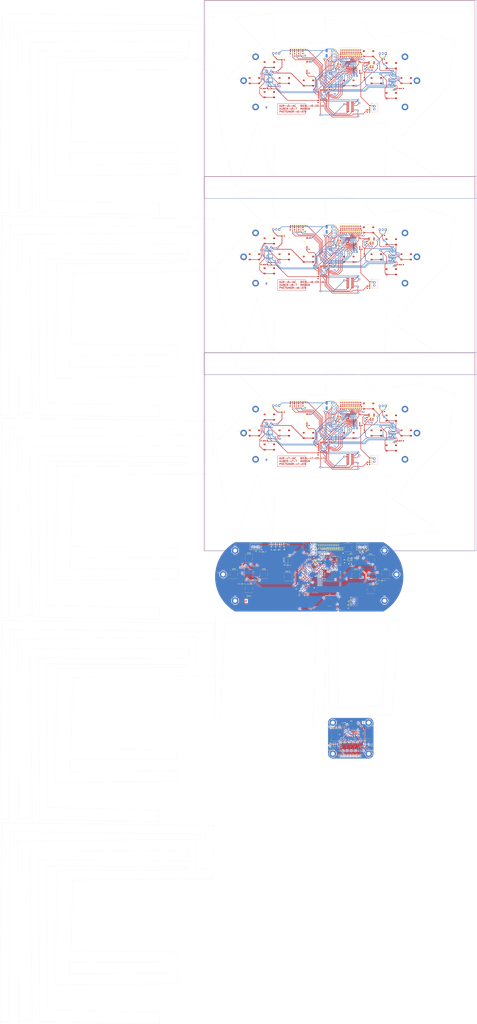
<source format=kicad_pcb>
(kicad_pcb (version 20221018) (generator pcbnew)
  (layers (0 "F.Cu" signal) (31 "B.Cu" signal) (34 "B.Paste" user) (35 "F.Paste" user) (36 "B.SilkS" user "B.Silkscreen") (37 "F.SilkS" user "F.Silkscreen") (38 "B.Mask" user) (39 "F.Mask" user) (44 "Edge.Cuts" user))
  (net 0 "")
  (net 1 "Glob_Alim-v5-")
  (net 2 "GND-v5-")
  (net 3 "POWER-v5-_CHECK-v5-")
  (net 4 "L-v5-i-ion-v5-")
  (net 5 "Net-(C7-Pad1)-v5-")
  (net 6 "Net-(C8-Pad1)-v5-")
  (net 7 "Net-(U3-BP)-v5-")
  (net 8 "Net-(D2-A)-v5-")
  (net 9 "Net-(D3-K)-v5-")
  (net 10 "Net-(D3-A)-v5-")
  (net 11 "Net-(D4-K)-v5-")
  (net 12 "Net-(D4-A)-v5-")
  (net 13 "Net-(D5-K)-v5-")
  (net 14 "Net-(D5-A)-v5-")
  (net 15 "Net-(D6-K)-v5-")
  (net 16 "Net-(D6-A)-v5-")
  (net 17 "Net-(D7-K)-v5-")
  (net 18 "Net-(D7-A)-v5-")
  (net 19 "Net-(D8-K)-v5-")
  (net 20 "Net-(D8-A)-v5-")
  (net 21 "Net-(D9-K)-v5-")
  (net 22 "Net-(D9-A)-v5-")
  (net 23 "Net-(D10-K)-v5-")
  (net 24 "Net-(D10-A)-v5-")
  (net 25 "Net-(D11-K)-v5-")
  (net 26 "Net-(D11-A)-v5-")
  (net 27 "Net-(D12-K)-v5-")
  (net 28 "Net-(D12-A)-v5-")
  (net 29 "Net-(D13-K)-v5-")
  (net 30 "Net-(D13-A)-v5-")
  (net 31 "Net-(D14-K)-v5-")
  (net 32 "Net-(D14-A)-v5-")
  (net 33 "Net-(D15-K)-v5-")
  (net 34 "Net-(D15-A)-v5-")
  (net 35 "Net-(D16-K)-v5-")
  (net 36 "Net-(D16-A)-v5-")
  (net 37 "Net-(D17-K)-v5-")
  (net 38 "Net-(D17-A)-v5-")
  (net 39 "Net-(D18-K)-v5-")
  (net 40 "Net-(D18-A)-v5-")
  (net 43 "SWDIO-v5-")
  (net 44 "SWDCK-v5-")
  (net 48 "R-v5-eset_Buton -v5-")
  (net 49 "USAR-v5-T2_R-v5-X-v5-")
  (net 50 "USAR-v5-T2_TX-v5-")
  (net 51 "R-v5-")
  (net 52 "L-v5-")
  (net 53 "NES{slash}SNES_switcher-v5-")
  (net 54 "DIO{slash}EX_CL-v5-K")
  (net 55 "DIO{slash}EX_SDA-v5-")
  (net 56 "DIODE_OE-v5-")
  (net 57 "Net-(#FL-v5-G05-pwr)")
  (net 58 "A_Button-v5-")
  (net 59 "B_Button-v5-")
  (net 60 "X_Button-v5-")
  (net 61 "Y_Button-v5-")
  (net 62 "UC_Button-v5-")
  (net 63 "Order_Search-v5-")
  (net 64 "L-v5-C_Button")
  (net 65 "R-v5-C_Button")
  (net 66 "DC_Button-v5-")
  (net 67 "ST_Button-v5-")
  (net 68 "SE_Button-v5-")
  (net 73 "Pin_Clock-v5-")
  (net 74 "Digital_Out_Put-v5-")
  (net 75 "MOSI-v5-")
  (net 79 "R-v5-X{slash}TX")
  (net 81 "CSN_nR-v5-F24")
  (net 99 "Glob_Alim-v6-")
  (net 100 "GND-v6-")
  (net 101 "POWER-v6-_CHECK-v6-")
  (net 102 "L-v6-i-ion-v6-")
  (net 103 "Net-(C7-Pad1)-v6-")
  (net 104 "Net-(C8-Pad1)-v6-")
  (net 105 "Net-(U3-BP)-v6-")
  (net 106 "Net-(D2-A)-v6-")
  (net 107 "Net-(D3-K)-v6-")
  (net 108 "Net-(D3-A)-v6-")
  (net 109 "Net-(D4-K)-v6-")
  (net 110 "Net-(D4-A)-v6-")
  (net 111 "Net-(D5-K)-v6-")
  (net 112 "Net-(D5-A)-v6-")
  (net 113 "Net-(D6-K)-v6-")
  (net 114 "Net-(D6-A)-v6-")
  (net 115 "Net-(D7-K)-v6-")
  (net 116 "Net-(D7-A)-v6-")
  (net 117 "Net-(D8-K)-v6-")
  (net 118 "Net-(D8-A)-v6-")
  (net 119 "Net-(D9-K)-v6-")
  (net 120 "Net-(D9-A)-v6-")
  (net 121 "Net-(D10-K)-v6-")
  (net 122 "Net-(D10-A)-v6-")
  (net 123 "Net-(D11-K)-v6-")
  (net 124 "Net-(D11-A)-v6-")
  (net 125 "Net-(D12-K)-v6-")
  (net 126 "Net-(D12-A)-v6-")
  (net 127 "Net-(D13-K)-v6-")
  (net 128 "Net-(D13-A)-v6-")
  (net 129 "Net-(D14-K)-v6-")
  (net 130 "Net-(D14-A)-v6-")
  (net 131 "Net-(D15-K)-v6-")
  (net 132 "Net-(D15-A)-v6-")
  (net 133 "Net-(D16-K)-v6-")
  (net 134 "Net-(D16-A)-v6-")
  (net 135 "Net-(D17-K)-v6-")
  (net 136 "Net-(D17-A)-v6-")
  (net 137 "Net-(D18-K)-v6-")
  (net 138 "Net-(D18-A)-v6-")
  (net 141 "SWDIO-v6-")
  (net 142 "SWDCK-v6-")
  (net 146 "R-v6-eset_Buton -v6-")
  (net 147 "USAR-v6-T2_R-v6-X-v6-")
  (net 148 "USAR-v6-T2_TX-v6-")
  (net 149 "R-v6-")
  (net 150 "L-v6-")
  (net 151 "NES{slash}SNES_switcher-v6-")
  (net 152 "DIO{slash}EX_CL-v6-K")
  (net 153 "DIO{slash}EX_SDA-v6-")
  (net 154 "DIODE_OE-v6-")
  (net 155 "Net-(#FL-v6-G05-pwr)")
  (net 156 "A_Button-v6-")
  (net 157 "B_Button-v6-")
  (net 158 "X_Button-v6-")
  (net 159 "Y_Button-v6-")
  (net 160 "UC_Button-v6-")
  (net 161 "Order_Search-v6-")
  (net 162 "L-v6-C_Button")
  (net 163 "R-v6-C_Button")
  (net 164 "DC_Button-v6-")
  (net 165 "ST_Button-v6-")
  (net 166 "SE_Button-v6-")
  (net 171 "Pin_Clock-v6-")
  (net 172 "Digital_Out_Put-v6-")
  (net 173 "MOSI-v6-")
  (net 177 "R-v6-X{slash}TX")
  (net 179 "CSN_nR-v6-F24")
  (net 197 "Glob_Alim-v7-")
  (net 198 "GND-v7-")
  (net 199 "POWER-v7-_CHECK-v7-")
  (net 200 "L-v7-i-ion-v7-")
  (net 201 "Net-(C7-Pad1)-v7-")
  (net 202 "Net-(C8-Pad1)-v7-")
  (net 203 "Net-(U3-BP)-v7-")
  (net 204 "Net-(D2-A)-v7-")
  (net 205 "Net-(D3-K)-v7-")
  (net 206 "Net-(D3-A)-v7-")
  (net 207 "Net-(D4-K)-v7-")
  (net 208 "Net-(D4-A)-v7-")
  (net 209 "Net-(D5-K)-v7-")
  (net 210 "Net-(D5-A)-v7-")
  (net 211 "Net-(D6-K)-v7-")
  (net 212 "Net-(D6-A)-v7-")
  (net 213 "Net-(D7-K)-v7-")
  (net 214 "Net-(D7-A)-v7-")
  (net 215 "Net-(D8-K)-v7-")
  (net 216 "Net-(D8-A)-v7-")
  (net 217 "Net-(D9-K)-v7-")
  (net 218 "Net-(D9-A)-v7-")
  (net 219 "Net-(D10-K)-v7-")
  (net 220 "Net-(D10-A)-v7-")
  (net 221 "Net-(D11-K)-v7-")
  (net 222 "Net-(D11-A)-v7-")
  (net 223 "Net-(D12-K)-v7-")
  (net 224 "Net-(D12-A)-v7-")
  (net 225 "Net-(D13-K)-v7-")
  (net 226 "Net-(D13-A)-v7-")
  (net 227 "Net-(D14-K)-v7-")
  (net 228 "Net-(D14-A)-v7-")
  (net 229 "Net-(D15-K)-v7-")
  (net 230 "Net-(D15-A)-v7-")
  (net 231 "Net-(D16-K)-v7-")
  (net 232 "Net-(D16-A)-v7-")
  (net 233 "Net-(D17-K)-v7-")
  (net 234 "Net-(D17-A)-v7-")
  (net 235 "Net-(D18-K)-v7-")
  (net 236 "Net-(D18-A)-v7-")
  (net 239 "SWDIO-v7-")
  (net 240 "SWDCK-v7-")
  (net 244 "R-v7-eset_Buton -v7-")
  (net 245 "USAR-v7-T2_R-v7-X-v7-")
  (net 246 "USAR-v7-T2_TX-v7-")
  (net 247 "R-v7-")
  (net 248 "L-v7-")
  (net 249 "NES{slash}SNES_switcher-v7-")
  (net 250 "DIO{slash}EX_CL-v7-K")
  (net 251 "DIO{slash}EX_SDA-v7-")
  (net 252 "DIODE_OE-v7-")
  (net 253 "Net-(#FL-v7-G05-pwr)")
  (net 254 "A_Button-v7-")
  (net 255 "B_Button-v7-")
  (net 256 "X_Button-v7-")
  (net 257 "Y_Button-v7-")
  (net 258 "UC_Button-v7-")
  (net 259 "Order_Search-v7-")
  (net 260 "L-v7-C_Button")
  (net 261 "R-v7-C_Button")
  (net 262 "DC_Button-v7-")
  (net 263 "ST_Button-v7-")
  (net 264 "SE_Button-v7-")
  (net 269 "Pin_Clock-v7-")
  (net 270 "Digital_Out_Put-v7-")
  (net 271 "MOSI-v7-")
  (net 275 "R-v7-X{slash}TX")
  (net 277 "CSN_nR-v7-F24")
  (net 295 "Glob_Alim-v8-")
  (net 296 "GND-v8-")
  (net 297 "POWER-v8-_CHECK-v8-")
  (net 298 "L-v8-i-ion-v8-")
  (net 299 "Net-(C7-Pad1)-v8-")
  (net 300 "Net-(C8-Pad1)-v8-")
  (net 301 "Net-(U3-BP)-v8-")
  (net 302 "Net-(D2-A)-v8-")
  (net 303 "Net-(D3-K)-v8-")
  (net 304 "Net-(D3-A)-v8-")
  (net 305 "Net-(D4-K)-v8-")
  (net 306 "Net-(D4-A)-v8-")
  (net 307 "Net-(D5-K)-v8-")
  (net 308 "Net-(D5-A)-v8-")
  (net 309 "Net-(D6-K)-v8-")
  (net 310 "Net-(D6-A)-v8-")
  (net 311 "Net-(D7-K)-v8-")
  (net 312 "Net-(D7-A)-v8-")
  (net 313 "Net-(D8-K)-v8-")
  (net 314 "Net-(D8-A)-v8-")
  (net 315 "Net-(D9-K)-v8-")
  (net 316 "Net-(D9-A)-v8-")
  (net 317 "Net-(D10-K)-v8-")
  (net 318 "Net-(D10-A)-v8-")
  (net 319 "Net-(D11-K)-v8-")
  (net 320 "Net-(D11-A)-v8-")
  (net 321 "Net-(D12-K)-v8-")
  (net 322 "Net-(D12-A)-v8-")
  (net 323 "Net-(D13-K)-v8-")
  (net 324 "Net-(D13-A)-v8-")
  (net 325 "Net-(D14-K)-v8-")
  (net 326 "Net-(D14-A)-v8-")
  (net 327 "Net-(D15-K)-v8-")
  (net 328 "Net-(D15-A)-v8-")
  (net 329 "Net-(D16-K)-v8-")
  (net 330 "Net-(D16-A)-v8-")
  (net 331 "Net-(D17-K)-v8-")
  (net 332 "Net-(D17-A)-v8-")
  (net 333 "Net-(D18-K)-v8-")
  (net 334 "Net-(D18-A)-v8-")
  (net 337 "SWDIO-v8-")
  (net 338 "SWDCK-v8-")
  (net 342 "R-v8-eset_Buton -v8-")
  (net 343 "USAR-v8-T2_R-v8-X-v8-")
  (net 344 "USAR-v8-T2_TX-v8-")
  (net 345 "R-v8-")
  (net 346 "L-v8-")
  (net 347 "NES{slash}SNES_switcher-v8-")
  (net 348 "DIO{slash}EX_CL-v8-K")
  (net 349 "DIO{slash}EX_SDA-v8-")
  (net 350 "DIODE_OE-v8-")
  (net 351 "Net-(#FL-v8-G05-pwr)")
  (net 352 "A_Button-v8-")
  (net 353 "B_Button-v8-")
  (net 354 "X_Button-v8-")
  (net 355 "Y_Button-v8-")
  (net 356 "UC_Button-v8-")
  (net 357 "Order_Search-v8-")
  (net 358 "L-v8-C_Button")
  (net 359 "R-v8-C_Button")
  (net 360 "DC_Button-v8-")
  (net 361 "ST_Button-v8-")
  (net 362 "SE_Button-v8-")
  (net 367 "Pin_Clock-v8-")
  (net 368 "Digital_Out_Put-v8-")
  (net 369 "MOSI-v8-")
  (net 373 "R-v8-X{slash}TX")
  (net 375 "CSN_nR-v8-F24")
  (net 393 "+5V-v11-")
  (net 394 "GND-v11-")
  (net 395 "+3.3V-v11-")
  (net 396 "Net-(D1-K)-v11-")
  (net 398 "Net-(D3-K)-v11-")
  (net 399 "Status_LED-v11-")
  (net 400 "Data_Clock_SNES-v11-")
  (net 401 "Data_Latch_SNES-v11-")
  (net 402 "Net-(D2-K)-v11-")
  (net 403 "Serial_Data1_SNES-v11-")
  (net 404 "Serial_Data2_SNES-v11-")
  (net 405 "SPI_Chip_Select-v11-")
  (net 406 "Chip_Enable-v11-")
  (net 407 "SPI_Digital_Input-v11-")
  (net 408 "SPI_Clock-v11-")
  (net 409 "SPI_Digital_Output-v11-")
  (net 410 "IOBit_SNES-v11-")
  (net 411 "Data_Clock_STM32-v11-")
  (net 412 "Data_Latch_STM32-v11-")
  (net 413 "Appairing_Btn-v11-")
  (net 414 "Net-(U2-BP)-v11-")
  (net 415 "SWDIO-v11-")
  (net 416 "SWDCK-v11-")
  (net 419 "NRST-v11-")
  (net 420 "USART2_RX-v11-")
  (net 421 "USART2_TX-v11-")
  (net 422 "Serial_Data1_STM32-v11-")
  (net 423 "IOBit_STM32-v11-")
  (net 424 "Serial_Data2_STM32-v11-")
  (footprint "Button_Switch_SMD:SW_SPST_B3S-1000" (layer "F.Cu") (at 291.708069 447.131627)
    (fp_text reference "SW7")
    (fp_text value "SW_SPST")
  )
  (footprint "L-v8-ED_SMD:L-v8-ED_0603_1608Metric_Pad1.05x0.95mm_HandSolder" (layer "F.Cu") (at 285.808069 448.431627 -90)
    (fp_text reference "D18")
    (fp_text value "R-v8-4")
  )
  (footprint "L-v7-ED_SMD:L-v7-ED_0603_1608Metric_Pad1.05x0.95mm_HandSolder" (layer "F.Cu") (at 285.267817 330.176849 -90)
    (fp_text reference "D7")
    (fp_text value "G5")
  )
  (footprint "R-v5-esistor_SMD:R-v5-_0603_1608Metric_Pad0.98x0.95mm_HandSolder" (layer "F.Cu") (at 285.742817 31.909931 90)
    (fp_text reference "R-v5-23")
    (fp_text value "1K")
  )
  (footprint "Capacitor_SMD:C_0603_1608Metric_Pad1.08x0.95mm_HandSolder" (layer "F.Cu") (at 286.269664 596.11454 90)
    (fp_text reference "C1")
    (fp_text value "10u")
  )
  (footprint "Capacitor_SMD:C_0603_1608Metric_Pad1.08x0.95mm_HandSolder" (layer "F.Cu") (at 333.654841 210.52464 180)
    (fp_text reference "C7")
    (fp_text value "100nF")
  )
  (footprint "R-v5-esistor_SMD:R-v5-_0603_1608Metric_Pad0.98x0.95mm_HandSolder" (layer "F.Cu") (at 337.154841 63.147431)
    (fp_text reference "R-v5-4")
    (fp_text value "1k")
  )
  (footprint "R-v7-esistor_SMD:R-v7-_0603_1608Metric_Pad0.98x0.95mm_HandSolder" (layer "F.Cu") (at 237.342817 333.851849)
    (fp_text reference "R-v7-2")
    (fp_text value "1K")
  )
  (footprint "Connector_PinHeader_1.27mm:PinHeader_2x07_P1.27mm_Vertical_SMD" (layer "F.Cu") (at 307.969664 602.61454 180)
    (fp_text reference "J1")
    (fp_text value "Conn_02x07_Odd_Even")
  )
  (footprint "R-v5-esistor_SMD:R-v5-_0603_1608Metric_Pad0.98x0.95mm_HandSolder" (layer "F.Cu") (at 296.242817 31.909931 90)
    (fp_text reference "R-v5-30")
    (fp_text value "1K")
  )
  (footprint "R-v7-esistor_SMD:R-v7-_0603_1608Metric_Pad0.98x0.95mm_HandSolder" (layer "F.Cu") (at 300.742817 326.664349 90)
    (fp_text reference "R-v7-33")
    (fp_text value "1K")
  )
  (footprint "Capacitor_SMD:C_0603_1608Metric_Pad1.08x0.95mm_HandSolder" (layer "F.Cu") (at 266.644817 221.36864 -90)
    (fp_text reference "C5")
    (fp_text value "100n")
  )
  (footprint "Button_Switch_SMD:SW_SPST_B3S-1000" (layer "F.Cu") (at 225.842817 43.297431)
    (fp_text reference "SW6")
    (fp_text value "SW_Push")
  )
  (footprint "L-v8-ED_SMD:L-v8-ED_0603_1608Metric_Pad1.05x0.95mm_HandSolder" (layer "F.Cu") (at 234.208069 443.631627)
    (fp_text reference "D5")
    (fp_text value "G3")
  )
  (footprint "R-v8-esistor_SMD:R-v8-_0603_1608Metric_Pad0.98x0.95mm_HandSolder" (layer "F.Cu") (at 304.208069 451.631627)
    (fp_text reference "R-v8-13")
    (fp_text value "1K")
  )
  (footprint "R-v8-esistor_SMD:R-v8-_0603_1608Metric_Pad0.98x0.95mm_HandSolder" (layer "F.Cu") (at 276.108069 444.944127 90)
    (fp_text reference "R-v8-28")
    (fp_text value "1K")
  )
  (footprint "Capacitor_SMD:C_0603_1608Metric_Pad1.08x0.95mm_HandSolder" (layer "F.Cu") (at 276.042817 210.44664 -90)
    (fp_text reference "C3")
    (fp_text value "100n")
  )
  (footprint "R-v7-esistor_SMD:R-v7-_0603_1608Metric_Pad0.98x0.95mm_HandSolder" (layer "F.Cu") (at 250.392817 327.826849 -90)
    (fp_text reference "R-v7-21")
    (fp_text value "1K")
  )
  (footprint "R-v8-esistor_SMD:R-v8-_0603_1608Metric_Pad0.98x0.95mm_HandSolder" (layer "F.Cu") (at 274.608069 444.944127 90)
    (fp_text reference "R-v8-27")
    (fp_text value "1K")
  )
  (footprint "R-v8-esistor_SMD:R-v8-_0603_1608Metric_Pad0.98x0.95mm_HandSolder" (layer "F.Cu") (at 290.608069 494.969127 -90)
    (fp_text reference "R-v8-10")
    (fp_text value "1M")
  )
  (footprint "Capacitor_SMD:C_0603_1608Metric_Pad1.08x0.95mm_HandSolder" (layer "F.Cu") (at 309.742817 81.934931 -90)
    (fp_text reference "C2")
    (fp_text value "1nF")
  )
  (footprint "R-v6-esistor_SMD:R-v6-_0603_1608Metric_Pad0.98x0.95mm_HandSolder" (layer "F.Cu") (at 288.712817 179.28714 90)
    (fp_text reference "R-v6-25")
    (fp_text value "1K")
  )
  (footprint "MountingHole:MountingHole_3.2mm_M3_DIN965_Pad" (layer "F.Cu") (at 332.208069 469.631627)
    (fp_text reference "H5")
    (fp_text value "MountingHole_Pad")
  )
  (footprint "Package_QFP:L-v5-QFP-32_7x7mm_P0.8mm" (layer "F.Cu") (at 271.342817 68.597431 90)
    (fp_text reference "U1")
    (fp_text value "STM32L-v5-412KBTx")
  )
  (footprint "Button_Switch_SMD:SW_SPST_B3S-1000" (layer "F.Cu") (at 308.842817 328.851849)
    (fp_text reference "SW7")
    (fp_text value "SW_SPST")
  )
  (footprint "R-v6-esistor_SMD:R-v6-_0603_1608Metric_Pad0.98x0.95mm_HandSolder" (layer "F.Cu") (at 246.867817 180.47464 -90)
    (fp_text reference "R-v6-20")
    (fp_text value "1K")
  )
  (footprint "L-v8-ED_SMD:L-v8-ED_0603_1608Metric_Pad1.05x0.95mm_HandSolder" (layer "F.Cu") (at 271.333069 448.456627 -90)
    (fp_text reference "D9")
    (fp_text value "G7")
  )
  (footprint "L-v6-ED_SMD:L-v6-ED_0603_1608Metric_Pad1.05x0.95mm_HandSolder" (layer "F.Cu") (at 285.267817 182.79964 -90)
    (fp_text reference "D7")
    (fp_text value "G5")
  )
  (footprint "L-v8-ED_SMD:L-v8-ED_0603_1608Metric_Pad1.05x0.95mm_HandSolder" (layer "F.Cu") (at 282.583069 448.431627 -90)
    (fp_text reference "D16")
    (fp_text value "R-v8-2")
  )
  (footprint "R-v7-esistor_SMD:R-v7-_0603_1608Metric_Pad0.98x0.95mm_HandSolder" (layer "F.Cu") (at 309.742817 373.151849 -90)
    (fp_text reference "R-v7-9")
    (fp_text value "1M")
  )
  (footprint "R-v5-esistor_SMD:R-v5-_0603_1608Metric_Pad0.98x0.95mm_HandSolder" (layer "F.Cu") (at 307.742817 81.934931 -90)
    (fp_text reference "R-v5-10")
    (fp_text value "1M")
  )
  (footprint "R-v6-esistor_SMD:R-v6-_0603_1608Metric_Pad0.98x0.95mm_HandSolder" (layer "F.Cu") (at 309.742817 225.77464 -90)
    (fp_text reference "R-v6-9")
    (fp_text value "1M")
  )
  (footprint "Button_Switch_SMD:SW_SPST_B3S-1000" (layer "F.Cu") (at 225.842817 68.297431)
    (fp_text reference "SW11")
    (fp_text value "SW_Push")
  )
  (footprint "Button_Switch_SMD:SW_SPST_B3S-1000" (layer "F.Cu") (at 213.342817 351.351849)
    (fp_text reference "SW9")
    (fp_text value "SW_Push")
  )
  (footprint "Package_SO:TSSOP-28_4.4x9.7mm_P0.65mm" (layer "F.Cu") (at 294.076817 190.88864 90)
    (fp_text reference "U4")
    (fp_text value "PCA9685PW")
  )
  (footprint "R-v7-esistor_SMD:R-v7-_0603_1608Metric_Pad0.98x0.95mm_HandSolder" (layer "F.Cu") (at 253.942817 327.776849 -90)
    (fp_text reference "R-v7-22")
    (fp_text value "1K")
  )
  (footprint "Capacitor_SMD:C_0603_1608Metric_Pad1.08x0.95mm_HandSolder" (layer "F.Cu") (at 297.222164 605.55454)
    (fp_text reference "C3")
    (fp_text value "100n")
  )
  (footprint "R-v5-esistor_SMD:R-v5-_0603_1608Metric_Pad0.98x0.95mm_HandSolder" (layer "F.Cu") (at 283.152817 45.197431 180)
    (fp_text reference "R-v5-11")
    (fp_text value "10K")
  )
  (footprint "R-v8-esistor_SMD:R-v8-_0603_1608Metric_Pad0.98x0.95mm_HandSolder" (layer "F.Cu") (at 233.258069 446.106627 -90)
    (fp_text reference "R-v8-21")
    (fp_text value "1K")
  )
  (footprint "MountingHole:MountingHole_3.2mm_M3_DIN965_Pad" (layer "F.Cu") (at 278.969664 593.61454)
    (fp_text reference "H1")
    (fp_text value "MountingHole_Pad")
  )
  (footprint "Button_Switch_SMD:SW_DIP_SPSTx01_Slide_Copal_CHS-01B_W7.62mm_P1.27mm" (layer "F.Cu") (at 257.342817 339.351849 90)
    (fp_text reference "SW10")
    (fp_text value "SW_DIP_x01")
  )
  (footprint "L-v6-ED_SMD:L-v6-ED_0603_1608Metric_Pad1.05x0.95mm_HandSolder" (layer "F.Cu") (at 302.942817 182.77464 -90)
    (fp_text reference "D18")
    (fp_text value "R-v6-4")
  )
  (footprint "L-v8-ED_SMD:L-v8-ED_0603_1608Metric_Pad1.05x0.95mm_HandSolder" (layer "F.Cu") (at 280.983069 448.431627 -90)
    (fp_text reference "D15")
    (fp_text value "R-v8-1")
  )
  (footprint "Button_Switch_SMD:SW_SPST_B3S-1000" (layer "F.Cu") (at 298.208069 469.631627)
    (fp_text reference "SW5")
    (fp_text value "SW_Push")
  )
  (footprint "Button_Switch_SMD:SW_SPST_B3S-1000" (layer "F.Cu") (at 292.342817 205.97464)
    (fp_text reference "SW13")
    (fp_text value "SW_Push")
  )
  (footprint "L-v8-ED_SMD:L-v8-ED_0603_1608Metric_Pad1.05x0.95mm_HandSolder" (layer "F.Cu") (at 237.708069 443.631627)
    (fp_text reference "D6")
    (fp_text value "G4")
  )
  (footprint "L-v7-ED_SMD:L-v7-ED_0603_1608Metric_Pad1.05x0.95mm_HandSolder" (layer "F.Cu") (at 296.517817 330.151849 -90)
    (fp_text reference "D14")
    (fp_text value "O4")
  )
  (footprint "Button_Switch_SMD:SW_SPST_B3S-1000" (layer "F.Cu") (at 208.708069 456.331627)
    (fp_text reference "SW6")
    (fp_text value "SW_Push")
  )
  (footprint "Button_Switch_SMD:SW_SPST_B3S-1000" (layer "F.Cu") (at 208.708069 481.331627)
    (fp_text reference "SW11")
    (fp_text value "SW_Push")
  )
  (footprint "MountingHole:MountingHole_3.2mm_M3_DIN965_Pad" (layer "F.Cu") (at 278.969664 619.61454)
    (fp_text reference "H3")
    (fp_text value "MountingHole_Pad")
  )
  (footprint "L-v7-ED_SMD:L-v7-ED_0603_1608Metric_Pad1.05x0.95mm_HandSolder" (layer "F.Cu") (at 288.467817 330.176849 -90)
    (fp_text reference "D9")
    (fp_text value "G7")
  )
  (footprint "Package_QFP:L-v6-QFP-32_7x7mm_P0.8mm" (layer "F.Cu") (at 271.342817 215.97464 90)
    (fp_text reference "U1")
    (fp_text value "STM32L-v6-412KBTx")
  )
  (footprint "Button_Switch_SMD:SW_SPST_B3S-1000" (layer "F.Cu") (at 340.342817 351.351849)
    (fp_text reference "SW2")
    (fp_text value "SW_Push")
  )
  (footprint "Button_Switch_SMD:SW_SPST_B3S-1000" (layer "F.Cu") (at 308.842817 181.47464)
    (fp_text reference "SW7")
    (fp_text value "SW_SPST")
  )
  (footprint "L-v6-ED_SMD:L-v6-ED_0603_1608Metric_Pad1.05x0.95mm_HandSolder" (layer "F.Cu") (at 296.517817 182.77464 -90)
    (fp_text reference "D14")
    (fp_text value "O4")
  )
  (footprint "L-v6-ED_SMD:L-v6-ED_0603_1608Metric_Pad1.05x0.95mm_HandSolder" (layer "F.Cu") (at 299.717817 182.77464 -90)
    (fp_text reference "D16")
    (fp_text value "R-v6-2")
  )
  (footprint "Connector_PinHeader_2.54mm:PinHeader_2x04_P2.54mm_Vertical" (layer "F.Cu") (at 278.542817 31.657431)
    (fp_text reference "U2")
    (fp_text value "nR-v5-F24_Full")
  )
  (footprint "Capacitor_SMD:C_0603_1608Metric_Pad1.08x0.95mm_HandSolder" (layer "F.Cu") (at 206.116045 476.181627)
    (fp_text reference "C8")
    (fp_text value "100nF")
  )
  (footprint "L-v5-ED_SMD:L-v5-ED_0603_1608Metric_Pad1.05x0.95mm_HandSolder" (layer "F.Cu") (at 298.117817 35.397431 -90)
    (fp_text reference "D15")
    (fp_text value "R-v5-1")
  )
  (footprint "Button_Switch_SMD:SW_DIP_SPSTx01_Slide_Copal_CHS-01B_W7.62mm_P1.27mm" (layer "F.Cu") (at 257.342817 191.97464 90)
    (fp_text reference "SW10")
    (fp_text value "SW_DIP_x01")
  )
  (footprint "Connector_PinHeader_2.54mm:PinHeader_2x04_P2.54mm_Vertical" (layer "F.Cu") (at 278.542817 179.03464)
    (fp_text reference "U2")
    (fp_text value "nR-v6-F24_Full")
  )
  (footprint "Connector_PinHeader_2.54mm:PinHeader_1x07_P2.54mm_Vertical" (layer "F.Cu") (at 286.219664 621.51454 90)
    (fp_text reference "J2")
    (fp_text value "Conn_01x07_Socket")
  )
  (footprint "Button_Switch_SMD:SW_SPST_B3S-1000" (layer "F.Cu") (at 323.208069 469.631627)
    (fp_text reference "SW2")
    (fp_text value "SW_Push")
  )
  (footprint "L-v6-ED_SMD:L-v6-ED_0603_1608Metric_Pad1.05x0.95mm_HandSolder" (layer "F.Cu") (at 290.067817 182.79964 -90)
    (fp_text reference "D10")
    (fp_text value "G8")
  )
  (footprint "R-v8-esistor_SMD:R-v8-_0603_1608Metric_Pad0.98x0.95mm_HandSolder" (layer "F.Cu") (at 226.233069 446.106627 -90)
    (fp_text reference "R-v8-18")
    (fp_text value "1K")
  )
  (footprint "Button_Switch_SMD:SW_SPST_B3S-1000" (layer "F.Cu") (at 308.842817 34.097431)
    (fp_text reference "SW7")
    (fp_text value "SW_SPST")
  )
  (footprint "R-v8-esistor_SMD:R-v8-_0603_1608Metric_Pad0.98x0.95mm_HandSolder" (layer "F.Cu") (at 229.733069 446.131627 -90)
    (fp_text reference "R-v8-20")
    (fp_text value "1K")
  )
  (footprint "Capacitor_SMD:C_0603_1608Metric_Pad1.08x0.95mm_HandSolder" (layer "F.Cu") (at 297.729664 599.86454 90)
    (fp_text reference "C5")
    (fp_text value "100n")
  )
  (footprint "MountingHole:MountingHole_3.2mm_M3_DIN965_Pad" (layer "F.Cu") (at 214.342817 36.597431)
    (fp_text reference "H1")
    (fp_text value "MountingHole_Pad")
  )
  (footprint "L-v6-ED_SMD:L-v6-ED_0603_1608Metric_Pad1.05x0.95mm_HandSolder" (layer "F.Cu") (at 311.602817 193.17464)
    (fp_text reference "D2")
    (fp_text value "L-v6-ED_Small")
  )
  (footprint "L-v5-ED_SMD:L-v5-ED_0603_1608Metric_Pad1.05x0.95mm_HandSolder" (layer "F.Cu") (at 286.866817 35.422431 -90)
    (fp_text reference "D8")
    (fp_text value "G6")
  )
  (footprint "Package_SO:MSOP-8_3x3mm_P0.65mm" (layer "F.Cu") (at 311.342817 336.351849)
    (fp_text reference "U3")
    (fp_text value "MIC5219-3.3YMM")
  )
  (footprint "R-v5-esistor_SMD:R-v5-_0603_1608Metric_Pad0.98x0.95mm_HandSolder" (layer "F.Cu") (at 246.867817 33.097431 -90)
    (fp_text reference "R-v5-20")
    (fp_text value "1K")
  )
  (footprint "Capacitor_SMD:C_0603_1608Metric_Pad1.08x0.95mm_HandSolder" (layer "F.Cu") (at 288.203069 468.114127 -90)
    (fp_text reference "C10")
    (fp_text value "100nF")
  )
  (footprint "Button_Switch_SMD:SW_DIP_SPSTx01_Slide_Copal_CHS-01B_W7.62mm_P1.27mm" (layer "F.Cu") (at 240.208069 457.631627 90)
    (fp_text reference "SW10")
    (fp_text value "SW_DIP_x01")
  )
  (footprint "Capacitor_SMD:C_0603_1608Metric_Pad1.08x0.95mm_HandSolder" (layer "F.Cu") (at 285.303069 463.331627)
    (fp_text reference "C4")
    (fp_text value "1u")
  )
  (footprint "Button_Switch_SMD:SW_SPST_B3S-1000" (layer "F.Cu") (at 292.342817 58.597431)
    (fp_text reference "SW13")
    (fp_text value "SW_Push")
  )
  (footprint "R-v6-esistor_SMD:R-v6-_0603_1608Metric_Pad0.98x0.95mm_HandSolder" (layer "F.Cu") (at 293.242817 179.28714 90)
    (fp_text reference "R-v6-28")
    (fp_text value "1K")
  )
  (footprint "MountingHole:MountingHole_3.2mm_M3_DIN965_Pad" (layer "F.Cu") (at 197.208069 449.631627)
    (fp_text reference "H1")
    (fp_text value "MountingHole_Pad")
  )
  (footprint "L-v8-ED_SMD:L-v8-ED_0603_1608Metric_Pad1.05x0.95mm_HandSolder" (layer "F.Cu") (at 279.383069 448.431627 -90)
    (fp_text reference "D14")
    (fp_text value "O4")
  )
  (footprint "Connector_PinHeader_2.54mm:PinHeader_2x04_P2.54mm_Vertical" (layer "F.Cu") (at 278.542817 326.411849)
    (fp_text reference "U2")
    (fp_text value "nR-v7-F24_Full")
  )
  (footprint "L-v7-ED_SMD:L-v7-ED_0603_1608Metric_Pad1.05x0.95mm_HandSolder" (layer "F.Cu") (at 254.842817 325.351849)
    (fp_text reference "D6")
    (fp_text value "G4")
  )
  (footprint "R-v7-esistor_SMD:R-v7-_0603_1608Metric_Pad0.98x0.95mm_HandSolder" (layer "F.Cu") (at 287.242817 326.664349 90)
    (fp_text reference "R-v7-24")
    (fp_text value "1K")
  )
  (footprint "MountingHole:MountingHole_3.2mm_M3_DIN965_Pad" (layer "F.Cu") (at 187.208069 469.631627)
    (fp_text reference "H2")
    (fp_text value "MountingHole_Pad")
  )
  (footprint "R-v5-esistor_SMD:R-v5-_0603_1608Metric_Pad0.98x0.95mm_HandSolder" (layer "F.Cu") (at 250.392817 33.072431 -90)
    (fp_text reference "R-v5-21")
    (fp_text value "1K")
  )
  (footprint "R-v5-esistor_SMD:R-v5-_0603_1608Metric_Pad0.98x0.95mm_HandSolder" (layer "F.Cu") (at 293.242817 31.909931 90)
    (fp_text reference "R-v5-28")
    (fp_text value "1K")
  )
  (footprint "Button_Switch_SMD:SW_SPST_B3S-1000" (layer "F.Cu") (at 213.342817 203.97464)
    (fp_text reference "SW9")
    (fp_text value "SW_Push")
  )
  (footprint "MountingHole:MountingHole_3.2mm_M3_DIN965_Pad" (layer "F.Cu") (at 214.342817 183.97464)
    (fp_text reference "H1")
    (fp_text value "MountingHole_Pad")
  )
  (footprint "Button_Switch_SMD:SW_SPST_B3S-1000" (layer "F.Cu") (at 315.342817 203.97464)
    (fp_text reference "SW5")
    (fp_text value "SW_Push")
  )
  (footprint "R-v7-esistor_SMD:R-v7-_0603_1608Metric_Pad0.98x0.95mm_HandSolder" (layer "F.Cu") (at 243.367817 327.826849 -90)
    (fp_text reference "R-v7-18")
    (fp_text value "1K")
  )
  (footprint "R-v8-esistor_SMD:R-v8-_0603_1608Metric_Pad0.98x0.95mm_HandSolder" (layer "F.Cu") (at 270.108069 444.944127 90)
    (fp_text reference "R-v8-24")
    (fp_text value "1K")
  )
  (footprint "L-v5-ED_SMD:L-v5-ED_0603_1608Metric_Pad1.05x0.95mm_HandSolder" (layer "F.Cu") (at 244.342817 30.597431)
    (fp_text reference "D3")
    (fp_text value "G1")
  )
  (footprint "Package_SO:MSOP-8_3x3mm_P0.65mm" (layer "F.Cu") (at 294.208069 454.631627)
    (fp_text reference "U3")
    (fp_text value "MIC5219-3.3YMM")
  )
  (footprint "L-v8-ED_SMD:L-v8-ED_0603_1608Metric_Pad1.05x0.95mm_HandSolder" (layer "F.Cu") (at 294.468069 458.831627)
    (fp_text reference "D2")
    (fp_text value "L-v8-ED_Small")
  )
  (footprint "L-v5-ED_SMD:L-v5-ED_0603_1608Metric_Pad1.05x0.95mm_HandSolder" (layer "F.Cu") (at 290.067817 35.422431 -90)
    (fp_text reference "D10")
    (fp_text value "G8")
  )
  (footprint "R-v6-esistor_SMD:R-v6-_0603_1608Metric_Pad0.98x0.95mm_HandSolder" (layer "F.Cu") (at 311.602817 191.65064)
    (fp_text reference "R-v6-3")
    (fp_text value "1K")
  )
  (footprint "L-v8-ED_SMD:L-v8-ED_0603_1608Metric_Pad1.05x0.95mm_HandSolder" (layer "F.Cu") (at 269.732069 448.456627 -90)
    (fp_text reference "D8")
    (fp_text value "G6")
  )
  (footprint "R-v6-esistor_SMD:R-v6-_0603_1608Metric_Pad0.98x0.95mm_HandSolder" (layer "F.Cu") (at 307.742817 229.31214 -90)
    (fp_text reference "R-v6-10")
    (fp_text value "1M")
  )
  (footprint "Button_Switch_SMD:SW_SPST_B3S-1000" (layer "F.Cu") (at 258.552817 205.97464)
    (fp_text reference "SW12")
    (fp_text value "SW_Push")
  )
  (footprint "L-v6-ED_SMD:L-v6-ED_0603_1608Metric_Pad1.05x0.95mm_HandSolder" (layer "F.Cu") (at 301.317817 182.77464 -90)
    (fp_text reference "D17")
    (fp_text value "R-v6-3")
  )
  (footprint "Connector_JST:JST_XH_B3B-XH-A_1x03_P2.50mm_Vertical" (layer "F.Cu") (at 323.246817 33.859431 180)
    (fp_text reference "J4")
    (fp_text value "Conn_01x03")
  )
  (footprint "Capacitor_SMD:C_0603_1608Metric_Pad1.08x0.95mm_HandSolder" (layer "F.Cu") (at 266.644817 368.745849 -90)
    (fp_text reference "C5")
    (fp_text value "100n")
  )
  (footprint "Capacitor_SMD:C_0603_1608Metric_Pad1.08x0.95mm_HandSolder" (layer "F.Cu") (at 333.654841 63.147431 180)
    (fp_text reference "C7")
    (fp_text value "100nF")
  )
  (footprint "Capacitor_SMD:C_0603_1608Metric_Pad1.08x0.95mm_HandSolder" (layer "F.Cu") (at 266.644817 73.991431 -90)
    (fp_text reference "C5")
    (fp_text value "100n")
  )
  (footprint "R-v8-esistor_SMD:R-v8-_0603_1608Metric_Pad0.98x0.95mm_HandSolder" (layer "F.Cu") (at 265.018069 459.731627)
    (fp_text reference "R-v8-14")
    (fp_text value "10K")
  )
  (footprint "MountingHole:MountingHole_3.2mm_M3_DIN965_Pad" (layer "F.Cu") (at 322.208069 491.631627)
    (fp_text reference "H6")
    (fp_text value "MountingHole_Pad")
  )
  (footprint "Button_Switch_SMD:SW_SPST_B3S-1000" (layer "F.Cu") (at 258.552817 353.351849)
    (fp_text reference "SW12")
    (fp_text value "SW_Push")
  )
  (footprint "Connector_PinHeader_2.54mm:PinHeader_2x04_P2.54mm_Vertical" (layer "F.Cu") (at 261.408069 444.691627)
    (fp_text reference "U2")
    (fp_text value "nR-v8-F24_Full")
  )
  (footprint "Package_QFP:L-v8-QFP-32_7x7mm_P0.8mm" (layer "F.Cu") (at 254.208069 481.631627 90)
    (fp_text reference "U1")
    (fp_text value "STM32L-v8-412KBTx")
  )
  (footprint "R-v7-esistor_SMD:R-v7-_0603_1608Metric_Pad0.98x0.95mm_HandSolder" (layer "F.Cu") (at 337.154841 357.901849)
    (fp_text reference "R-v7-4")
    (fp_text value "1k")
  )
  (footprint "Resistor_SMD:R_0603_1608Metric_Pad0.98x0.95mm_HandSolder" (layer "F.Cu") (at 282.988414 614.41454)
    (fp_text reference "R3")
    (fp_text value "1k")
  )
  (footprint "Button_Switch_SMD:SW_SPST_B3S-1000" (layer "F.Cu") (at 225.842817 215.67464)
    (fp_text reference "SW11")
    (fp_text value "SW_Push")
  )
  (footprint "Button_Switch_SMD:SW_SPST_B3S-1000" (layer "F.Cu") (at 327.842817 216.47464)
    (fp_text reference "SW3")
    (fp_text value "SW_Push")
  )
  (footprint "Resistor_SMD:R_0603_1608Metric_Pad0.98x0.95mm_HandSolder" (layer "F.Cu") (at 282.988414 612.61454)
    (fp_text reference "R4")
    (fp_text value "1k")
  )
  (footprint "L-v7-ED_SMD:L-v7-ED_0603_1608Metric_Pad1.05x0.95mm_HandSolder" (layer "F.Cu") (at 293.302817 330.164349 -90)
    (fp_text reference "D12")
    (fp_text value "O2")
  )
  (footprint "Package_SO:MSOP-8_3x3mm_P0.65mm" (layer "F.Cu") (at 311.342817 41.597431)
    (fp_text reference "U3")
    (fp_text value "MIC5219-3.3YMM")
  )
  (footprint "R-v5-esistor_SMD:R-v5-_0603_1608Metric_Pad0.98x0.95mm_HandSolder" (layer "F.Cu") (at 290.242817 31.909931 90)
    (fp_text reference "R-v5-26")
    (fp_text value "1K")
  )
  (footprint "Button_Switch_SMD:SW_DIP_SPSTx01_Slide_Copal_CHS-01B_W7.62mm_P1.27mm" (layer "F.Cu") (at 301.512817 44.597431 90)
    (fp_text reference "SW1")
    (fp_text value "SW_DIP_x01")
  )
  (footprint "Connector_JST:JST_XH_B3B-XH-A_1x03_P2.50mm_Vertical" (layer "F.Cu") (at 216.958069 446.656627 180)
    (fp_text reference "J3")
    (fp_text value "Conn_01x03")
  )
  (footprint "R-v6-esistor_SMD:R-v6-_0603_1608Metric_Pad0.98x0.95mm_HandSolder" (layer "F.Cu") (at 243.367817 180.44964 -90)
    (fp_text reference "R-v6-18")
    (fp_text value "1K")
  )
  (footprint "Button_Switch_SMD:SW_SPST_B3S-1000" (layer "F.Cu") (at 327.842817 338.851849)
    (fp_text reference "SW4")
    (fp_text value "SW_Push")
  )
  (footprint "R-v7-esistor_SMD:R-v7-_0603_1608Metric_Pad0.98x0.95mm_HandSolder" (layer "F.Cu") (at 258.192817 345.051849)
    (fp_text reference "R-v7-1")
    (fp_text value "1K")
  )
  (footprint "Button_Switch_SMD:SW_SPST_B3S-1000" (layer "F.Cu") (at 225.842817 338.051849)
    (fp_text reference "SW6")
    (fp_text value "SW_Push")
  )
  (footprint "R-v6-esistor_SMD:R-v6-_0603_1608Metric_Pad0.98x0.95mm_HandSolder" (layer "F.Cu") (at 300.742817 179.28714 90)
    (fp_text reference "R-v6-33")
    (fp_text value "1K")
  )
  (footprint "Capacitor_SMD:C_0603_1608Metric_Pad1.08x0.95mm_HandSolder" (layer "F.Cu") (at 260.432069 476.103627 -90)
    (fp_text reference "C6")
    (fp_text value "10u")
  )
  (footprint "R-v7-esistor_SMD:R-v7-_0603_1608Metric_Pad0.98x0.95mm_HandSolder" (layer "F.Cu") (at 246.867817 327.851849 -90)
    (fp_text reference "R-v7-20")
    (fp_text value "1K")
  )
  (footprint "Button_Switch_SMD:SW_SPST_B3S-1000" (layer "F.Cu") (at 225.842817 190.67464)
    (fp_text reference "SW6")
    (fp_text value "SW_Push")
  )
  (footprint "L-v5-ED_SMD:L-v5-ED_0603_1608Metric_Pad1.05x0.95mm_HandSolder" (layer "F.Cu") (at 301.317817 35.397431 -90)
    (fp_text reference "D17")
    (fp_text value "R-v5-3")
  )
  (footprint "R-v8-esistor_SMD:R-v8-_0603_1608Metric_Pad0.98x0.95mm_HandSolder" (layer "F.Cu") (at 294.468069 457.307627)
    (fp_text reference "R-v8-3")
    (fp_text value "1K")
  )
  (footprint "Capacitor_SMD:C_0603_1608Metric_Pad1.08x0.95mm_HandSolder" (layer "F.Cu") (at 287.769664 596.11454 90)
    (fp_text reference "C4")
    (fp_text value "100n")
  )
  (footprint "L-v7-ED_SMD:L-v7-ED_0603_1608Metric_Pad1.05x0.95mm_HandSolder" (layer "F.Cu") (at 299.717817 330.151849 -90)
    (fp_text reference "D16")
    (fp_text value "R-v7-2")
  )
  (footprint "Capacitor_SMD:C_0603_1608Metric_Pad1.08x0.95mm_HandSolder" (layer "F.Cu") (at 305.337817 55.079931 -90)
    (fp_text reference "C10")
    (fp_text value "100nF")
  )
  (footprint "L-v5-ED_SMD:L-v5-ED_0603_1608Metric_Pad1.05x0.95mm_HandSolder" (layer "F.Cu") (at 288.467817 35.422431 -90)
    (fp_text reference "D9")
    (fp_text value "G7")
  )
  (footprint "Button_Switch_SMD:SW_SPST_B3S-1000" (layer "F.Cu") (at 310.708069 482.131627)
    (fp_text reference "SW3")
    (fp_text value "SW_Push")
  )
  (footprint "MountingHole:MountingHole_3.2mm_M3_DIN965_Pad" (layer "F.Cu") (at 308.969664 619.61454)
    (fp_text reference "H4")
    (fp_text value "MountingHole_Pad")
  )
  (footprint "L-v7-ED_SMD:L-v7-ED_0603_1608Metric_Pad1.05x0.95mm_HandSolder" (layer "F.Cu") (at 247.842817 325.351849)
    (fp_text reference "D4")
    (fp_text value "G2")
  )
  (footprint "R-v6-esistor_SMD:R-v6-_0603_1608Metric_Pad0.98x0.95mm_HandSolder" (layer "F.Cu") (at 290.242817 179.28714 90)
    (fp_text reference "R-v6-26")
    (fp_text value "1K")
  )
  (footprint "Capacitor_SMD:C_0603_1608Metric_Pad1.08x0.95mm_HandSolder" (layer "F.Cu") (at 297.729664 603.16704 90)
    (fp_text reference "C2")
    (fp_text value "100n")
  )
  (footprint "Connector_JST:JST_XH_B3B-XH-A_1x03_P2.50mm_Vertical" (layer "F.Cu") (at 234.092817 328.376849 180)
    (fp_text reference "J3")
    (fp_text value "Conn_01x03")
  )
  (footprint "L-v8-ED_SMD:L-v8-ED_0603_1608Metric_Pad1.05x0.95mm_HandSolder" (layer "F.Cu") (at 276.168069 448.444127 -90)
    (fp_text reference "D12")
    (fp_text value "O2")
  )
  (footprint "Capacitor_SMD:C_0603_1608Metric_Pad1.08x0.95mm_HandSolder" (layer "F.Cu") (at 309.742817 376.689349 -90)
    (fp_text reference "C2")
    (fp_text value "1nF")
  )
  (footprint "L-v5-ED_SMD:L-v5-ED_0603_1608Metric_Pad1.05x0.95mm_HandSolder" (layer "F.Cu") (at 285.267817 35.422431 -90)
    (fp_text reference "D7")
    (fp_text value "G5")
  )
  (footprint "Button_Switch_SMD:SW_DIP_SPSTx01_Slide_Copal_CHS-01B_W7.62mm_P1.27mm" (layer "F.Cu") (at 301.512817 339.351849 90)
    (fp_text reference "SW1")
    (fp_text value "SW_DIP_x01")
  )
  (footprint "R-v8-esistor_SMD:R-v8-_0603_1608Metric_Pad0.98x0.95mm_HandSolder" (layer "F.Cu") (at 292.608069 491.431627 -90)
    (fp_text reference "R-v8-9")
    (fp_text value "1M")
  )
  (footprint "Capacitor_SMD:C_0603_1608Metric_Pad1.08x0.95mm_HandSolder" (layer "F.Cu") (at 316.520093 476.181627 180)
    (fp_text reference "C7")
    (fp_text value "100nF")
  )
  (footprint "MountingHole:MountingHole_3.2mm_M3_DIN965_Pad" (layer "F.Cu") (at 214.342817 225.97464)
    (fp_text reference "H3")
    (fp_text value "MountingHole_Pad")
  )
  (footprint "R-v8-esistor_SMD:R-v8-_0603_1608Metric_Pad0.98x0.95mm_HandSolder" (layer "F.Cu") (at 202.716045 476.181627 180)
    (fp_text reference "R-v8-7")
    (fp_text value "1k")
  )
  (footprint "Capacitor_SMD:C_0603_1608Metric_Pad1.08x0.95mm_HandSolder" (layer "F.Cu") (at 276.042817 357.823849 -90)
    (fp_text reference "C3")
    (fp_text value "100n")
  )
  (footprint "Diode_SMD:D_0603_1608Metric_Pad1.05x0.95mm_HandSolder" (layer "F.Cu") (at 279.488414 610.81454 180)
    (fp_text reference "D1")
    (fp_text value "LED_Small")
  )
  (footprint "L-v5-ED_SMD:L-v5-ED_0603_1608Metric_Pad1.05x0.95mm_HandSolder" (layer "F.Cu") (at 291.667817 35.422431 -90)
    (fp_text reference "D11")
    (fp_text value "O1")
  )
  (footprint "Button_Switch_SMD:SW_SPST_B3S-1000" (layer "F.Cu") (at 310.708069 457.131627)
    (fp_text reference "SW4")
    (fp_text value "SW_Push")
  )
  (footprint "Capacitor_SMD:C_0603_1608Metric_Pad1.08x0.95mm_HandSolder" (layer "F.Cu") (at 302.437817 50.297431)
    (fp_text reference "C4")
    (fp_text value "1u")
  )
  (footprint "L-v7-ED_SMD:L-v7-ED_0603_1608Metric_Pad1.05x0.95mm_HandSolder" (layer "F.Cu") (at 286.866817 330.176849 -90)
    (fp_text reference "D8")
    (fp_text value "G6")
  )
  (footprint "R-v6-esistor_SMD:R-v6-_0603_1608Metric_Pad0.98x0.95mm_HandSolder" (layer "F.Cu") (at 287.242817 179.28714 90)
    (fp_text reference "R-v6-24")
    (fp_text value "1K")
  )
  (footprint "Button_Switch_SMD:SW_SPST_B3S-1000" (layer "F.Cu") (at 225.842817 363.051849)
    (fp_text reference "SW11")
    (fp_text value "SW_Push")
  )
  (footprint "Capacitor_SMD:C_0603_1608Metric_Pad1.08x0.95mm_HandSolder" (layer "F.Cu") (at 305.337817 202.45714 -90)
    (fp_text reference "C10")
    (fp_text value "100nF")
  )
  (footprint "R-v7-esistor_SMD:R-v7-_0603_1608Metric_Pad0.98x0.95mm_HandSolder" (layer "F.Cu") (at 285.742817 326.664349 90)
    (fp_text reference "R-v7-23")
    (fp_text value "1K")
  )
  (footprint "R-v5-esistor_SMD:R-v5-_0603_1608Metric_Pad0.98x0.95mm_HandSolder" (layer "F.Cu") (at 309.742817 78.397431 -90)
    (fp_text reference "R-v5-9")
    (fp_text value "1M")
  )
  (footprint "L-v5-ED_SMD:L-v5-ED_0603_1608Metric_Pad1.05x0.95mm_HandSolder" (layer "F.Cu") (at 299.717817 35.397431 -90)
    (fp_text reference "D16")
    (fp_text value "R-v5-2")
  )
  (footprint "R-v5-esistor_SMD:R-v5-_0603_1608Metric_Pad0.98x0.95mm_HandSolder" (layer "F.Cu") (at 219.850793 63.147431 180)
    (fp_text reference "R-v5-7")
    (fp_text value "1k")
  )
  (footprint "L-v8-ED_SMD:L-v8-ED_0603_1608Metric_Pad1.05x0.95mm_HandSolder" (layer "F.Cu") (at 274.533069 448.456627 -90)
    (fp_text reference "D11")
    (fp_text value "O1")
  )
  (footprint "L-v7-ED_SMD:L-v7-ED_0603_1608Metric_Pad1.05x0.95mm_HandSolder" (layer "F.Cu") (at 298.117817 330.151849 -90)
    (fp_text reference "D15")
    (fp_text value "R-v7-1")
  )
  (footprint "R-v6-esistor_SMD:R-v6-_0603_1608Metric_Pad0.98x0.95mm_HandSolder" (layer "F.Cu") (at 291.742817 179.28714 90)
    (fp_text reference "R-v6-27")
    (fp_text value "1K")
  )
  (footprint "Button_Switch_SMD:SW_SPST_B3S-1000" (layer "F.Cu") (at 340.342817 203.97464)
    (fp_text reference "SW2")
    (fp_text value "SW_Push")
  )
  (footprint "Button_Switch_SMD:SW_SPST_B3S-1000" (layer "F.Cu") (at 213.342817 56.597431)
    (fp_text reference "SW9")
    (fp_text value "SW_Push")
  )
  (footprint "L-v8-ED_SMD:L-v8-ED_0603_1608Metric_Pad1.05x0.95mm_HandSolder" (layer "F.Cu") (at 272.933069 448.456627 -90)
    (fp_text reference "D10")
    (fp_text value "G8")
  )
  (footprint "Package_SO:TSSOP-28_4.4x9.7mm_P0.65mm" (layer "F.Cu") (at 276.942069 456.545627 90)
    (fp_text reference "U4")
    (fp_text value "PCA9685PW")
  )
  (footprint "Button_Switch_SMD:SW_SPST_B3S-1000" (layer "F.Cu") (at 315.342817 56.597431)
    (fp_text reference "SW5")
    (fp_text value "SW_Push")
  )
  (footprint "MountingHole:MountingHole_3.2mm_M3_DIN965_Pad" (layer "F.Cu") (at 204.342817 351.351849)
    (fp_text reference "H2")
    (fp_text value "MountingHole_Pad")
  )
  (footprint "L-v6-ED_SMD:L-v6-ED_0603_1608Metric_Pad1.05x0.95mm_HandSolder" (layer "F.Cu") (at 298.117817 182.77464 -90)
    (fp_text reference "D15")
    (fp_text value "R-v6-1")
  )
  (footprint "R-v5-esistor_SMD:R-v5-_0603_1608Metric_Pad0.98x0.95mm_HandSolder" (layer "F.Cu") (at 311.602817 44.273431)
    (fp_text reference "R-v5-3")
    (fp_text value "1K")
  )
  (footprint "R-v5-esistor_SMD:R-v5-_0603_1608Metric_Pad0.98x0.95mm_HandSolder" (layer "F.Cu") (at 299.242817 31.909931 90)
    (fp_text reference "R-v5-32")
    (fp_text value "1K")
  )
  (footprint "Capacitor_SMD:C_0603_1608Metric_Pad1.08x0.95mm_HandSolder" (layer "F.Cu") (at 309.742817 229.31214 -90)
    (fp_text reference "C2")
    (fp_text value "1nF")
  )
  (footprint "MountingHole:MountingHole_3.2mm_M3_DIN965_Pad" (layer "F.Cu") (at 322.208069 449.631627)
    (fp_text reference "H4")
    (fp_text value "MountingHole_Pad")
  )
  (footprint "L-v8-ED_SMD:L-v8-ED_0603_1608Metric_Pad1.05x0.95mm_HandSolder" (layer "F.Cu") (at 230.708069 443.631627)
    (fp_text reference "D4")
    (fp_text value "G2")
  )
  (footprint "R-v7-esistor_SMD:R-v7-_0603_1608Metric_Pad0.98x0.95mm_HandSolder" (layer "F.Cu") (at 299.242817 326.664349 90)
    (fp_text reference "R-v7-32")
    (fp_text value "1K")
  )
  (footprint "Button_Switch_SMD:SW_SPST_B3S-1000" (layer "F.Cu") (at 238.342817 56.597431)
    (fp_text reference "SW8")
    (fp_text value "SW_Push")
  )
  (footprint "R-v7-esistor_SMD:R-v7-_0603_1608Metric_Pad0.98x0.95mm_HandSolder" (layer "F.Cu") (at 294.742817 326.664349 90)
    (fp_text reference "R-v7-29")
    (fp_text value "1K")
  )
  (footprint "R-v6-esistor_SMD:R-v6-_0603_1608Metric_Pad0.98x0.95mm_HandSolder" (layer "F.Cu") (at 296.242817 179.28714 90)
    (fp_text reference "R-v6-30")
    (fp_text value "1K")
  )
  (footprint "L-v8-ED_SMD:L-v8-ED_0603_1608Metric_Pad1.05x0.95mm_HandSolder" (layer "F.Cu") (at 268.133069 448.456627 -90)
    (fp_text reference "D7")
    (fp_text value "G5")
  )
  (footprint "Capacitor_SMD:C_0603_1608Metric_Pad1.08x0.95mm_HandSolder" (layer "F.Cu") (at 276.042817 63.069431 -90)
    (fp_text reference "C3")
    (fp_text value "100n")
  )
  (footprint "L-v5-ED_SMD:L-v5-ED_0603_1608Metric_Pad1.05x0.95mm_HandSolder" (layer "F.Cu") (at 302.942817 35.397431 -90)
    (fp_text reference "D18")
    (fp_text value "R-v5-4")
  )
  (footprint "R-v5-esistor_SMD:R-v5-_0603_1608Metric_Pad0.98x0.95mm_HandSolder" (layer "F.Cu") (at 253.942817 33.022431 -90)
    (fp_text reference "R-v5-22")
    (fp_text value "1K")
  )
  (footprint "Button_Switch_SMD:SW_SPST_B3S-1000" (layer "F.Cu") (at 238.342817 351.351849)
    (fp_text reference "SW8")
    (fp_text value "SW_Push")
  )
  (footprint "R-v7-esistor_SMD:R-v7-_0603_1608Metric_Pad0.98x0.95mm_HandSolder" (layer "F.Cu") (at 307.742817 376.689349 -90)
    (fp_text reference "R-v7-10")
    (fp_text value "1M")
  )
  (footprint "R-v7-esistor_SMD:R-v7-_0603_1608Metric_Pad0.98x0.95mm_HandSolder" (layer "F.Cu") (at 282.152817 341.451849)
    (fp_text reference "R-v7-14")
    (fp_text value "10K")
  )
  (footprint "Connector_JST:JST_XH_B3B-XH-A_1x03_P2.50mm_Vertical" (layer "F.Cu") (at 323.246817 328.613849 180)
    (fp_text reference "J4")
    (fp_text value "Conn_01x03")
  )
  (footprint "Button_Switch_SMD:SW_SPST_B3S-1000" (layer "F.Cu") (at 221.208069 469.631627)
    (fp_text reference "SW8")
    (fp_text value "SW_Push")
  )
  (footprint "R-v8-esistor_SMD:R-v8-_0603_1608Metric_Pad0.98x0.95mm_HandSolder" (layer "F.Cu") (at 266.018069 458.231627 180)
    (fp_text reference "R-v8-11")
    (fp_text value "10K")
  )
  (footprint "R-v8-esistor_SMD:R-v8-_0603_1608Metric_Pad0.98x0.95mm_HandSolder" (layer "F.Cu") (at 273.108069 444.944127 90)
    (fp_text reference "R-v8-26")
    (fp_text value "1K")
  )
  (footprint "R-v5-esistor_SMD:R-v5-_0603_1608Metric_Pad0.98x0.95mm_HandSolder" (layer "F.Cu") (at 287.242817 31.909931 90)
    (fp_text reference "R-v5-24")
    (fp_text value "1K")
  )
  (footprint "Button_Switch_SMD:SW_SPST_B3S-1000" (layer "F.Cu") (at 241.418069 471.631627)
    (fp_text reference "SW12")
    (fp_text value "SW_Push")
  )
  (footprint "R-v5-esistor_SMD:R-v5-_0603_1608Metric_Pad0.98x0.95mm_HandSolder" (layer "F.Cu") (at 302.242817 31.909931 90)
    (fp_text reference "R-v5-34")
    (fp_text value "1K")
  )
  (footprint "R-v6-esistor_SMD:R-v6-_0603_1608Metric_Pad0.98x0.95mm_HandSolder" (layer "F.Cu") (at 284.152817 190.07464 180)
    (fp_text reference "R-v6-16")
    (fp_text value "10K")
  )
  (footprint "Button_Switch_SMD:SW_SPST_B3S-1000" (layer "F.Cu") (at 327.842817 44.097431)
    (fp_text reference "SW4")
    (fp_text value "SW_Push")
  )
  (footprint "L-v6-ED_SMD:L-v6-ED_0603_1608Metric_Pad1.05x0.95mm_HandSolder" (layer "F.Cu") (at 247.842817 177.97464)
    (fp_text reference "D4")
    (fp_text value "G2")
  )
  (footprint "Resistor_SMD:R_0603_1608Metric_Pad0.98x0.95mm_HandSolder" (layer "F.Cu") (at 294.389664 594.68454 90)
    (fp_text reference "R2")
    (fp_text value "10k")
  )
  (footprint "L-v5-ED_SMD:L-v5-ED_0603_1608Metric_Pad1.05x0.95mm_HandSolder" (layer "F.Cu") (at 254.842817 30.597431)
    (fp_text reference "D6")
    (fp_text value "G4")
  )
  (footprint "L-v6-ED_SMD:L-v6-ED_0603_1608Metric_Pad1.05x0.95mm_HandSolder" (layer "F.Cu") (at 251.342817 177.97464)
    (fp_text reference "D5")
    (fp_text value "G3")
  )
  (footprint "Button_Switch_SMD:SW_SPST_B3S-1000" (layer "F.Cu") (at 327.842817 363.851849)
    (fp_text reference "SW3")
    (fp_text value "SW_Push")
  )
  (footprint "MountingHole:MountingHole_3.2mm_M3_DIN965_Pad" (layer "F.Cu") (at 204.342817 56.597431)
    (fp_text reference "H2")
    (fp_text value "MountingHole_Pad")
  )
  (footprint "Capacitor_SMD:C_0603_1608Metric_Pad1.08x0.95mm_HandSolder" (layer "F.Cu") (at 223.250793 357.901849)
    (fp_text reference "C8")
    (fp_text value "100nF")
  )
  (footprint "Capacitor_SMD:C_0603_1608Metric_Pad1.08x0.95mm_HandSolder" (layer "F.Cu") (at 302.437817 197.67464)
    (fp_text reference "C4")
    (fp_text value "1u")
  )
  (footprint "Button_Switch_SMD:SW_SPST_B3S-1000" (layer "F.Cu") (at 292.342817 353.351849)
    (fp_text reference "SW13")
    (fp_text value "SW_Push")
  )
  (footprint "Resistor_SMD:R_0603_1608Metric_Pad0.98x0.95mm_HandSolder" (layer "F.Cu") (at 282.988414 610.81454)
    (fp_text reference "R1")
    (fp_text value "1k")
  )
  (footprint "Connector_JST:JST_XH_B3B-XH-A_1x03_P2.50mm_Vertical" (layer "F.Cu") (at 234.092817 33.622431 180)
    (fp_text reference "J3")
    (fp_text value "Conn_01x03")
  )
  (footprint "Button_Switch_SMD:SW_DIP_SPSTx01_Slide_Copal_CHS-01B_W7.62mm_P1.27mm" (layer "F.Cu") (at 284.378069 457.631627 90)
    (fp_text reference "SW1")
    (fp_text value "SW_DIP_x01")
  )
  (footprint "R-v8-esistor_SMD:R-v8-_0603_1608Metric_Pad0.98x0.95mm_HandSolder" (layer "F.Cu") (at 277.608069 444.944127 90)
    (fp_text reference "R-v8-29")
    (fp_text value "1K")
  )
  (footprint "R-v6-esistor_SMD:R-v6-_0603_1608Metric_Pad0.98x0.95mm_HandSolder" (layer "F.Cu") (at 297.742817 179.28714 90)
    (fp_text reference "R-v6-31")
    (fp_text value "1K")
  )
  (footprint "R-v7-esistor_SMD:R-v7-_0603_1608Metric_Pad0.98x0.95mm_HandSolder" (layer "F.Cu") (at 296.242817 326.664349 90)
    (fp_text reference "R-v7-30")
    (fp_text value "1K")
  )
  (footprint "MountingHole:MountingHole_3.2mm_M3_DIN965_Pad" (layer "F.Cu") (at 339.342817 36.597431)
    (fp_text reference "H4")
    (fp_text value "MountingHole_Pad")
  )
  (footprint "Connector_PinHeader_1.27mm:PinHeader_2x07_P1.27mm_Vertical_SMD" (layer "F.Cu") (at 293.467817 373.291849)
    (fp_text reference "J2")
    (fp_text value "Conn_02x07_Odd_Even")
  )
  (footprint "Capacitor_SMD:C_0603_1608Metric_Pad1.08x0.95mm_HandSolder" (layer "F.Cu") (at 258.908069 476.103627 -90)
    (fp_text reference "C3")
    (fp_text value "100n")
  )
  (footprint "MountingHole:MountingHole_3.2mm_M3_DIN965_Pad" (layer "F.Cu") (at 339.342817 183.97464)
    (fp_text reference "H4")
    (fp_text value "MountingHole_Pad")
  )
  (footprint "L-v6-ED_SMD:L-v6-ED_0603_1608Metric_Pad1.05x0.95mm_HandSolder" (layer "F.Cu") (at 293.302817 182.78714 -90)
    (fp_text reference "D12")
    (fp_text value "O2")
  )
  (footprint "R-v6-esistor_SMD:R-v6-_0603_1608Metric_Pad0.98x0.95mm_HandSolder" (layer "F.Cu") (at 250.392817 180.44964 -90)
    (fp_text reference "R-v6-21")
    (fp_text value "1K")
  )
  (footprint "L-v8-ED_SMD:L-v8-ED_0603_1608Metric_Pad1.05x0.95mm_HandSolder" (layer "F.Cu") (at 284.183069 448.431627 -90)
    (fp_text reference "D17")
    (fp_text value "R-v8-3")
  )
  (footprint "MountingHole:MountingHole_3.2mm_M3_DIN965_Pad" (layer "F.Cu") (at 197.208069 491.631627)
    (fp_text reference "H3")
    (fp_text value "MountingHole_Pad")
  )
  (footprint "Connector_JST:JST_XH_B3B-XH-A_1x03_P2.50mm_Vertical" (layer "F.Cu") (at 234.092817 180.99964 180)
    (fp_text reference "J3")
    (fp_text value "Conn_01x03")
  )
  (footprint "Package_SO:MSOP-8_3x3mm_P0.65mm" (layer "F.Cu") (at 311.342817 188.97464)
    (fp_text reference "U3")
    (fp_text value "MIC5219-3.3YMM")
  )
  (footprint "R-v5-esistor_SMD:R-v5-_0603_1608Metric_Pad0.98x0.95mm_HandSolder" (layer "F.Cu") (at 237.342817 39.097431)
    (fp_text reference "R-v5-2")
    (fp_text value "1K")
  )
  (footprint "Connector_PinSocket_2.54mm:PinSocket_2x04_P2.54mm_Vertical_SMD" (layer "F.Cu") (at 280.469664 603.61454 180)
    (fp_text reference "J3")
    (fp_text value "Conn_01x08_Socket")
  )
  (footprint "R-v8-esistor_SMD:R-v8-_0603_1608Metric_Pad0.98x0.95mm_HandSolder" (layer "F.Cu") (at 283.608069 444.944127 90)
    (fp_text reference "R-v8-33")
    (fp_text value "1K")
  )
  (footprint "Capacitor_SMD:C_0603_1608Metric_Pad1.08x0.95mm_HandSolder" (layer "F.Cu") (at 249.510069 487.025627 -90)
    (fp_text reference "C5")
    (fp_text value "100n")
  )
  (footprint "Capacitor_SMD:C_0603_1608Metric_Pad1.08x0.95mm_HandSolder" (layer "F.Cu") (at 290.258069 457.531627 -90)
    (fp_text reference "C9")
    (fp_text value "470p")
  )
  (footprint "R-v7-esistor_SMD:R-v7-_0603_1608Metric_Pad0.98x0.95mm_HandSolder" (layer "F.Cu") (at 219.850793 357.901849 180)
    (fp_text reference "R-v7-7")
    (fp_text value "1k")
  )
  (footprint "MountingHole:MountingHole_3.2mm_M3_DIN965_Pad" (layer "F.Cu") (at 339.342817 331.351849)
    (fp_text reference "H4")
    (fp_text value "MountingHole_Pad")
  )
  (footprint "R-v5-esistor_SMD:R-v5-_0603_1608Metric_Pad0.98x0.95mm_HandSolder" (layer "F.Cu") (at 300.742817 31.909931 90)
    (fp_text reference "R-v5-33")
    (fp_text value "1K")
  )
  (footprint "Capacitor_SMD:C_0603_1608Metric_Pad1.08x0.95mm_HandSolder" (layer "F.Cu") (at 305.337817 349.834349 -90)
    (fp_text reference "C10")
    (fp_text value "100nF")
  )
  (footprint "L-v6-ED_SMD:L-v6-ED_0603_1608Metric_Pad1.05x0.95mm_HandSolder" (layer "F.Cu") (at 286.866817 182.79964 -90)
    (fp_text reference "D8")
    (fp_text value "G6")
  )
  (footprint "L-v8-ED_SMD:L-v8-ED_0603_1608Metric_Pad1.05x0.95mm_HandSolder" (layer "F.Cu") (at 227.208069 443.631627)
    (fp_text reference "D3")
    (fp_text value "G1")
  )
  (footprint "MountingHole:MountingHole_3.2mm_M3_DIN965_Pad" (layer "F.Cu") (at 339.342817 225.97464)
    (fp_text reference "H6")
    (fp_text value "MountingHole_Pad")
  )
  (footprint "L-v7-ED_SMD:L-v7-ED_0603_1608Metric_Pad1.05x0.95mm_HandSolder" (layer "F.Cu") (at 290.067817 330.176849 -90)
    (fp_text reference "D10")
    (fp_text value "G8")
  )
  (footprint "MountingHole:MountingHole_3.2mm_M3_DIN965_Pad" (layer "F.Cu") (at 349.342817 56.597431)
    (fp_text reference "H5")
    (fp_text value "MountingHole_Pad")
  )
  (footprint "Diode_SMD:D_0603_1608Metric_Pad1.05x0.95mm_HandSolder" (layer "F.Cu") (at 279.488414 614.41454 180)
    (fp_text reference "D2")
    (fp_text value "LED_Small")
  )
  (footprint "Package_SO:TSSOP-28_4.4x9.7mm_P0.65mm" (layer "F.Cu") (at 294.076817 43.511431 90)
    (fp_text reference "U4")
    (fp_text value "PCA9685PW")
  )
  (footprint "Capacitor_SMD:C_0603_1608Metric_Pad1.08x0.95mm_HandSolder" (layer "F.Cu") (at 223.250793 63.147431)
    (fp_text reference "C8")
    (fp_text value "100nF")
  )
  (footprint "Button_Switch_SMD:SW_SPST_B3S-1000" (layer "F.Cu") (at 275.208069 471.631627)
    (fp_text reference "SW13")
    (fp_text value "SW_Push")
  )
  (footprint "R-v5-esistor_SMD:R-v5-_0603_1608Metric_Pad0.98x0.95mm_HandSolder" (layer "F.Cu") (at 288.712817 31.909931 90)
    (fp_text reference "R-v5-25")
    (fp_text value "1K")
  )
  (footprint "L-v6-ED_SMD:L-v6-ED_0603_1608Metric_Pad1.05x0.95mm_HandSolder" (layer "F.Cu") (at 244.342817 177.97464)
    (fp_text reference "D3")
    (fp_text value "G1")
  )
  (footprint "L-v5-ED_SMD:L-v5-ED_0603_1608Metric_Pad1.05x0.95mm_HandSolder" (layer "F.Cu") (at 311.602817 45.797431)
    (fp_text reference "D2")
    (fp_text value "L-v5-ED_Small")
  )
  (footprint "R-v6-esistor_SMD:R-v6-_0603_1608Metric_Pad0.98x0.95mm_HandSolder" (layer "F.Cu") (at 302.242817 179.28714 90)
    (fp_text reference "R-v6-34")
    (fp_text value "1K")
  )
  (footprint "R-v7-esistor_SMD:R-v7-_0603_1608Metric_Pad0.98x0.95mm_HandSolder" (layer "F.Cu") (at 288.712817 326.664349 90)
    (fp_text reference "R-v7-25")
    (fp_text value "1K")
  )
  (footprint "R-v7-esistor_SMD:R-v7-_0603_1608Metric_Pad0.98x0.95mm_HandSolder" (layer "F.Cu") (at 297.742817 326.664349 90)
    (fp_text reference "R-v7-31")
    (fp_text value "1K")
  )
  (footprint "Capacitor_SMD:C_0603_1608Metric_Pad1.08x0.95mm_HandSolder" (layer "F.Cu") (at 223.250793 210.52464)
    (fp_text reference "C8")
    (fp_text value "100nF")
  )
  (footprint "L-v5-ED_SMD:L-v5-ED_0603_1608Metric_Pad1.05x0.95mm_HandSolder" (layer "F.Cu") (at 293.302817 35.409931 -90)
    (fp_text reference "D12")
    (fp_text value "O2")
  )
  (footprint "R-v6-esistor_SMD:R-v6-_0603_1608Metric_Pad0.98x0.95mm_HandSolder" (layer "F.Cu") (at 294.742817 179.28714 90)
    (fp_text reference "R-v6-29")
    (fp_text value "1K")
  )
  (footprint "Connector_JST:JST_XH_B3B-XH-A_1x03_P2.50mm_Vertical" (layer "F.Cu") (at 323.246817 181.23664 180)
    (fp_text reference "J4")
    (fp_text value "Conn_01x03")
  )
  (footprint "Capacitor_SMD:C_0603_1608Metric_Pad1.08x0.95mm_HandSolder" (layer "F.Cu") (at 292.608069 494.969127 -90)
    (fp_text reference "C2")
    (fp_text value "1nF")
  )
  (footprint "L-v8-ED_SMD:L-v8-ED_0603_1608Metric_Pad1.05x0.95mm_HandSolder" (layer "F.Cu") (at 277.783069 448.431627 -90)
    (fp_text reference "D13")
    (fp_text value "O3")
  )
  (footprint "Button_Switch_SMD:SW_SPST_B3S-1000" (layer "F.Cu") (at 196.208069 469.631627)
    (fp_text reference "SW9")
    (fp_text value "SW_Push")
  )
  (footprint "MountingHole:MountingHole_3.2mm_M3_DIN965_Pad" (layer "F.Cu") (at 349.342817 351.351849)
    (fp_text reference "H5")
    (fp_text value "MountingHole_Pad")
  )
  (footprint "MountingHole:MountingHole_3.2mm_M3_DIN965_Pad" (layer "F.Cu") (at 204.342817 203.97464)
    (fp_text reference "H2")
    (fp_text value "MountingHole_Pad")
  )
  (footprint "R-v5-esistor_SMD:R-v5-_0603_1608Metric_Pad0.98x0.95mm_HandSolder" (layer "F.Cu") (at 284.152817 42.697431 180)
    (fp_text reference "R-v5-16")
    (fp_text value "10K")
  )
  (footprint "Package_QFP:LQFP-32_7x7mm_P0.8mm" (layer "F.Cu") (at 291.819664 601.51454 180)
    (fp_text reference "U1")
    (fp_text value "STM32L412KBTx")
  )
  (footprint "Diode_SMD:D_0603_1608Metric_Pad1.05x0.95mm_HandSolder" (layer "F.Cu") (at 279.488414 612.61454 180)
    (fp_text reference "D3")
    (fp_text value "LED")
  )
  (footprint "R-v6-esistor_SMD:R-v6-_0603_1608Metric_Pad0.98x0.95mm_HandSolder" (layer "F.Cu") (at 337.154841 210.52464)
    (fp_text reference "R-v6-4")
    (fp_text value "1k")
  )
  (footprint "L-v6-ED_SMD:L-v6-ED_0603_1608Metric_Pad1.05x0.95mm_HandSolder" (layer "F.Cu") (at 294.917817 182.77464 -90)
    (fp_text reference "D13")
    (fp_text value "O3")
  )
  (footprint "Package_QFP:L-v7-QFP-32_7x7mm_P0.8mm" (layer "F.Cu") (at 271.342817 363.351849 90)
    (fp_text reference "U1")
    (fp_text value "STM32L-v7-412KBTx")
  )
  (footprint "Connector_PinHeader_1.27mm:PinHeader_2x07_P1.27mm_Vertical_SMD" (layer "F.Cu") (at 293.467817 225.91464)
    (fp_text reference "J2")
    (fp_text value "Conn_02x07_Odd_Even")
  )
  (footprint "MountingHole:MountingHole_3.2mm_M3_DIN965_Pad" (layer "F.Cu") (at 214.342817 373.351849)
    (fp_text reference "H3")
    (fp_text value "MountingHole_Pad")
  )
  (footprint "Button_Switch_SMD:SW_SPST_B3S-1000" (layer "F.Cu") (at 327.842817 191.47464)
    (fp_text reference "SW4")
    (fp_text value "SW_Push")
  )
  (footprint "R-v7-esistor_SMD:R-v7-_0603_1608Metric_Pad0.98x0.95mm_HandSolder" (layer "F.Cu") (at 283.152817 339.951849 180)
    (fp_text reference "R-v7-11")
    (fp_text value "10K")
  )
  (footprint "R-v8-esistor_SMD:R-v8-_0603_1608Metric_Pad0.98x0.95mm_HandSolder" (layer "F.Cu") (at 241.058069 463.331627)
    (fp_text reference "R-v8-1")
    (fp_text value "1K")
  )
  (footprint "R-v8-esistor_SMD:R-v8-_0603_1608Metric_Pad0.98x0.95mm_HandSolder" (layer "F.Cu") (at 280.608069 444.944127 90)
    (fp_text reference "R-v8-31")
    (fp_text value "1K")
  )
  (footprint "L-v7-ED_SMD:L-v7-ED_0603_1608Metric_Pad1.05x0.95mm_HandSolder" (layer "F.Cu") (at 311.602817 340.551849)
    (fp_text reference "D2")
    (fp_text value "L-v7-ED_Small")
  )
  (footprint "L-v5-ED_SMD:L-v5-ED_0603_1608Metric_Pad1.05x0.95mm_HandSolder" (layer "F.Cu") (at 251.342817 30.597431)
    (fp_text reference "D5")
    (fp_text value "G3")
  )
  (footprint "Capacitor_SMD:C_0603_1608Metric_Pad1.08x0.95mm_HandSolder" (layer "F.Cu") (at 277.566817 63.069431 -90)
    (fp_text reference "C6")
    (fp_text value "10u")
  )
  (footprint "R-v5-esistor_SMD:R-v5-_0603_1608Metric_Pad0.98x0.95mm_HandSolder" (layer "F.Cu") (at 282.152817 46.697431)
    (fp_text reference "R-v5-14")
    (fp_text value "10K")
  )
  (footprint "Connector_PinHeader_1.27mm:PinHeader_2x07_P1.27mm_Vertical_SMD" (layer "F.Cu") (at 276.333069 491.571627)
    (fp_text reference "J2")
    (fp_text value "Conn_02x07_Odd_Even")
  )
  (footprint "R-v7-esistor_SMD:R-v7-_0603_1608Metric_Pad0.98x0.95mm_HandSolder" (layer "F.Cu") (at 302.242817 326.664349 90)
    (fp_text reference "R-v7-34")
    (fp_text value "1K")
  )
  (footprint "Button_Switch_SMD:SW_SPST_B3S-1000" (layer "F.Cu") (at 258.552817 58.597431)
    (fp_text reference "SW12")
    (fp_text value "SW_Push")
  )
  (footprint "Connector_PinHeader_1.27mm:PinHeader_2x07_P1.27mm_Vertical_SMD" (layer "F.Cu") (at 293.467817 78.537431)
    (fp_text reference "J2")
    (fp_text value "Conn_02x07_Odd_Even")
  )
  (footprint "R-v5-esistor_SMD:R-v5-_0603_1608Metric_Pad0.98x0.95mm_HandSolder" (layer "F.Cu") (at 258.192817 50.297431)
    (fp_text reference "R-v5-1")
    (fp_text value "1K")
  )
  (footprint "Connector_JST:JST_XH_B3B-XH-A_1x03_P2.50mm_Vertical" (layer "F.Cu") (at 306.112069 446.893627 180)
    (fp_text reference "J4")
    (fp_text value "Conn_01x03")
  )
  (footprint "R-v8-esistor_SMD:R-v8-_0603_1608Metric_Pad0.98x0.95mm_HandSolder" (layer "F.Cu") (at 236.808069 446.056627 -90)
    (fp_text reference "R-v8-22")
    (fp_text value "1K")
  )
  (footprint "R-v7-esistor_SMD:R-v7-_0603_1608Metric_Pad0.98x0.95mm_HandSolder" (layer "F.Cu") (at 311.602817 339.027849)
    (fp_text reference "R-v7-3")
    (fp_text value "1K")
  )
  (footprint "R-v6-esistor_SMD:R-v6-_0603_1608Metric_Pad0.98x0.95mm_HandSolder" (layer "F.Cu") (at 299.242817 179.28714 90)
    (fp_text reference "R-v6-32")
    (fp_text value "1K")
  )
  (footprint "R-v7-esistor_SMD:R-v7-_0603_1608Metric_Pad0.98x0.95mm_HandSolder" (layer "F.Cu") (at 293.242817 326.664349 90)
    (fp_text reference "R-v7-28")
    (fp_text value "1K")
  )
  (footprint "MountingHole:MountingHole_3.2mm_M3_DIN965_Pad" (layer "F.Cu") (at 214.342817 331.351849)
    (fp_text reference "H1")
    (fp_text value "MountingHole_Pad")
  )
  (footprint "R-v6-esistor_SMD:R-v6-_0603_1608Metric_Pad0.98x0.95mm_HandSolder" (layer "F.Cu") (at 282.152817 194.07464)
    (fp_text reference "R-v6-14")
    (fp_text value "10K")
  )
  (footprint "R-v8-esistor_SMD:R-v8-_0603_1608Metric_Pad0.98x0.95mm_HandSolder" (layer "F.Cu") (at 285.108069 444.944127 90)
    (fp_text reference "R-v8-34")
    (fp_text value "1K")
  )
  (footprint "R-v5-esistor_SMD:R-v5-_0603_1608Metric_Pad0.98x0.95mm_HandSolder" (layer "F.Cu") (at 297.742817 31.909931 90)
    (fp_text reference "R-v5-31")
    (fp_text value "1K")
  )
  (footprint "Button_Switch_SMD:SW_SPST_B3S-1000" (layer "F.Cu") (at 307.469664 612.11454 180)
    (fp_text reference "SW1")
    (fp_text value "SW_SPST")
  )
  (footprint "R-v6-esistor_SMD:R-v6-_0603_1608Metric_Pad0.98x0.95mm_HandSolder" (layer "F.Cu") (at 237.342817 186.47464)
    (fp_text reference "R-v6-2")
    (fp_text value "1K")
  )
  (footprint "R-v5-esistor_SMD:R-v5-_0603_1608Metric_Pad0.98x0.95mm_HandSolder" (layer "F.Cu") (at 243.367817 33.072431 -90)
    (fp_text reference "R-v5-18")
    (fp_text value "1K")
  )
  (footprint "L-v5-ED_SMD:L-v5-ED_0603_1608Metric_Pad1.05x0.95mm_HandSolder" (layer "F.Cu") (at 296.517817 35.397431 -90)
    (fp_text reference "D14")
    (fp_text value "O4")
  )
  (footprint "MountingHole:MountingHole_3.2mm_M3_DIN965_Pad" (layer "F.Cu") (at 349.342817 203.97464)
    (fp_text reference "H5")
    (fp_text value "MountingHole_Pad")
  )
  (footprint "R-v5-esistor_SMD:R-v5-_0603_1608Metric_Pad0.98x0.95mm_HandSolder" (layer "F.Cu") (at 321.342817 38.597431)
    (fp_text reference "R-v5-13")
    (fp_text value "1K")
  )
  (footprint "R-v8-esistor_SMD:R-v8-_0603_1608Metric_Pad0.98x0.95mm_HandSolder" (layer "F.Cu") (at 220.208069 452.131627)
    (fp_text reference "R-v8-2")
    (fp_text value "1K")
  )
  (footprint "R-v8-esistor_SMD:R-v8-_0603_1608Metric_Pad0.98x0.95mm_HandSolder" (layer "F.Cu") (at 271.578069 444.944127 90)
    (fp_text reference "R-v8-25")
    (fp_text value "1K")
  )
  (footprint "R-v8-esistor_SMD:R-v8-_0603_1608Metric_Pad0.98x0.95mm_HandSolder" (layer "F.Cu") (at 279.108069 444.944127 90)
    (fp_text reference "R-v8-30")
    (fp_text value "1K")
  )
  (footprint "R-v8-esistor_SMD:R-v8-_0603_1608Metric_Pad0.98x0.95mm_HandSolder" (layer "F.Cu") (at 267.018069 455.731627 180)
    (fp_text reference "R-v8-16")
    (fp_text value "10K")
  )
  (footprint "Button_Switch_SMD:SW_SPST_B3S-1000" (layer "F.Cu") (at 327.842817 69.097431)
    (fp_text reference "SW3")
    (fp_text value "SW_Push")
  )
  (footprint "R-v8-esistor_SMD:R-v8-_0603_1608Metric_Pad0.98x0.95mm_HandSolder" (layer "F.Cu") (at 320.020093 476.181627)
    (fp_text reference "R-v8-4")
    (fp_text value "1k")
  )
  (footprint "Capacitor_SMD:C_0603_1608Metric_Pad1.08x0.95mm_HandSolder" (layer "F.Cu") (at 277.566817 357.823849 -90)
    (fp_text reference "C6")
    (fp_text value "10u")
  )
  (footprint "R-v6-esistor_SMD:R-v6-_0603_1608Metric_Pad0.98x0.95mm_HandSolder" (layer "F.Cu") (at 253.942817 180.39964 -90)
    (fp_text reference "R-v6-22")
    (fp_text value "1K")
  )
  (footprint "Capacitor_SMD:C_0603_1608Metric_Pad1.08x0.95mm_HandSolder" (layer "F.Cu") (at 307.392817 191.87464 -90)
    (fp_text reference "C9")
    (fp_text value "470p")
  )
  (footprint "L-v6-ED_SMD:L-v6-ED_0603_1608Metric_Pad1.05x0.95mm_HandSolder" (layer "F.Cu") (at 291.667817 182.79964 -90)
    (fp_text reference "D11")
    (fp_text value "O1")
  )
  (footprint "R-v7-esistor_SMD:R-v7-_0603_1608Metric_Pad0.98x0.95mm_HandSolder" (layer "F.Cu") (at 290.242817 326.664349 90)
    (fp_text reference "R-v7-26")
    (fp_text value "1K")
  )
  (footprint "R-v5-esistor_SMD:R-v5-_0603_1608Metric_Pad0.98x0.95mm_HandSolder" (layer "F.Cu") (at 291.742817 31.909931 90)
    (fp_text reference "R-v5-27")
    (fp_text value "1K")
  )
  (footprint "MountingHole:MountingHole_3.2mm_M3_DIN965_Pad" (layer "F.Cu") (at 339.342817 373.351849)
    (fp_text reference "H6")
    (fp_text value "MountingHole_Pad")
  )
  (footprint "R-v6-esistor_SMD:R-v6-_0603_1608Metric_Pad0.98x0.95mm_HandSolder" (layer "F.Cu") (at 285.742817 179.28714 90)
    (fp_text reference "R-v6-23")
    (fp_text value "1K")
  )
  (footprint "Capacitor_SMD:C_0603_1608Metric_Pad1.08x0.95mm_HandSolder" (layer "F.Cu") (at 277.566817 210.44664 -90)
    (fp_text reference "C6")
    (fp_text value "10u")
  )
  (footprint "L-v7-ED_SMD:L-v7-ED_0603_1608Metric_Pad1.05x0.95mm_HandSolder" (layer "F.Cu") (at 301.317817 330.151849 -90)
    (fp_text reference "D17")
    (fp_text value "R-v7-3")
  )
  (footprint "R-v8-esistor_SMD:R-v8-_0603_1608Metric_Pad0.98x0.95mm_HandSolder" (layer "F.Cu") (at 268.608069 444.944127 90)
    (fp_text reference "R-v8-23")
    (fp_text value "1K")
  )
  (footprint "Package_SO:TSSOP-28_4.4x9.7mm_P0.65mm" (layer "F.Cu") (at 294.076817 338.265849 90)
    (fp_text reference "U4")
    (fp_text value "PCA9685PW")
  )
  (footprint "Button_Switch_SMD:SW_DIP_SPSTx01_Slide_Copal_CHS-01B_W7.62mm_P1.27mm" (layer "F.Cu") (at 257.342817 44.597431 90)
    (fp_text reference "SW10")
    (fp_text value "SW_DIP_x01")
  )
  (footprint "R-v6-esistor_SMD:R-v6-_0603_1608Metric_Pad0.98x0.95mm_HandSolder" (layer "F.Cu") (at 321.342817 185.97464)
    (fp_text reference "R-v6-13")
    (fp_text value "1K")
  )
  (footprint "R-v6-esistor_SMD:R-v6-_0603_1608Metric_Pad0.98x0.95mm_HandSolder" (layer "F.Cu") (at 283.152817 192.57464 180)
    (fp_text reference "R-v6-11")
    (fp_text value "10K")
  )
  (footprint "Capacitor_SMD:C_0603_1608Metric_Pad1.08x0.95mm_HandSolder" (layer "F.Cu") (at 302.437817 345.051849)
    (fp_text reference "C4")
    (fp_text value "1u")
  )
  (footprint "Capacitor_SMD:C_0603_1608Metric_Pad1.08x0.95mm_HandSolder" (layer "F.Cu") (at 307.392817 339.251849 -90)
    (fp_text reference "C9")
    (fp_text value "470p")
  )
  (footprint "R-v7-esistor_SMD:R-v7-_0603_1608Metric_Pad0.98x0.95mm_HandSolder" (layer "F.Cu") (at 284.152817 337.451849 180)
    (fp_text reference "R-v7-16")
    (fp_text value "10K")
  )
  (footprint "Capacitor_SMD:C_0603_1608Metric_Pad1.08x0.95mm_HandSolder" (layer "F.Cu") (at 333.654841 357.901849 180)
    (fp_text reference "C7")
    (fp_text value "100nF")
  )
  (footprint "Button_Switch_SMD:SW_SPST_B3S-1000" (layer "F.Cu") (at 340.342817 56.597431)
    (fp_text reference "SW2")
    (fp_text value "SW_Push")
  )
  (footprint "L-v6-ED_SMD:L-v6-ED_0603_1608Metric_Pad1.05x0.95mm_HandSolder" (layer "F.Cu") (at 254.842817 177.97464)
    (fp_text reference "D6")
    (fp_text value "G4")
  )
  (footprint "L-v7-ED_SMD:L-v7-ED_0603_1608Metric_Pad1.05x0.95mm_HandSolder" (layer "F.Cu") (at 251.342817 325.351849)
    (fp_text reference "D5")
    (fp_text value "G3")
  )
  (footprint "R-v7-esistor_SMD:R-v7-_0603_1608Metric_Pad0.98x0.95mm_HandSolder" (layer "F.Cu") (at 321.342817 333.351849)
    (fp_text reference "R-v7-13")
    (fp_text value "1K")
  )
  (footprint "R-v5-esistor_SMD:R-v5-_0603_1608Metric_Pad0.98x0.95mm_HandSolder" (layer "F.Cu") (at 294.742817 31.909931 90)
    (fp_text reference "R-v5-29")
    (fp_text value "1K")
  )
  (footprint "Button_Switch_SMD:SW_SPST_B3S-1000" (layer "F.Cu") (at 315.342817 351.351849)
    (fp_text reference "SW5")
    (fp_text value "SW_Push")
  )
  (footprint "Button_Switch_SMD:SW_DIP_SPSTx01_Slide_Copal_CHS-01B_W7.62mm_P1.27mm" (layer "F.Cu") (at 301.512817 191.97464 90)
    (fp_text reference "SW1")
    (fp_text value "SW_DIP_x01")
  )
  (footprint "MountingHole:MountingHole_3.2mm_M3_DIN965_Pad" (layer "F.Cu") (at 214.342817 78.597431)
    (fp_text reference "H3")
    (fp_text value "MountingHole_Pad")
  )
  (footprint "Capacitor_SMD:C_0603_1608Metric_Pad1.08x0.95mm_HandSolder" (layer "F.Cu") (at 307.392817 44.497431 -90)
    (fp_text reference "C9")
    (fp_text value "470p")
  )
  (footprint "L-v5-ED_SMD:L-v5-ED_0603_1608Metric_Pad1.05x0.95mm_HandSolder" (layer "F.Cu") (at 247.842817 30.597431)
    (fp_text reference "D4")
    (fp_text value "G2")
  )
  (footprint "L-v7-ED_SMD:L-v7-ED_0603_1608Metric_Pad1.05x0.95mm_HandSolder" (layer "F.Cu") (at 244.342817 325.351849)
    (fp_text reference "D3")
    (fp_text value "G1")
  )
  (footprint "R-v6-esistor_SMD:R-v6-_0603_1608Metric_Pad0.98x0.95mm_HandSolder" (layer "F.Cu") (at 258.192817 197.67464)
    (fp_text reference "R-v6-1")
    (fp_text value "1K")
  )
  (footprint "L-v5-ED_SMD:L-v5-ED_0603_1608Metric_Pad1.05x0.95mm_HandSolder" (layer "F.Cu") (at 294.917817 35.397431 -90)
    (fp_text reference "D13")
    (fp_text value "O3")
  )
  (footprint "L-v7-ED_SMD:L-v7-ED_0603_1608Metric_Pad1.05x0.95mm_HandSolder" (layer "F.Cu") (at 294.917817 330.151849 -90)
    (fp_text reference "D13")
    (fp_text value "O3")
  )
  (footprint "L-v7-ED_SMD:L-v7-ED_0603_1608Metric_Pad1.05x0.95mm_HandSolder" (layer "F.Cu") (at 302.942817 330.151849 -90)
    (fp_text reference "D18")
    (fp_text value "R-v7-4")
  )
  (footprint "R-v8-esistor_SMD:R-v8-_0603_1608Metric_Pad0.98x0.95mm_HandSolder" (layer "F.Cu") (at 282.108069 444.944127 90)
    (fp_text reference "R-v8-32")
    (fp_text value "1K")
  )
  (footprint "MountingHole:MountingHole_3.2mm_M3_DIN965_Pad" (layer "F.Cu") (at 339.342817 78.597431)
    (fp_text reference "H6")
    (fp_text value "MountingHole_Pad")
  )
  (footprint "R-v6-esistor_SMD:R-v6-_0603_1608Metric_Pad0.98x0.95mm_HandSolder" (layer "F.Cu") (at 219.850793 210.52464 180)
    (fp_text reference "R-v6-7")
    (fp_text value "1k")
  )
  (footprint "Button_Switch_SMD:SW_SPST_B3S-1000" (layer "F.Cu") (at 238.342817 203.97464)
    (fp_text reference "SW8")
    (fp_text value "SW_Push")
  )
  (footprint "L-v6-ED_SMD:L-v6-ED_0603_1608Metric_Pad1.05x0.95mm_HandSolder" (layer "F.Cu") (at 288.467817 182.79964 -90)
    (fp_text reference "D9")
    (fp_text value "G7")
  )
  (footprint "L-v7-ED_SMD:L-v7-ED_0603_1608Metric_Pad1.05x0.95mm_HandSolder" (layer "F.Cu") (at 291.667817 330.176849 -90)
    (fp_text reference "D11")
    (fp_text value "O1")
  )
  (footprint "MountingHole:MountingHole_3.2mm_M3_DIN965_Pad" (layer "F.Cu") (at 308.969664 593.61454)
    (fp_text reference "H2")
    (fp_text value "MountingHole_Pad")
  )
  (footprint "R-v7-esistor_SMD:R-v7-_0603_1608Metric_Pad0.98x0.95mm_HandSolder" (layer "F.Cu") (at 291.742817 326.664349 90)
    (fp_text reference "R-v7-27")
    (fp_text value "1K")
  )
  (footprint "Package_SO:SSOP-20_4.4x6.5mm_P0.65mm" (layer "B.Cu") (at 328.652817 349.451849 90)
    (fp_text reference "U6")
    (fp_text value "PCF8574TS")
  )
  (footprint "Resistor_SMD:R_0603_1608Metric_Pad0.98x0.95mm_HandSolder" (layer "B.Cu") (at 298.719664 618.71454)
    (fp_text reference "R14")
    (fp_text value "10k")
  )
  (footprint "Package_SO:SSOP-20_4.4x6.5mm_P0.65mm" (layer "B.Cu") (at 225.652817 54.697431 90)
    (fp_text reference "U5")
    (fp_text value "PCF8574TS")
  )
  (footprint "Package_TO_SOT_SMD:SOT-23" (layer "B.Cu") (at 298.719664 614.51454 -90)
    (fp_text reference "Q5")
    (fp_text value "2N7002")
  )
  (footprint "R-v6-esistor_SMD:R-v6-_0603_1608Metric_Pad0.98x0.95mm_HandSolder" (layer "B.Cu") (at 328.752817 207.07464)
    (fp_text reference "R-v6-6")
    (fp_text value "10K")
  )
  (footprint "R-v8-esistor_SMD:R-v8-_0603_1608Metric_Pad0.98x0.95mm_HandSolder" (layer "B.Cu") (at 214.518069 472.931627 180)
    (fp_text reference "R-v8-12")
    (fp_text value "10K")
  )
  (footprint "R-v6-esistor_SMD:R-v6-_0603_1608Metric_Pad0.98x0.95mm_HandSolder" (layer "B.Cu") (at 227.652817 209.57464 90)
    (fp_text reference "R-v6-8")
    (fp_text value "10K")
  )
  (footprint "Resistor_SMD:R_0603_1608Metric_Pad0.98x0.95mm_HandSolder" (layer "B.Cu") (at 284.919664 618.71454)
    (fp_text reference "R10")
    (fp_text value "10k")
  )
  (footprint "Package_SO:SSOP-20_4.4x6.5mm_P0.65mm" (layer "B.Cu") (at 311.518069 467.731627 90)
    (fp_text reference "U6")
    (fp_text value "PCF8574TS")
  )
  (footprint "Connector_JST:JST_XH_B2B-XH-A_1x02_P2.50mm_Vertical" (layer "B.Cu") (at 296.483069 491.031627 -90)
    (fp_text reference "J1")
    (fp_text value "Conn_01x02")
  )
  (footprint "R-v6-esistor_SMD:R-v6-_0603_1608Metric_Pad0.98x0.95mm_HandSolder" (layer "B.Cu") (at 231.652817 207.27464 180)
    (fp_text reference "R-v6-12")
    (fp_text value "10K")
  )
  (footprint "Resistor_SMD:R_0603_1608Metric_Pad0.98x0.95mm_HandSolder" (layer "B.Cu") (at 298.719664 611.81454)
    (fp_text reference "R9")
    (fp_text value "10k")
  )
  (footprint "Package_SO:SSOP-20_4.4x6.5mm_P0.65mm" (layer "B.Cu") (at 328.652817 54.697431 90)
    (fp_text reference "U6")
    (fp_text value "PCF8574TS")
  )
  (footprint "R-v8-esistor_SMD:R-v8-_0603_1608Metric_Pad0.98x0.95mm_HandSolder" (layer "B.Cu") (at 311.618069 472.731627)
    (fp_text reference "R-v8-6")
    (fp_text value "10K")
  )
  (footprint "Package_TO_SOT_SMD:SOT-23" (layer "B.Cu") (at 288.369664 614.51454 -90)
    (fp_text reference "Q2")
    (fp_text value "2N7002")
  )
  (footprint "Package_SO:MSOP-8_3x3mm_P0.65mm" (layer "B.Cu") (at 302.232164 616.26454 -90)
    (fp_text reference "U2")
    (fp_text value "MIC5219-3.3YMM")
  )
  (footprint "Package_SO:SSOP-20_4.4x6.5mm_P0.65mm" (layer "B.Cu") (at 208.518069 467.731627 90)
    (fp_text reference "U5")
    (fp_text value "PCF8574TS")
  )
  (footprint "Resistor_SMD:R_0603_1608Metric_Pad0.98x0.95mm_HandSolder" (layer "B.Cu") (at 295.269664 618.71454)
    (fp_text reference "R13")
    (fp_text value "10k")
  )
  (footprint "Capacitor_SMD:C_0603_1608Metric_Pad1.08x0.95mm_HandSolder" (layer "B.Cu") (at 302.119664 612.06454 180)
    (fp_text reference "C6")
    (fp_text value "470p")
  )
  (footprint "Capacitor_SMD:CP_Elec_5x5.4" (layer "B.Cu") (at 256.638069 446.601627 -90)
    (fp_text reference "C1")
    (fp_text value "22uF")
  )
  (footprint "Capacitor_SMD:CP_Elec_5x5.4" (layer "B.Cu") (at 273.772817 328.321849 -90)
    (fp_text reference "C1")
    (fp_text value "22uF")
  )
  (footprint "Resistor_SMD:R_0603_1608Metric_Pad0.98x0.95mm_HandSolder" (layer "B.Cu") (at 288.369664 618.71454)
    (fp_text reference "R11")
    (fp_text value "10k")
  )
  (footprint "Capacitor_SMD:CP_Elec_5x5.4" (layer "B.Cu") (at 273.772817 180.94464 -90)
    (fp_text reference "C1")
    (fp_text value "22uF")
  )
  (footprint "Package_TO_SOT_SMD:SOT-23" (layer "B.Cu") (at 284.919664 614.51454 -90)
    (fp_text reference "Q1")
    (fp_text value "2N7002")
  )
  (footprint "Resistor_SMD:R_0603_1608Metric_Pad0.98x0.95mm_HandSolder" (layer "B.Cu") (at 291.819664 618.71454)
    (fp_text reference "R12")
    (fp_text value "10k")
  )
  (footprint "Resistor_SMD:R_0603_1608Metric_Pad0.98x0.95mm_HandSolder" (layer "B.Cu") (at 288.369664 611.81454)
    (fp_text reference "R6")
    (fp_text value "10k")
  )
  (footprint "Connector_JST:JST_XH_B2B-XH-A_1x02_P2.50mm_Vertical" (layer "B.Cu") (at 313.617817 77.997431 -90)
    (fp_text reference "J1")
    (fp_text value "Conn_01x02")
  )
  (footprint "Package_TO_SOT_SMD:SOT-23" (layer "B.Cu") (at 295.269664 614.51454 -90)
    (fp_text reference "Q4")
    (fp_text value "2N7002")
  )
  (footprint "R-v5-esistor_SMD:R-v5-_0603_1608Metric_Pad0.98x0.95mm_HandSolder" (layer "B.Cu") (at 331.152817 62.197431 90)
    (fp_text reference "R-v5-5")
    (fp_text value "10K")
  )
  (footprint "Resistor_SMD:R_0603_1608Metric_Pad0.98x0.95mm_HandSolder" (layer "B.Cu") (at 284.919664 611.81454)
    (fp_text reference "R5")
    (fp_text value "10k")
  )
  (footprint "Package_SO:SSOP-20_4.4x6.5mm_P0.65mm" (layer "B.Cu") (at 328.652817 202.07464 90)
    (fp_text reference "U6")
    (fp_text value "PCF8574TS")
  )
  (footprint "Package_TO_SOT_SMD:SOT-23" (layer "B.Cu") (at 291.819664 614.51454 -90)
    (fp_text reference "Q3")
    (fp_text value "2N7002")
  )
  (footprint "Resistor_SMD:R_0603_1608Metric_Pad0.98x0.95mm_HandSolder" (layer "B.Cu") (at 295.269664 611.81454)
    (fp_text reference "R8")
    (fp_text value "10k")
  )
  (footprint "Package_SO:SSOP-20_4.4x6.5mm_P0.65mm" (layer "B.Cu") (at 225.652817 349.451849 90)
    (fp_text reference "U5")
    (fp_text value "PCF8574TS")
  )
  (footprint "R-v7-esistor_SMD:R-v7-_0603_1608Metric_Pad0.98x0.95mm_HandSolder" (layer "B.Cu") (at 328.752817 354.451849)
    (fp_text reference "R-v7-6")
    (fp_text value "10K")
  )
  (footprint "R-v6-esistor_SMD:R-v6-_0603_1608Metric_Pad0.98x0.95mm_HandSolder" (layer "B.Cu") (at 331.152817 209.57464 90)
    (fp_text reference "R-v6-5")
    (fp_text value "10K")
  )
  (footprint "R-v7-esistor_SMD:R-v7-_0603_1608Metric_Pad0.98x0.95mm_HandSolder" (layer "B.Cu") (at 331.152817 356.951849 90)
    (fp_text reference "R-v7-5")
    (fp_text value "10K")
  )
  (footprint "R-v8-esistor_SMD:R-v8-_0603_1608Metric_Pad0.98x0.95mm_HandSolder" (layer "B.Cu") (at 210.518069 475.231627 90)
    (fp_text reference "R-v8-8")
    (fp_text value "10K")
  )
  (footprint "Capacitor_SMD:CP_Elec_5x5.4" (layer "B.Cu") (at 273.772817 33.567431 -90)
    (fp_text reference "C1")
    (fp_text value "22uF")
  )
  (footprint "Connector_JST:JST_XH_B2B-XH-A_1x02_P2.50mm_Vertical" (layer "B.Cu") (at 313.617817 372.751849 -90)
    (fp_text reference "J1")
    (fp_text value "Conn_01x02")
  )
  (footprint "Connector_JST:JST_XH_B2B-XH-A_1x02_P2.50mm_Vertical" (layer "B.Cu") (at 313.617817 225.37464 -90)
    (fp_text reference "J1")
    (fp_text value "Conn_01x02")
  )
  (footprint "Resistor_SMD:R_0603_1608Metric_Pad0.98x0.95mm_HandSolder" (layer "B.Cu") (at 291.819664 611.81454)
    (fp_text reference "R7")
    (fp_text value "10k")
  )
  (footprint "R-v5-esistor_SMD:R-v5-_0603_1608Metric_Pad0.98x0.95mm_HandSolder" (layer "B.Cu") (at 328.752817 59.697431)
    (fp_text reference "R-v5-6")
    (fp_text value "10K")
  )
  (footprint "Package_SO:SSOP-20_4.4x6.5mm_P0.65mm" (layer "B.Cu") (at 225.652817 202.07464 90)
    (fp_text reference "U5")
    (fp_text value "PCF8574TS")
  )
  (footprint "R-v8-esistor_SMD:R-v8-_0603_1608Metric_Pad0.98x0.95mm_HandSolder" (layer "B.Cu") (at 314.018069 475.231627 90)
    (fp_text reference "R-v8-5")
    (fp_text value "10K")
  )
  (footprint "R-v5-esistor_SMD:R-v5-_0603_1608Metric_Pad0.98x0.95mm_HandSolder" (layer "B.Cu") (at 231.652817 59.897431 180)
    (fp_text reference "R-v5-12")
    (fp_text value "10K")
  )
  (footprint "R-v7-esistor_SMD:R-v7-_0603_1608Metric_Pad0.98x0.95mm_HandSolder" (layer "B.Cu") (at 227.652817 356.951849 90)
    (fp_text reference "R-v7-8")
    (fp_text value "10K")
  )
  (footprint "Capacitor_SMD:C_0603_1608Metric_Pad1.08x0.95mm_HandSolder" (layer "B.Cu") (at 302.119664 610.56454 180)
    (fp_text reference "C7")
    (fp_text value "2.2u")
  )
  (footprint "R-v5-esistor_SMD:R-v5-_0603_1608Metric_Pad0.98x0.95mm_HandSolder" (layer "B.Cu") (at 227.652817 62.197431 90)
    (fp_text reference "R-v5-8")
    (fp_text value "10K")
  )
  (footprint "R-v7-esistor_SMD:R-v7-_0603_1608Metric_Pad0.98x0.95mm_HandSolder" (layer "B.Cu") (at 231.652817 354.651849 180)
    (fp_text reference "R-v7-12")
    (fp_text value "10K")
  )
  (gr_rect (start 171.212817 -10.432569) (end 397.852817 155.097431) (stroke (width 0.2)) (fill none) (layer "F.Cu"))
  (gr_rect (start 171.212817 136.94464) (end 397.852817 302.47464) (stroke (width 0.2)) (fill none) (layer "F.Cu"))
  (gr_rect (start 171.212817 284.321849) (end 397.852817 449.851849) (stroke (width 0.2)) (fill none) (layer "F.Cu"))
  (gr_rect (start 171.882817 136.60464) (end 399.532817 302.47464) (stroke (width 0.2)) (fill none) (layer "B.Cu"))
  (gr_rect (start 171.882817 -10.772569) (end 399.532817 155.097431) (stroke (width 0.2)) (fill none) (layer "B.Cu"))
  (gr_rect (start 171.882817 283.981849) (end 399.532817 449.851849) (stroke (width 0.2)) (fill none) (layer "B.Cu"))
  (gr_line (start 134.139975 845.5995) (end 134.139975 836.1995) (stroke (width 0.05)) (layer "Edge.Cuts"))
  (gr_line (start 187.772817 403.441849) (end 197.322817 441.641849) (stroke (width 0.05)) (layer "Edge.Cuts"))
  (gr_line (start 180.469839 590.131598) (end 180.969839 501.631598) (stroke (width 0.05)) (layer "Edge.Cuts"))
  (gr_line (start 47.849975 40.789956) (end 46.839975 136.149956) (stroke (width 0.05)) (layer "Edge.Cuts"))
  (gr_arc (start 197.208069 500.631627) (mid 180.464912 471.631627) (end 197.208069 442.631627) (stroke (width 0.05)) (layer "Edge.Cuts"))
  (gr_line (start 25.349975 193.559842) (end 158.309975 192.889842) (stroke (width 0.05)) (layer "Edge.Cuts"))
  (gr_line (start 158.649975 709.2795) (end 32.399975 708.6095) (stroke (width 0.05)) (layer "Edge.Cuts"))
  (gr_line (start 230.602817 388.811849) (end 324.912817 386.431849) (stroke (width 0.05)) (layer "Edge.Cuts"))
  (gr_line (start 151.599975 547.449614) (end 47.849975 548.449614) (stroke (width 0.05)) (layer "Edge.Cuts"))
  (gr_line (start 158.649975 201.619842) (end 32.399975 200.949842) (stroke (width 0.05)) (layer "Edge.Cuts"))
  (gr_line (start 227.912817 295.251849) (end 195.682817 298.531849) (stroke (width 0.05)) (layer "Edge.Cuts"))
  (gr_line (start 16.289975 674.699614) (end 27.369975 672.349614) (stroke (width 0.05)) (layer "Edge.Cuts"))
  (gr_line (start 230.752817 318.531849) (end 227.912817 295.251849) (stroke (width 0.05)) (layer "Edge.Cuts"))
  (gr_line (start 27.369975 164.689956) (end 25.349975 24.339956) (stroke (width 0.05)) (layer "Edge.Cuts"))
  (gr_line (start 8.559975 515.549614) (end 172.409975 517.559614) (stroke (width 0.05)) (layer "Edge.Cuts"))
  (gr_line (start 58.929975 286.229842) (end 149.249975 285.899842) (stroke (width 0.05)) (layer "Edge.Cuts"))
  (gr_line (start 304.472817 8.107431) (end 272.382817 5.417431) (stroke (width 0.05)) (layer "Edge.Cuts"))
  (gr_line (start 16.289975 336.259842) (end 27.369975 333.909842) (stroke (width 0.05)) (layer "Edge.Cuts"))
  (gr_line (start 218.362817 320.321849) (end 180.462817 360.311849) (stroke (width 0.05)) (layer "Edge.Cuts"))
  (gr_line (start 368.792817 138.677431) (end 329.242817 111.817431) (stroke (width 0.05)) (layer "Edge.Cuts"))
  (gr_line (start 158.649975 540.059614) (end 32.399975 539.389614) (stroke (width 0.05)) (layer "Edge.Cuts"))
  (gr_line (start 0.499975 336.599842) (end 7.889975 335.919842) (stroke (width 0.05)) (layer "Edge.Cuts"))
  (gr_line (start 380.872817 318.081849) (end 349.982817 309.571849) (stroke (width 0.05)) (layer "Edge.Cuts"))
  (gr_line (start 58.929975 127.079956) (end 58.929975 117.009956) (stroke (width 0.05)) (layer "Edge.Cuts"))
  (gr_line (start 152.269975 385.609728) (end 178.459975 385.949728) (stroke (width 0.05)) (layer "Edge.Cuts"))
  (gr_line (start 313.122817 315.991849) (end 304.472817 302.861849) (stroke (width 0.05)) (layer "Edge.Cuts"))
  (gr_line (start 39.119975 36.759956) (end 157.979975 37.439956) (stroke (width 0.05)) (layer "Edge.Cuts"))
  (gr_line (start 27.369975 841.5695) (end 25.349975 701.2195) (stroke (width 0.05)) (layer "Edge.Cuts"))
  (gr_line (start 149.249975 624.339614) (end 148.909975 616.279614) (stroke (width 0.05)) (layer "Edge.Cuts"))
  (gr_line (start 179.469975 172.069842) (end 2.179975 169.719842) (stroke (width 0.05)) (layer "Edge.Cuts"))
  (gr_line (start 325.469629 506.614744) (end 319.969629 579.614744) (stroke (width 0.05)) (layer "Edge.Cuts"))
  (gr_line (start 273.582817 319.721849) (end 230.752817 318.531849) (stroke (width 0.05)) (layer "Edge.Cuts"))
  (gr_line (start 273.582817 24.967431) (end 230.752817 23.777431) (stroke (width 0.05)) (layer "Edge.Cuts"))
  (gr_line (start 157.979975 37.439956) (end 151.599975 39.789956) (stroke (width 0.05)) (layer "Edge.Cuts"))
  (gr_line (start 197.208069 442.631627) (end 321.208069 442.631627) (stroke (width 0.1)) (layer "Edge.Cuts"))
  (gr_line (start 228.962817 141.967431) (end 230.602817 94.057431) (stroke (width 0.05)) (layer "Edge.Cuts"))
  (gr_line (start 8.559975 346.329728) (end 172.409975 348.339728) (stroke (width 0.05)) (layer "Edge.Cuts"))
  (gr_line (start 380.872817 23.327431) (end 349.982817 14.817431) (stroke (width 0.05)) (layer "Edge.Cuts"))
  (gr_line (start 271.469839 597.131598) (end 262.469839 596.131598) (stroke (width 0.05)) (layer "Edge.Cuts"))
  (gr_line (start 2.179975 169.719842) (end 0.499975 336.599842) (stroke (width 0.05)) (layer "Edge.Cuts"))
  (gr_line (start 158.309975 700.5495) (end 158.649975 709.2795) (stroke (width 0.05)) (layer "Edge.Cuts"))
  (gr_line (start 39.119975 713.6395) (end 157.979975 714.3195) (stroke (width 0.05)) (layer "Edge.Cuts"))
  (gr_line (start 272.382817 5.417431) (end 273.582817 24.967431) (stroke (width 0.05)) (layer "Edge.Cuts"))
  (gr_line (start 40.459975 156.969956) (end 39.119975 36.759956) (stroke (width 0.05)) (layer "Edge.Cuts"))
  (gr_line (start 58.929975 624.669614) (end 149.249975 624.339614) (stroke (width 0.05)) (layer "Edge.Cuts"))
  (gr_line (start 172.409975 348.339728) (end 172.409975 377.549728) (stroke (width 0.05)) (layer "Edge.Cuts"))
  (gr_line (start 197.322817 146.887431) (end 215.682817 91.677431) (stroke (width 0.05)) (layer "Edge.Cuts"))
  (gr_line (start 215.682817 386.431849) (end 228.962817 436.721849) (stroke (width 0.05)) (layer "Edge.Cuts"))
  (gr_line (start 46.839975 813.0295) (end 149.249975 812.0195) (stroke (width 0.05)) (layer "Edge.Cuts"))
  (gr_line (start 164.689975 547.109614) (end 164.689975 521.929614) (stroke (width 0.05)) (layer "Edge.Cuts"))
  (gr_line (start 273.969839 502.631598) (end 271.469839 597.131598) (stroke (width 0.05)) (layer "Edge.Cuts"))
  (gr_line (start 16.289975 843.9195) (end 27.369975 841.5695) (stroke (width 0.05)) (layer "Edge.Cuts"))
  (gr_line (start 324.912817 239.05464) (end 321.932817 290.83464) (stroke (width 0.05)) (layer "Edge.Cuts"))
  (gr_line (start 40.459975 326.189842) (end 39.119975 205.979842) (stroke (width 0.05)) (layer "Edge.Cuts"))
  (gr_line (start 180.462817 65.557431) (end 187.772817 108.687431) (stroke (width 0.05)) (layer "Edge.Cuts"))
  (gr_line (start 230.602817 94.057431) (end 324.912817 91.677431) (stroke (width 0.05)) (layer "Edge.Cuts"))
  (gr_line (start 158.649975 370.839728) (end 32.399975 370.169728) (stroke (width 0.05)) (layer "Edge.Cuts"))
  (gr_line (start 230.602817 241.43464) (end 324.912817 239.05464) (stroke (width 0.05)) (layer "Edge.Cuts"))
  (gr_line (start 164.689975 14.269956) (end 15.279975 15.949956) (stroke (width 0.05)) (layer "Edge.Cuts"))
  (gr_line (start 180.969839 501.631598) (end 273.969839 502.631598) (stroke (width 0.05)) (layer "Edge.Cuts"))
  (gr_line (start 172.409975 546.769614) (end 164.689975 547.109614) (stroke (width 0.05)) (layer "Edge.Cuts"))
  (gr_line (start 7.889975 843.5795) (end 8.559975 684.7695) (stroke (width 0.05)) (layer "Edge.Cuts"))
  (gr_line (start 178.459975 385.949728) (end 179.469975 341.289728) (stroke (width 0.05)) (layer "Edge.Cuts"))
  (gr_line (start 59.929975 615.269614) (end 61.279975 556.179614) (stroke (width 0.05)) (layer "Edge.Cuts"))
  (gr_line (start 188.469839 510.131598) (end 184.969839 588.131598) (stroke (width 0.05)) (layer "Edge.Cuts"))
  (gr_line (start 304.472817 155.48464) (end 272.382817 152.79464) (stroke (width 0.05)) (layer "Edge.Cuts"))
  (gr_line (start 61.279975 556.179614) (end 152.269975 554.829614) (stroke (width 0.05)) (layer "Edge.Cuts"))
  (gr_line (start 283.469629 581.114744) (end 282.469629 501.614744) (stroke (width 0.05)) (layer "Edge.Cuts"))
  (gr_line (start 195.682817 298.531849) (end 218.362817 320.321849) (stroke (width 0.05)) (layer "Edge.Cuts"))
  (gr_line (start 134.139975 507.159728) (end 134.139975 497.759728) (stroke (width 0.05)) (layer "Edge.Cuts"))
  (gr_line (start 187.772817 108.687431) (end 197.322817 146.887431) (stroke (width 0.05)) (layer "Edge.Cuts"))
  (gr_line (start 334.469629 507.614744) (end 325.469629 506.614744) (stroke (width 0.05)) (layer "Edge.Cuts"))
  (gr_line (start 164.689975 377.889728) (end 164.689975 352.709728) (stroke (width 0.05)) (layer "Edge.Cuts"))
  (gr_line (start 164.689975 716.3295) (end 164.689975 691.1495) (stroke (width 0.05)) (layer "Edge.Cuts"))
  (gr_line (start 152.269975 724.0495) (end 178.459975 724.3895) (stroke (width 0.05)) (layer "Edge.Cuts"))
  (gr_line (start 32.399975 539.389614) (end 33.739975 674.699614) (stroke (width 0.05)) (layer "Edge.Cuts"))
  (gr_line (start 158.309975 531.329614) (end 158.649975 540.059614) (stroke (width 0.05)) (layer "Edge.Cuts"))
  (gr_line (start 329.242817 259.19464) (end 375.502817 208.31464) (stroke (width 0.05)) (layer "Edge.Cuts"))
  (gr_line (start 16.289975 505.479728) (end 27.369975 503.129728) (stroke (width 0.05)) (layer "Edge.Cuts"))
  (gr_line (start 319.969629 579.614744) (end 283.469629 581.114744) (stroke (width 0.05)) (layer "Edge.Cuts"))
  (gr_line (start 0.499975 505.819728) (end 7.889975 505.139728) (stroke (width 0.05)) (layer "Edge.Cuts"))
  (gr_line (start 227.912817 0.497431) (end 195.682817 3.777431) (stroke (width 0.05)) (layer "Edge.Cuts"))
  (gr_line (start 33.739975 505.479728) (end 134.139975 507.159728) (stroke (width 0.05)) (layer "Edge.Cuts"))
  (gr_line (start 2.179975 508.159614) (end 0.499975 675.039614) (stroke (width 0.05)) (layer "Edge.Cuts"))
  (gr_line (start 179.469975 2.849956) (end 2.179975 0.499956) (stroke (width 0.05)) (layer "Edge.Cuts"))
  (gr_line (start 27.369975 672.349614) (end 25.349975 531.999614) (stroke (width 0.05)) (layer "Edge.Cuts"))
  (gr_line (start 262.469839 596.131598) (end 264.969839 511.131598) (stroke (width 0.05)) (layer "Edge.Cuts"))
  (gr_line (start 324.912817 91.677431) (end 321.932817 143.457431) (stroke (width 0.05)) (layer "Edge.Cuts"))
  (gr_line (start 184.969839 588.131598) (end 180.469839 590.131598) (stroke (width 0.05)) (layer "Edge.Cuts"))
  (gr_line (start 179.469975 510.509614) (end 2.179975 508.159614) (stroke (width 0.05)) (layer "Edge.Cuts"))
  (gr_arc (start 312.969664 619.61454) (mid 311.798091 622.442967) (end 308.969664 623.61454) (stroke (width 0.1)) (layer "Edge.Cuts"))
  (gr_line (start 134.139975 666.979614) (end 40.459975 664.629614) (stroke (width 0.05)) (layer "Edge.Cuts"))
  (gr_line (start 58.929975 117.009956) (end 149.249975 116.679956) (stroke (width 0.05)) (layer "Edge.Cuts"))
  (gr_line (start 7.889975 505.139728) (end 8.559975 346.329728) (stroke (width 0.05)) (layer "Edge.Cuts"))
  (gr_line (start 58.929975 793.8895) (end 149.249975 793.5595) (stroke (width 0.05)) (layer "Edge.Cuts"))
  (gr_line (start 7.889975 335.919842) (end 8.559975 177.109842) (stroke (width 0.05)) (layer "Edge.Cuts"))
  (gr_line (start 158.649975 32.399956) (end 32.399975 31.729956) (stroke (width 0.05)) (layer "Edge.Cuts"))
  (gr_line (start 164.689975 352.709728) (end 15.279975 354.389728) (stroke (width 0.05)) (layer "Edge.Cuts"))
  (gr_line (start 180.462817 212.93464) (end 187.772817 256.06464) (stroke (width 0.05)) (layer "Edge.Cuts"))
  (gr_line (start 134.139975 168.719956) (end 134.139975 159.319956) (stroke (width 0.05)) (layer "Edge.Cuts"))
  (gr_line (start 59.929975 784.4895) (end 61.279975 725.3995) (stroke (width 0.05)) (layer "Edge.Cuts"))
  (gr_line (start 149.249975 473.579728) (end 149.579975 464.519728) (stroke (width 0.05)) (layer "Edge.Cuts"))
  (gr_line (start 172.409975 208.329842) (end 164.689975 208.669842) (stroke (width 0.05)) (layer "Edge.Cuts"))
  (gr_line (start 230.752817 23.777431) (end 227.912817 0.497431) (stroke (width 0.05)) (layer "Edge.Cuts"))
  (gr_line (start 15.279975 692.8295) (end 16.289975 843.9195) (stroke (width 0.05)) (layer "Edge.Cuts"))
  (gr_line (start 59.929975 446.049728) (end 61.279975 386.959728) (stroke (width 0.05)) (layer "Edge.Cuts"))
  (gr_line (start 179.469975 679.7295) (end 2.179975 677.3795) (stroke (width 0.05)) (layer "Edge.Cuts"))
  (gr_line (start 264.969839 511.131598) (end 188.469839 510.131598) (stroke (width 0.05)) (layer "Edge.Cuts"))
  (gr_line (start 158.309975 23.669956) (end 158.649975 32.399956) (stroke (width 0.05)) (layer "Edge.Cuts"))
  (gr_arc (start 308.969664 589.61454) (mid 311.798091 590.786113) (end 312.969664 593.61454) (stroke (width 0.1)) (layer "Edge.Cuts"))
  (gr_line (start 15.279975 354.389728) (end 16.289975 505.479728) (stroke (width 0.05)) (layer "Edge.Cuts"))
  (gr_line (start 25.349975 701.2195) (end 158.309975 700.5495) (stroke (width 0.05)) (layer "Edge.Cuts"))
  (gr_line (start 274.969664 619.61454) (end 274.969664 593.61454) (stroke (width 0.1)) (layer "Edge.Cuts"))
  (gr_line (start 149.579975 633.739614) (end 58.929975 634.739614) (stroke (width 0.05)) (layer "Edge.Cuts"))
  (gr_line (start 149.249975 642.799614) (end 149.579975 633.739614) (stroke (width 0.05)) (layer "Edge.Cuts"))
  (gr_line (start 2.179975 338.939728) (end 0.499975 505.819728) (stroke (width 0.05)) (layer "Edge.Cuts"))
  (gr_line (start 40.459975 833.8495) (end 39.119975 713.6395) (stroke (width 0.05)) (layer "Edge.Cuts"))
  (gr_line (start 328.469629 587.114744) (end 334.469629 507.614744) (stroke (width 0.05)) (layer "Edge.Cuts"))
  (gr_line (start 172.409975 9.899956) (end 172.409975 39.109956) (stroke (width 0.05)) (layer "Edge.Cuts"))
  (gr_line (start 157.979975 545.099614) (end 151.599975 547.449614) (stroke (width 0.05)) (layer "Edge.Cuts"))
  (gr_line (start 228.962817 289.34464) (end 230.602817 241.43464) (stroke (width 0.05)) (layer "Edge.Cuts"))
  (gr_line (start 33.739975 167.039956) (end 134.139975 168.719956) (stroke (width 0.05)) (layer "Edge.Cuts"))
  (gr_line (start 134.139975 676.379614) (end 134.139975 666.979614) (stroke (width 0.05)) (layer "Edge.Cuts"))
  (gr_line (start 15.279975 15.949956) (end 16.289975 167.039956) (stroke (width 0.05)) (layer "Edge.Cuts"))
  (gr_line (start 313.122817 168.61464) (end 304.472817 155.48464) (stroke (width 0.05)) (layer "Edge.Cuts"))
  (gr_line (start 15.279975 523.609614) (end 16.289975 674.699614) (stroke (width 0.05)) (layer "Edge.Cuts"))
  (gr_line (start 152.269975 47.169956) (end 178.459975 47.509956) (stroke (width 0.05)) (layer "Edge.Cuts"))
  (gr_line (start 33.739975 674.699614) (end 134.139975 676.379614) (stroke (width 0.05)) (layer "Edge.Cuts"))
  (gr_line (start 32.399975 370.169728) (end 33.739975 505.479728) (stroke (width 0.05)) (layer "Edge.Cuts"))
  (gr_line (start 151.599975 378.229728) (end 47.849975 379.229728) (stroke (width 0.05)) (layer "Edge.Cuts"))
  (gr_line (start 228.962817 436.721849) (end 230.602817 388.811849) (stroke (width 0.05)) (layer "Edge.Cuts"))
  (gr_line (start 148.909975 616.279614) (end 59.929975 615.269614) (stroke (width 0.05)) (layer "Edge.Cuts"))
  (gr_line (start 164.689975 183.489842) (end 15.279975 185.169842) (stroke (width 0.05)) (layer "Edge.Cuts"))
  (gr_line (start 2.179975 677.3795) (end 0.499975 844.2595) (stroke (width 0.05)) (layer "Edge.Cuts"))
  (gr_line (start 149.249975 455.119728) (end 148.909975 447.059728) (stroke (width 0.05)) (layer "Edge.Cuts"))
  (gr_line (start 40.459975 495.409728) (end 39.119975 375.199728) (stroke (width 0.05)) (layer "Edge.Cuts"))
  (gr_line (start 304.472817 302.861849) (end 272.382817 300.171849) (stroke (width 0.05)) (layer "Edge.Cuts"))
  (gr_line (start 329.242817 406.571849) (end 375.502817 355.691849) (stroke (width 0.05)) (layer "Edge.Cuts"))
  (gr_line (start 151.599975 716.6695) (end 47.849975 717.6695) (stroke (width 0.05)) (layer "Edge.Cuts"))
  (gr_line (start 151.599975 209.009842) (end 47.849975 210.009842) (stroke (width 0.05)) (layer "Edge.Cuts"))
  (gr_line (start 32.399975 708.6095) (end 33.739975 843.9195) (stroke (width 0.05)) (layer "Edge.Cuts"))
  (gr_line (start 375.502817 208.31464) (end 380.872817 170.70464) (stroke (width 0.05)) (layer "Edge.Cuts"))
  (gr_line (start 61.279975 217.739842) (end 152.269975 216.389842) (stroke (width 0.05)) (layer "Edge.Cuts"))
  (gr_line (start 134.139975 836.1995) (end 40.459975 833.8495) (stroke (width 0.05)) (layer "Edge.Cuts"))
  (gr_line (start 46.839975 643.809614) (end 149.249975 642.799614) (stroke (width 0.05)) (layer "Edge.Cuts"))
  (gr_line (start 313.122817 21.237431) (end 304.472817 8.107431) (stroke (width 0.05)) (layer "Edge.Cuts"))
  (gr_line (start 149.249975 135.139956) (end 149.579975 126.079956) (stroke (width 0.05)) (layer "Edge.Cuts"))
  (gr_line (start 134.139975 328.539842) (end 40.459975 326.189842) (stroke (width 0.05)) (layer "Edge.Cuts"))
  (gr_line (start 172.409975 715.9895) (end 164.689975 716.3295) (stroke (width 0.05)) (layer "Edge.Cuts"))
  (gr_line (start 149.249975 285.899842) (end 148.909975 277.839842) (stroke (width 0.05)) (layer "Edge.Cuts"))
  (gr_line (start 134.139975 337.939842) (end 134.139975 328.539842) (stroke (width 0.05)) (layer "Edge.Cuts"))
  (gr_line (start 149.249975 812.0195) (end 149.579975 802.9595) (stroke (width 0.05)) (layer "Edge.Cuts"))
  (gr_line (start 368.792817 433.431849) (end 329.242817 406.571849) (stroke (width 0.05)) (layer "Edge.Cuts"))
  (gr_line (start 149.579975 126.079956) (end 58.929975 127.079956) (stroke (width 0.05)) (layer "Edge.Cuts"))
  (gr_arc (start 274.969664 593.61454) (mid 276.141237 590.786113) (end 278.969664 589.61454) (stroke (width 0.1)) (layer "Edge.Cuts"))
  (gr_line (start 134.139975 497.759728) (end 40.459975 495.409728) (stroke (width 0.05)) (layer "Edge.Cuts"))
  (gr_line (start 172.409975 179.119842) (end 172.409975 208.329842) (stroke (width 0.05)) (layer "Edge.Cuts"))
  (gr_line (start 58.929975 296.299842) (end 58.929975 286.229842) (stroke (width 0.05)) (layer "Edge.Cuts"))
  (gr_line (start 275.969629 588.614744) (end 328.469629 587.114744) (stroke (width 0.05)) (layer "Edge.Cuts"))
  (gr_line (start 27.369975 333.909842) (end 25.349975 193.559842) (stroke (width 0.05)) (layer "Edge.Cuts"))
  (gr_line (start 272.382817 152.79464) (end 273.582817 172.34464) (stroke (width 0.05)) (layer "Edge.Cuts"))
  (gr_line (start 47.849975 717.6695) (end 46.839975 813.0295) (stroke (width 0.05)) (layer "Edge.Cuts"))
  (gr_line (start 172.409975 686.7795) (end 172.409975 715.9895) (stroke (width 0.05)) (layer "Edge.Cuts"))
  (gr_line (start 149.579975 295.299842) (end 58.929975 296.299842) (stroke (width 0.05)) (layer "Edge.Cuts"))
  (gr_line (start 278.969664 589.61454) (end 308.969664 589.61454) (stroke (width 0.1)) (layer "Edge.Cuts"))
  (gr_line (start 149.249975 793.5595) (end 148.909975 785.4995) (stroke (width 0.05)) (layer "Edge.Cuts"))
  (gr_line (start 134.139975 159.319956) (end 40.459975 156.969956) (stroke (width 0.05)) (layer "Edge.Cuts"))
  (gr_line (start 312.969664 593.61454) (end 312.969664 619.61454) (stroke (width 0.1)) (layer "Edge.Cuts"))
  (gr_line (start 329.242817 111.817431) (end 375.502817 60.937431) (stroke (width 0.05)) (layer "Edge.Cuts"))
  (gr_line (start 158.309975 192.889842) (end 158.649975 201.619842) (stroke (width 0.05)) (layer "Edge.Cuts"))
  (gr_line (start 7.889975 166.699956) (end 8.559975 7.889956) (stroke (width 0.05)) (layer "Edge.Cuts"))
  (gr_line (start 8.559975 7.889956) (end 172.409975 9.899956) (stroke (width 0.05)) (layer "Edge.Cuts"))
  (gr_line (start 0.499975 844.2595) (end 7.889975 843.5795) (stroke (width 0.05)) (layer "Edge.Cuts"))
  (gr_line (start 349.982817 309.571849) (end 313.122817 315.991849) (stroke (width 0.05)) (layer "Edge.Cuts"))
  (gr_line (start 164.689975 691.1495) (end 15.279975 692.8295) (stroke (width 0.05)) (layer "Edge.Cuts"))
  (gr_line (start 8.559975 684.7695) (end 172.409975 686.7795) (stroke (width 0.05)) (layer "Edge.Cuts"))
  (gr_line (start 215.682817 239.05464) (end 228.962817 289.34464) (stroke (width 0.05)) (layer "Edge.Cuts"))
  (gr_line (start 33.739975 843.9195) (end 134.139975 845.5995) (stroke (width 0.05)) (layer "Edge.Cuts"))
  (gr_line (start 61.279975 386.959728) (end 152.269975 385.609728) (stroke (width 0.05)) (layer "Edge.Cuts"))
  (gr_line (start 375.502817 355.691849) (end 380.872817 318.081849) (stroke (width 0.05)) (layer "Edge.Cuts"))
  (gr_line (start 47.849975 548.449614) (end 46.839975 643.809614) (stroke (width 0.05)) (layer "Edge.Cuts"))
  (gr_line (start 324.912817 386.431849) (end 321.932817 438.211849) (stroke (width 0.05)) (layer "Edge.Cuts"))
  (gr_line (start 46.839975 474.589728) (end 149.249975 473.579728) (stroke (width 0.05)) (layer "Edge.Cuts"))
  (gr_line (start 218.362817 172.94464) (end 180.462817 212.93464) (stroke (width 0.05)) (layer "Edge.Cuts"))
  (gr_line (start 178.459975 724.3895) (end 179.469975 679.7295) (stroke (width 0.05)) (layer "Edge.Cuts"))
  (gr_line (start 0.499975 167.379956) (end 7.889975 166.699956) (stroke (width 0.05)) (layer "Edge.Cuts"))
  (gr_line (start 157.979975 206.659842) (end 151.599975 209.009842) (stroke (width 0.05)) (layer "Edge.Cuts"))
  (gr_line (start 197.208069 500.631627) (end 321.208069 500.631627) (stroke (width 0.1)) (layer "Edge.Cuts"))
  (gr_line (start 172.409975 517.559614) (end 172.409975 546.769614) (stroke (width 0.05)) (layer "Edge.Cuts"))
  (gr_line (start 2.179975 0.499956) (end 0.499975 167.379956) (stroke (width 0.05)) (layer "Edge.Cuts"))
  (gr_line (start 197.322817 441.641849) (end 215.682817 386.431849) (stroke (width 0.05)) (layer "Edge.Cuts"))
  (gr_line (start 215.682817 91.677431) (end 228.962817 141.967431) (stroke (width 0.05)) (layer "Edge.Cuts"))
  (gr_line (start 58.929975 455.449728) (end 149.249975 455.119728) (stroke (width 0.05)) (layer "Edge.Cuts"))
  (gr_line (start 58.929975 803.9595) (end 58.929975 793.8895) (stroke (width 0.05)) (layer "Edge.Cuts"))
  (gr_line (start 25.349975 362.779728) (end 158.309975 362.109728) (stroke (width 0.05)) (layer "Edge.Cuts"))
  (gr_line (start 47.849975 210.009842) (end 46.839975 305.369842) (stroke (width 0.05)) (layer "Edge.Cuts"))
  (gr_line (start 195.682817 151.15464) (end 218.362817 172.94464) (stroke (width 0.05)) (layer "Edge.Cuts"))
  (gr_line (start 308.969664 623.61454) (end 278.969664 623.61454) (stroke (width 0.1)) (layer "Edge.Cuts"))
  (gr_line (start 59.929975 276.829842) (end 61.279975 217.739842) (stroke (width 0.05)) (layer "Edge.Cuts"))
  (gr_line (start 25.349975 531.999614) (end 158.309975 531.329614) (stroke (width 0.05)) (layer "Edge.Cuts"))
  (gr_line (start 39.119975 205.979842) (end 157.979975 206.659842) (stroke (width 0.05)) (layer "Edge.Cuts"))
  (gr_line (start 282.469629 501.614744) (end 274.969629 503.614744) (stroke (width 0.05)) (layer "Edge.Cuts"))
  (gr_line (start 15.279975 185.169842) (end 16.289975 336.259842) (stroke (width 0.05)) (layer "Edge.Cuts"))
  (gr_line (start 148.909975 108.619956) (end 59.929975 107.609956) (stroke (width 0.05)) (layer "Edge.Cuts"))
  (gr_arc (start 278.969664 623.61454) (mid 276.141237 622.442967) (end 274.969664 619.61454) (stroke (width 0.1)) (layer "Edge.Cuts"))
  (gr_line (start 180.462817 360.311849) (end 187.772817 403.441849) (stroke (width 0.05)) (layer "Edge.Cuts"))
  (gr_line (start 148.909975 785.4995) (end 59.929975 784.4895) (stroke (width 0.05)) (layer "Edge.Cuts"))
  (gr_line (start 7.889975 674.359614) (end 8.559975 515.549614) (stroke (width 0.05)) (layer "Edge.Cuts"))
  (gr_line (start 40.459975 664.629614) (end 39.119975 544.419614) (stroke (width 0.05)) (layer "Edge.Cuts"))
  (gr_line (start 157.979975 375.879728) (end 151.599975 378.229728) (stroke (width 0.05)) (layer "Edge.Cuts"))
  (gr_line (start 0.499975 675.039614) (end 7.889975 674.359614) (stroke (width 0.05)) (layer "Edge.Cuts"))
  (gr_line (start 227.912817 147.87464) (end 195.682817 151.15464) (stroke (width 0.05)) (layer "Edge.Cuts"))
  (gr_line (start 321.932817 290.83464) (end 368.792817 286.05464) (stroke (width 0.05)) (layer "Edge.Cuts"))
  (gr_line (start 195.682817 3.777431) (end 218.362817 25.567431) (stroke (width 0.05)) (layer "Edge.Cuts"))
  (gr_line (start 47.849975 379.229728) (end 46.839975 474.589728) (stroke (width 0.05)) (layer "Edge.Cuts"))
  (gr_line (start 157.979975 714.3195) (end 151.599975 716.6695) (stroke (width 0.05)) (layer "Edge.Cuts"))
  (gr_line (start 164.689975 521.929614) (end 15.279975 523.609614) (stroke (width 0.05)) (layer "Edge.Cuts"))
  (gr_line (start 152.269975 216.389842) (end 178.459975 216.729842) (stroke (width 0.05)) (layer "Edge.Cuts"))
  (gr_line (start 32.399975 200.949842) (end 33.739975 336.259842) (stroke (width 0.05)) (layer "Edge.Cuts"))
  (gr_line (start 25.349975 24.339956) (end 158.309975 23.669956) (stroke (width 0.05)) (layer "Edge.Cuts"))
  (gr_line (start 197.322817 294.26464) (end 215.682817 239.05464) (stroke (width 0.05)) (layer "Edge.Cuts"))
  (gr_line (start 58.929975 465.519728) (end 58.929975 455.449728) (stroke (width 0.05)) (layer "Edge.Cuts"))
  (gr_line (start 218.362817 25.567431) (end 180.462817 65.557431) (stroke (width 0.05)) (layer "Edge.Cuts"))
  (gr_line (start 61.279975 725.3995) (end 152.269975 724.0495) (stroke (width 0.05)) (layer "Edge.Cuts"))
  (gr_line (start 375.502817 60.937431) (end 380.872817 23.327431) (stroke (width 0.05)) (layer "Edge.Cuts"))
  (gr_line (start 59.929975 107.609956) (end 61.279975 48.519956) (stroke (width 0.05)) (layer "Edge.Cuts"))
  (gr_line (start 172.409975 39.109956) (end 164.689975 39.449956) (stroke (width 0.05)) (layer "Edge.Cuts"))
  (gr_line (start 16.289975 167.039956) (end 27.369975 164.689956) (stroke (width 0.05)) (layer "Edge.Cuts"))
  (gr_line (start 46.839975 305.369842) (end 149.249975 304.359842) (stroke (width 0.05)) (layer "Edge.Cuts"))
  (gr_line (start 151.599975 39.789956) (end 47.849975 40.789956) (stroke (width 0.05)) (layer "Edge.Cuts"))
  (gr_line (start 148.909975 447.059728) (end 59.929975 446.049728) (stroke (width 0.05)) (layer "Edge.Cuts"))
  (gr_line (start 368.792817 286.05464) (end 329.242817 259.19464) (stroke (width 0.05)) (layer "Edge.Cuts"))
  (gr_line (start 274.969629 503.614744) (end 275.969629 588.614744) (stroke (width 0.05)) (layer "Edge.Cuts"))
  (gr_line (start 152.269975 554.829614) (end 178.459975 555.169614) (stroke (width 0.05)) (layer "Edge.Cuts"))
  (gr_line (start 349.982817 14.817431) (end 313.122817 21.237431) (stroke (width 0.05)) (layer "Edge.Cuts"))
  (gr_line (start 8.559975 177.109842) (end 172.409975 179.119842) (stroke (width 0.05)) (layer "Edge.Cuts"))
  (gr_line (start 39.119975 544.419614) (end 157.979975 545.099614) (stroke (width 0.05)) (layer "Edge.Cuts"))
  (gr_line (start 164.689975 39.449956) (end 164.689975 14.269956) (stroke (width 0.05)) (layer "Edge.Cuts"))
  (gr_line (start 27.369975 503.129728) (end 25.349975 362.779728) (stroke (width 0.05)) (layer "Edge.Cuts"))
  (gr_line (start 164.689975 208.669842) (end 164.689975 183.489842) (stroke (width 0.05)) (layer "Edge.Cuts"))
  (gr_line (start 172.409975 377.549728) (end 164.689975 377.889728) (stroke (width 0.05)) (layer "Edge.Cuts"))
  (gr_line (start 33.739975 336.259842) (end 134.139975 337.939842) (stroke (width 0.05)) (layer "Edge.Cuts"))
  (gr_line (start 149.249975 116.679956) (end 148.909975 108.619956) (stroke (width 0.05)) (layer "Edge.Cuts"))
  (gr_line (start 349.982817 162.19464) (end 313.122817 168.61464) (stroke (width 0.05)) (layer "Edge.Cuts"))
  (gr_line (start 178.459975 555.169614) (end 179.469975 510.509614) (stroke (width 0.05)) (layer "Edge.Cuts"))
  (gr_line (start 158.309975 362.109728) (end 158.649975 370.839728) (stroke (width 0.05)) (layer "Edge.Cuts"))
  (gr_line (start 321.932817 438.211849) (end 368.792817 433.431849) (stroke (width 0.05)) (layer "Edge.Cuts"))
  (gr_line (start 32.399975 31.729956) (end 33.739975 167.039956) (stroke (width 0.05)) (layer "Edge.Cuts"))
  (gr_line (start 149.579975 802.9595) (end 58.929975 803.9595) (stroke (width 0.05)) (layer "Edge.Cuts"))
  (gr_line (start 178.459975 216.729842) (end 179.469975 172.069842) (stroke (width 0.05)) (layer "Edge.Cuts"))
  (gr_line (start 272.382817 300.171849) (end 273.582817 319.721849) (stroke (width 0.05)) (layer "Edge.Cuts"))
  (gr_line (start 230.752817 171.15464) (end 227.912817 147.87464) (stroke (width 0.05)) (layer "Edge.Cuts"))
  (gr_line (start 46.839975 136.149956) (end 149.249975 135.139956) (stroke (width 0.05)) (layer "Edge.Cuts"))
  (gr_line (start 179.469975 341.289728) (end 2.179975 338.939728) (stroke (width 0.05)) (layer "Edge.Cuts"))
  (gr_line (start 273.582817 172.34464) (end 230.752817 171.15464) (stroke (width 0.05)) (layer "Edge.Cuts"))
  (gr_line (start 148.909975 277.839842) (end 59.929975 276.829842) (stroke (width 0.05)) (layer "Edge.Cuts"))
  (gr_line (start 187.772817 256.06464) (end 197.322817 294.26464) (stroke (width 0.05)) (layer "Edge.Cuts"))
  (gr_line (start 380.872817 170.70464) (end 349.982817 162.19464) (stroke (width 0.05)) (layer "Edge.Cuts"))
  (gr_line (start 321.932817 143.457431) (end 368.792817 138.677431) (stroke (width 0.05)) (layer "Edge.Cuts"))
  (gr_line (start 149.249975 304.359842) (end 149.579975 295.299842) (stroke (width 0.05)) (layer "Edge.Cuts"))
  (gr_line (start 61.279975 48.519956) (end 152.269975 47.169956) (stroke (width 0.05)) (layer "Edge.Cuts"))
  (gr_arc (start 321.208069 442.631627) (mid 337.951226 471.631627) (end 321.208069 500.631627) (stroke (width 0.05)) (layer "Edge.Cuts"))
  (gr_line (start 58.929975 634.739614) (end 58.929975 624.669614) (stroke (width 0.05)) (layer "Edge.Cuts"))
  (gr_line (start 149.579975 464.519728) (end 58.929975 465.519728) (stroke (width 0.05)) (layer "Edge.Cuts"))
  (gr_line (start 39.119975 375.199728) (end 157.979975 375.879728) (stroke (width 0.05)) (layer "Edge.Cuts"))
  (gr_line (start 178.459975 47.509956) (end 179.469975 2.849956) (stroke (width 0.05)) (layer "Edge.Cuts"))
  (gr_text "T" (at 222.972817 374.731849) (layer "F.Cu") (effects (font (size 1.5 1.5) (thickness 0.3) bold) (justify left bottom)))
  (gr_text "SNES Plug" (at 296.969664 592.11454) (layer "F.Cu") (effects (font (size 1 1)) (justify left bottom)))
  (gr_text "T" (at 303.969664 594.11454) (layer "F.Cu") (effects (font (size 1 1)) (justify left bottom)))
  (gr_text "T" (at 222.972817 79.977431) (layer "F.Cu") (effects (font (size 1.5 1.5) (thickness 0.3) bold) (justify left bottom)))
  (gr_text "T" (at 222.972817 227.35464) (layer "F.Cu") (effects (font (size 1.5 1.5) (thickness 0.3) bold) (justify left bottom)))
  (gr_text "T" (at 205.838069 493.011627) (layer "F.Cu") (effects (font (size 1.5 1.5) (thickness 0.3) bold) (justify left bottom)))
  (gr_text "B" (at 207.118069 492.941627) (layer "B.Cu") (effects (font (size 1.5 1.5) (thickness 0.3) bold) (justify left bottom mirror)))
  (gr_text "B" (at 303.969664 594.11454) (layer "B.Cu") (effects (font (size 1 1)) (justify left bottom)))
  (gr_text "B" (at 224.252817 79.907431) (layer "B.Cu") (effects (font (size 1.5 1.5) (thickness 0.3) bold) (justify left bottom mirror)))
  (gr_text "B" (at 224.252817 227.28464) (layer "B.Cu") (effects (font (size 1.5 1.5) (thickness 0.3) bold) (justify left bottom mirror)))
  (gr_text "B" (at 224.252817 374.661849) (layer "B.Cu") (effects (font (size 1.5 1.5) (thickness 0.3) bold) (justify left bottom mirror)))
  (gr_text_box "AUR-v6-IAC	BIEHL-v6-ER-v6-\nHUBER-v6-T	MASSIN\nPHETSINOR-v6-ATH\n" (start 232.792817 223.07464) (end 256.112817 232.08464) (layer "F.Cu") (effects (font (size 1.5 1.5) (thickness 0.3) bold) (justify left top)) (stroke (width 0.2)))
  (gr_text_box "AUR-v7-IAC	BIEHL-v7-ER-v7-\nHUBER-v7-T	MASSIN\nPHETSINOR-v7-ATH\n" (start 232.792817 370.451849) (end 256.112817 379.461849) (layer "F.Cu") (effects (font (size 1.5 1.5) (thickness 0.3) bold) (justify left top)) (stroke (width 0.2)))
  (gr_text_box "AUR-v8-IAC	BIEHL-v8-ER-v8-\nHUBER-v8-T	MASSIN\nPHETSINOR-v8-ATH\n" (start 215.658069 488.731627) (end 238.978069 497.741627) (layer "F.Cu") (effects (font (size 1.5 1.5) (thickness 0.3) bold) (justify left top)) (stroke (width 0.2)))
  (gr_text_box "AUR-v5-IAC	BIEHL-v5-ER-v5-\nHUBER-v5-T	MASSIN\nPHETSINOR-v5-ATH\n" (start 232.792817 75.697431) (end 256.112817 84.707431) (layer "F.Cu") (effects (font (size 1.5 1.5) (thickness 0.3) bold) (justify left top)) (stroke (width 0.2)))
  (segment (start 306.262817 57.487431) (end 306.262817 59.197431) (width 0.4) (layer "F.Cu") (net 1))
  (segment (start 224.113293 60.806955) (end 224.412817 60.507431) (width 0.4) (layer "F.Cu") (net 1))
  (segment (start 283.412817 38.397431) (end 283.412817 35.817431) (width 0.4) (layer "F.Cu") (net 1))
  (segment (start 276.042817 62.206931) (end 274.142817 64.106931) (width 0.4) (layer "F.Cu") (net 1))
  (segment (start 306.262817 59.197431) (end 307.392817 60.327431) (width 0.4) (layer "F.Cu") (net 1))
  (segment (start 305.337817 49.625931) (end 303.952817 48.240931) (width 0.4) (layer "F.Cu") (net 1))
  (segment (start 274.142817 69.927431) (end 272.722817 71.347431) (width 0.4) (layer "F.Cu") (net 1))
  (segment (start 290.893634 48.797431) (end 292.451817 47.239248) (width 0.4) (layer "F.Cu") (net 1))
  (segment (start 289.312817 48.797431) (end 289.312817 46.912931) (width 0.4) (layer "F.Cu") (net 1))
  (segment (start 271.742817 72.009258) (end 271.742817 72.772431) (width 0.4) (layer "F.Cu") (net 1))
  (segment (start 289.312817 48.797431) (end 289.593634 48.797431) (width 0.4) (layer "F.Cu") (net 1))
  (segment (start 282.537817 55.572431) (end 289.312817 48.797431) (width 0.4) (layer "F.Cu") (net 1))
  (segment (start 280.262317 45.719431) (end 280.262317 45.333235) (width 0.4) (layer "F.Cu") (net 1))
  (segment (start 313.124317 49.625931) (end 316.332817 46.417431) (width 0.4) (layer "F.Cu") (net 1))
  (segment (start 288.562817 76.267431) (end 291.247817 76.267431) (width 0.4) (layer "F.Cu") (net 1))
  (segment (start 291.247817 76.267431) (end 291.517817 75.997431) (width 0.4) (layer "F.Cu") (net 1))
  (segment (start 277.566817 62.206931) (end 277.566817 59.653431) (width 0.4) (layer "F.Cu") (net 1))
  (segment (start 289.851817 40.648931) (end 285.664317 40.648931) (width 0.4) (layer "F.Cu") (net 1))
  (segment (start 277.566817 59.653431) (end 281.647817 55.572431) (width 0.4) (layer "F.Cu") (net 1))
  (segment (start 330.032817 64.277431) (end 331.662341 64.277431) (width 0.4) (layer "F.Cu") (net 1))
  (segment (start 277.566817 62.206931) (end 276.042817 62.206931) (width 0.4) (layer "F.Cu") (net 1))
  (segment (start 257.342817 40.787431) (end 260.052317 40.787431) (width 0.4) (layer "F.Cu") (net 1))
  (segment (start 282.240317 45.697431) (end 281.240317 46.697431) (width 0.4) (layer "F.Cu") (net 1))
  (segment (start 274.142817 64.106931) (end 274.142817 64.422431) (width 0.4) (layer "F.Cu") (net 1))
  (segment (start 231.562817 63.447431) (end 224.413293 63.447431) (width 0.4) (layer "F.Cu") (net 1))
  (segment (start 306.262817 55.142431) (end 306.262817 57.487431) (width 0.4) (layer "F.Cu") (net 1))
  (segment (start 331.662341 64.277431) (end 332.792341 63.147431) (width 0.4) (layer "F.Cu") (net 1))
  (segment (start 305.427817 41.922431) (end 309.230317 41.922431) (width 0.4) (layer "F.Cu") (net 1))
  (segment (start 272.722817 71.347431) (end 272.404644 71.347431) (width 0.4) (layer "F.Cu") (net 1))
  (segment (start 332.792341 61.296955) (end 332.792341 63.147431) (width 0.4) (layer "F.Cu") (net 1))
  (segment (start 241.244317 73.128931) (end 231.562817 63.447431) (width 0.4) (layer "F.Cu") (net 1))
  (segment (start 291.151817 47.239248) (end 291.151817 46.373931) (width 0.4) (layer "F.Cu") (net 1))
  (segment (start 272.404644 71.347431) (end 271.742817 72.009258) (width 0.4) (layer "F.Cu") (net 1))
  (segment (start 274.142817 64.422431) (end 274.142817 69.927431) (width 0.4) (layer "F.Cu") (net 1))
  (segment (start 283.412817 33.987431) (end 283.412817 35.817431) (width 0.4) (layer "F.Cu") (net 1))
  (segment (start 283.412817 42.524931) (end 283.240317 42.697431) (width 0.4) (layer "F.Cu") (net 1))
  (segment (start 268.542817 72.772431) (end 267.001317 72.772431) (width 0.4) (layer "F.Cu") (net 1))
  (segment (start 305.337817 54.217431) (end 305.337817 49.625931) (width 0.4) (layer "F.Cu") (net 1))
  (segment (start 281.082817 31.657431) (end 283.412817 33.987431) (width 0.4) (layer "F.Cu") (net 1))
  (segment (start 289.593634 48.797431) (end 291.151817 47.239248) (width 0.4) (layer "F.Cu") (net 1))
  (segment (start 303.952817 48.240931) (end 303.952817 43.397431) (width 0.4) (layer "F.Cu") (net 1))
  (segment (start 305.337817 54.217431) (end 306.262817 55.142431) (width 0.4) (layer "F.Cu") (net 1))
  (segment (start 305.337817 49.625931) (end 313.124317 49.625931) (width 0.4) (layer "F.Cu") (net 1))
  (segment (start 268.542817 79.517431) (end 268.542817 85.277431) (width 0.4) (layer "F.Cu") (net 1))
  (segment (start 303.952817 43.397431) (end 305.427817 41.922431) (width 0.4) (layer "F.Cu") (net 1))
  (segment (start 285.664317 40.648931) (end 283.412817 38.397431) (width 0.4) (layer "F.Cu") (net 1))
  (segment (start 332.242817 60.747431) (end 332.792341 61.296955) (width 0.4) (layer "F.Cu") (net 1))
  (segment (start 266.644817 73.128931) (end 241.244317 73.128931) (width 0.4) (layer "F.Cu") (net 1))
  (segment (start 268.542817 85.277431) (end 268.532817 85.287431) (width 0.4) (layer "F.Cu") (net 1))
  (segment (start 277.566817 62.206931) (end 278.082317 62.206931) (width 0.4) (layer "F.Cu") (net 1))
  (segment (start 316.332817 46.417431) (end 316.332817 42.877431) (width 0.4) (layer "F.Cu") (net 1))
  (segment (start 289.312817 48.797431) (end 290.893634 48.797431) (width 0.4) (layer "F.Cu") (net 1))
  (segment (start 326.052817 59.737431) (end 327.062817 60.747431) (width 0.4) (layer "F.Cu") (net 1))
  (segment (start 269.204644 71.347431) (end 272.404644 71.347431) (width 0.4) (layer "F.Cu") (net 1))
  (segment (start 327.062817 60.747431) (end 332.242817 60.747431) (width 0.4) (layer "F.Cu") (net 1))
  (segment (start 224.113293 63.147431) (end 224.113293 60.806955) (width 0.4) (layer "F.Cu") (net 1))
  (segment (start 224.412817 60.517431) (end 224.412817 60.507431) (width 0.4) (layer "F.Cu") (net 1))
  (segment (start 224.413293 63.447431) (end 224.113293 63.147431) (width 0.4) (layer "F.Cu") (net 1))
  (segment (start 260.052317 40.787431) (end 260.052817 40.786931) (width 0.4) (layer "F.Cu") (net 1))
  (segment (start 267.001317 72.772431) (end 266.644817 73.128931) (width 0.4) (layer "F.Cu") (net 1))
  (segment (start 225.312817 61.417431) (end 224.412817 60.517431) (width 0.4) (layer "F.Cu") (net 1))
  (segment (start 283.412817 38.397431) (end 283.412817 42.524931) (width 0.4) (layer "F.Cu") (net 1))
  (segment (start 305.337817 49.625931) (end 310.690317 44.273431) (width 0.4) (layer "F.Cu") (net 1))
  (segment (start 282.240317 45.197431) (end 282.240317 45.697431) (width 0.4) (layer "F.Cu") (net 1))
  (segment (start 268.542817 72.772431) (end 268.542817 72.009258) (width 0.4) (layer "F.Cu") (net 1))
  (segment (start 292.451817 47.239248) (end 292.451817 46.373931) (width 0.4) (layer "F.Cu") (net 1))
  (segment (start 283.240317 44.197431) (end 282.240317 45.197431) (width 0.4) (layer "F.Cu") (net 1))
  (segment (start 281.240317 46.697431) (end 280.262317 45.719431) (width 0.4) (layer "F.Cu") (net 1))
  (segment (start 268.542817 72.772431) (end 268.542817 79.517431) (width 0.4) (layer "F.Cu") (net 1))
  (segment (start 234.602817 61.417431) (end 225.312817 61.417431) (width 0.4) (layer "F.Cu") (net 1))
  (segment (start 278.082317 62.206931) (end 279.252817 63.377431) (width 0.4) (layer "F.Cu") (net 1))
  (segment (start 281.647817 55.572431) (end 282.537817 55.572431) (width 0.4) (layer "F.Cu") (net 1))
  (segment (start 289.312817 46.912931) (end 289.851817 46.373931) (width 0.4) (layer "F.Cu") (net 1))
  (segment (start 283.240317 42.697431) (end 283.240317 44.197431) (width 0.4) (layer "F.Cu") (net 1))
  (segment (start 268.542817 72.009258) (end 269.204644 71.347431) (width 0.4) (layer "F.Cu") (net 1))
  (via (at 288.562817 76.267431) (size 1.6) (drill 0.8) (layers "F.Cu" "B.Cu") (net 1))
  (via (at 316.332817 42.877431) (size 1.6) (drill 0.8) (layers "F.Cu" "B.Cu") (net 1))
  (via (at 234.602817 61.417431) (size 1.6) (drill 0.8) (layers "F.Cu" "B.Cu") (net 1))
  (via (at 260.052817 40.786931) (size 1.6) (drill 0.8) (layers "F.Cu" "B.Cu") (net 1))
  (via (at 326.052817 59.737431) (size 1.6) (drill 0.8) (layers "F.Cu" "B.Cu") (net 1))
  (via (at 224.412817 60.507431) (size 1.6) (drill 0.8) (layers "F.Cu" "B.Cu") (net 1))
  (via (at 330.032817 64.277431) (size 1.6) (drill 0.8) (layers "F.Cu" "B.Cu") (net 1))
  (via (at 280.262317 45.333235) (size 1.6) (drill 0.8) (layers "F.Cu" "B.Cu") (net 1))
  (via (at 268.532817 85.287431) (size 1.6) (drill 0.8) (layers "F.Cu" "B.Cu") (net 1))
  (via (at 289.312817 48.797431) (size 1.6) (drill 0.8) (layers "F.Cu" "B.Cu") (net 1))
  (via (at 307.392817 60.327431) (size 1.6) (drill 0.8) (layers "F.Cu" "B.Cu") (net 1))
  (via (at 279.252817 63.377431) (size 1.6) (drill 0.8) (layers "F.Cu" "B.Cu") (net 1))
  (segment (start 325.462817 60.327431) (end 326.052817 59.737431) (width 0.4) (layer "B.Cu") (net 1))
  (segment (start 232.565317 59.897431) (end 233.082817 59.897431) (width 0.4) (layer "B.Cu") (net 1))
  (segment (start 307.392817 60.327431) (end 325.462817 60.327431) (width 0.4) (layer "B.Cu") (net 1))
  (segment (start 307.392817 60.327431) (end 303.772817 63.947431) (width 0.4) (layer "B.Cu") (net 1))
  (segment (start 273.772817 31.367431) (end 270.802817 31.367431) (width 0.4) (layer "B.Cu") (net 1))
  (segment (start 328.977817 57.597431) (end 328.977817 58.559931) (width 0.4) (layer "B.Cu") (net 1))
  (segment (start 227.652817 63.109931) (end 225.050317 60.507431) (width 0.4) (layer "B.Cu") (net 1))
  (segment (start 279.542817 85.287431) (end 288.562817 76.267431) (width 0.4) (layer "B.Cu") (net 1))
  (segment (start 289.312817 48.797431) (end 285.932817 48.797431) (width 0.4) (layer "B.Cu") (net 1))
  (segment (start 281.082817 31.657431) (end 279.462817 30.037431) (width 0.4) (layer "B.Cu") (net 1))
  (segment (start 331.152817 63.109931) (end 330.032817 64.229931) (width 0.4) (layer "B.Cu") (net 1))
  (segment (start 323.246817 35.903431) (end 323.246817 33.859431) (width 0.4) (layer "B.Cu") (net 1))
  (segment (start 270.802817 31.367431) (end 261.222817 40.947431) (width 0.4) (layer "B.Cu") (net 1))
  (segment (start 328.327817 57.597431) (end 328.327817 59.209931) (width 0.4) (layer "B.Cu") (net 1))
  (segment (start 328.327817 59.209931) (end 327.840317 59.697431) (width 0.4) (layer "B.Cu") (net 1))
  (segment (start 233.082817 59.897431) (end 234.602817 61.417431) (width 0.4) (layer "B.Cu") (net 1))
  (segment (start 328.977817 57.597431) (end 328.327817 57.597431) (width 0.4) (layer "B.Cu") (net 1))
  (segment (start 285.932817 48.797431) (end 284.022817 46.887431) (width 0.4) (layer "B.Cu") (net 1))
  (segment (start 330.032817 64.229931) (end 330.032817 64.277431) (width 0.4) (layer "B.Cu") (net 1))
  (segment (start 284.022817 46.887431) (end 281.816513 46.887431) (width 0.4) (layer "B.Cu") (net 1))
  (segment (start 279.822817 63.947431) (end 279.252817 63.377431) (width 0.4) (layer "B.Cu") (net 1))
  (segment (start 279.462817 30.037431) (end 275.102817 30.037431) (width 0.4) (layer "B.Cu") (net 1))
  (segment (start 316.332817 42.877431) (end 316.332817 42.817431) (width 0.4) (layer "B.Cu") (net 1))
  (segment (start 224.412817 60.507431) (end 225.977817 58.942431) (width 0.4) (layer "B.Cu") (net 1))
  (segment (start 326.092817 59.697431) (end 326.052817 59.737431) (width 0.4) (layer "B.Cu") (net 1))
  (segment (start 327.840317 59.697431) (end 326.092817 59.697431) (width 0.4) (layer "B.Cu") (net 1))
  (segment (start 303.772817 63.947431) (end 279.822817 63.947431) (width 0.4) (layer "B.Cu") (net 1))
  (segment (start 275.102817 30.037431) (end 273.772817 31.367431) (width 0.4) (layer "B.Cu") (net 1))
  (segment (start 316.332817 42.817431) (end 323.246817 35.903431) (width 0.4) (layer "B.Cu") (net 1))
  (segment (start 260.213317 40.947431) (end 260.052817 40.786931) (width 0.4) (layer "B.Cu") (net 1))
  (segment (start 268.532817 85.287431) (end 279.542817 85.287431) (width 0.4) (layer "B.Cu") (net 1))
  (segment (start 225.977817 58.942431) (end 225.977817 57.597431) (width 0.4) (layer "B.Cu") (net 1))
  (segment (start 328.977817 58.559931) (end 327.840317 59.697431) (width 0.4) (layer "B.Cu") (net 1))
  (segment (start 281.816513 46.887431) (end 280.262317 45.333235) (width 0.4) (layer "B.Cu") (net 1))
  (segment (start 261.222817 40.947431) (end 260.213317 40.947431) (width 0.4) (layer "B.Cu") (net 1))
  (segment (start 225.050317 60.507431) (end 224.412817 60.507431) (width 0.4) (layer "B.Cu") (net 1))
  (segment (start 236.347817 31.367431) (end 234.092817 33.622431) (width 0.4) (layer "B.Cu") (net 1))
  (segment (start 270.802817 31.367431) (end 236.347817 31.367431) (width 0.4) (layer "B.Cu") (net 1))
  (segment (start 298.892817 45.782931) (end 298.301817 46.373931) (width 0.4) (layer "F.Cu") (net 2))
  (segment (start 290.242817 44.247431) (end 289.932817 44.557431) (width 0.4) (layer "F.Cu") (net 2))
  (segment (start 279.012817 47.027431) (end 279.012817 43.637431) (width 0.4) (layer "F.Cu") (net 2))
  (segment (start 300.902817 38.817431) (end 304.682817 38.817431) (width 0.4) (layer "F.Cu") (net 2))
  (segment (start 279.822817 64.867431) (end 278.802817 64.867431) (width 0.4) (layer "F.Cu") (net 2))
  (segment (start 277.566817 63.931931) (end 276.042817 63.931931) (width 0.4) (layer "F.Cu") (net 2))
  (segment (start 291.801817 44.247431) (end 290.242817 44.247431) (width 0.4) (layer "F.Cu") (net 2))
  (segment (start 292.451817 42.147431) (end 291.801817 42.797431) (width 0.4) (layer "F.Cu") (net 2))
  (segment (start 292.451817 40.648931) (end 292.451817 42.147431) (width 0.4) (layer "F.Cu") (net 2))
  (segment (start 291.801817 44.247431) (end 292.202317 44.647931) (width 0.4) (layer "F.Cu") (net 2))
  (segment (start 291.801817 40.648931) (end 291.801817 42.797431) (width 0.4) (layer "F.Cu") (net 2))
  (segment (start 298.402817 45.147431) (end 300.412817 43.137431) (width 0.4) (layer "F.Cu") (net 2))
  (segment (start 292.451817 44.398431) (end 292.202317 44.647931) (width 0.4) (layer "F.Cu") (net 2))
  (segment (start 292.451817 40.648931) (end 292.451817 44.398431) (width 0.4) (layer "F.Cu") (net 2))
  (segment (start 298.402817 45.147431) (end 298.892817 45.147431) (width 0.4) (layer "F.Cu") (net 2))
  (segment (start 279.012817 43.637431) (end 280.262817 42.387431) (width 0.4) (layer "F.Cu") (net 2))
  (segment (start 291.801817 44.208614) (end 291.801817 44.247431) (width 0.4) (layer "F.Cu") (net 2))
  (segment (start 300.412817 39.307431) (end 300.902817 38.817431) (width 0.4) (layer "F.Cu") (net 2))
  (segment (start 291.801817 44.208614) (end 290.501817 45.508614) (width 0.4) (layer "F.Cu") (net 2))
  (segment (start 281.542817 63.147431) (end 279.822817 64.867431) (width 0.4) (layer "F.Cu") (net 2))
  (segment (start 291.801817 40.648931) (end 292.451817 40.648931) (width 0.4) (layer "F.Cu") (net 2))
  (segment (start 290.501817 45.508614) (end 290.501817 46.373931) (width 0.4) (layer "F.Cu") (net 2))
  (segment (start 291.801817 44.247431) (end 291.801817 46.373931) (width 0.4) (layer "F.Cu") (net 2))
  (segment (start 300.412817 43.137431) (end 300.412817 39.307431) (width 0.4) (layer "F.Cu") (net 2))
  (segment (start 292.202317 44.647931) (end 292.701817 45.147431) (width 0.4) (layer "F.Cu") (net 2))
  (segment (start 291.801817 42.797431) (end 291.801817 44.208614) (width 0.4) (layer "F.Cu") (net 2))
  (segment (start 277.867317 63.931931) (end 277.566817 63.931931) (width 0.4) (layer "F.Cu") (net 2))
  (segment (start 278.802817 64.867431) (end 277.867317 63.931931) (width 0.4) (layer "F.Cu") (net 2))
  (segment (start 292.701817 45.147431) (end 298.402817 45.147431) (width 0.4) (layer "F.Cu") (net 2))
  (segment (start 281.542817 58.287431) (end 281.542817 63.147431) (width 0.4) (layer "F.Cu") (net 2))
  (segment (start 281.352817 58.097431) (end 281.542817 58.287431) (width 0.4) (layer "F.Cu") (net 2))
  (segment (start 298.892817 45.147431) (end 298.892817 45.782931) (width 0.4) (layer "F.Cu") (net 2))
  (via (at 279.012817 47.027431) (size 1.6) (drill 0.8) (layers "F.Cu" "B.Cu") (net 2))
  (via (at 280.262817 42.387431) (size 1.6) (drill 0.8) (layers "F.Cu" "B.Cu") (net 2))
  (via (at 255.722817 35.637431) (size 1.6) (drill 0.8) (layers "F.Cu" "B.Cu") (net 2))
  (via (at 281.352817 58.097431) (size 1.6) (drill 0.8) (layers "F.Cu" "B.Cu") (net 2))
  (via (at 280.552817 67.797431) (size 1.6) (drill 0.8) (layers "F.Cu" "B.Cu") (net 2))
  (via (at 286.322817 46.837431) (size 1.6) (drill 0.8) (layers "F.Cu" "B.Cu") (net 2))
  (via (at 247.002817 36.037431) (size 1.6) (drill 0.8) (layers "F.Cu" "B.Cu") (net 2))
  (via (at 305.952817 46.797431) (size 1.6) (drill 0.8) (layers "F.Cu" "B.Cu") (net 2))
  (via (at 305.652817 44.297431) (size 1.6) (drill 0.8) (layers "F.Cu" "B.Cu") (net 2))
  (via (at 304.682817 38.817431) (size 1.6) (drill 0.8) (layers "F.Cu" "B.Cu") (net 2))
  (via (at 309.452817 47.797431) (size 1.6) (drill 0.8) (layers "F.Cu" "B.Cu") (net 2))
  (via (at 250.552817 35.947431) (size 1.6) (drill 0.8) (layers "F.Cu" "B.Cu") (net 2))
  (via (at 311.652817 47.897431) (size 1.6) (drill 0.8) (layers "F.Cu" "B.Cu") (net 2))
  (via (at 289.932817 44.557431) (size 1.6) (drill 0.8) (layers "F.Cu" "B.Cu") (net 2))
  (segment (start 327.772817 56.647431) (end 326.427817 56.647431) (width 0.4) (layer "B.Cu") (net 2))
  (segment (start 327.677817 56.742431) (end 327.772817 56.647431) (width 0.4) (layer "B.Cu") (net 2))
  (segment (start 225.327817 58.222431) (end 224.677817 58.872431) (width 0.4) (layer "B.Cu") (net 2))
  (segment (start 223.377817 58.872431) (end 222.752817 59.497431) (width 0.4) (layer "B.Cu") (net 2))
  (segment (start 328.327817 51.797431) (end 328.327817 52.697431) (width 0.4) (layer "B.Cu") (net 2))
  (segment (start 228.577817 55.422431) (end 228.577817 57.597431) (width 0.4) (layer "B.Cu") (net 2))
  (segment (start 225.327817 57.597431) (end 225.327817 58.222431) (width 0.4) (layer "B.Cu") (net 2))
  (segment (start 331.577817 56.752431) (end 331.682817 56.647431) (width 0.4) (layer "B.Cu") (net 2))
  (segment (start 334.722817 56.147431) (end 334.222817 56.647431) (width 0.4) (layer "B.Cu") (net 2))
  (segment (start 326.427817 56.647431) (end 326.377817 56.697431) (width 0.4) (layer "B.Cu") (net 2))
  (segment (start 331.577817 57.597431) (end 331.577817 56.752431) (width 0.4) (layer "B.Cu") (net 2))
  (segment (start 331.682817 56.647431) (end 327.772817 56.647431) (width 0.4) (layer "B.Cu") (net 2))
  (segment (start 288.602817 44.557431) (end 286.322817 46.837431) (width 0.4) (layer "B.Cu") (net 2))
  (segment (start 224.202817 55.247431) (end 225.327817 54.122431) (width 0.4) (layer "B.Cu") (net 2))
  (segment (start 250.552817 35.947431) (end 247.092817 35.947431) (width 0.4) (layer "B.Cu") (net 2))
  (segment (start 328.727817 53.097431) (end 334.022817 53.097431) (width 0.4) (layer "B.Cu") (net 2))
  (segment (start 328.327817 52.697431) (end 328.727817 53.097431) (width 0.4) (layer "B.Cu") (net 2))
  (segment (start 225.327817 57.597431) (end 225.327817 52.747431) (width 0.4) (layer "B.Cu") (net 2))
  (segment (start 250.552817 35.947431) (end 255.412817 35.947431) (width 0.4) (layer "B.Cu") (net 2))
  (segment (start 225.327817 54.297431) (end 227.452817 54.297431) (width 0.4) (layer "B.Cu") (net 2))
  (segment (start 326.377817 56.697431) (end 326.377817 57.597431) (width 0.4) (layer "B.Cu") (net 2))
  (segment (start 224.677817 58.872431) (end 224.677817 57.597431) (width 0.4) (layer "B.Cu") (net 2))
  (segment (start 224.677817 57.597431) (end 224.677817 55.722431) (width 0.4) (layer "B.Cu") (net 2))
  (segment (start 334.722817 53.797431) (end 334.722817 56.147431) (width 0.4) (layer "B.Cu") (net 2))
  (segment (start 225.327817 52.747431) (end 225.327817 54.297431) (width 0.4) (layer "B.Cu") (net 2))
  (segment (start 289.932817 44.557431) (end 288.602817 44.557431) (width 0.4) (layer "B.Cu") (net 2))
  (segment (start 334.022817 53.097431) (end 334.722817 53.797431) (width 0.4) (layer "B.Cu") (net 2))
  (segment (start 223.377817 57.597431) (end 223.377817 58.697431) (width 0.4) (layer "B.Cu") (net 2))
  (segment (start 225.327817 54.122431) (end 225.327817 52.747431) (width 0.4) (layer "B.Cu") (net 2))
  (segment (start 227.452817 54.297431) (end 228.577817 55.422431) (width 0.4) (layer "B.Cu") (net 2))
  (segment (start 334.222817 56.647431) (end 331.682817 56.647431) (width 0.4) (layer "B.Cu") (net 2))
  (segment (start 223.377817 57.597431) (end 223.377817 56.072431) (width 0.4) (layer "B.Cu") (net 2))
  (segment (start 247.092817 35.947431) (end 247.002817 36.037431) (width 0.4) (layer "B.Cu") (net 2))
  (segment (start 225.327817 52.747431) (end 225.327817 52.13738) (width 0.4) (layer "B.Cu") (net 2))
  (segment (start 255.412817 35.947431) (end 255.722817 35.637431) (width 0.4) (layer "B.Cu") (net 2))
  (segment (start 223.377817 56.072431) (end 224.202817 55.247431) (width 0.4) (layer "B.Cu") (net 2))
  (segment (start 327.677817 57.597431) (end 327.677817 56.742431) (width 0.4) (layer "B.Cu") (net 2))
  (segment (start 224.677817 55.722431) (end 224.202817 55.247431) (width 0.4) (layer "B.Cu") (net 2))
  (segment (start 309.692817 81.022431) (end 309.742817 81.072431) (width 0.4) (layer "F.Cu") (net 3))
  (segment (start 278.982817 85.777431) (end 294.872817 85.777431) (width 0.4) (layer "F.Cu") (net 3))
  (segment (start 304.267817 84.497431) (end 307.742817 81.022431) (width 0.4) (layer "F.Cu") (net 3))
  (segment (start 273.342817 72.772431) (end 273.342817 80.137431) (width 0.4) (layer "F.Cu") (net 3))
  (segment (start 294.872817 85.777431) (end 296.152817 84.497431) (width 0.4) (layer "F.Cu") (net 3))
  (segment (start 296.152817 84.497431) (end 304.267817 84.497431) (width 0.4) (layer "F.Cu") (net 3))
  (segment (start 307.742817 81.022431) (end 309.692817 81.022431) (width 0.4) (layer "F.Cu") (net 3))
  (segment (start 273.342817 80.137431) (end 278.982817 85.777431) (width 0.4) (layer "F.Cu") (net 3))
  (segment (start 309.742817 81.072431) (end 309.742817 79.309931) (width 0.4) (layer "F.Cu") (net 3))
  (segment (start 301.512817 48.407431) (end 301.512817 50.134931) (width 0.4) (layer "F.Cu") (net 4))
  (segment (start 302.362817 50.984931) (end 301.575317 50.197431) (width 0.4) (layer "F.Cu") (net 4))
  (segment (start 309.742817 77.484931) (end 302.362817 70.104931) (width 0.4) (layer "F.Cu") (net 4))
  (segment (start 302.362817 61.654931) (end 302.362817 50.984931) (width 0.4) (layer "F.Cu") (net 4))
  (segment (start 313.105317 77.484931) (end 313.617817 77.997431) (width 0.4) (layer "F.Cu") (net 4))
  (segment (start 302.362817 70.104931) (end 302.362817 61.654931) (width 0.4) (layer "F.Cu") (net 4))
  (segment (start 301.512817 50.134931) (end 301.575317 50.197431) (width 0.4) (layer "F.Cu") (net 4))
  (segment (start 309.742817 77.484931) (end 313.105317 77.484931) (width 0.4) (layer "F.Cu") (net 4))
  (segment (start 336.242341 63.147431) (end 334.517341 63.147431) (width 0.4) (layer "F.Cu") (net 5))
  (segment (start 222.388293 63.147431) (end 220.763293 63.147431) (width 0.4) (layer "F.Cu") (net 6))
  (segment (start 307.392817 43.634931) (end 308.167817 43.634931) (width 0.4) (layer "F.Cu") (net 7))
  (segment (start 308.167817 43.634931) (end 309.230317 42.572431) (width 0.4) (layer "F.Cu") (net 7))
  (segment (start 312.515317 44.273431) (end 312.515317 45.759931) (width 0.4) (layer "F.Cu") (net 8))
  (segment (start 312.515317 45.759931) (end 312.477817 45.797431) (width 0.4) (layer "F.Cu") (net 8))
  (segment (start 243.367817 32.159931) (end 243.367817 30.697431) (width 0.4) (layer "F.Cu") (net 9))
  (segment (start 243.367817 30.697431) (end 243.467817 30.597431) (width 0.4) (layer "F.Cu") (net 9))
  (segment (start 267.637817 45.522431) (end 267.637817 56.402431) (width 0.4) (layer "F.Cu") (net 10))
  (segment (start 245.217817 30.597431) (end 245.217817 36.782431) (width 0.4) (layer "F.Cu") (net 10))
  (segment (start 293.692817 51.187431) (end 293.692817 50.027431) (width 0.4) (layer "F.Cu") (net 10))
  (segment (start 261.302817 39.187431) (end 267.637817 45.522431) (width 0.4) (layer "F.Cu") (net 10))
  (segment (start 293.692817 50.027431) (end 295.051817 48.668431) (width 0.4) (layer "F.Cu") (net 10))
  (segment (start 267.637817 56.402431) (end 269.072817 57.837431) (width 0.4) (layer "F.Cu") (net 10))
  (segment (start 294.722817 52.987431) (end 294.722817 52.217431) (width 0.4) (layer "F.Cu") (net 10))
  (segment (start 269.072817 57.837431) (end 269.072817 59.107431) (width 0.4) (layer "F.Cu") (net 10))
  (segment (start 295.051817 48.668431) (end 295.051817 46.373931) (width 0.4) (layer "F.Cu") (net 10))
  (segment (start 247.622817 39.187431) (end 261.302817 39.187431) (width 0.4) (layer "F.Cu") (net 10))
  (segment (start 245.217817 36.782431) (end 247.622817 39.187431) (width 0.4) (layer "F.Cu") (net 10))
  (segment (start 294.722817 52.217431) (end 293.692817 51.187431) (width 0.4) (layer "F.Cu") (net 10))
  (via (at 294.722817 52.987431) (size 1.6) (drill 0.8) (layers "F.Cu" "B.Cu") (net 10))
  (via (at 269.072817 59.107431) (size 1.6) (drill 0.8) (layers "F.Cu" "B.Cu") (net 10))
  (segment (start 287.462317 62.127931) (end 272.093317 62.127931) (width 0.4) (layer "B.Cu") (net 10))
  (segment (start 294.722817 54.867431) (end 287.462317 62.127931) (width 0.4) (layer "B.Cu") (net 10))
  (segment (start 294.722817 52.987431) (end 294.722817 54.867431) (width 0.4) (layer "B.Cu") (net 10))
  (segment (start 272.093317 62.127931) (end 269.072817 59.107431) (width 0.4) (layer "B.Cu") (net 10))
  (segment (start 246.867817 30.697431) (end 246.967817 30.597431) (width 0.4) (layer "F.Cu") (net 11))
  (segment (start 246.867817 32.184931) (end 246.867817 30.697431) (width 0.4) (layer "F.Cu") (net 11))
  (segment (start 268.662817 44.917431) (end 268.662817 56.147431) (width 0.4) (layer "F.Cu") (net 12))
  (segment (start 292.732817 49.867431) (end 294.401817 48.198431) (width 0.4) (layer "F.Cu") (net 12))
  (segment (start 268.662817 56.147431) (end 270.732817 58.217431) (width 0.4) (layer "F.Cu") (net 12))
  (segment (start 248.717817 30.597431) (end 248.717817 36.882431) (width 0.4) (layer "F.Cu") (net 12))
  (segment (start 294.401817 48.198431) (end 294.401817 46.373931) (width 0.4) (layer "F.Cu") (net 12))
  (segment (start 250.182817 38.347431) (end 262.092817 38.347431) (width 0.4) (layer "F.Cu") (net 12))
  (segment (start 262.092817 38.347431) (end 268.662817 44.917431) (width 0.4) (layer "F.Cu") (net 12))
  (segment (start 292.732817 54.007431) (end 292.732817 49.867431) (width 0.4) (layer "F.Cu") (net 12))
  (segment (start 248.717817 36.882431) (end 250.182817 38.347431) (width 0.4) (layer "F.Cu") (net 12))
  (via (at 292.732817 54.007431) (size 1.6) (drill 0.8) (layers "F.Cu" "B.Cu") (net 12))
  (via (at 270.732817 58.217431) (size 1.6) (drill 0.8) (layers "F.Cu" "B.Cu") (net 12))
  (segment (start 292.732817 54.007431) (end 292.732817 55.677431) (width 0.4) (layer "B.Cu") (net 12))
  (segment (start 287.122817 61.287431) (end 273.802817 61.287431) (width 0.4) (layer "B.Cu") (net 12))
  (segment (start 273.802817 61.287431) (end 270.732817 58.217431) (width 0.4) (layer "B.Cu") (net 12))
  (segment (start 292.732817 55.677431) (end 287.122817 61.287431) (width 0.4) (layer "B.Cu") (net 12))
  (segment (start 250.392817 32.159931) (end 250.392817 30.672431) (width 0.4) (layer "F.Cu") (net 13))
  (segment (start 250.392817 30.672431) (end 250.467817 30.597431) (width 0.4) (layer "F.Cu") (net 13))
  (segment (start 291.192817 51.587431) (end 291.192817 50.487431) (width 0.4) (layer "F.Cu") (net 14))
  (segment (start 291.192817 50.487431) (end 293.751817 47.928431) (width 0.4) (layer "F.Cu") (net 14))
  (segment (start 271.132817 56.017431) (end 269.522817 54.407431) (width 0.4) (layer "F.Cu") (net 14))
  (segment (start 269.522817 54.407431) (end 269.522817 44.297431) (width 0.4) (layer "F.Cu") (net 14))
  (segment (start 252.217817 35.882431) (end 252.217817 30.597431) (width 0.4) (layer "F.Cu") (net 14))
  (segment (start 253.632817 37.297431) (end 252.217817 35.882431) (width 0.4) (layer "F.Cu") (net 14))
  (segment (start 262.522817 37.297431) (end 253.632817 37.297431) (width 0.4) (layer "F.Cu") (net 14))
  (segment (start 269.522817 44.297431) (end 262.522817 37.297431) (width 0.4) (layer "F.Cu") (net 14))
  (segment (start 293.751817 47.928431) (end 293.751817 46.373931) (width 0.4) (layer "F.Cu") (net 14))
  (via (at 291.192817 51.587431) (size 1.6) (drill 0.8) (layers "F.Cu" "B.Cu") (net 14))
  (via (at 271.132817 56.017431) (size 1.6) (drill 0.8) (layers "F.Cu" "B.Cu") (net 14))
  (segment (start 291.192817 55.887431) (end 286.722817 60.357431) (width 0.4) (layer "B.Cu") (net 14))
  (segment (start 291.192817 51.587431) (end 291.192817 55.887431) (width 0.4) (layer "B.Cu") (net 14))
  (segment (start 286.722817 60.357431) (end 275.472817 60.357431) (width 0.4) (layer "B.Cu") (net 14))
  (segment (start 275.472817 60.357431) (end 271.132817 56.017431) (width 0.4) (layer "B.Cu") (net 14))
  (segment (start 253.942817 30.622431) (end 253.967817 30.597431) (width 0.4) (layer "F.Cu") (net 15))
  (segment (start 253.942817 32.109931) (end 253.942817 30.622431) (width 0.4) (layer "F.Cu") (net 15))
  (segment (start 270.492817 52.767431) (end 271.292817 53.567431) (width 0.4) (layer "F.Cu") (net 16))
  (segment (start 293.101817 47.507782) (end 293.101817 46.373931) (width 0.4) (layer "F.Cu") (net 16))
  (segment (start 270.492817 43.407431) (end 270.492817 52.767431) (width 0.4) (layer "F.Cu") (net 16))
  (segment (start 289.262168 51.347431) (end 293.101817 47.507782) (width 0.4) (layer "F.Cu") (net 16))
  (segment (start 257.682817 30.597431) (end 270.492817 43.407431) (width 0.4) (layer "F.Cu") (net 16))
  (segment (start 255.717817 30.597431) (end 257.682817 30.597431) (width 0.4) (layer "F.Cu") (net 16))
  (segment (start 288.822817 51.347431) (end 289.262168 51.347431) (width 0.4) (layer "F.Cu") (net 16))
  (via (at 271.292817 53.567431) (size 1.6) (drill 0.8) (layers "F.Cu" "B.Cu") (net 16))
  (via (at 288.822817 51.347431) (size 1.6) (drill 0.8) (layers "F.Cu" "B.Cu") (net 16))
  (segment (start 288.822817 57.137431) (end 286.372817 59.587431) (width 0.4) (layer "B.Cu") (net 16))
  (segment (start 288.822817 51.347431) (end 288.822817 57.137431) (width 0.4) (layer "B.Cu") (net 16))
  (segment (start 277.312817 59.587431) (end 271.292817 53.567431) (width 0.4) (layer "B.Cu") (net 16))
  (segment (start 286.372817 59.587431) (end 277.312817 59.587431) (width 0.4) (layer "B.Cu") (net 16))
  (segment (start 285.742817 34.072431) (end 285.267817 34.547431) (width 0.5) (layer "F.Cu") (net 17))
  (segment (start 285.742817 32.822431) (end 285.742817 34.072431) (width 0.5) (layer "F.Cu") (net 17))
  (segment (start 285.267817 37.804663) (end 285.127857 37.944623) (width 0.4) (layer "F.Cu") (net 18))
  (segment (start 295.701817 46.373931) (end 295.701817 49.938119) (width 0.4) (layer "F.Cu") (net 18))
  (segment (start 285.267817 36.297431) (end 285.267817 37.804663) (width 0.4) (layer "F.Cu") (net 18))
  (segment (start 295.701817 49.938119) (end 295.102317 50.537619) (width 0.4) (layer "F.Cu") (net 18))
  (via (at 285.127857 37.944623) (size 1.6) (drill 0.8) (layers "F.Cu" "B.Cu") (net 18))
  (via (at 295.102317 50.537619) (size 1.6) (drill 0.8) (layers "F.Cu" "B.Cu") (net 18))
  (segment (start 285.127857 37.944623) (end 285.127857 40.592471) (width 0.4) (layer "B.Cu") (net 18))
  (segment (start 295.892817 49.747119) (end 295.102317 50.537619) (width 0.4) (layer "B.Cu") (net 18))
  (segment (start 295.892817 43.547431) (end 295.892817 49.747119) (width 0.4) (layer "B.Cu") (net 18))
  (segment (start 286.872817 42.337431) (end 294.682817 42.337431) (width 0.4) (layer "B.Cu") (net 18))
  (segment (start 294.682817 42.337431) (end 295.892817 43.547431) (width 0.4) (layer "B.Cu") (net 18))
  (segment (start 285.127857 40.592471) (end 286.872817 42.337431) (width 0.4) (layer "B.Cu") (net 18))
  (segment (start 295.552817 50.717431) (end 295.373005 50.537619) (width 0.4) (layer "B.Cu") (net 18))
  (segment (start 287.242817 34.171431) (end 286.866817 34.547431) (width 0.5) (layer "F.Cu") (net 19))
  (segment (start 287.242817 32.822431) (end 287.242817 34.171431) (width 0.5) (layer "F.Cu") (net 19))
  (segment (start 286.866817 38.813431) (end 286.532817 39.147431) (width 0.4) (layer "F.Cu") (net 20))
  (segment (start 296.351817 46.373931) (end 296.351817 52.086431) (width 0.4) (layer "F.Cu") (net 20))
  (segment (start 286.866817 36.297431) (end 286.866817 38.813431) (width 0.4) (layer "F.Cu") (net 20))
  (segment (start 296.351817 52.086431) (end 296.702817 52.437431) (width 0.4) (layer "F.Cu") (net 20))
  (via (at 296.702817 52.437431) (size 1.6) (drill 0.8) (layers "F.Cu" "B.Cu") (net 20))
  (via (at 286.532817 39.147431) (size 1.6) (drill 0.8) (layers "F.Cu" "B.Cu") (net 20))
  (segment (start 296.623317 43.027931) (end 296.623317 52.357931) (width 0.4) (layer "B.Cu") (net 20))
  (segment (start 296.623317 52.357931) (end 296.702817 52.437431) (width 0.4) (layer "B.Cu") (net 20))
  (segment (start 286.532817 39.147431) (end 286.532817 40.537431) (width 0.4) (layer "B.Cu") (net 20))
  (segment (start 286.532817 40.537431) (end 287.562817 41.567431) (width 0.4) (layer "B.Cu") (net 20))
  (segment (start 287.562817 41.567431) (end 295.162817 41.567431) (width 0.4) (layer "B.Cu") (net 20))
  (segment (start 295.162817 41.567431) (end 296.623317 43.027931) (width 0.4) (layer "B.Cu") (net 20))
  (segment (start 288.712817 34.302431) (end 288.467817 34.547431) (width 0.5) (layer "F.Cu") (net 21))
  (segment (start 288.712817 32.822431) (end 288.712817 34.302431) (width 0.5) (layer "F.Cu") (net 21))
  (segment (start 297.001817 46.373931) (end 297.001817 49.337897) (width 0.4) (layer "F.Cu") (net 22))
  (segment (start 297.001817 49.337897) (end 297.872817 50.208897) (width 0.4) (layer "F.Cu") (net 22))
  (segment (start 297.872817 50.208897) (end 297.872817 50.657431) (width 0.4) (layer "F.Cu") (net 22))
  (segment (start 288.467817 37.602431) (end 288.212817 37.857431) (width 0.4) (layer "F.Cu") (net 22))
  (segment (start 288.467817 36.297431) (end 288.467817 37.602431) (width 0.4) (layer "F.Cu") (net 22))
  (via (at 297.872817 50.657431) (size 1.6) (drill 0.8) (layers "F.Cu" "B.Cu") (net 22))
  (via (at 288.212817 37.857431) (size 1.6) (drill 0.8) (layers "F.Cu" "B.Cu") (net 22))
  (segment (start 288.852817 40.587431) (end 295.282817 40.587431) (width 0.4) (layer "B.Cu") (net 22))
  (segment (start 297.872817 43.177431) (end 297.872817 50.657431) (width 0.4) (layer "B.Cu") (net 22))
  (segment (start 295.282817 40.587431) (end 297.872817 43.177431) (width 0.4) (layer "B.Cu") (net 22))
  (segment (start 288.212817 39.947431) (end 288.852817 40.587431) (width 0.4) (layer "B.Cu") (net 22))
  (segment (start 288.212817 37.857431) (end 288.212817 39.947431) (width 0.4) (layer "B.Cu") (net 22))
  (segment (start 290.242817 32.822431) (end 290.242817 34.372431) (width 0.5) (layer "F.Cu") (net 23))
  (segment (start 290.242817 34.372431) (end 290.067817 34.547431) (width 0.5) (layer "F.Cu") (net 23))
  (segment (start 299.152817 48.740248) (end 299.152817 52.637431) (width 0.4) (layer "F.Cu") (net 24))
  (segment (start 297.651817 47.239248) (end 299.152817 48.740248) (width 0.4) (layer "F.Cu") (net 24))
  (segment (start 290.067817 38.392431) (end 290.102817 38.427431) (width 0.4) (layer "F.Cu") (net 24))
  (segment (start 290.067817 36.297431) (end 290.067817 38.392431) (width 0.4) (layer "F.Cu") (net 24))
  (segment (start 297.651817 46.373931) (end 297.651817 47.239248) (width 0.4) (layer "F.Cu") (net 24))
  (via (at 299.152817 52.637431) (size 1.6) (drill 0.8) (layers "F.Cu" "B.Cu") (net 24))
  (via (at 290.102817 38.427431) (size 1.6) (drill 0.8) (layers "F.Cu" "B.Cu") (net 24))
  (segment (start 299.152817 42.987431) (end 299.152817 52.637431) (width 0.4) (layer "B.Cu") (net 24))
  (segment (start 294.592817 38.427431) (end 299.152817 42.987431) (width 0.4) (layer "B.Cu") (net 24))
  (segment (start 290.102817 38.427431) (end 294.592817 38.427431) (width 0.4) (layer "B.Cu") (net 24))
  (segment (start 291.742817 34.472431) (end 291.667817 34.547431) (width 0.5) (layer "F.Cu") (net 25))
  (segment (start 291.742817 32.822431) (end 291.742817 34.472431) (width 0.5) (layer "F.Cu") (net 25))
  (segment (start 291.667817 36.297431) (end 293.751817 38.381431) (width 0.4) (layer "F.Cu") (net 26))
  (segment (start 293.751817 38.381431) (end 293.751817 40.648931) (width 0.4) (layer "F.Cu") (net 26))
  (segment (start 293.242817 34.474931) (end 293.302817 34.534931) (width 0.5) (layer "F.Cu") (net 27))
  (segment (start 293.242817 32.822431) (end 293.242817 34.474931) (width 0.5) (layer "F.Cu") (net 27))
  (segment (start 294.401817 40.648931) (end 294.401817 37.383931) (width 0.4) (layer "F.Cu") (net 28))
  (segment (start 294.401817 37.383931) (end 293.302817 36.284931) (width 0.4) (layer "F.Cu") (net 28))
  (segment (start 294.742817 32.822431) (end 294.742817 34.347431) (width 0.5) (layer "F.Cu") (net 29))
  (segment (start 294.742817 34.347431) (end 294.917817 34.522431) (width 0.5) (layer "F.Cu") (net 29))
  (segment (start 294.917817 36.272431) (end 295.052316 36.40693) (width 0.4) (layer "F.Cu") (net 30))
  (segment (start 295.052316 36.40693) (end 295.052316 39.660932) (width 0.4) (layer "F.Cu") (net 30))
  (segment (start 295.051817 39.661431) (end 295.051817 40.648931) (width 0.4) (layer "F.Cu") (net 30))
  (segment (start 295.052316 39.660932) (end 295.051817 39.661431) (width 0.4) (layer "F.Cu") (net 30))
  (segment (start 296.242817 32.822431) (end 296.242817 34.247431) (width 0.5) (layer "F.Cu") (net 31))
  (segment (start 296.242817 34.247431) (end 296.517817 34.522431) (width 0.5) (layer "F.Cu") (net 31))
  (segment (start 295.701817 37.088431) (end 296.517817 36.272431) (width 0.4) (layer "F.Cu") (net 32))
  (segment (start 295.701817 40.648931) (end 295.701817 37.088431) (width 0.4) (layer "F.Cu") (net 32))
  (segment (start 297.742817 34.147431) (end 298.117817 34.522431) (width 0.5) (layer "F.Cu") (net 33))
  (segment (start 297.742817 32.822431) (end 297.742817 34.147431) (width 0.5) (layer "F.Cu") (net 33))
  (segment (start 296.351817 40.648931) (end 296.351817 38.038431) (width 0.4) (layer "F.Cu") (net 34))
  (segment (start 296.351817 38.038431) (end 298.117817 36.272431) (width 0.4) (layer "F.Cu") (net 34))
  (segment (start 299.242817 34.047431) (end 299.717817 34.522431) (width 0.5) (layer "F.Cu") (net 35))
  (segment (start 299.242817 32.822431) (end 299.242817 34.047431) (width 0.5) (layer "F.Cu") (net 35))
  (segment (start 297.001817 38.988431) (end 299.717817 36.272431) (width 0.4) (layer "F.Cu") (net 36))
  (segment (start 297.001817 40.648931) (end 297.001817 38.988431) (width 0.4) (layer "F.Cu") (net 36))
  (segment (start 300.742817 32.822431) (end 300.742817 33.947431) (width 0.5) (layer "F.Cu") (net 37))
  (segment (start 300.742817 33.947431) (end 301.317817 34.522431) (width 0.5) (layer "F.Cu") (net 37))
  (segment (start 297.962817 39.461431) (end 297.651817 39.772431) (width 0.4) (layer "F.Cu") (net 38))
  (segment (start 301.215089 36.272431) (end 298.026089 39.461431) (width 0.4) (layer "F.Cu") (net 38))
  (segment (start 298.026089 39.461431) (end 297.962817 39.461431) (width 0.4) (layer "F.Cu") (net 38))
  (segment (start 297.651817 39.772431) (end 297.651817 40.308982) (width 0.4) (layer "F.Cu") (net 38))
  (segment (start 301.317817 36.272431) (end 301.215089 36.272431) (width 0.4) (layer "F.Cu") (net 38))
  (segment (start 302.242817 33.822431) (end 302.942817 34.522431) (width 0.5) (layer "F.Cu") (net 39))
  (segment (start 302.242817 32.822431) (end 302.242817 33.822431) (width 0.5) (layer "F.Cu") (net 39))
  (segment (start 302.942817 37.107431) (end 302.942817 36.272431) (width 0.4) (layer "F.Cu") (net 40))
  (segment (start 301.204283 37.597431) (end 302.452817 37.597431) (width 0.4) (layer "F.Cu") (net 40))
  (segment (start 298.301817 40.648931) (end 298.301817 40.499897) (width 0.4) (layer "F.Cu") (net 40))
  (segment (start 302.452817 37.597431) (end 302.942817 37.107431) (width 0.4) (layer "F.Cu") (net 40))
  (segment (start 298.301817 40.499897) (end 301.204283 37.597431) (width 0.4) (layer "F.Cu") (net 40))
  (segment (start 296.852817 75.997431) (end 295.417817 75.997431) (width 0.4) (layer "F.Cu") (net 43))
  (segment (start 300.202817 72.647431) (end 296.852817 75.997431) (width 0.4) (layer "F.Cu") (net 43))
  (segment (start 269.342817 64.422431) (end 269.342817 67.717431) (width 0.4) (layer "F.Cu") (net 43))
  (segment (start 269.342817 67.717431) (end 270.042817 68.417431) (width 0.4) (layer "F.Cu") (net 43))
  (via (at 300.202817 72.647431) (size 1.6) (drill 0.8) (layers "F.Cu" "B.Cu") (net 43))
  (via (at 270.042817 68.417431) (size 1.6) (drill 0.8) (layers "F.Cu" "B.Cu") (net 43))
  (segment (start 300.112817 72.557431) (end 274.182817 72.557431) (width 0.4) (layer "B.Cu") (net 43))
  (segment (start 274.182817 72.557431) (end 270.042817 68.417431) (width 0.4) (layer "B.Cu") (net 43))
  (segment (start 300.202817 72.647431) (end 300.112817 72.557431) (width 0.4) (layer "B.Cu") (net 43))
  (segment (start 268.542817 69.371409) (end 269.268408 70.097) (width 0.4) (layer "F.Cu") (net 44))
  (segment (start 299.172817 77.267431) (end 295.417817 77.267431) (width 0.4) (layer "F.Cu") (net 44))
  (segment (start 301.202817 75.237431) (end 299.172817 77.267431) (width 0.4) (layer "F.Cu") (net 44))
  (segment (start 268.542817 64.422431) (end 268.542817 69.371409) (width 0.4) (layer "F.Cu") (net 44))
  (via (at 301.202817 75.237431) (size 1.6) (drill 0.8) (layers "F.Cu" "B.Cu") (net 44))
  (via (at 269.268408 70.097) (size 1.6) (drill 0.8) (layers "F.Cu" "B.Cu") (net 44))
  (segment (start 301.202817 75.237431) (end 299.822817 73.857431) (width 0.4) (layer "B.Cu") (net 44))
  (segment (start 299.822817 73.857431) (end 273.028839 73.857431) (width 0.4) (layer "B.Cu") (net 44))
  (segment (start 273.028839 73.857431) (end 269.268408 70.097) (width 0.4) (layer "B.Cu") (net 44))
  (segment (start 299.842817 81.577431) (end 299.342817 81.077431) (width 0.4) (layer "F.Cu") (net 48))
  (segment (start 270.942817 74.117431) (end 270.942817 72.772431) (width 0.4) (layer "F.Cu") (net 48))
  (segment (start 272.382817 75.557431) (end 270.942817 74.117431) (width 0.4) (layer "F.Cu") (net 48))
  (segment (start 299.662817 86.987431) (end 278.632817 86.987431) (width 0.4) (layer "F.Cu") (net 48))
  (segment (start 299.342817 81.077431) (end 295.417817 81.077431) (width 0.4) (layer "F.Cu") (net 48))
  (segment (start 272.382817 80.737431) (end 272.382817 75.557431) (width 0.4) (layer "F.Cu") (net 48))
  (segment (start 278.632817 86.987431) (end 272.382817 80.737431) (width 0.4) (layer "F.Cu") (net 48))
  (segment (start 300.352817 86.297431) (end 299.662817 86.987431) (width 0.4) (layer "F.Cu") (net 48))
  (via (at 299.842817 81.577431) (size 1.6) (drill 0.8) (layers "F.Cu" "B.Cu") (net 48))
  (via (at 300.352817 86.297431) (size 1.6) (drill 0.8) (layers "F.Cu" "B.Cu") (net 48))
  (segment (start 300.352817 86.297431) (end 299.952817 85.897431) (width 0.4) (layer "B.Cu") (net 48))
  (segment (start 299.952817 85.897431) (end 299.952817 81.687431) (width 0.4) (layer "B.Cu") (net 48))
  (segment (start 299.952817 81.687431) (end 299.842817 81.577431) (width 0.4) (layer "B.Cu") (net 48))
  (segment (start 275.517817 71.397431) (end 275.517817 79.342431) (width 0.4) (layer "F.Cu") (net 49))
  (segment (start 280.112817 83.937431) (end 290.542817 83.937431) (width 0.4) (layer "F.Cu") (net 49))
  (segment (start 290.542817 83.937431) (end 291.517817 82.962431) (width 0.4) (layer "F.Cu") (net 49))
  (segment (start 275.517817 79.342431) (end 280.112817 83.937431) (width 0.4) (layer "F.Cu") (net 49))
  (segment (start 291.517817 82.962431) (end 291.517817 82.347431) (width 0.4) (layer "F.Cu") (net 49))
  (segment (start 292.637817 85.127431) (end 295.417817 82.347431) (width 0.4) (layer "F.Cu") (net 50))
  (segment (start 279.652817 85.127431) (end 292.637817 85.127431) (width 0.4) (layer "F.Cu") (net 50))
  (segment (start 274.142817 72.772431) (end 274.142817 79.617431) (width 0.4) (layer "F.Cu") (net 50))
  (segment (start 274.142817 79.617431) (end 279.652817 85.127431) (width 0.4) (layer "F.Cu") (net 50))
  (segment (start 229.092817 35.537431) (end 232.652817 39.097431) (width 0.5) (layer "F.Cu") (net 51))
  (segment (start 236.430317 39.097431) (end 236.430317 45.259931) (width 0.5) (layer "F.Cu") (net 51))
  (segment (start 232.732317 48.957931) (end 232.722817 48.957931) (width 0.5) (layer "F.Cu") (net 51))
  (segment (start 236.430317 45.259931) (end 232.732317 48.957931) (width 0.5) (layer "F.Cu") (net 51))
  (segment (start 229.092817 33.622431) (end 229.092817 35.537431) (width 0.5) (layer "F.Cu") (net 51))
  (segment (start 232.652817 39.097431) (end 236.430317 39.097431) (width 0.5) (layer "F.Cu") (net 51))
  (via (at 232.722817 48.957931) (size 1.6) (drill 0.8) (layers "F.Cu" "B.Cu") (net 51))
  (segment (start 226.627817 51.797431) (end 226.627817 51.072431) (width 0.4) (layer "B.Cu") (net 51))
  (segment (start 228.742317 48.957931) (end 232.722817 48.957931) (width 0.4) (layer "B.Cu") (net 51))
  (segment (start 226.627817 51.072431) (end 228.742317 48.957931) (width 0.4) (layer "B.Cu") (net 51))
  (segment (start 318.246817 36.413931) (end 318.246817 33.859431) (width 0.4) (layer "F.Cu") (net 52))
  (segment (start 320.430317 38.597431) (end 318.246817 36.413931) (width 0.4) (layer "F.Cu") (net 52))
  (segment (start 320.430317 38.597431) (end 320.430317 41.534931) (width 0.4) (layer "F.Cu") (net 52))
  (segment (start 320.430317 41.534931) (end 321.812817 42.917431) (width 0.4) (layer "F.Cu") (net 52))
  (via (at 321.812817 42.917431) (size 1.6) (drill 0.8) (layers "F.Cu" "B.Cu") (net 52))
  (segment (start 329.627817 50.732431) (end 329.627817 51.797431) (width 0.4) (layer "B.Cu") (net 52))
  (segment (start 329.627318 50.731932) (end 329.627817 50.732431) (width 0.4) (layer "B.Cu") (net 52))
  (segment (start 329.627318 50.578399) (end 329.627318 50.731932) (width 0.4) (layer "B.Cu") (net 52))
  (segment (start 321.96635 42.917431) (end 329.627318 50.578399) (width 0.4) (layer "B.Cu") (net 52))
  (segment (start 321.812817 42.917431) (end 321.96635 42.917431) (width 0.4) (layer "B.Cu") (net 52))
  (segment (start 258.662817 52.967431) (end 263.182817 52.967431) (width 0.4) (layer "F.Cu") (net 53))
  (segment (start 265.372817 68.197431) (end 267.167817 68.197431) (width 0.4) (layer "F.Cu") (net 53))
  (segment (start 263.182817 52.967431) (end 264.932817 54.717431) (width 0.4) (layer "F.Cu") (net 53))
  (segment (start 262.810519 63.797073) (end 262.810519 63.837075) (width 0.4) (layer "F.Cu") (net 53))
  (segment (start 257.342817 50.234931) (end 257.280317 50.297431) (width 0.5) (layer "F.Cu") (net 53))
  (segment (start 257.342817 48.407431) (end 257.342817 50.234931) (width 0.5) (layer "F.Cu") (net 53))
  (segment (start 264.932817 54.717431) (end 264.932817 61.674775) (width 0.4) (layer "F.Cu") (net 53))
  (segment (start 262.742817 63.904777) (end 262.742817 65.567431) (width 0.4) (layer "F.Cu") (net 53))
  (segment (start 262.742817 65.567431) (end 265.372817 68.197431) (width 0.4) (layer "F.Cu") (net 53))
  (segment (start 257.280317 51.584931) (end 258.662817 52.967431) (width 0.4) (layer "F.Cu") (net 53))
  (segment (start 257.280317 50.297431) (end 257.280317 51.584931) (width 0.4) (layer "F.Cu") (net 53))
  (segment (start 262.810519 63.837075) (end 262.742817 63.904777) (width 0.4) (layer "F.Cu") (net 53))
  (segment (start 264.932817 61.674775) (end 262.810519 63.797073) (width 0.4) (layer "F.Cu") (net 53))
  (segment (start 272.911229 68.819019) (end 272.892817 68.837431) (width 0.4) (layer "F.Cu") (net 54))
  (segment (start 272.542817 64.422431) (end 272.542817 65.184898) (width 0.4) (layer "F.Cu") (net 54))
  (segment (start 291.151817 41.783486) (end 290.197168 42.738135) (width 0.4) (layer "F.Cu") (net 54))
  (segment (start 272.542817 63.077431) (end 281.702817 53.917431) (width 0.4) (layer "F.Cu") (net 54))
  (segment (start 290.197168 42.738135) (end 289.972817 42.738135) (width 0.4) (layer "F.Cu") (net 54))
  (segment (start 272.542817 64.422431) (end 272.542817 63.077431) (width 0.4) (layer "F.Cu") (net 54))
  (segment (start 291.151817 40.648931) (end 291.151817 41.783486) (width 0.4) (layer "F.Cu") (net 54))
  (segment (start 288.382817 44.328135) (end 288.382817 47.237431) (width 0.4) (layer "F.Cu") (net 54))
  (segment (start 283.065317 46.697431) (end 281.494067 48.268681) (width 0.4) (layer "F.Cu") (net 54))
  (segment (start 272.542817 65.184898) (end 272.911229 65.55331) (width 0.4) (layer "F.Cu") (net 54))
  (segment (start 272.911229 65.55331) (end 272.911229 68.819019) (width 0.4) (layer "F.Cu") (net 54))
  (segment (start 289.972817 42.738135) (end 288.382817 44.328135) (width 0.4) (layer "F.Cu") (net 54))
  (segment (start 288.382817 47.237431) (end 281.702817 53.917431) (width 0.4) (layer "F.Cu") (net 54))
  (via (at 281.494067 48.268681) (size 1.6) (drill 0.8) (layers "F.Cu" "B.Cu") (net 54))
  (via (at 272.892817 68.837431) (size 1.6) (drill 0.8) (layers "F.Cu" "B.Cu") (net 54))
  (via (at 281.702817 53.917431) (size 1.6) (drill 0.8) (layers "F.Cu" "B.Cu") (net 54))
  (segment (start 330.325317 61.284931) (end 331.152817 61.284931) (width 0.4) (layer "B.Cu") (net 54))
  (segment (start 280.785317 48.977431) (end 281.494067 48.268681) (width 0.4) (layer "B.Cu") (net 54))
  (segment (start 278.572817 48.977431) (end 280.785317 48.977431) (width 0.4) (layer "B.Cu") (net 54))
  (segment (start 305.842817 65.567431) (end 309.052817 62.357431) (width 0.4) (layer "B.Cu") (net 54))
  (segment (start 229.377817 59.897431) (end 230.740317 59.897431) (width 0.4) (layer "B.Cu") (net 54))
  (segment (start 277.592817 47.997431) (end 278.572817 48.977431) (width 0.4) (layer "B.Cu") (net 54))
  (segment (start 227.927817 57.597431) (end 227.927817 58.447431) (width 0.4) (layer "B.Cu") (net 54))
  (segment (start 227.927817 58.447431) (end 229.377817 59.897431) (width 0.4) (layer "B.Cu") (net 54))
  (segment (start 330.927817 57.597431) (end 330.927817 61.059931) (width 0.4) (layer "B.Cu") (net 54))
  (segment (start 265.322817 56.158193) (end 271.283579 50.197431) (width 0.4) (layer "B.Cu") (net 54))
  (segment (start 273.479287 50.697431) (end 273.479287 49.253901) (width 0.4) (layer "B.Cu") (net 54))
  (segment (start 272.892817 68.837431) (end 276.162817 65.567431) (width 0.4) (layer "B.Cu") (net 54))
  (segment (start 273.479287 50.197431) (end 273.479287 50.697431) (width 0.4) (layer "B.Cu") (net 54))
  (segment (start 274.735757 47.997431) (end 277.592817 47.997431) (width 0.4) (layer "B.Cu") (net 54))
  (segment (start 273.479287 50.966841) (end 273.479287 50.697431) (width 0.4) (layer "B.Cu") (net 54))
  (segment (start 235.512817 65.757431) (end 264.384283 65.757431) (width 0.4) (layer "B.Cu") (net 54))
  (segment (start 271.283579 50.197431) (end 273.479287 50.197431) (width 0.4) (layer "B.Cu") (net 54))
  (segment (start 309.052817 62.357431) (end 329.252817 62.357431) (width 0.4) (layer "B.Cu") (net 54))
  (segment (start 276.429877 53.917431) (end 273.479287 50.966841) (width 0.4) (layer "B.Cu") (net 54))
  (segment (start 265.322817 64.818897) (end 265.322817 56.158193) (width 0.4) (layer "B.Cu") (net 54))
  (segment (start 230.740317 60.984931) (end 235.512817 65.757431) (width 0.4) (layer "B.Cu") (net 54))
  (segment (start 330.927817 61.059931) (end 331.152817 61.284931) (width 0.4) (layer "B.Cu") (net 54))
  (segment (start 230.740317 59.897431) (end 230.740317 60.984931) (width 0.4) (layer "B.Cu") (net 54))
  (segment (start 264.384283 65.757431) (end 265.322817 64.818897) (width 0.4) (layer "B.Cu") (net 54))
  (segment (start 276.162817 65.567431) (end 305.842817 65.567431) (width 0.4) (layer "B.Cu") (net 54))
  (segment (start 273.479287 49.253901) (end 274.735757 47.997431) (width 0.4) (layer "B.Cu") (net 54))
  (segment (start 281.702817 53.917431) (end 276.429877 53.917431) (width 0.4) (layer "B.Cu") (net 54))
  (segment (start 329.252817 62.357431) (end 330.325317 61.284931) (width 0.4) (layer "B.Cu") (net 54))
  (segment (start 290.501817 41.514248) (end 290.501817 40.648931) (width 0.4) (layer "F.Cu") (net 55))
  (segment (start 287.733316 44.058398) (end 289.322817 42.468897) (width 0.4) (layer "F.Cu") (net 55))
  (segment (start 289.322817 42.417431) (end 289.272817 42.467431) (width 0.4) (layer "F.Cu") (net 55))
  (segment (start 289.322817 42.417431) (end 289.903817 41.836431) (width 0.4) (layer "F.Cu") (net 55))
  (segment (start 289.322817 42.468897) (end 289.322817 42.417431) (width 0.4) (layer "F.Cu") (net 55))
  (segment (start 289.903817 41.836431) (end 290.179634 41.836431) (width 0.4) (layer "F.Cu") (net 55))
  (segment (start 290.179634 41.836431) (end 290.501817 41.514248) (width 0.4) (layer "F.Cu") (net 55))
  (segment (start 271.742817 64.422431) (end 271.742817 61.887431) (width 0.4) (layer "F.Cu") (net 55))
  (segment (start 279.877817 53.752431) (end 284.065317 49.564931) (width 0.4) (layer "F.Cu") (net 55))
  (segment (start 271.742817 65.989508) (end 271.661591 66.070734) (width 0.4) (layer "F.Cu") (net 55))
  (segment (start 287.034283 45.197431) (end 287.733316 44.498398) (width 0.4) (layer "F.Cu") (net 55))
  (segment (start 284.065317 49.564931) (end 284.065317 48.717431) (width 0.4) (layer "F.Cu") (net 55))
  (segment (start 284.065317 48.717431) (end 284.065317 45.197431) (width 0.4) (layer "F.Cu") (net 55))
  (segment (start 287.733316 44.498398) (end 287.733316 44.058398) (width 0.4) (layer "F.Cu") (net 55))
  (segment (start 271.742817 61.887431) (end 279.877817 53.752431) (width 0.4) (layer "F.Cu") (net 55))
  (segment (start 278.422817 55.207431) (end 276.882817 55.207431) (width 0.4) (layer "F.Cu") (net 55))
  (segment (start 279.877817 53.752431) (end 278.422817 55.207431) (width 0.4) (layer "F.Cu") (net 55))
  (segment (start 271.742817 64.422431) (end 271.742817 65.989508) (width 0.4) (layer "F.Cu") (net 55))
  (segment (start 284.065317 45.197431) (end 287.034283 45.197431) (width 0.4) (layer "F.Cu") (net 55))
  (via (at 276.882817 55.207431) (size 1.6) (drill 0.8) (layers "F.Cu" "B.Cu") (net 55))
  (via (at 271.661591 66.070734) (size 1.6) (drill 0.8) (layers "F.Cu" "B.Cu") (net 55))
  (segment (start 235.352817 66.697431) (end 265.362817 66.697431) (width 0.4) (layer "B.Cu") (net 55))
  (segment (start 308.642817 61.437431) (end 328.712817 61.437431) (width 0.4) (layer "B.Cu") (net 55))
  (segment (start 270.402817 51.997431) (end 272.472817 51.997431) (width 0.4) (layer "B.Cu") (net 55))
  (segment (start 272.984894 64.747431) (end 305.332817 64.747431) (width 0.4) (layer "B.Cu") (net 55))
  (segment (start 226.627817 57.597431) (end 226.627817 60.259931) (width 0.4) (layer "B.Cu") (net 55))
  (segment (start 266.222817 65.837431) (end 266.222817 56.177431) (width 0.4) (layer "B.Cu") (net 55))
  (segment (start 272.472817 51.997431) (end 275.682817 55.207431) (width 0.4) (layer "B.Cu") (net 55))
  (segment (start 229.940317 61.284931) (end 235.352817 66.697431) (width 0.4) (layer "B.Cu") (net 55))
  (segment (start 328.712817 61.437431) (end 329.665317 60.484931) (width 0.4) (layer "B.Cu") (net 55))
  (segment (start 265.362817 66.697431) (end 266.222817 65.837431) (width 0.4) (layer "B.Cu") (net 55))
  (segment (start 275.682817 55.207431) (end 276.882817 55.207431) (width 0.4) (layer "B.Cu") (net 55))
  (segment (start 329.627817 59.659931) (end 329.627817 57.597431) (width 0.4) (layer "B.Cu") (net 55))
  (segment (start 305.332817 64.747431) (end 308.642817 61.437431) (width 0.4) (layer "B.Cu") (net 55))
  (segment (start 266.222817 56.177431) (end 270.402817 51.997431) (width 0.4) (layer "B.Cu") (net 55))
  (segment (start 226.627817 60.259931) (end 227.652817 61.284931) (width 0.4) (layer "B.Cu") (net 55))
  (segment (start 329.665317 60.484931) (end 329.665317 59.697431) (width 0.4) (layer "B.Cu") (net 55))
  (segment (start 329.665317 59.697431) (end 329.627817 59.659931) (width 0.4) (layer "B.Cu") (net 55))
  (segment (start 271.661591 66.070734) (end 272.984894 64.747431) (width 0.4) (layer "B.Cu") (net 55))
  (segment (start 227.652817 61.284931) (end 229.940317 61.284931) (width 0.4) (layer "B.Cu") (net 55))
  (segment (start 267.167817 66.597431) (end 266.342817 66.597431) (width 0.4) (layer "F.Cu") (net 56))
  (segment (start 266.342817 66.597431) (end 264.060019 64.314633) (width 0.4) (layer "F.Cu") (net 56))
  (segment (start 285.242491 42.697431) (end 286.489063 43.944003) (width 0.4) (layer "F.Cu") (net 56))
  (segment (start 285.065317 42.697431) (end 285.242491 42.697431) (width 0.4) (layer "F.Cu") (net 56))
  (segment (start 293.101817 40.648931) (end 293.101817 42.526431) (width 0.4) (layer "F.Cu") (net 56))
  (segment (start 293.101817 42.526431) (end 294.432817 43.857431) (width 0.4) (layer "F.Cu") (net 56))
  (via (at 294.432817 43.857431) (size 1.6) (drill 0.8) (layers "F.Cu" "B.Cu") (net 56))
  (via (at 264.060019 64.314633) (size 1.6) (drill 0.8) (layers "F.Cu" "B.Cu") (net 56))
  (via (at 286.489063 43.944003) (size 1.6) (drill 0.8) (layers "F.Cu" "B.Cu") (net 56))
  (segment (start 264.140019 55.130229) (end 275.326245 43.944003) (width 0.4) (layer "B.Cu") (net 56))
  (segment (start 264.140019 64.234633) (end 264.140019 55.130229) (width 0.4) (layer "B.Cu") (net 56))
  (segment (start 287.225635 43.207431) (end 286.489063 43.944003) (width 0.4) (layer "B.Cu") (net 56))
  (segment (start 275.326245 43.944003) (end 286.489063 43.944003) (width 0.4) (layer "B.Cu") (net 56))
  (segment (start 264.060019 64.314633) (end 264.140019 64.234633) (width 0.4) (layer "B.Cu") (net 56))
  (segment (start 293.782817 43.207431) (end 287.225635 43.207431) (width 0.4) (layer "B.Cu") (net 56))
  (segment (start 294.432817 43.857431) (end 293.782817 43.207431) (width 0.4) (layer "B.Cu") (net 56))
  (segment (start 301.997817 41.272431) (end 301.512817 40.787431) (width 0.4) (layer "F.Cu") (net 57))
  (segment (start 309.230317 41.272431) (end 301.997817 41.272431) (width 0.4) (layer "F.Cu") (net 57))
  (segment (start 333.302817 55.907431) (end 333.302817 55.027431) (width 0.4) (layer "F.Cu") (net 58))
  (segment (start 336.367817 58.847431) (end 336.242817 58.847431) (width 0.4) (layer "F.Cu") (net 58))
  (segment (start 336.242817 58.847431) (end 333.302817 55.907431) (width 0.4) (layer "F.Cu") (net 58))
  (segment (start 344.317817 58.847431) (end 336.367817 58.847431) (width 0.4) (layer "F.Cu") (net 58))
  (via (at 333.302817 55.027431) (size 1.6) (drill 0.8) (layers "F.Cu" "B.Cu") (net 58))
  (segment (start 328.657817 55.027431) (end 333.302817 55.027431) (width 0.4) (layer "B.Cu") (net 58))
  (segment (start 326.377817 51.797431) (end 326.377817 52.747431) (width 0.4) (layer "B.Cu") (net 58))
  (segment (start 326.377817 52.747431) (end 328.657817 55.027431) (width 0.4) (layer "B.Cu") (net 58))
  (segment (start 322.642817 70.122431) (end 322.642817 62.877431) (width 0.4) (layer "F.Cu") (net 59))
  (segment (start 324.012817 61.507431) (end 324.012817 56.307431) (width 0.4) (layer "F.Cu") (net 59))
  (segment (start 323.867817 71.347431) (end 331.817817 71.347431) (width 0.4) (layer "F.Cu") (net 59))
  (segment (start 324.012817 56.307431) (end 318.692817 50.987431) (width 0.4) (layer "F.Cu") (net 59))
  (segment (start 323.867817 71.347431) (end 322.642817 70.122431) (width 0.4) (layer "F.Cu") (net 59))
  (segment (start 322.642817 62.877431) (end 324.012817 61.507431) (width 0.4) (layer "F.Cu") (net 59))
  (via (at 318.692817 50.987431) (size 1.6) (drill 0.8) (layers "F.Cu" "B.Cu") (net 59))
  (segment (start 327.197817 50.367431) (end 327.677817 50.847431) (width 0.4) (layer "B.Cu") (net 59))
  (segment (start 327.677817 50.847431) (end 327.677817 51.797431) (width 0.4) (layer "B.Cu") (net 59))
  (segment (start 320.142817 50.367431) (end 327.197817 50.367431) (width 0.4) (layer "B.Cu") (net 59))
  (segment (start 319.522817 50.987431) (end 320.142817 50.367431) (width 0.4) (layer "B.Cu") (net 59))
  (segment (start 318.692817 50.987431) (end 319.522817 50.987431) (width 0.4) (layer "B.Cu") (net 59))
  (segment (start 330.972817 55.487431) (end 326.442817 55.487431) (width 0.4) (layer "F.Cu") (net 60))
  (segment (start 326.442817 55.487431) (end 326.282817 55.327431) (width 0.4) (layer "F.Cu") (net 60))
  (segment (start 331.817817 54.642431) (end 330.972817 55.487431) (width 0.4) (layer "F.Cu") (net 60))
  (segment (start 331.817817 46.347431) (end 331.817817 54.642431) (width 0.4) (layer "F.Cu") (net 60))
  (segment (start 331.817817 46.347431) (end 323.867817 46.347431) (width 0.4) (layer "F.Cu") (net 60))
  (via (at 326.282817 55.327431) (size 1.6) (drill 0.8) (layers "F.Cu" "B.Cu") (net 60))
  (segment (start 325.727817 55.882431) (end 325.727817 57.597431) (width 0.4) (layer "B.Cu") (net 60))
  (segment (start 326.282817 55.327431) (end 325.727817 55.882431) (width 0.4) (layer "B.Cu") (net 60))
  (segment (start 319.317817 58.847431) (end 311.367817 58.847431) (width 0.4) (layer "F.Cu") (net 61))
  (segment (start 319.317817 58.847431) (end 320.852817 58.847431) (width 0.4) (layer "F.Cu") (net 61))
  (segment (start 320.852817 58.847431) (end 320.942817 58.937431) (width 0.4) (layer "F.Cu") (net 61))
  (via (at 320.942817 58.937431) (size 1.6) (drill 0.8) (layers "F.Cu" "B.Cu") (net 61))
  (segment (start 323.392817 51.967431) (end 323.562817 51.797431) (width 0.4) (layer "B.Cu") (net 61))
  (segment (start 320.942817 58.937431) (end 320.942817 54.417431) (width 0.4) (layer "B.Cu") (net 61))
  (segment (start 320.942817 54.417431) (end 323.392817 51.967431) (width 0.4) (layer "B.Cu") (net 61))
  (segment (start 323.562817 51.797431) (end 325.727817 51.797431) (width 0.4) (layer "B.Cu") (net 61))
  (segment (start 220.332817 55.337431) (end 220.332817 47.082431) (width 0.4) (layer "F.Cu") (net 62))
  (segment (start 229.817817 45.547431) (end 221.867817 45.547431) (width 0.5) (layer "F.Cu") (net 62))
  (segment (start 221.180317 46.234931) (end 220.56128 46.853968) (width 0.5) (layer "F.Cu") (net 62))
  (segment (start 220.332817 47.082431) (end 221.180317 46.234931) (width 0.4) (layer "F.Cu") (net 62))
  (segment (start 221.867817 45.547431) (end 221.180317 46.234931) (width 0.5) (layer "F.Cu") (net 62))
  (via (at 220.332817 55.337431) (size 1.6) (drill 0.8) (layers "F.Cu" "B.Cu") (net 62))
  (segment (start 222.592817 57.597431) (end 220.332817 55.337431) (width 0.4) (layer "B.Cu") (net 62))
  (segment (start 222.727817 57.597431) (end 222.592817 57.597431) (width 0.4) (layer "B.Cu") (net 62))
  (segment (start 312.817817 36.347431) (end 318.142817 41.672431) (width 0.4) (layer "F.Cu") (net 63))
  (segment (start 304.867817 36.347431) (end 312.817817 36.347431) (width 0.4) (layer "F.Cu") (net 63))
  (segment (start 318.642817 48.087431) (end 318.642817 48.047431) (width 0.4) (layer "F.Cu") (net 63))
  (segment (start 328.992817 48.087431) (end 329.252817 48.347431) (width 0.4) (layer "F.Cu") (net 63))
  (segment (start 318.642817 48.087431) (end 328.992817 48.087431) (width 0.4) (layer "F.Cu") (net 63))
  (segment (start 318.642817 48.047431) (end 318.142817 47.547431) (width 0.4) (layer "F.Cu") (net 63))
  (segment (start 318.142817 41.672431) (end 318.142817 47.547431) (width 0.4) (layer "F.Cu") (net 63))
  (via (at 329.252817 48.347431) (size 1.6) (drill 0.8) (layers "F.Cu" "B.Cu") (net 63))
  (segment (start 330.927817 51.797431) (end 330.927817 50.022431) (width 0.4) (layer "B.Cu") (net 63))
  (segment (start 330.927817 50.022431) (end 329.252817 48.347431) (width 0.4) (layer "B.Cu") (net 63))
  (segment (start 242.317817 58.847431) (end 234.367817 58.847431) (width 0.4) (layer "F.Cu") (net 64))
  (segment (start 234.367817 58.847431) (end 233.222817 58.847431) (width 0.4) (layer "F.Cu") (net 64))
  (segment (start 233.222817 58.847431) (end 223.232817 48.857431) (width 0.4) (layer "F.Cu") (net 64))
  (via (at 223.232817 48.857431) (size 1.6) (drill 0.8) (layers "F.Cu" "B.Cu") (net 64))
  (segment (start 223.377817 49.002431) (end 223.232817 48.857431) (width 0.4) (layer "B.Cu") (net 64))
  (segment (start 223.377817 51.797431) (end 223.377817 49.002431) (width 0.4) (layer "B.Cu") (net 64))
  (segment (start 219.062817 57.102431) (end 217.317817 58.847431) (width 0.4) (layer "F.Cu") (net 65))
  (segment (start 219.062817 50.737431) (end 219.062817 57.102431) (width 0.4) (layer "F.Cu") (net 65))
  (segment (start 209.367817 58.847431) (end 217.317817 58.847431) (width 0.4) (layer "F.Cu") (net 65))
  (via (at 219.062817 50.737431) (size 1.6) (drill 0.8) (layers "F.Cu" "B.Cu") (net 65))
  (segment (start 219.172817 50.627431) (end 219.172817 48.947431) (width 0.4) (layer "B.Cu") (net 65))
  (segment (start 224.692817 48.547431) (end 224.692817 49.487431) (width 0.4) (layer "B.Cu") (net 65))
  (segment (start 219.172817 48.947431) (end 220.592817 47.527431) (width 0.4) (layer "B.Cu") (net 65))
  (segment (start 220.592817 47.527431) (end 223.672817 47.527431) (width 0.4) (layer "B.Cu") (net 65))
  (segment (start 219.062817 50.737431) (end 219.172817 50.627431) (width 0.4) (layer "B.Cu") (net 65))
  (segment (start 223.672817 47.527431) (end 224.692817 48.547431) (width 0.4) (layer "B.Cu") (net 65))
  (segment (start 224.692817 49.487431) (end 224.677817 49.502431) (width 0.4) (layer "B.Cu") (net 65))
  (segment (start 224.677817 49.502431) (end 224.677817 51.797431) (width 0.4) (layer "B.Cu") (net 65))
  (segment (start 220.802817 70.547431) (end 217.662817 67.407431) (width 0.4) (layer "F.Cu") (net 66))
  (segment (start 221.592817 58.297431) (end 221.592817 50.830875) (width 0.4) (layer "F.Cu") (net 66))
  (segment (start 221.867817 70.547431) (end 220.802817 70.547431) (width 0.4) (layer "F.Cu") (net 66))
  (segment (start 221.592817 50.830875) (end 221.81078 50.612912) (width 0.4) (layer "F.Cu") (net 66))
  (segment (start 217.662817 67.407431) (end 217.662817 62.227431) (width 0.4) (layer "F.Cu") (net 66))
  (segment (start 217.662817 62.227431) (end 221.592817 58.297431) (width 0.4) (layer "F.Cu") (net 66))
  (segment (start 221.867817 70.547431) (end 229.817817 70.547431) (width 0.4) (layer "F.Cu") (net 66))
  (via (at 221.81078 50.612912) (size 1.6) (drill 0.8) (layers "F.Cu" "B.Cu") (net 66))
  (segment (start 222.727817 51.797431) (end 221.81078 50.880394) (width 0.4) (layer "B.Cu") (net 66))
  (segment (start 221.81078 50.880394) (end 221.81078 50.612912) (width 0.4) (layer "B.Cu") (net 66))
  (segment (start 262.527817 60.847431) (end 254.577817 60.847431) (width 0.5) (layer "F.Cu") (net 67))
  (segment (start 254.577817 60.847431) (end 243.987817 50.257431) (width 0.5) (layer "F.Cu") (net 67))
  (segment (start 229.455447 50.257431) (end 227.478102 48.280086) (width 0.5) (layer "F.Cu") (net 67))
  (segment (start 243.987817 50.257431) (end 229.455447 50.257431) (width 0.5) (layer "F.Cu") (net 67))
  (via (at 227.478102 48.280086) (size 1.6) (drill 0.8) (layers "F.Cu" "B.Cu") (net 67))
  (segment (start 225.977817 49.780371) (end 227.478102 48.280086) (width 0.4) (layer "B.Cu") (net 67))
  (segment (start 225.977817 51.797431) (end 225.977817 49.780371) (width 0.4) (layer "B.Cu") (net 67))
  (segment (start 288.367817 60.847431) (end 296.317817 60.847431) (width 0.4) (layer "F.Cu") (net 68))
  (segment (start 298.302817 60.847431) (end 298.342817 60.887431) (width 0.4) (layer "F.Cu") (net 68))
  (segment (start 296.317817 60.847431) (end 298.302817 60.847431) (width 0.4) (layer "F.Cu") (net 68))
  (via (at 298.342817 60.887431) (size 1.6) (drill 0.8) (layers "F.Cu" "B.Cu") (net 68))
  (segment (start 300.582817 60.887431) (end 311.752817 49.717431) (width 0.4) (layer "B.Cu") (net 68))
  (segment (start 328.977817 50.847431) (end 328.977817 51.847431) (width 0.4) (layer "B.Cu") (net 68))
  (segment (start 327.847817 49.717431) (end 328.977817 50.847431) (width 0.4) (layer "B.Cu") (net 68))
  (segment (start 311.752817 49.717431) (end 327.847817 49.717431) (width 0.4) (layer "B.Cu") (net 68))
  (segment (start 298.342817 60.887431) (end 300.582817 60.887431) (width 0.4) (layer "B.Cu") (net 68))
  (segment (start 283.652817 71.297431) (end 286.762817 68.187431) (width 0.4) (layer "F.Cu") (net 73))
  (segment (start 286.762817 68.187431) (end 286.762817 53.987431) (width 0.4) (layer "F.Cu") (net 73))
  (segment (start 278.652817 71.297431) (end 283.652817 71.297431) (width 0.4) (layer "F.Cu") (net 73))
  (segment (start 277.152817 69.797431) (end 278.652817 71.297431) (width 0.4) (layer "F.Cu") (net 73))
  (segment (start 275.112817 49.797431) (end 275.112817 40.167431) (width 0.4) (layer "F.Cu") (net 73))
  (segment (start 275.517817 69.797431) (end 277.152817 69.797431) (width 0.4) (layer "F.Cu") (net 73))
  (segment (start 275.112817 40.167431) (end 278.542817 36.737431) (width 0.4) (layer "F.Cu") (net 73))
  (via (at 286.762817 53.987431) (size 1.6) (drill 0.8) (layers "F.Cu" "B.Cu") (net 73))
  (via (at 275.112817 49.797431) (size 1.6) (drill 0.8) (layers "F.Cu" "B.Cu") (net 73))
  (segment (start 286.762817 50.487431) (end 286.072817 49.797431) (width 0.4) (layer "B.Cu") (net 73))
  (segment (start 286.072817 49.797431) (end 275.112817 49.797431) (width 0.4) (layer "B.Cu") (net 73))
  (segment (start 286.762817 53.987431) (end 286.762817 50.487431) (width 0.4) (layer "B.Cu") (net 73))
  (segment (start 275.517817 68.997431) (end 277.752817 68.997431) (width 0.4) (layer "F.Cu") (net 74))
  (segment (start 279.252817 70.497431) (end 282.552817 70.497431) (width 0.4) (layer "F.Cu") (net 74))
  (segment (start 276.612817 51.067431) (end 276.432817 50.887431) (width 0.4) (layer "F.Cu") (net 74))
  (segment (start 276.432817 41.387431) (end 278.542817 39.277431) (width 0.4) (layer "F.Cu") (net 74))
  (segment (start 285.312817 67.737431) (end 285.312817 56.117431) (width 0.4) (layer "F.Cu") (net 74))
  (segment (start 276.432817 50.887431) (end 276.432817 41.387431) (width 0.4) (layer "F.Cu") (net 74))
  (segment (start 277.752817 68.997431) (end 279.252817 70.497431) (width 0.4) (layer "F.Cu") (net 74))
  (segment (start 282.552817 70.497431) (end 285.312817 67.737431) (width 0.4) (layer "F.Cu") (net 74))
  (via (at 276.612817 51.067431) (size 1.6) (drill 0.8) (layers "F.Cu" "B.Cu") (net 74))
  (via (at 285.312817 56.117431) (size 1.6) (drill 0.8) (layers "F.Cu" "B.Cu") (net 74))
  (segment (start 285.312817 56.117431) (end 285.312817 52.217431) (width 0.4) (layer "B.Cu") (net 74))
  (segment (start 284.162817 51.067431) (end 276.612817 51.067431) (width 0.4) (layer "B.Cu") (net 74))
  (segment (start 285.312817 52.217431) (end 284.162817 51.067431) (width 0.4) (layer "B.Cu") (net 74))
  (segment (start 277.572817 41.917431) (end 277.572817 49.907431) (width 0.4) (layer "F.Cu") (net 75))
  (segment (start 278.042817 51.855986) (end 278.042817 50.377431) (width 0.4) (layer "F.Cu") (net 75))
  (segment (start 281.132056 41.06667) (end 282.382817 39.815909) (width 0.4) (layer "F.Cu") (net 75))
  (segment (start 282.382817 39.815909) (end 282.382817 38.037431) (width 0.4) (layer "F.Cu") (net 75))
  (segment (start 278.792817 52.605986) (end 278.042817 51.855986) (width 0.4) (layer "F.Cu") (net 75))
  (segment (start 279.752817 69.597431) (end 281.314341 69.597431) (width 0.4) (layer "F.Cu") (net 75))
  (segment (start 275.517817 68.197431) (end 278.352817 68.197431) (width 0.4) (layer "F.Cu") (net 75))
  (segment (start 283.672817 67.238955) (end 283.672817 57.817431) (width 0.4) (layer "F.Cu") (net 75))
  (segment (start 278.352817 68.197431) (end 279.752817 69.597431) (width 0.4) (layer "F.Cu") (net 75))
  (segment (start 278.423578 41.06667) (end 277.572817 41.917431) (width 0.4) (layer "F.Cu") (net 75))
  (segment (start 281.132056 41.06667) (end 278.423578 41.06667) (width 0.4) (layer "F.Cu") (net 75))
  (segment (start 281.314341 69.597431) (end 283.672817 67.238955) (width 0.4) (layer "F.Cu") (net 75))
  (segment (start 277.572817 49.907431) (end 278.042817 50.377431) (width 0.4) (layer "F.Cu") (net 75))
  (segment (start 282.382817 38.037431) (end 281.082817 36.737431) (width 0.4) (layer "F.Cu") (net 75))
  (via (at 278.792817 52.605986) (size 1.6) (drill 0.8) (layers "F.Cu" "B.Cu") (net 75))
  (via (at 283.672817 57.817431) (size 1.6) (drill 0.8) (layers "F.Cu" "B.Cu") (net 75))
  (segment (start 283.011372 52.605986) (end 278.792817 52.605986) (width 0.4) (layer "B.Cu") (net 75))
  (segment (start 283.672817 57.817431) (end 283.672817 53.267431) (width 0.4) (layer "B.Cu") (net 75))
  (segment (start 283.672817 53.267431) (end 283.011372 52.605986) (width 0.4) (layer "B.Cu") (net 75))
  (segment (start 273.617817 39.882431) (end 277.242817 36.257431) (width 0.4) (layer "F.Cu") (net 79))
  (segment (start 278.542817 34.957431) (end 278.542817 34.197431) (width 0.4) (layer "F.Cu") (net 79))
  (segment (start 277.242817 36.257431) (end 277.242817 36.198953) (width 0.4) (layer "F.Cu") (net 79))
  (segment (start 270.942817 64.422431) (end 270.942817 61.487431) (width 0.4) (layer "F.Cu") (net 79))
  (segment (start 273.617817 39.882431) (end 273.617817 58.812431) (width 0.4) (layer "F.Cu") (net 79))
  (segment (start 278.062817 35.437431) (end 278.542817 34.957431) (width 0.4) (layer "F.Cu") (net 79))
  (segment (start 273.617817 58.812431) (end 270.942817 61.487431) (width 0.4) (layer "F.Cu") (net 79))
  (segment (start 278.004339 35.437431) (end 278.062817 35.437431) (width 0.4) (layer "F.Cu") (net 79))
  (segment (start 277.242817 36.198953) (end 278.004339 35.437431) (width 0.4) (layer "F.Cu") (net 79))
  (segment (start 271.972817 39.897431) (end 272.572817 40.497431) (width 0.4) (layer "F.Cu") (net 81))
  (segment (start 267.167817 63.552431) (end 267.167817 65.797431) (width 0.4) (layer "F.Cu") (net 81))
  (segment (start 271.972817 38.497431) (end 271.972817 39.897431) (width 0.4) (layer "F.Cu") (net 81))
  (segment (start 272.572817 58.147431) (end 267.167817 63.552431) (width 0.4) (layer "F.Cu") (net 81))
  (segment (start 272.572817 40.497431) (end 272.572817 58.147431) (width 0.4) (layer "F.Cu") (net 81))
  (via (at 271.972817 38.497431) (size 1.6) (drill 0.8) (layers "F.Cu" "B.Cu") (net 81))
  (segment (start 273.832766 38.497431) (end 275.912766 40.577431) (width 0.4) (layer "B.Cu") (net 81))
  (segment (start 281.621295 40.577431) (end 282.382817 39.815909) (width 0.4) (layer "B.Cu") (net 81))
  (segment (start 275.912766 40.577431) (end 281.621295 40.577431) (width 0.4) (layer "B.Cu") (net 81))
  (segment (start 282.382817 35.497431) (end 281.082817 34.197431) (width 0.4) (layer "B.Cu") (net 81))
  (segment (start 282.382817 39.815909) (end 282.382817 35.497431) (width 0.4) (layer "B.Cu") (net 81))
  (segment (start 271.972817 38.497431) (end 273.832766 38.497431) (width 0.4) (layer "B.Cu") (net 81))
  (segment (start 283.412817 189.90214) (end 283.240317 190.07464) (width 0.4) (layer "F.Cu") (net 99))
  (segment (start 306.262817 206.57464) (end 307.392817 207.70464) (width 0.4) (layer "F.Cu") (net 99))
  (segment (start 331.662341 211.65464) (end 332.792341 210.52464) (width 0.4) (layer "F.Cu") (net 99))
  (segment (start 266.644817 220.50614) (end 241.244317 220.50614) (width 0.4) (layer "F.Cu") (net 99))
  (segment (start 291.247817 223.64464) (end 291.517817 223.37464) (width 0.4) (layer "F.Cu") (net 99))
  (segment (start 272.722817 218.72464) (end 272.404644 218.72464) (width 0.4) (layer "F.Cu") (net 99))
  (segment (start 283.240317 191.57464) (end 282.240317 192.57464) (width 0.4) (layer "F.Cu") (net 99))
  (segment (start 290.893634 196.17464) (end 292.451817 194.616457) (width 0.4) (layer "F.Cu") (net 99))
  (segment (start 277.566817 209.58414) (end 277.566817 207.03064) (width 0.4) (layer "F.Cu") (net 99))
  (segment (start 234.602817 208.79464) (end 225.312817 208.79464) (width 0.4) (layer "F.Cu") (net 99))
  (segment (start 289.593634 196.17464) (end 291.151817 194.616457) (width 0.4) (layer "F.Cu") (net 99))
  (segment (start 305.427817 189.29964) (end 309.230317 189.29964) (width 0.4) (layer "F.Cu") (net 99))
  (segment (start 330.032817 211.65464) (end 331.662341 211.65464) (width 0.4) (layer "F.Cu") (net 99))
  (segment (start 283.412817 185.77464) (end 283.412817 189.90214) (width 0.4) (layer "F.Cu") (net 99))
  (segment (start 260.052317 188.16464) (end 260.052817 188.16414) (width 0.4) (layer "F.Cu") (net 99))
  (segment (start 332.242817 208.12464) (end 332.792341 208.674164) (width 0.4) (layer "F.Cu") (net 99))
  (segment (start 289.312817 196.17464) (end 289.312817 194.29014) (width 0.4) (layer "F.Cu") (net 99))
  (segment (start 231.562817 210.82464) (end 224.413293 210.82464) (width 0.4) (layer "F.Cu") (net 99))
  (segment (start 280.262317 193.09664) (end 280.262317 192.710444) (width 0.4) (layer "F.Cu") (net 99))
  (segment (start 278.082317 209.58414) (end 279.252817 210.75464) (width 0.4) (layer "F.Cu") (net 99))
  (segment (start 268.542817 220.14964) (end 268.542817 226.89464) (width 0.4) (layer "F.Cu") (net 99))
  (segment (start 282.537817 202.94964) (end 289.312817 196.17464) (width 0.4) (layer "F.Cu") (net 99))
  (segment (start 285.664317 188.02614) (end 283.412817 185.77464) (width 0.4) (layer "F.Cu") (net 99))
  (segment (start 274.142817 211.48414) (end 274.142817 211.79964) (width 0.4) (layer "F.Cu") (net 99))
  (segment (start 276.042817 209.58414) (end 274.142817 211.48414) (width 0.4) (layer "F.Cu") (net 99))
  (segment (start 305.337817 197.00314) (end 303.952817 195.61814) (width 0.4) (layer "F.Cu") (net 99))
  (segment (start 282.240317 192.57464) (end 282.240317 193.07464) (width 0.4) (layer "F.Cu") (net 99))
  (segment (start 225.312817 208.79464) (end 224.412817 207.89464) (width 0.4) (layer "F.Cu") (net 99))
  (segment (start 305.337817 197.00314) (end 313.124317 197.00314) (width 0.4) (layer "F.Cu") (net 99))
  (segment (start 277.566817 209.58414) (end 276.042817 209.58414) (width 0.4) (layer "F.Cu") (net 99))
  (segment (start 277.566817 209.58414) (end 278.082317 209.58414) (width 0.4) (layer "F.Cu") (net 99))
  (segment (start 289.312817 196.17464) (end 289.593634 196.17464) (width 0.4) (layer "F.Cu") (net 99))
  (segment (start 274.142817 217.30464) (end 272.722817 218.72464) (width 0.4) (layer "F.Cu") (net 99))
  (segment (start 268.542817 220.14964) (end 268.542817 219.386467) (width 0.4) (layer "F.Cu") (net 99))
  (segment (start 288.562817 223.64464) (end 291.247817 223.64464) (width 0.4) (layer "F.Cu") (net 99))
  (segment (start 313.124317 197.00314) (end 316.332817 193.79464) (width 0.4) (layer "F.Cu") (net 99))
  (segment (start 289.312817 194.29014) (end 289.851817 193.75114) (width 0.4) (layer "F.Cu") (net 99))
  (segment (start 327.062817 208.12464) (end 332.242817 208.12464) (width 0.4) (layer "F.Cu") (net 99))
  (segment (start 281.240317 194.07464) (end 280.262317 193.09664) (width 0.4) (layer "F.Cu") (net 99))
  (segment (start 283.412817 185.77464) (end 283.412817 183.19464) (width 0.4) (layer "F.Cu") (net 99))
  (segment (start 241.244317 220.50614) (end 231.562817 210.82464) (width 0.4) (layer "F.Cu") (net 99))
  (segment (start 326.052817 207.11464) (end 327.062817 208.12464) (width 0.4) (layer "F.Cu") (net 99))
  (segment (start 306.262817 204.86464) (end 306.262817 206.57464) (width 0.4) (layer "F.Cu") (net 99))
  (segment (start 224.113293 208.184164) (end 224.412817 207.88464) (width 0.4) (layer "F.Cu") (net 99))
  (segment (start 271.742817 219.386467) (end 271.742817 220.14964) (width 0.4) (layer "F.Cu") (net 99))
  (segment (start 224.113293 210.52464) (end 224.113293 208.184164) (width 0.4) (layer "F.Cu") (net 99))
  (segment (start 224.412817 207.89464) (end 224.412817 207.88464) (width 0.4) (layer "F.Cu") (net 99))
  (segment (start 268.542817 232.65464) (end 268.532817 232.66464) (width 0.4) (layer "F.Cu") (net 99))
  (segment (start 268.542817 220.14964) (end 267.001317 220.14964) (width 0.4) (layer "F.Cu") (net 99))
  (segment (start 277.566817 207.03064) (end 281.647817 202.94964) (width 0.4) (layer "F.Cu") (net 99))
  (segment (start 267.001317 220.14964) (end 266.644817 220.50614) (width 0.4) (layer "F.Cu") (net 99))
  (segment (start 305.337817 201.59464) (end 305.337817 197.00314) (width 0.4) (layer "F.Cu") (net 99))
  (segment (start 305.337817 201.59464) (end 306.262817 202.51964) (width 0.4) (layer "F.Cu") (net 99))
  (segment (start 224.413293 210.82464) (end 224.113293 210.52464) (width 0.4) (layer "F.Cu") (net 99))
  (segment (start 269.204644 218.72464) (end 272.404644 218.72464) (width 0.4) (layer "F.Cu") (net 99))
  (segment (start 272.404644 218.72464) (end 271.742817 219.386467) (width 0.4) (layer "F.Cu") (net 99))
  (segment (start 268.542817 219.386467) (end 269.204644 218.72464) (width 0.4) (layer "F.Cu") (net 99))
  (segment (start 291.151817 194.616457) (end 291.151817 193.75114) (width 0.4) (layer "F.Cu") (net 99))
  (segment (start 283.240317 190.07464) (end 283.240317 191.57464) (width 0.4) (layer "F.Cu") (net 99))
  (segment (start 257.342817 188.16464) (end 260.052317 188.16464) (width 0.4) (layer "F.Cu") (net 99))
  (segment (start 316.332817 193.79464) (end 316.332817 190.25464) (width 0.4) (layer "F.Cu") (net 99))
  (segment (start 303.952817 195.61814) (end 303.952817 190.77464) (width 0.4) (layer "F.Cu") (net 99))
  (segment (start 289.312817 196.17464) (end 290.893634 196.17464) (width 0.4) (layer "F.Cu") (net 99))
  (segment (start 289.851817 188.02614) (end 285.664317 188.02614) (width 0.4) (layer "F.Cu") (net 99))
  (segment (start 283.412817 181.36464) (end 283.412817 183.19464) (width 0.4) (layer "F.Cu") (net 99))
  (segment (start 281.647817 202.94964) (end 282.537817 202.94964) (width 0.4) (layer "F.Cu") (net 99))
  (segment (start 292.451817 194.616457) (end 292.451817 193.75114) (width 0.4) (layer "F.Cu") (net 99))
  (segment (start 274.142817 211.79964) (end 274.142817 217.30464) (width 0.4) (layer "F.Cu") (net 99))
  (segment (start 305.337817 197.00314) (end 310.690317 191.65064) (width 0.4) (layer "F.Cu") (net 99))
  (segment (start 282.240317 193.07464) (end 281.240317 194.07464) (width 0.4) (layer "F.Cu") (net 99))
  (segment (start 268.542817 226.89464) (end 268.542817 232.65464) (width 0.4) (layer "F.Cu") (net 99))
  (segment (start 332.792341 208.674164) (end 332.792341 210.52464) (width 0.4) (layer "F.Cu") (net 99))
  (segment (start 306.262817 202.51964) (end 306.262817 204.86464) (width 0.4) (layer "F.Cu") (net 99))
  (segment (start 303.952817 190.77464) (end 305.427817 189.29964) (width 0.4) (layer "F.Cu") (net 99))
  (segment (start 281.082817 179.03464) (end 283.412817 181.36464) (width 0.4) (layer "F.Cu") (net 99))
  (via (at 268.532817 232.66464) (size 1.6) (drill 0.8) (layers "F.Cu" "B.Cu") (net 99))
  (via (at 289.312817 196.17464) (size 1.6) (drill 0.8) (layers "F.Cu" "B.Cu") (net 99))
  (via (at 224.412817 207.88464) (size 1.6) (drill 0.8) (layers "F.Cu" "B.Cu") (net 99))
  (via (at 316.332817 190.25464) (size 1.6) (drill 0.8) (layers "F.Cu" "B.Cu") (net 99))
  (via (at 326.052817 207.11464) (size 1.6) (drill 0.8) (layers "F.Cu" "B.Cu") (net 99))
  (via (at 288.562817 223.64464) (size 1.6) (drill 0.8) (layers "F.Cu" "B.Cu") (net 99))
  (via (at 280.262317 192.710444) (size 1.6) (drill 0.8) (layers "F.Cu" "B.Cu") (net 99))
  (via (at 234.602817 208.79464) (size 1.6) (drill 0.8) (layers "F.Cu" "B.Cu") (net 99))
  (via (at 260.052817 188.16414) (size 1.6) (drill 0.8) (layers "F.Cu" "B.Cu") (net 99))
  (via (at 279.252817 210.75464) (size 1.6) (drill 0.8) (layers "F.Cu" "B.Cu") (net 99))
  (via (at 330.032817 211.65464) (size 1.6) (drill 0.8) (layers "F.Cu" "B.Cu") (net 99))
  (via (at 307.392817 207.70464) (size 1.6) (drill 0.8) (layers "F.Cu" "B.Cu") (net 99))
  (segment (start 323.246817 183.28064) (end 323.246817 181.23664) (width 0.4) (layer "B.Cu") (net 99))
  (segment (start 275.102817 177.41464) (end 273.772817 178.74464) (width 0.4) (layer "B.Cu") (net 99))
  (segment (start 279.822817 211.32464) (end 279.252817 210.75464) (width 0.4) (layer "B.Cu") (net 99))
  (segment (start 233.082817 207.27464) (end 234.602817 208.79464) (width 0.4) (layer "B.Cu") (net 99))
  (segment (start 328.327817 204.97464) (end 328.327817 206.58714) (width 0.4) (layer "B.Cu") (net 99))
  (segment (start 328.327817 206.58714) (end 327.840317 207.07464) (width 0.4) (layer "B.Cu") (net 99))
  (segment (start 281.082817 179.03464) (end 279.462817 177.41464) (width 0.4) (layer "B.Cu") (net 99))
  (segment (start 303.772817 211.32464) (end 279.822817 211.32464) (width 0.4) (layer "B.Cu") (net 99))
  (segment (start 232.565317 207.27464) (end 233.082817 207.27464) (width 0.4) (layer "B.Cu") (net 99))
  (segment (start 284.022817 194.26464) (end 281.816513 194.26464) (width 0.4) (layer "B.Cu") (net 99))
  (segment (start 270.802817 178.74464) (end 261.222817 188.32464) (width 0.4) (layer "B.Cu") (net 99))
  (segment (start 330.032817 211.60714) (end 330.032817 211.65464) (width 0.4) (layer "B.Cu") (net 99))
  (segment (start 307.392817 207.70464) (end 325.462817 207.70464) (width 0.4) (layer "B.Cu") (net 99))
  (segment (start 316.332817 190.25464) (end 316.332817 190.19464) (width 0.4) (layer "B.Cu") (net 99))
  (segment (start 270.802817 178.74464) (end 236.347817 178.74464) (width 0.4) (layer "B.Cu") (net 99))
  (segment (start 279.462817 177.41464) (end 275.102817 177.41464) (width 0.4) (layer "B.Cu") (net 99))
  (segment (start 236.347817 178.74464) (end 234.092817 180.99964) (width 0.4) (layer "B.Cu") (net 99))
  (segment (start 328.977817 204.97464) (end 328.327817 204.97464) (width 0.4) (layer "B.Cu") (net 99))
  (segment (start 326.092817 207.07464) (end 326.052817 207.11464) (width 0.4) (layer "B.Cu") (net 99))
  (segment (start 328.977817 205.93714) (end 327.840317 207.07464) (width 0.4) (layer "B.Cu") (net 99))
  (segment (start 273.772817 178.74464) (end 270.802817 178.74464) (width 0.4) (layer "B.Cu") (net 99))
  (segment (start 325.462817 207.70464) (end 326.052817 207.11464) (width 0.4) (layer "B.Cu") (net 99))
  (segment (start 224.412817 207.88464) (end 225.977817 206.31964) (width 0.4) (layer "B.Cu") (net 99))
  (segment (start 261.222817 188.32464) (end 260.213317 188.32464) (width 0.4) (layer "B.Cu") (net 99))
  (segment (start 289.312817 196.17464) (end 285.932817 196.17464) (width 0.4) (layer "B.Cu") (net 99))
  (segment (start 227.652817 210.48714) (end 225.050317 207.88464) (width 0.4) (layer "B.Cu") (net 99))
  (segment (start 260.213317 188.32464) (end 260.052817 188.16414) (width 0.4) (layer "B.Cu") (net 99))
  (segment (start 285.932817 196.17464) (end 284.022817 194.26464) (width 0.4) (layer "B.Cu") (net 99))
  (segment (start 316.332817 190.19464) (end 323.246817 183.28064) (width 0.4) (layer "B.Cu") (net 99))
  (segment (start 327.840317 207.07464) (end 326.092817 207.07464) (width 0.4) (layer "B.Cu") (net 99))
  (segment (start 328.977817 204.97464) (end 328.977817 205.93714) (width 0.4) (layer "B.Cu") (net 99))
  (segment (start 281.816513 194.26464) (end 280.262317 192.710444) (width 0.4) (layer "B.Cu") (net 99))
  (segment (start 279.542817 232.66464) (end 288.562817 223.64464) (width 0.4) (layer "B.Cu") (net 99))
  (segment (start 307.392817 207.70464) (end 303.772817 211.32464) (width 0.4) (layer "B.Cu") (net 99))
  (segment (start 331.152817 210.48714) (end 330.032817 211.60714) (width 0.4) (layer "B.Cu") (net 99))
  (segment (start 268.532817 232.66464) (end 279.542817 232.66464) (width 0.4) (layer "B.Cu") (net 99))
  (segment (start 225.977817 206.31964) (end 225.977817 204.97464) (width 0.4) (layer "B.Cu") (net 99))
  (segment (start 225.050317 207.88464) (end 224.412817 207.88464) (width 0.4) (layer "B.Cu") (net 99))
  (segment (start 300.412817 190.51464) (end 300.412817 186.68464) (width 0.4) (layer "F.Cu") (net 100))
  (segment (start 292.451817 188.02614) (end 292.451817 189.52464) (width 0.4) (layer "F.Cu") (net 100))
  (segment (start 279.012817 191.01464) (end 280.262817 189.76464) (width 0.4) (layer "F.Cu") (net 100))
  (segment (start 298.892817 193.16014) (end 298.301817 193.75114) (width 0.4) (layer "F.Cu") (net 100))
  (segment (start 292.451817 191.77564) (end 292.202317 192.02514) (width 0.4) (layer "F.Cu") (net 100))
  (segment (start 291.801817 191.585823) (end 290.501817 192.885823) (width 0.4) (layer "F.Cu") (net 100))
  (segment (start 277.867317 211.30914) (end 277.566817 211.30914) (width 0.4) (layer "F.Cu") (net 100))
  (segment (start 300.902817 186.19464) (end 304.682817 186.19464) (width 0.4) (layer "F.Cu") (net 100))
  (segment (start 281.352817 205.47464) (end 281.542817 205.66464) (width 0.4) (layer "F.Cu") (net 100))
  (segment (start 281.542817 210.52464) (end 279.822817 212.24464) (width 0.4) (layer "F.Cu") (net 100))
  (segment (start 298.402817 192.52464) (end 300.412817 190.51464) (width 0.4) (layer "F.Cu") (net 100))
  (segment (start 292.451817 188.02614) (end 292.451817 191.77564) (width 0.4) (layer "F.Cu") (net 100))
  (segment (start 290.242817 191.62464) (end 289.932817 191.93464) (width 0.4) (layer "F.Cu") (net 100))
  (segment (start 292.701817 192.52464) (end 298.402817 192.52464) (width 0.4) (layer "F.Cu") (net 100))
  (segment (start 291.801817 188.02614) (end 292.451817 188.02614) (width 0.4) (layer "F.Cu") (net 100))
  (segment (start 292.451817 189.52464) (end 291.801817 190.17464) (width 0.4) (layer "F.Cu") (net 100))
  (segment (start 281.542817 205.66464) (end 281.542817 210.52464) (width 0.4) (layer "F.Cu") (net 100))
  (segment (start 277.566817 211.30914) (end 276.042817 211.30914) (width 0.4) (layer "F.Cu") (net 100))
  (segment (start 291.801817 191.585823) (end 291.801817 191.62464) (width 0.4) (layer "F.Cu") (net 100))
  (segment (start 291.801817 191.62464) (end 290.242817 191.62464) (width 0.4) (layer "F.Cu") (net 100))
  (segment (start 279.822817 212.24464) (end 278.802817 212.24464) (width 0.4) (layer "F.Cu") (net 100))
  (segment (start 278.802817 212.24464) (end 277.867317 211.30914) (width 0.4) (layer "F.Cu") (net 100))
  (segment (start 291.801817 191.62464) (end 292.202317 192.02514) (width 0.4) (layer "F.Cu") (net 100))
  (segment (start 298.402817 192.52464) (end 298.892817 192.52464) (width 0.4) (layer "F.Cu") (net 100))
  (segment (start 291.801817 191.62464) (end 291.801817 193.75114) (width 0.4) (layer "F.Cu") (net 100))
  (segment (start 300.412817 186.68464) (end 300.902817 186.19464) (width 0.4) (layer "F.Cu") (net 100))
  (segment (start 291.801817 188.02614) (end 291.801817 190.17464) (width 0.4) (layer "F.Cu") (net 100))
  (segment (start 279.012817 194.40464) (end 279.012817 191.01464) (width 0.4) (layer "F.Cu") (net 100))
  (segment (start 291.801817 190.17464) (end 291.801817 191.585823) (width 0.4) (layer "F.Cu") (net 100))
  (segment (start 292.202317 192.02514) (end 292.701817 192.52464) (width 0.4) (layer "F.Cu") (net 100))
  (segment (start 290.501817 192.885823) (end 290.501817 193.75114) (width 0.4) (layer "F.Cu") (net 100))
  (segment (start 298.892817 192.52464) (end 298.892817 193.16014) (width 0.4) (layer "F.Cu") (net 100))
  (via (at 305.652817 191.67464) (size 1.6) (drill 0.8) (layers "F.Cu" "B.Cu") (net 100))
  (via (at 304.682817 186.19464) (size 1.6) (drill 0.8) (layers "F.Cu" "B.Cu") (net 100))
  (via (at 247.002817 183.41464) (size 1.6) (drill 0.8) (layers "F.Cu" "B.Cu") (net 100))
  (via (at 250.552817 183.32464) (size 1.6) (drill 0.8) (layers "F.Cu" "B.Cu") (net 100))
  (via (at 289.932817 191.93464) (size 1.6) (drill 0.8) (layers "F.Cu" "B.Cu") (net 100))
  (via (at 309.452817 195.17464) (size 1.6) (drill 0.8) (layers "F.Cu" "B.Cu") (net 100))
  (via (at 286.322817 194.21464) (size 1.6) (drill 0.8) (layers "F.Cu" "B.Cu") (net 100))
  (via (at 311.652817 195.27464) (size 1.6) (drill 0.8) (layers "F.Cu" "B.Cu") (net 100))
  (via (at 279.012817 194.40464) (size 1.6) (drill 0.8) (layers "F.Cu" "B.Cu") (net 100))
  (via (at 280.262817 189.76464) (size 1.6) (drill 0.8) (layers "F.Cu" "B.Cu") (net 100))
  (via (at 305.952817 194.17464) (size 1.6) (drill 0.8) (layers "F.Cu" "B.Cu") (net 100))
  (via (at 281.352817 205.47464) (size 1.6) (drill 0.8) (layers "F.Cu" "B.Cu") (net 100))
  (via (at 280.552817 215.17464) (size 1.6) (drill 0.8) (layers "F.Cu" "B.Cu") (net 100))
  (via (at 255.722817 183.01464) (size 1.6) (drill 0.8) (layers "F.Cu" "B.Cu") (net 100))
  (segment (start 225.327817 200.12464) (end 225.327817 199.514589) (width 0.4) (layer "B.Cu") (net 100))
  (segment (start 224.677817 203.09964) (end 224.202817 202.62464) (width 0.4) (layer "B.Cu") (net 100))
  (segment (start 224.677817 206.24964) (end 224.677817 204.97464) (width 0.4) (layer "B.Cu") (net 100))
  (segment (start 334.722817 201.17464) (end 334.722817 203.52464) (width 0.4) (layer "B.Cu") (net 100))
  (segment (start 328.327817 200.07464) (end 328.727817 200.47464) (width 0.4) (layer "B.Cu") (net 100))
  (segment (start 228.577817 202.79964) (end 228.577817 204.97464) (width 0.4) (layer "B.Cu") (net 100))
  (segment (start 326.427817 204.02464) (end 326.377817 204.07464) (width 0.4) (layer "B.Cu") (net 100))
  (segment (start 247.092817 183.32464) (end 247.002817 183.41464) (width 0.4) (layer "B.Cu") (net 100))
  (segment (start 288.602817 191.93464) (end 286.322817 194.21464) (width 0.4) (layer "B.Cu") (net 100))
  (segment (start 224.202817 202.62464) (end 225.327817 201.49964) (width 0.4) (layer "B.Cu") (net 100))
  (segment (start 224.677817 204.97464) (end 224.677817 203.09964) (width 0.4) (layer "B.Cu") (net 100))
  (segment (start 225.327817 201.49964) (end 225.327817 200.12464) (width 0.4) (layer "B.Cu") (net 100))
  (segment (start 334.022817 200.47464) (end 334.722817 201.17464) (width 0.4) (layer "B.Cu") (net 100))
  (segment (start 331.577817 204.12964) (end 331.682817 204.02464) (width 0.4) (layer "B.Cu") (net 100))
  (segment (start 223.377817 203.44964) (end 224.202817 202.62464) (width 0.4) (layer "B.Cu") (net 100))
  (segment (start 225.327817 205.59964) (end 224.677817 206.24964) (width 0.4) (layer "B.Cu") (net 100))
  (segment (start 227.452817 201.67464) (end 228.577817 202.79964) (width 0.4) (layer "B.Cu") (net 100))
  (segment (start 223.377817 206.24964) (end 222.752817 206.87464) (width 0.4) (layer "B.Cu") (net 100))
  (segment (start 250.552817 183.32464) (end 247.092817 183.32464) (width 0.4) (layer "B.Cu") (net 100))
  (segment (start 289.932817 191.93464) (end 288.602817 191.93464) (width 0.4) (layer "B.Cu") (net 100))
  (segment (start 327.677817 204.97464) (end 327.677817 204.11964) (width 0.4) (layer "B.Cu") (net 100))
  (segment (start 327.677817 204.11964) (end 327.772817 204.02464) (width 0.4) (layer "B.Cu") (net 100))
  (segment (start 223.377817 204.97464) (end 223.377817 206.07464) (width 0.4) (layer "B.Cu") (net 100))
  (segment (start 328.327817 199.17464) (end 328.327817 200.07464) (width 0.4) (layer "B.Cu") (net 100))
  (segment (start 250.552817 183.32464) (end 255.412817 183.32464) (width 0.4) (layer "B.Cu") (net 100))
  (segment (start 328.727817 200.47464) (end 334.022817 200.47464) (width 0.4) (layer "B.Cu") (net 100))
  (segment (start 327.772817 204.02464) (end 326.427817 204.02464) (width 0.4) (layer "B.Cu") (net 100))
  (segment (start 225.327817 204.97464) (end 225.327817 205.59964) (width 0.4) (layer "B.Cu") (net 100))
  (segment (start 331.577817 204.97464) (end 331.577817 204.12964) (width 0.4) (layer "B.Cu") (net 100))
  (segment (start 334.722817 203.52464) (end 334.222817 204.02464) (width 0.4) (layer "B.Cu") (net 100))
  (segment (start 225.327817 200.12464) (end 225.327817 201.67464) (width 0.4) (layer "B.Cu") (net 100))
  (segment (start 331.682817 204.02464) (end 327.772817 204.02464) (width 0.4) (layer "B.Cu") (net 100))
  (segment (start 225.327817 204.97464) (end 225.327817 200.12464) (width 0.4) (layer "B.Cu") (net 100))
  (segment (start 223.377817 204.97464) (end 223.377817 203.44964) (width 0.4) (layer "B.Cu") (net 100))
  (segment (start 334.222817 204.02464) (end 331.682817 204.02464) (width 0.4) (layer "B.Cu") (net 100))
  (segment (start 255.412817 183.32464) (end 255.722817 183.01464) (width 0.4) (layer "B.Cu") (net 100))
  (segment (start 225.327817 201.67464) (end 227.452817 201.67464) (width 0.4) (layer "B.Cu") (net 100))
  (segment (start 326.377817 204.07464) (end 326.377817 204.97464) (width 0.4) (layer "B.Cu") (net 100))
  (segment (start 294.872817 233.15464) (end 296.152817 231.87464) (width 0.4) (layer "F.Cu") (net 101))
  (segment (start 307.742817 228.39964) (end 309.692817 228.39964) (width 0.4) (layer "F.Cu") (net 101))
  (segment (start 304.267817 231.87464) (end 307.742817 228.39964) (width 0.4) (layer "F.Cu") (net 101))
  (segment (start 273.342817 220.14964) (end 273.342817 227.51464) (width 0.4) (layer "F.Cu") (net 101))
  (segment (start 296.152817 231.87464) (end 304.267817 231.87464) (width 0.4) (layer "F.Cu") (net 101))
  (segment (start 278.982817 233.15464) (end 294.872817 233.15464) (width 0.4) (layer "F.Cu") (net 101))
  (segment (start 273.342817 227.51464) (end 278.982817 233.15464) (width 0.4) (layer "F.Cu") (net 101))
  (segment (start 309.692817 228.39964) (end 309.742817 228.44964) (width 0.4) (layer "F.Cu") (net 101))
  (segment (start 309.742817 228.44964) (end 309.742817 226.68714) (width 0.4) (layer "F.Cu") (net 101))
  (segment (start 302.362817 209.03214) (end 302.362817 198.36214) (width 0.4) (layer "F.Cu") (net 102))
  (segment (start 301.512817 195.78464) (end 301.512817 197.51214) (width 0.4) (layer "F.Cu") (net 102))
  (segment (start 302.362817 198.36214) (end 301.575317 197.57464) (width 0.4) (layer "F.Cu") (net 102))
  (segment (start 302.362817 217.48214) (end 302.362817 209.03214) (width 0.4) (layer "F.Cu") (net 102))
  (segment (start 301.512817 197.51214) (end 301.575317 197.57464) (width 0.4) (layer "F.Cu") (net 102))
  (segment (start 309.742817 224.86214) (end 313.105317 224.86214) (width 0.4) (layer "F.Cu") (net 102))
  (segment (start 313.105317 224.86214) (end 313.617817 225.37464) (width 0.4) (layer "F.Cu") (net 102))
  (segment (start 309.742817 224.86214) (end 302.362817 217.48214) (width 0.4) (layer "F.Cu") (net 102))
  (segment (start 336.242341 210.52464) (end 334.517341 210.52464) (width 0.4) (layer "F.Cu") (net 103))
  (segment (start 222.388293 210.52464) (end 220.763293 210.52464) (width 0.4) (layer "F.Cu") (net 104))
  (segment (start 307.392817 191.01214) (end 308.167817 191.01214) (width 0.4) (layer "F.Cu") (net 105))
  (segment (start 308.167817 191.01214) (end 309.230317 189.94964) (width 0.4) (layer "F.Cu") (net 105))
  (segment (start 312.515317 191.65064) (end 312.515317 193.13714) (width 0.4) (layer "F.Cu") (net 106))
  (segment (start 312.515317 193.13714) (end 312.477817 193.17464) (width 0.4) (layer "F.Cu") (net 106))
  (segment (start 243.367817 178.07464) (end 243.467817 177.97464) (width 0.4) (layer "F.Cu") (net 107))
  (segment (start 243.367817 179.53714) (end 243.367817 178.07464) (width 0.4) (layer "F.Cu") (net 107))
  (segment (start 293.692817 197.40464) (end 295.051817 196.04564) (width 0.4) (layer "F.Cu") (net 108))
  (segment (start 267.637817 203.77964) (end 269.072817 205.21464) (width 0.4) (layer "F.Cu") (net 108))
  (segment (start 267.637817 192.89964) (end 267.637817 203.77964) (width 0.4) (layer "F.Cu") (net 108))
  (segment (start 295.051817 196.04564) (end 295.051817 193.75114) (width 0.4) (layer "F.Cu") (net 108))
  (segment (start 293.692817 198.56464) (end 293.692817 197.40464) (width 0.4) (layer "F.Cu") (net 108))
  (segment (start 269.072817 205.21464) (end 269.072817 206.48464) (width 0.4) (layer "F.Cu") (net 108))
  (segment (start 261.302817 186.56464) (end 267.637817 192.89964) (width 0.4) (layer "F.Cu") (net 108))
  (segment (start 294.722817 200.36464) (end 294.722817 199.59464) (width 0.4) (layer "F.Cu") (net 108))
  (segment (start 247.622817 186.56464) (end 261.302817 186.56464) (width 0.4) (layer "F.Cu") (net 108))
  (segment (start 245.217817 177.97464) (end 245.217817 184.15964) (width 0.4) (layer "F.Cu") (net 108))
  (segment (start 245.217817 184.15964) (end 247.622817 186.56464) (width 0.4) (layer "F.Cu") (net 108))
  (segment (start 294.722817 199.59464) (end 293.692817 198.56464) (width 0.4) (layer "F.Cu") (net 108))
  (via (at 269.072817 206.48464) (size 1.6) (drill 0.8) (layers "F.Cu" "B.Cu") (net 108))
  (via (at 294.722817 200.36464) (size 1.6) (drill 0.8) (layers "F.Cu" "B.Cu") (net 108))
  (segment (start 294.722817 202.24464) (end 287.462317 209.50514) (width 0.4) (layer "B.Cu") (net 108))
  (segment (start 287.462317 209.50514) (end 272.093317 209.50514) (width 0.4) (layer "B.Cu") (net 108))
  (segment (start 294.722817 200.36464) (end 294.722817 202.24464) (width 0.4) (layer "B.Cu") (net 108))
  (segment (start 272.093317 209.50514) (end 269.072817 206.48464) (width 0.4) (layer "B.Cu") (net 108))
  (segment (start 246.867817 179.56214) (end 246.867817 178.07464) (width 0.4) (layer "F.Cu") (net 109))
  (segment (start 246.867817 178.07464) (end 246.967817 177.97464) (width 0.4) (layer "F.Cu") (net 109))
  (segment (start 268.662817 203.52464) (end 270.732817 205.59464) (width 0.4) (layer "F.Cu") (net 110))
  (segment (start 248.717817 177.97464) (end 248.717817 184.25964) (width 0.4) (layer "F.Cu") (net 110))
  (segment (start 294.401817 195.57564) (end 294.401817 193.75114) (width 0.4) (layer "F.Cu") (net 110))
  (segment (start 248.717817 184.25964) (end 250.182817 185.72464) (width 0.4) (layer "F.Cu") (net 110))
  (segment (start 292.732817 201.38464) (end 292.732817 197.24464) (width 0.4) (layer "F.Cu") (net 110))
  (segment (start 262.092817 185.72464) (end 268.662817 192.29464) (width 0.4) (layer "F.Cu") (net 110))
  (segment (start 250.182817 185.72464) (end 262.092817 185.72464) (width 0.4) (layer "F.Cu") (net 110))
  (segment (start 268.662817 192.29464) (end 268.662817 203.52464) (width 0.4) (layer "F.Cu") (net 110))
  (segment (start 292.732817 197.24464) (end 294.401817 195.57564) (width 0.4) (layer "F.Cu") (net 110))
  (via (at 270.732817 205.59464) (size 1.6) (drill 0.8) (layers "F.Cu" "B.Cu") (net 110))
  (via (at 292.732817 201.38464) (size 1.6) (drill 0.8) (layers "F.Cu" "B.Cu") (net 110))
  (segment (start 273.802817 208.66464) (end 270.732817 205.59464) (width 0.4) (layer "B.Cu") (net 110))
  (segment (start 292.732817 201.38464) (end 292.732817 203.05464) (width 0.4) (layer "B.Cu") (net 110))
  (segment (start 292.732817 203.05464) (end 287.122817 208.66464) (width 0.4) (layer "B.Cu") (net 110))
  (segment (start 287.122817 208.66464) (end 273.802817 208.66464) (width 0.4) (layer "B.Cu") (net 110))
  (segment (start 250.392817 178.04964) (end 250.467817 177.97464) (width 0.4) (layer "F.Cu") (net 111))
  (segment (start 250.392817 179.53714) (end 250.392817 178.04964) (width 0.4) (layer "F.Cu") (net 111))
  (segment (start 271.132817 203.39464) (end 269.522817 201.78464) (width 0.4) (layer "F.Cu") (net 112))
  (segment (start 253.632817 184.67464) (end 252.217817 183.25964) (width 0.4) (layer "F.Cu") (net 112))
  (segment (start 269.522817 201.78464) (end 269.522817 191.67464) (width 0.4) (layer "F.Cu") (net 112))
  (segment (start 291.192817 198.96464) (end 291.192817 197.86464) (width 0.4) (layer "F.Cu") (net 112))
  (segment (start 291.192817 197.86464) (end 293.751817 195.30564) (width 0.4) (layer "F.Cu") (net 112))
  (segment (start 252.217817 183.25964) (end 252.217817 177.97464) (width 0.4) (layer "F.Cu") (net 112))
  (segment (start 293.751817 195.30564) (end 293.751817 193.75114) (width 0.4) (layer "F.Cu") (net 112))
  (segment (start 269.522817 191.67464) (end 262.522817 184.67464) (width 0.4) (layer "F.Cu") (net 112))
  (segment (start 262.522817 184.67464) (end 253.632817 184.67464) (width 0.4) (layer "F.Cu") (net 112))
  (via (at 291.192817 198.96464) (size 1.6) (drill 0.8) (layers "F.Cu" "B.Cu") (net 112))
  (via (at 271.132817 203.39464) (size 1.6) (drill 0.8) (layers "F.Cu" "B.Cu") (net 112))
  (segment (start 275.472817 207.73464) (end 271.132817 203.39464) (width 0.4) (layer "B.Cu") (net 112))
  (segment (start 286.722817 207.73464) (end 275.472817 207.73464) (width 0.4) (layer "B.Cu") (net 112))
  (segment (start 291.192817 203.26464) (end 286.722817 207.73464) (width 0.4) (layer "B.Cu") (net 112))
  (segment (start 291.192817 198.96464) (end 291.192817 203.26464) (width 0.4) (layer "B.Cu") (net 112))
  (segment (start 253.942817 177.99964) (end 253.967817 177.97464) (width 0.4) (layer "F.Cu") (net 113))
  (segment (start 253.942817 179.48714) (end 253.942817 177.99964) (width 0.4) (layer "F.Cu") (net 113))
  (segment (start 255.717817 177.97464) (end 257.682817 177.97464) (width 0.4) (layer "F.Cu") (net 114))
  (segment (start 289.262168 198.72464) (end 293.101817 194.884991) (width 0.4) (layer "F.Cu") (net 114))
  (segment (start 270.492817 200.14464) (end 271.292817 200.94464) (width 0.4) (layer "F.Cu") (net 114))
  (segment (start 257.682817 177.97464) (end 270.492817 190.78464) (width 0.4) (layer "F.Cu") (net 114))
  (segment (start 293.101817 194.884991) (end 293.101817 193.75114) (width 0.4) (layer "F.Cu") (net 114))
  (segment (start 270.492817 190.78464) (end 270.492817 200.14464) (width 0.4) (layer "F.Cu") (net 114))
  (segment (start 288.822817 198.72464) (end 289.262168 198.72464) (width 0.4) (layer "F.Cu") (net 114))
  (via (at 288.822817 198.72464) (size 1.6) (drill 0.8) (layers "F.Cu" "B.Cu") (net 114))
  (via (at 271.292817 200.94464) (size 1.6) (drill 0.8) (layers "F.Cu" "B.Cu") (net 114))
  (segment (start 288.822817 198.72464) (end 288.822817 204.51464) (width 0.4) (layer "B.Cu") (net 114))
  (segment (start 277.312817 206.96464) (end 271.292817 200.94464) (width 0.4) (layer "B.Cu") (net 114))
  (segment (start 286.372817 206.96464) (end 277.312817 206.96464) (width 0.4) (layer "B.Cu") (net 114))
  (segment (start 288.822817 204.51464) (end 286.372817 206.96464) (width 0.4) (layer "B.Cu") (net 114))
  (segment (start 285.742817 180.19964) (end 285.742817 181.44964) (width 0.5) (layer "F.Cu") (net 115))
  (segment (start 285.742817 181.44964) (end 285.267817 181.92464) (width 0.5) (layer "F.Cu") (net 115))
  (segment (start 285.267817 183.67464) (end 285.267817 185.181872) (width 0.4) (layer "F.Cu") (net 116))
  (segment (start 285.267817 185.181872) (end 285.127857 185.321832) (width 0.4) (layer "F.Cu") (net 116))
  (segment (start 295.701817 197.315328) (end 295.102317 197.914828) (width 0.4) (layer "F.Cu") (net 116))
  (segment (start 295.701817 193.75114) (end 295.701817 197.315328) (width 0.4) (layer "F.Cu") (net 116))
  (via (at 295.102317 197.914828) (size 1.6) (drill 0.8) (layers "F.Cu" "B.Cu") (net 116))
  (via (at 285.127857 185.321832) (size 1.6) (drill 0.8) (layers "F.Cu" "B.Cu") (net 116))
  (segment (start 295.892817 190.92464) (end 295.892817 197.124328) (width 0.4) (layer "B.Cu") (net 116))
  (segment (start 295.892817 197.124328) (end 295.102317 197.914828) (width 0.4) (layer "B.Cu") (net 116))
  (segment (start 286.872817 189.71464) (end 294.682817 189.71464) (width 0.4) (layer "B.Cu") (net 116))
  (segment (start 295.552817 198.09464) (end 295.373005 197.914828) (width 0.4) (layer "B.Cu") (net 116))
  (segment (start 285.127857 185.321832) (end 285.127857 187.96968) (width 0.4) (layer "B.Cu") (net 116))
  (segment (start 285.127857 187.96968) (end 286.872817 189.71464) (width 0.4) (layer "B.Cu") (net 116))
  (segment (start 294.682817 189.71464) (end 295.892817 190.92464) (width 0.4) (layer "B.Cu") (net 116))
  (segment (start 287.242817 180.19964) (end 287.242817 181.54864) (width 0.5) (layer "F.Cu") (net 117))
  (segment (start 287.242817 181.54864) (end 286.866817 181.92464) (width 0.5) (layer "F.Cu") (net 117))
  (segment (start 286.866817 186.19064) (end 286.532817 186.52464) (width 0.4) (layer "F.Cu") (net 118))
  (segment (start 286.866817 183.67464) (end 286.866817 186.19064) (width 0.4) (layer "F.Cu") (net 118))
  (segment (start 296.351817 199.46364) (end 296.702817 199.81464) (width 0.4) (layer "F.Cu") (net 118))
  (segment (start 296.351817 193.75114) (end 296.351817 199.46364) (width 0.4) (layer "F.Cu") (net 118))
  (via (at 286.532817 186.52464) (size 1.6) (drill 0.8) (layers "F.Cu" "B.Cu") (net 118))
  (via (at 296.702817 199.81464) (size 1.6) (drill 0.8) (layers "F.Cu" "B.Cu") (net 118))
  (segment (start 296.623317 190.40514) (end 296.623317 199.73514) (width 0.4) (layer "B.Cu") (net 118))
  (segment (start 286.532817 187.91464) (end 287.562817 188.94464) (width 0.4) (layer "B.Cu") (net 118))
  (segment (start 286.532817 186.52464) (end 286.532817 187.91464) (width 0.4) (layer "B.Cu") (net 118))
  (segment (start 295.162817 188.94464) (end 296.623317 190.40514) (width 0.4) (layer "B.Cu") (net 118))
  (segment (start 287.562817 188.94464) (end 295.162817 188.94464) (width 0.4) (layer "B.Cu") (net 118))
  (segment (start 296.623317 199.73514) (end 296.702817 199.81464) (width 0.4) (layer "B.Cu") (net 118))
  (segment (start 288.712817 180.19964) (end 288.712817 181.67964) (width 0.5) (layer "F.Cu") (net 119))
  (segment (start 288.712817 181.67964) (end 288.467817 181.92464) (width 0.5) (layer "F.Cu") (net 119))
  (segment (start 297.001817 193.75114) (end 297.001817 196.715106) (width 0.4) (layer "F.Cu") (net 120))
  (segment (start 288.467817 184.97964) (end 288.212817 185.23464) (width 0.4) (layer "F.Cu") (net 120))
  (segment (start 297.872817 197.586106) (end 297.872817 198.03464) (width 0.4) (layer "F.Cu") (net 120))
  (segment (start 288.467817 183.67464) (end 288.467817 184.97964) (width 0.4) (layer "F.Cu") (net 120))
  (segment (start 297.001817 196.715106) (end 297.872817 197.586106) (width 0.4) (layer "F.Cu") (net 120))
  (via (at 288.212817 185.23464) (size 1.6) (drill 0.8) (layers "F.Cu" "B.Cu") (net 120))
  (via (at 297.872817 198.03464) (size 1.6) (drill 0.8) (layers "F.Cu" "B.Cu") (net 120))
  (segment (start 297.872817 190.55464) (end 297.872817 198.03464) (width 0.4) (layer "B.Cu") (net 120))
  (segment (start 295.282817 187.96464) (end 297.872817 190.55464) (width 0.4) (layer "B.Cu") (net 120))
  (segment (start 288.212817 187.32464) (end 288.852817 187.96464) (width 0.4) (layer "B.Cu") (net 120))
  (segment (start 288.212817 185.23464) (end 288.212817 187.32464) (width 0.4) (layer "B.Cu") (net 120))
  (segment (start 288.852817 187.96464) (end 295.282817 187.96464) (width 0.4) (layer "B.Cu") (net 120))
  (segment (start 290.242817 180.19964) (end 290.242817 181.74964) (width 0.5) (layer "F.Cu") (net 121))
  (segment (start 290.242817 181.74964) (end 290.067817 181.92464) (width 0.5) (layer "F.Cu") (net 121))
  (segment (start 290.067817 185.76964) (end 290.102817 185.80464) (width 0.4) (layer "F.Cu") (net 122))
  (segment (start 299.152817 196.117457) (end 299.152817 200.01464) (width 0.4) (layer "F.Cu") (net 122))
  (segment (start 297.651817 194.616457) (end 299.152817 196.117457) (width 0.4) (layer "F.Cu") (net 122))
  (segment (start 290.067817 183.67464) (end 290.067817 185.76964) (width 0.4) (layer "F.Cu") (net 122))
  (segment (start 297.651817 193.75114) (end 297.651817 194.616457) (width 0.4) (layer "F.Cu") (net 122))
  (via (at 290.102817 185.80464) (size 1.6) (drill 0.8) (layers "F.Cu" "B.Cu") (net 122))
  (via (at 299.152817 200.01464) (size 1.6) (drill 0.8) (layers "F.Cu" "B.Cu") (net 122))
  (segment (start 294.592817 185.80464) (end 299.152817 190.36464) (width 0.4) (layer "B.Cu") (net 122))
  (segment (start 299.152817 190.36464) (end 299.152817 200.01464) (width 0.4) (layer "B.Cu") (net 122))
  (segment (start 290.102817 185.80464) (end 294.592817 185.80464) (width 0.4) (layer "B.Cu") (net 122))
  (segment (start 291.742817 180.19964) (end 291.742817 181.84964) (width 0.5) (layer "F.Cu") (net 123))
  (segment (start 291.742817 181.84964) (end 291.667817 181.92464) (width 0.5) (layer "F.Cu") (net 123))
  (segment (start 291.667817 183.67464) (end 293.751817 185.75864) (width 0.4) (layer "F.Cu") (net 124))
  (segment (start 293.751817 185.75864) (end 293.751817 188.02614) (width 0.4) (layer "F.Cu") (net 124))
  (segment (start 293.242817 180.19964) (end 293.242817 181.85214) (width 0.5) (layer "F.Cu") (net 125))
  (segment (start 293.242817 181.85214) (end 293.302817 181.91214) (width 0.5) (layer "F.Cu") (net 125))
  (segment (start 294.401817 188.02614) (end 294.401817 184.76114) (width 0.4) (layer "F.Cu") (net 126))
  (segment (start 294.401817 184.76114) (end 293.302817 183.66214) (width 0.4) (layer "F.Cu") (net 126))
  (segment (start 294.742817 180.19964) (end 294.742817 181.72464) (width 0.5) (layer "F.Cu") (net 127))
  (segment (start 294.742817 181.72464) (end 294.917817 181.89964) (width 0.5) (layer "F.Cu") (net 127))
  (segment (start 294.917817 183.64964) (end 295.052316 183.784139) (width 0.4) (layer "F.Cu") (net 128))
  (segment (start 295.051817 187.03864) (end 295.051817 188.02614) (width 0.4) (layer "F.Cu") (net 128))
  (segment (start 295.052316 183.784139) (end 295.052316 187.038141) (width 0.4) (layer "F.Cu") (net 128))
  (segment (start 295.052316 187.038141) (end 295.051817 187.03864) (width 0.4) (layer "F.Cu") (net 128))
  (segment (start 296.242817 180.19964) (end 296.242817 181.62464) (width 0.5) (layer "F.Cu") (net 129))
  (segment (start 296.242817 181.62464) (end 296.517817 181.89964) (width 0.5) (layer "F.Cu") (net 129))
  (segment (start 295.701817 184.46564) (end 296.517817 183.64964) (width 0.4) (layer "F.Cu") (net 130))
  (segment (start 295.701817 188.02614) (end 295.701817 184.46564) (width 0.4) (layer "F.Cu") (net 130))
  (segment (start 297.742817 180.19964) (end 297.742817 181.52464) (width 0.5) (layer "F.Cu") (net 131))
  (segment (start 297.742817 181.52464) (end 298.117817 181.89964) (width 0.5) (layer "F.Cu") (net 131))
  (segment (start 296.351817 188.02614) (end 296.351817 185.41564) (width 0.4) (layer "F.Cu") (net 132))
  (segment (start 296.351817 185.41564) (end 298.117817 183.64964) (width 0.4) (layer "F.Cu") (net 132))
  (segment (start 299.242817 180.19964) (end 299.242817 181.42464) (width 0.5) (layer "F.Cu") (net 133))
  (segment (start 299.242817 181.42464) (end 299.717817 181.89964) (width 0.5) (layer "F.Cu") (net 133))
  (segment (start 297.001817 188.02614) (end 297.001817 186.36564) (width 0.4) (layer "F.Cu") (net 134))
  (segment (start 297.001817 186.36564) (end 299.717817 183.64964) (width 0.4) (layer "F.Cu") (net 134))
  (segment (start 300.742817 181.32464) (end 301.317817 181.89964) (width 0.5) (layer "F.Cu") (net 135))
  (segment (start 300.742817 180.19964) (end 300.742817 181.32464) (width 0.5) (layer "F.Cu") (net 135))
  (segment (start 297.962817 186.83864) (end 297.651817 187.14964) (width 0.4) (layer "F.Cu") (net 136))
  (segment (start 297.651817 187.14964) (end 297.651817 187.686191) (width 0.4) (layer "F.Cu") (net 136))
  (segment (start 301.215089 183.64964) (end 298.026089 186.83864) (width 0.4) (layer "F.Cu") (net 136))
  (segment (start 298.026089 186.83864) (end 297.962817 186.83864) (width 0.4) (layer "F.Cu") (net 136))
  (segment (start 301.317817 183.64964) (end 301.215089 183.64964) (width 0.4) (layer "F.Cu") (net 136))
  (segment (start 302.242817 181.19964) (end 302.942817 181.89964) (width 0.5) (layer "F.Cu") (net 137))
  (segment (start 302.242817 180.19964) (end 302.242817 181.19964) (width 0.5) (layer "F.Cu") (net 137))
  (segment (start 298.301817 187.877106) (end 301.204283 184.97464) (width 0.4) (layer "F.Cu") (net 138))
  (segment (start 302.942817 184.48464) (end 302.942817 183.64964) (width 0.4) (layer "F.Cu") (net 138))
  (segment (start 301.204283 184.97464) (end 302.452817 184.97464) (width 0.4) (layer "F.Cu") (net 138))
  (segment (start 302.452817 184.97464) (end 302.942817 184.48464) (width 0.4) (layer "F.Cu") (net 138))
  (segment (start 298.301817 188.02614) (end 298.301817 187.877106) (width 0.4) (layer "F.Cu") (net 138))
  (segment (start 300.202817 220.02464) (end 296.852817 223.37464) (width 0.4) (layer "F.Cu") (net 141))
  (segment (start 269.342817 215.09464) (end 270.042817 215.79464) (width 0.4) (layer "F.Cu") (net 141))
  (segment (start 269.342817 211.79964) (end 269.342817 215.09464) (width 0.4) (layer "F.Cu") (net 141))
  (segment (start 296.852817 223.37464) (end 295.417817 223.37464) (width 0.4) (layer "F.Cu") (net 141))
  (via (at 300.202817 220.02464) (size 1.6) (drill 0.8) (layers "F.Cu" "B.Cu") (net 141))
  (via (at 270.042817 215.79464) (size 1.6) (drill 0.8) (layers "F.Cu" "B.Cu") (net 141))
  (segment (start 274.182817 219.93464) (end 270.042817 215.79464) (width 0.4) (layer "B.Cu") (net 141))
  (segment (start 300.202817 220.02464) (end 300.112817 219.93464) (width 0.4) (layer "B.Cu") (net 141))
  (segment (start 300.112817 219.93464) (end 274.182817 219.93464) (width 0.4) (layer "B.Cu") (net 141))
  (segment (start 268.542817 216.748618) (end 269.268408 217.474209) (width 0.4) (layer "F.Cu") (net 142))
  (segment (start 299.172817 224.64464) (end 295.417817 224.64464) (width 0.4) (layer "F.Cu") (net 142))
  (segment (start 301.202817 222.61464) (end 299.172817 224.64464) (width 0.4) (layer "F.Cu") (net 142))
  (segment (start 268.542817 211.79964) (end 268.542817 216.748618) (width 0.4) (layer "F.Cu") (net 142))
  (via (at 301.202817 222.61464) (size 1.6) (drill 0.8) (layers "F.Cu" "B.Cu") (net 142))
  (via (at 269.268408 217.474209) (size 1.6) (drill 0.8) (layers "F.Cu" "B.Cu") (net 142))
  (segment (start 273.028839 221.23464) (end 269.268408 217.474209) (width 0.4) (layer "B.Cu") (net 142))
  (segment (start 301.202817 222.61464) (end 299.822817 221.23464) (width 0.4) (layer "B.Cu") (net 142))
  (segment (start 299.822817 221.23464) (end 273.028839 221.23464) (width 0.4) (layer "B.Cu") (net 142))
  (segment (start 299.842817 228.95464) (end 299.342817 228.45464) (width 0.4) (layer "F.Cu") (net 146))
  (segment (start 272.382817 222.93464) (end 270.942817 221.49464) (width 0.4) (layer "F.Cu") (net 146))
  (segment (start 299.342817 228.45464) (end 295.417817 228.45464) (width 0.4) (layer "F.Cu") (net 146))
  (segment (start 272.382817 228.11464) (end 272.382817 222.93464) (width 0.4) (layer "F.Cu") (net 146))
  (segment (start 278.632817 234.36464) (end 272.382817 228.11464) (width 0.4) (layer "F.Cu") (net 146))
  (segment (start 300.352817 233.67464) (end 299.662817 234.36464) (width 0.4) (layer "F.Cu") (net 146))
  (segment (start 299.662817 234.36464) (end 278.632817 234.36464) (width 0.4) (layer "F.Cu") (net 146))
  (segment (start 270.942817 221.49464) (end 270.942817 220.14964) (width 0.4) (layer "F.Cu") (net 146))
  (via (at 299.842817 228.95464) (size 1.6) (drill 0.8) (layers "F.Cu" "B.Cu") (net 146))
  (via (at 300.352817 233.67464) (size 1.6) (drill 0.8) (layers "F.Cu" "B.Cu") (net 146))
  (segment (start 299.952817 229.06464) (end 299.842817 228.95464) (width 0.4) (layer "B.Cu") (net 146))
  (segment (start 299.952817 233.27464) (end 299.952817 229.06464) (width 0.4) (layer "B.Cu") (net 146))
  (segment (start 300.352817 233.67464) (end 299.952817 233.27464) (width 0.4) (layer "B.Cu") (net 146))
  (segment (start 290.542817 231.31464) (end 291.517817 230.33964) (width 0.4) (layer "F.Cu") (net 147))
  (segment (start 280.112817 231.31464) (end 290.542817 231.31464) (width 0.4) (layer "F.Cu") (net 147))
  (segment (start 275.517817 226.71964) (end 280.112817 231.31464) (width 0.4) (layer "F.Cu") (net 147))
  (segment (start 275.517817 218.77464) (end 275.517817 226.71964) (width 0.4) (layer "F.Cu") (net 147))
  (segment (start 291.517817 230.33964) (end 291.517817 229.72464) (width 0.4) (layer "F.Cu") (net 147))
  (segment (start 279.652817 232.50464) (end 292.637817 232.50464) (width 0.4) (layer "F.Cu") (net 148))
  (segment (start 292.637817 232.50464) (end 295.417817 229.72464) (width 0.4) (layer "F.Cu") (net 148))
  (segment (start 274.142817 226.99464) (end 279.652817 232.50464) (width 0.4) (layer "F.Cu") (net 148))
  (segment (start 274.142817 220.14964) (end 274.142817 226.99464) (width 0.4) (layer "F.Cu") (net 148))
  (segment (start 232.652817 186.47464) (end 236.430317 186.47464) (width 0.5) (layer "F.Cu") (net 149))
  (segment (start 229.092817 180.99964) (end 229.092817 182.91464) (width 0.5) (layer "F.Cu") (net 149))
  (segment (start 232.732317 196.33514) (end 232.722817 196.33514) (width 0.5) (layer "F.Cu") (net 149))
  (segment (start 236.430317 192.63714) (end 232.732317 196.33514) (width 0.5) (layer "F.Cu") (net 149))
  (segment (start 229.092817 182.91464) (end 232.652817 186.47464) (width 0.5) (layer "F.Cu") (net 149))
  (segment (start 236.430317 186.47464) (end 236.430317 192.63714) (width 0.5) (layer "F.Cu") (net 149))
  (via (at 232.722817 196.33514) (size 1.6) (drill 0.8) (layers "F.Cu" "B.Cu") (net 149))
  (segment (start 226.627817 198.44964) (end 228.742317 196.33514) (width 0.4) (layer "B.Cu") (net 149))
  (segment (start 226.627817 199.17464) (end 226.627817 198.44964) (width 0.4) (layer "B.Cu") (net 149))
  (segment (start 228.742317 196.33514) (end 232.722817 196.33514) (width 0.4) (layer "B.Cu") (net 149))
  (segment (start 320.430317 188.91214) (end 321.812817 190.29464) (width 0.4) (layer "F.Cu") (net 150))
  (segment (start 320.430317 185.97464) (end 320.430317 188.91214) (width 0.4) (layer "F.Cu") (net 150))
  (segment (start 320.430317 185.97464) (end 318.246817 183.79114) (width 0.4) (layer "F.Cu") (net 150))
  (segment (start 318.246817 183.79114) (end 318.246817 181.23664) (width 0.4) (layer "F.Cu") (net 150))
  (via (at 321.812817 190.29464) (size 1.6) (drill 0.8) (layers "F.Cu" "B.Cu") (net 150))
  (segment (start 321.812817 190.29464) (end 321.96635 190.29464) (width 0.4) (layer "B.Cu") (net 150))
  (segment (start 329.627318 198.109141) (end 329.627817 198.10964) (width 0.4) (layer "B.Cu") (net 150))
  (segment (start 329.627817 198.10964) (end 329.627817 199.17464) (width 0.4) (layer "B.Cu") (net 150))
  (segment (start 329.627318 197.955608) (end 329.627318 198.109141) (width 0.4) (layer "B.Cu") (net 150))
  (segment (start 321.96635 190.29464) (end 329.627318 197.955608) (width 0.4) (layer "B.Cu") (net 150))
  (segment (start 258.662817 200.34464) (end 263.182817 200.34464) (width 0.4) (layer "F.Cu") (net 151))
  (segment (start 264.932817 202.09464) (end 264.932817 209.051984) (width 0.4) (layer "F.Cu") (net 151))
  (segment (start 263.182817 200.34464) (end 264.932817 202.09464) (width 0.4) (layer "F.Cu") (net 151))
  (segment (start 262.810519 211.214284) (end 262.742817 211.281986) (width 0.4) (layer "F.Cu") (net 151))
  (segment (start 262.810519 211.174282) (end 262.810519 211.214284) (width 0.4) (layer "F.Cu") (net 151))
  (segment (start 264.932817 209.051984) (end 262.810519 211.174282) (width 0.4) (layer "F.Cu") (net 151))
  (segment (start 257.342817 197.61214) (end 257.280317 197.67464) (width 0.5) (layer "F.Cu") (net 151))
  (segment (start 257.342817 195.78464) (end 257.342817 197.61214) (width 0.5) (layer "F.Cu") (net 151))
  (segment (start 257.280317 197.67464) (end 257.280317 198.96214) (width 0.4) (layer "F.Cu") (net 151))
  (segment (start 257.280317 198.96214) (end 258.662817 200.34464) (width 0.4) (layer "F.Cu") (net 151))
  (segment (start 262.742817 212.94464) (end 265.372817 215.57464) (width 0.4) (layer "F.Cu") (net 151))
  (segment (start 262.742817 211.281986) (end 262.742817 212.94464) (width 0.4) (layer "F.Cu") (net 151))
  (segment (start 265.372817 215.57464) (end 267.167817 215.57464) (width 0.4) (layer "F.Cu") (net 151))
  (segment (start 289.972817 190.115344) (end 288.382817 191.705344) (width 0.4) (layer "F.Cu") (net 152))
  (segment (start 272.542817 211.79964) (end 272.542817 210.45464) (width 0.4) (layer "F.Cu") (net 152))
  (segment (start 272.542817 210.45464) (end 281.702817 201.29464) (width 0.4) (layer "F.Cu") (net 152))
  (segment (start 283.065317 194.07464) (end 281.494067 195.64589) (width 0.4) (layer "F.Cu") (net 152))
  (segment (start 288.382817 194.61464) (end 281.702817 201.29464) (width 0.4) (layer "F.Cu") (net 152))
  (segment (start 272.911229 216.196228) (end 272.892817 216.21464) (width 0.4) (layer "F.Cu") (net 152))
  (segment (start 272.542817 212.562107) (end 272.911229 212.930519) (width 0.4) (layer "F.Cu") (net 152))
  (segment (start 290.197168 190.115344) (end 289.972817 190.115344) (width 0.4) (layer "F.Cu") (net 152))
  (segment (start 272.911229 212.930519) (end 272.911229 216.196228) (width 0.4) (layer "F.Cu") (net 152))
  (segment (start 288.382817 191.705344) (end 288.382817 194.61464) (width 0.4) (layer "F.Cu") (net 152))
  (segment (start 291.151817 189.160695) (end 290.197168 190.115344) (width 0.4) (layer "F.Cu") (net 152))
  (segment (start 291.151817 188.02614) (end 291.151817 189.160695) (width 0.4) (layer "F.Cu") (net 152))
  (segment (start 272.542817 211.79964) (end 272.542817 212.562107) (width 0.4) (layer "F.Cu") (net 152))
  (via (at 281.702817 201.29464) (size 1.6) (drill 0.8) (layers "F.Cu" "B.Cu") (net 152))
  (via (at 272.892817 216.21464) (size 1.6) (drill 0.8) (layers "F.Cu" "B.Cu") (net 152))
  (via (at 281.494067 195.64589) (size 1.6) (drill 0.8) (layers "F.Cu" "B.Cu") (net 152))
  (segment (start 276.162817 212.94464) (end 305.842817 212.94464) (width 0.4) (layer "B.Cu") (net 152))
  (segment (start 264.384283 213.13464) (end 265.322817 212.196106) (width 0.4) (layer "B.Cu") (net 152))
  (segment (start 330.927817 208.43714) (end 331.152817 208.66214) (width 0.4) (layer "B.Cu") (net 152))
  (segment (start 265.322817 212.196106) (end 265.322817 203.535402) (width 0.4) (layer "B.Cu") (net 152))
  (segment (start 305.842817 212.94464) (end 309.052817 209.73464) (width 0.4) (layer "B.Cu") (net 152))
  (segment (start 309.052817 209.73464) (end 329.252817 209.73464) (width 0.4) (layer "B.Cu") (net 152))
  (segment (start 273.479287 198.07464) (end 273.479287 196.63111) (width 0.4) (layer "B.Cu") (net 152))
  (segment (start 278.572817 196.35464) (end 280.785317 196.35464) (width 0.4) (layer "B.Cu") (net 152))
  (segment (start 272.892817 216.21464) (end 276.162817 212.94464) (width 0.4) (layer "B.Cu") (net 152))
  (segment (start 281.702817 201.29464) (end 276.429877 201.29464) (width 0.4) (layer "B.Cu") (net 152))
  (segment (start 230.740317 207.27464) (end 230.740317 208.36214) (width 0.4) (layer "B.Cu") (net 152))
  (segment (start 235.512817 213.13464) (end 264.384283 213.13464) (width 0.4) (layer "B.Cu") (net 152))
  (segment (start 230.740317 208.36214) (end 235.512817 213.13464) (width 0.4) (layer "B.Cu") (net 152))
  (segment (start 330.927817 204.97464) (end 330.927817 208.43714) (width 0.4) (layer "B.Cu") (net 152))
  (segment (start 273.479287 197.57464) (end 273.479287 198.07464) (width 0.4) (layer "B.Cu") (net 152))
  (segment (start 280.785317 196.35464) (end 281.494067 195.64589) (width 0.4) (layer "B.Cu") (net 152))
  (segment (start 273.479287 196.63111) (end 274.735757 195.37464) (width 0.4) (layer "B.Cu") (net 152))
  (segment (start 271.283579 197.57464) (end 273.479287 197.57464) (width 0.4) (layer "B.Cu") (net 152))
  (segment (start 277.592817 195.37464) (end 278.572817 196.35464) (width 0.4) (layer "B.Cu") (net 152))
  (segment (start 274.735757 195.37464) (end 277.592817 195.37464) (width 0.4) (layer "B.Cu") (net 152))
  (segment (start 330.325317 208.66214) (end 331.152817 208.66214) (width 0.4) (layer "B.Cu") (net 152))
  (segment (start 329.252817 209.73464) (end 330.325317 208.66214) (width 0.4) (layer "B.Cu") (net 152))
  (segment (start 265.322817 203.535402) (end 271.283579 197.57464) (width 0.4) (layer "B.Cu") (net 152))
  (segment (start 229.377817 207.27464) (end 230.740317 207.27464) (width 0.4) (layer "B.Cu") (net 152))
  (segment (start 273.479287 198.34405) (end 273.479287 198.07464) (width 0.4) (layer "B.Cu") (net 152))
  (segment (start 227.927817 204.97464) (end 227.927817 205.82464) (width 0.4) (layer "B.Cu") (net 152))
  (segment (start 227.927817 205.82464) (end 229.377817 207.27464) (width 0.4) (layer "B.Cu") (net 152))
  (segment (start 276.429877 201.29464) (end 273.479287 198.34405) (width 0.4) (layer "B.Cu") (net 152))
  (segment (start 289.322817 189.79464) (end 289.272817 189.84464) (width 0.4) (layer "F.Cu") (net 153))
  (segment (start 290.501817 188.891457) (end 290.501817 188.02614) (width 0.4) (layer "F.Cu") (net 153))
  (segment (start 289.903817 189.21364) (end 290.179634 189.21364) (width 0.4) (layer "F.Cu") (net 153))
  (segment (start 289.322817 189.846106) (end 289.322817 189.79464) (width 0.4) (layer "F.Cu") (net 153))
  (segment (start 279.877817 201.12964) (end 284.065317 196.94214) (width 0.4) (layer "F.Cu") (net 153))
  (segment (start 287.034283 192.57464) (end 287.733316 191.875607) (width 0.4) (layer "F.Cu") (net 153))
  (segment (start 287.733316 191.435607) (end 289.322817 189.846106) (width 0.4) (layer "F.Cu") (net 153))
  (segment (start 279.877817 201.12964) (end 278.422817 202.58464) (width 0.4) (layer "F.Cu") (net 153))
  (segment (start 290.179634 189.21364) (end 290.501817 188.891457) (width 0.4) (layer "F.Cu") (net 153))
  (segment (start 289.322817 189.79464) (end 289.903817 189.21364) (width 0.4) (layer "F.Cu") (net 153))
  (segment (start 287.733316 191.875607) (end 287.733316 191.435607) (width 0.4) (layer "F.Cu") (net 153))
  (segment (start 271.742817 209.26464) (end 279.877817 201.12964) (width 0.4) (layer "F.Cu") (net 153))
  (segment (start 271.742817 213.366717) (end 271.661591 213.447943) (width 0.4) (layer "F.Cu") (net 153))
  (segment (start 271.742817 211.79964) (end 271.742817 209.26464) (width 0.4) (layer "F.Cu") (net 153))
  (segment (start 284.065317 196.09464) (end 284.065317 192.57464) (width 0.4) (layer "F.Cu") (net 153))
  (segment (start 271.742817 211.79964) (end 271.742817 213.366717) (width 0.4) (layer "F.Cu") (net 153))
  (segment (start 278.422817 202.58464) (end 276.882817 202.58464) (width 0.4) (layer "F.Cu") (net 153))
  (segment (start 284.065317 196.94214) (end 284.065317 196.09464) (width 0.4) (layer "F.Cu") (net 153))
  (segment (start 284.065317 192.57464) (end 287.034283 192.57464) (width 0.4) (layer "F.Cu") (net 153))
  (via (at 276.882817 202.58464) (size 1.6) (drill 0.8) (layers "F.Cu" "B.Cu") (net 153))
  (via (at 271.661591 213.447943) (size 1.6) (drill 0.8) (layers "F.Cu" "B.Cu") (net 153))
  (segment (start 272.984894 212.12464) (end 305.332817 212.12464) (width 0.4) (layer "B.Cu") (net 153))
  (segment (start 226.627817 207.63714) (end 227.652817 208.66214) (width 0.4) (layer "B.Cu") (net 153))
  (segment (start 275.682817 202.58464) (end 276.882817 202.58464) (width 0.4) (layer "B.Cu") (net 153))
  (segment (start 329.665317 207.86214) (end 329.665317 207.07464) (width 0.4) (layer "B.Cu") (net 153))
  (segment (start 226.627817 204.97464) (end 226.627817 207.63714) (width 0.4) (layer "B.Cu") (net 153))
  (segment (start 235.352817 214.07464) (end 265.362817 214.07464) (width 0.4) (layer "B.Cu") (net 153))
  (segment (start 328.712817 208.81464) (end 329.665317 207.86214) (width 0.4) (layer "B.Cu") (net 153))
  (segment (start 266.222817 213.21464) (end 266.222817 203.55464) (width 0.4) (layer "B.Cu") (net 153))
  (segment (start 308.642817 208.81464) (end 328.712817 208.81464) (width 0.4) (layer "B.Cu") (net 153))
  (segment (start 266.222817 203.55464) (end 270.402817 199.37464) (width 0.4) (layer "B.Cu") (net 153))
  (segment (start 272.472817 199.37464) (end 275.682817 202.58464) (width 0.4) (layer "B.Cu") (net 153))
  (segment (start 229.940317 208.66214) (end 235.352817 214.07464) (width 0.4) (layer "B.Cu") (net 153))
  (segment (start 305.332817 212.12464) (end 308.642817 208.81464) (width 0.4) (layer "B.Cu") (net 153))
  (segment (start 329.627817 207.03714) (end 329.627817 204.97464) (width 0.4) (layer "B.Cu") (net 153))
  (segment (start 227.652817 208.66214) (end 229.940317 208.66214) (width 0.4) (layer "B.Cu") (net 153))
  (segment (start 271.661591 213.447943) (end 272.984894 212.12464) (width 0.4) (layer "B.Cu") (net 153))
  (segment (start 329.665317 207.07464) (end 329.627817 207.03714) (width 0.4) (layer "B.Cu") (net 153))
  (segment (start 265.362817 214.07464) (end 266.222817 213.21464) (width 0.4) (layer "B.Cu") (net 153))
  (segment (start 270.402817 199.37464) (end 272.472817 199.37464) (width 0.4) (layer "B.Cu") (net 153))
  (segment (start 285.065317 190.07464) (end 285.242491 190.07464) (width 0.4) (layer "F.Cu") (net 154))
  (segment (start 266.342817 213.97464) (end 264.060019 211.691842) (width 0.4) (layer "F.Cu") (net 154))
  (segment (start 293.101817 188.02614) (end 293.101817 189.90364) (width 0.4) (layer "F.Cu") (net 154))
  (segment (start 293.101817 189.90364) (end 294.432817 191.23464) (width 0.4) (layer "F.Cu") (net 154))
  (segment (start 285.242491 190.07464) (end 286.489063 191.321212) (width 0.4) (layer "F.Cu") (net 154))
  (segment (start 267.167817 213.97464) (end 266.342817 213.97464) (width 0.4) (layer "F.Cu") (net 154))
  (via (at 294.432817 191.23464) (size 1.6) (drill 0.8) (layers "F.Cu" "B.Cu") (net 154))
  (via (at 286.489063 191.321212) (size 1.6) (drill 0.8) (layers "F.Cu" "B.Cu") (net 154))
  (via (at 264.060019 211.691842) (size 1.6) (drill 0.8) (layers "F.Cu" "B.Cu") (net 154))
  (segment (start 294.432817 191.23464) (end 293.782817 190.58464) (width 0.4) (layer "B.Cu") (net 154))
  (segment (start 264.140019 202.507438) (end 275.326245 191.321212) (width 0.4) (layer "B.Cu") (net 154))
  (segment (start 275.326245 191.321212) (end 286.489063 191.321212) (width 0.4) (layer "B.Cu") (net 154))
  (segment (start 293.782817 190.58464) (end 287.225635 190.58464) (width 0.4) (layer "B.Cu") (net 154))
  (segment (start 264.140019 211.611842) (end 264.140019 202.507438) (width 0.4) (layer "B.Cu") (net 154))
  (segment (start 264.060019 211.691842) (end 264.140019 211.611842) (width 0.4) (layer "B.Cu") (net 154))
  (segment (start 287.225635 190.58464) (end 286.489063 191.321212) (width 0.4) (layer "B.Cu") (net 154))
  (segment (start 309.230317 188.64964) (end 301.997817 188.64964) (width 0.4) (layer "F.Cu") (net 155))
  (segment (start 301.997817 188.64964) (end 301.512817 188.16464) (width 0.4) (layer "F.Cu") (net 155))
  (segment (start 336.242817 206.22464) (end 333.302817 203.28464) (width 0.4) (layer "F.Cu") (net 156))
  (segment (start 336.367817 206.22464) (end 336.242817 206.22464) (width 0.4) (layer "F.Cu") (net 156))
  (segment (start 333.302817 203.28464) (end 333.302817 202.40464) (width 0.4) (layer "F.Cu") (net 156))
  (segment (start 344.317817 206.22464) (end 336.367817 206.22464) (width 0.4) (layer "F.Cu") (net 156))
  (via (at 333.302817 202.40464) (size 1.6) (drill 0.8) (layers "F.Cu" "B.Cu") (net 156))
  (segment (start 328.657817 202.40464) (end 333.302817 202.40464) (width 0.4) (layer "B.Cu") (net 156))
  (segment (start 326.377817 199.17464) (end 326.377817 200.12464) (width 0.4) (layer "B.Cu") (net 156))
  (segment (start 326.377817 200.12464) (end 328.657817 202.40464) (width 0.4) (layer "B.Cu") (net 156))
  (segment (start 324.012817 208.88464) (end 324.012817 203.68464) (width 0.4) (layer "F.Cu") (net 157))
  (segment (start 323.867817 218.72464) (end 322.642817 217.49964) (width 0.4) (layer "F.Cu") (net 157))
  (segment (start 322.642817 217.49964) (end 322.642817 210.25464) (width 0.4) (layer "F.Cu") (net 157))
  (segment (start 324.012817 203.68464) (end 318.692817 198.36464) (width 0.4) (layer "F.Cu") (net 157))
  (segment (start 322.642817 210.25464) (end 324.012817 208.88464) (width 0.4) (layer "F.Cu") (net 157))
  (segment (start 323.867817 218.72464) (end 331.817817 218.72464) (width 0.4) (layer "F.Cu") (net 157))
  (via (at 318.692817 198.36464) (size 1.6) (drill 0.8) (layers "F.Cu" "B.Cu") (net 157))
  (segment (start 318.692817 198.36464) (end 319.522817 198.36464) (width 0.4) (layer "B.Cu") (net 157))
  (segment (start 327.677817 198.22464) (end 327.677817 199.17464) (width 0.4) (layer "B.Cu") (net 157))
  (segment (start 327.197817 197.74464) (end 327.677817 198.22464) (width 0.4) (layer "B.Cu") (net 157))
  (segment (start 319.522817 198.36464) (end 320.142817 197.74464) (width 0.4) (layer "B.Cu") (net 157))
  (segment (start 320.142817 197.74464) (end 327.197817 197.74464) (width 0.4) (layer "B.Cu") (net 157))
  (segment (start 331.817817 202.01964) (end 330.972817 202.86464) (width 0.4) (layer "F.Cu") (net 158))
  (segment (start 331.817817 193.72464) (end 323.867817 193.72464) (width 0.4) (layer "F.Cu") (net 158))
  (segment (start 326.442817 202.86464) (end 326.282817 202.70464) (width 0.4) (layer "F.Cu") (net 158))
  (segment (start 330.972817 202.86464) (end 326.442817 202.86464) (width 0.4) (layer "F.Cu") (net 158))
  (segment (start 331.817817 193.72464) (end 331.817817 202.01964) (width 0.4) (layer "F.Cu") (net 158))
  (via (at 326.282817 202.70464) (size 1.6) (drill 0.8) (layers "F.Cu" "B.Cu") (net 158))
  (segment (start 325.727817 203.25964) (end 325.727817 204.97464) (width 0.4) (layer "B.Cu") (net 158))
  (segment (start 326.282817 202.70464) (end 325.727817 203.25964) (width 0.4) (layer "B.Cu") (net 158))
  (segment (start 320.852817 206.22464) (end 320.942817 206.31464) (width 0.4) (layer "F.Cu") (net 159))
  (segment (start 319.317817 206.22464) (end 311.367817 206.22464) (width 0.4) (layer "F.Cu") (net 159))
  (segment (start 319.317817 206.22464) (end 320.852817 206.22464) (width 0.4) (layer "F.Cu") (net 159))
  (via (at 320.942817 206.31464) (size 1.6) (drill 0.8) (layers "F.Cu" "B.Cu") (net 159))
  (segment (start 323.562817 199.17464) (end 325.727817 199.17464) (width 0.4) (layer "B.Cu") (net 159))
  (segment (start 323.392817 199.34464) (end 323.562817 199.17464) (width 0.4) (layer "B.Cu") (net 159))
  (segment (start 320.942817 206.31464) (end 320.942817 201.79464) (width 0.4) (layer "B.Cu") (net 159))
  (segment (start 320.942817 201.79464) (end 323.392817 199.34464) (width 0.4) (layer "B.Cu") (net 159))
  (segment (start 221.867817 192.92464) (end 221.180317 193.61214) (width 0.5) (layer "F.Cu") (net 160))
  (segment (start 220.332817 202.71464) (end 220.332817 194.45964) (width 0.4) (layer "F.Cu") (net 160))
  (segment (start 221.180317 193.61214) (end 220.56128 194.231177) (width 0.5) (layer "F.Cu") (net 160))
  (segment (start 229.817817 192.92464) (end 221.867817 192.92464) (width 0.5) (layer "F.Cu") (net 160))
  (segment (start 220.332817 194.45964) (end 221.180317 193.61214) (width 0.4) (layer "F.Cu") (net 160))
  (via (at 220.332817 202.71464) (size 1.6) (drill 0.8) (layers "F.Cu" "B.Cu") (net 160))
  (segment (start 222.592817 204.97464) (end 220.332817 202.71464) (width 0.4) (layer "B.Cu") (net 160))
  (segment (start 222.727817 204.97464) (end 222.592817 204.97464) (width 0.4) (layer "B.Cu") (net 160))
  (segment (start 318.642817 195.46464) (end 328.992817 195.46464) (width 0.4) (layer "F.Cu") (net 161))
  (segment (start 312.817817 183.72464) (end 318.142817 189.04964) (width 0.4) (layer "F.Cu") (net 161))
  (segment (start 318.142817 189.04964) (end 318.142817 194.92464) (width 0.4) (layer "F.Cu") (net 161))
  (segment (start 304.867817 183.72464) (end 312.817817 183.72464) (width 0.4) (layer "F.Cu") (net 161))
  (segment (start 318.642817 195.42464) (end 318.142817 194.92464) (width 0.4) (layer "F.Cu") (net 161))
  (segment (start 328.992817 195.46464) (end 329.252817 195.72464) (width 0.4) (layer "F.Cu") (net 161))
  (segment (start 318.642817 195.46464) (end 318.642817 195.42464) (width 0.4) (layer "F.Cu") (net 161))
  (via (at 329.252817 195.72464) (size 1.6) (drill 0.8) (layers "F.Cu" "B.Cu") (net 161))
  (segment (start 330.927817 199.17464) (end 330.927817 197.39964) (width 0.4) (layer "B.Cu") (net 161))
  (segment (start 330.927817 197.39964) (end 329.252817 195.72464) (width 0.4) (layer "B.Cu") (net 161))
  (segment (start 234.367817 206.22464) (end 233.222817 206.22464) (width 0.4) (layer "F.Cu") (net 162))
  (segment (start 242.317817 206.22464) (end 234.367817 206.22464) (width 0.4) (layer "F.Cu") (net 162))
  (segment (start 233.222817 206.22464) (end 223.232817 196.23464) (width 0.4) (layer "F.Cu") (net 162))
  (via (at 223.232817 196.23464) (size 1.6) (drill 0.8) (layers "F.Cu" "B.Cu") (net 162))
  (segment (start 223.377817 199.17464) (end 223.377817 196.37964) (width 0.4) (layer "B.Cu") (net 162))
  (segment (start 223.377817 196.37964) (end 223.232817 196.23464) (width 0.4) (layer "B.Cu") (net 162))
  (segment (start 219.062817 198.11464) (end 219.062817 204.47964) (width 0.4) (layer "F.Cu") (net 163))
  (segment (start 209.367817 206.22464) (end 217.317817 206.22464) (width 0.4) (layer "F.Cu") (net 163))
  (segment (start 219.062817 204.47964) (end 217.317817 206.22464) (width 0.4) (layer "F.Cu") (net 163))
  (via (at 219.062817 198.11464) (size 1.6) (drill 0.8) (layers "F.Cu" "B.Cu") (net 163))
  (segment (start 223.672817 194.90464) (end 224.692817 195.92464) (width 0.4) (layer "B.Cu") (net 163))
  (segment (start 224.692817 196.86464) (end 224.677817 196.87964) (width 0.4) (layer "B.Cu") (net 163))
  (segment (start 219.172817 198.00464) (end 219.172817 196.32464) (width 0.4) (layer "B.Cu") (net 163))
  (segment (start 224.677817 196.87964) (end 224.677817 199.17464) (width 0.4) (layer "B.Cu") (net 163))
  (segment (start 224.692817 195.92464) (end 224.692817 196.86464) (width 0.4) (layer "B.Cu") (net 163))
  (segment (start 220.592817 194.90464) (end 223.672817 194.90464) (width 0.4) (layer "B.Cu") (net 163))
  (segment (start 219.172817 196.32464) (end 220.592817 194.90464) (width 0.4) (layer "B.Cu") (net 163))
  (segment (start 219.062817 198.11464) (end 219.172817 198.00464) (width 0.4) (layer "B.Cu") (net 163))
  (segment (start 221.592817 205.67464) (end 221.592817 198.208084) (width 0.4) (layer "F.Cu") (net 164))
  (segment (start 221.867817 217.92464) (end 220.802817 217.92464) (width 0.4) (layer "F.Cu") (net 164))
  (segment (start 220.802817 217.92464) (end 217.662817 214.78464) (width 0.4) (layer "F.Cu") (net 164))
  (segment (start 217.662817 214.78464) (end 217.662817 209.60464) (width 0.4) (layer "F.Cu") (net 164))
  (segment (start 221.592817 198.208084) (end 221.81078 197.990121) (width 0.4) (layer "F.Cu") (net 164))
  (segment (start 221.867817 217.92464) (end 229.817817 217.92464) (width 0.4) (layer "F.Cu") (net 164))
  (segment (start 217.662817 209.60464) (end 221.592817 205.67464) (width 0.4) (layer "F.Cu") (net 164))
  (via (at 221.81078 197.990121) (size 1.6) (drill 0.8) (layers "F.Cu" "B.Cu") (net 164))
  (segment (start 221.81078 198.257603) (end 221.81078 197.990121) (width 0.4) (layer "B.Cu") (net 164))
  (segment (start 222.727817 199.17464) (end 221.81078 198.257603) (width 0.4) (layer "B.Cu") (net 164))
  (segment (start 229.455447 197.63464) (end 227.478102 195.657295) (width 0.5) (layer "F.Cu") (net 165))
  (segment (start 262.527817 208.22464) (end 254.577817 208.22464) (width 0.5) (layer "F.Cu") (net 165))
  (segment (start 243.987817 197.63464) (end 229.455447 197.63464) (width 0.5) (layer "F.Cu") (net 165))
  (segment (start 254.577817 208.22464) (end 243.987817 197.63464) (width 0.5) (layer "F.Cu") (net 165))
  (via (at 227.478102 195.657295) (size 1.6) (drill 0.8) (layers "F.Cu" "B.Cu") (net 165))
  (segment (start 225.977817 199.17464) (end 225.977817 197.15758) (width 0.4) (layer "B.Cu") (net 165))
  (segment (start 225.977817 197.15758) (end 227.478102 195.657295) (width 0.4) (layer "B.Cu") (net 165))
  (segment (start 288.367817 208.22464) (end 296.317817 208.22464) (width 0.4) (layer "F.Cu") (net 166))
  (segment (start 296.317817 208.22464) (end 298.302817 208.22464) (width 0.4) (layer "F.Cu") (net 166))
  (segment (start 298.302817 208.22464) (end 298.342817 208.26464) (width 0.4) (layer "F.Cu") (net 166))
  (via (at 298.342817 208.26464) (size 1.6) (drill 0.8) (layers "F.Cu" "B.Cu") (net 166))
  (segment (start 300.582817 208.26464) (end 311.752817 197.09464) (width 0.4) (layer "B.Cu") (net 166))
  (segment (start 311.752817 197.09464) (end 327.847817 197.09464) (width 0.4) (layer "B.Cu") (net 166))
  (segment (start 328.977817 198.22464) (end 328.977817 199.22464) (width 0.4) (layer "B.Cu") (net 166))
  (segment (start 327.847817 197.09464) (end 328.977817 198.22464) (width 0.4) (layer "B.Cu") (net 166))
  (segment (start 298.342817 208.26464) (end 300.582817 208.26464) (width 0.4) (layer "B.Cu") (net 166))
  (segment (start 283.652817 218.67464) (end 286.762817 215.56464) (width 0.4) (layer "F.Cu") (net 171))
  (segment (start 278.652817 218.67464) (end 283.652817 218.67464) (width 0.4) (layer "F.Cu") (net 171))
  (segment (start 275.112817 187.54464) (end 278.542817 184.11464) (width 0.4) (layer "F.Cu") (net 171))
  (segment (start 277.152817 217.17464) (end 278.652817 218.67464) (width 0.4) (layer "F.Cu") (net 171))
  (segment (start 286.762817 215.56464) (end 286.762817 201.36464) (width 0.4) (layer "F.Cu") (net 171))
  (segment (start 275.112817 197.17464) (end 275.112817 187.54464) (width 0.4) (layer "F.Cu") (net 171))
  (segment (start 275.517817 217.17464) (end 277.152817 217.17464) (width 0.4) (layer "F.Cu") (net 171))
  (via (at 275.112817 197.17464) (size 1.6) (drill 0.8) (layers "F.Cu" "B.Cu") (net 171))
  (via (at 286.762817 201.36464) (size 1.6) (drill 0.8) (layers "F.Cu" "B.Cu") (net 171))
  (segment (start 286.762817 201.36464) (end 286.762817 197.86464) (width 0.4) (layer "B.Cu") (net 171))
  (segment (start 286.762817 197.86464) (end 286.072817 197.17464) (width 0.4) (layer "B.Cu") (net 171))
  (segment (start 286.072817 197.17464) (end 275.112817 197.17464) (width 0.4) (layer "B.Cu") (net 171))
  (segment (start 276.432817 188.76464) (end 278.542817 186.65464) (width 0.4) (layer "F.Cu") (net 172))
  (segment (start 276.612817 198.44464) (end 276.432817 198.26464) (width 0.4) (layer "F.Cu") (net 172))
  (segment (start 282.552817 217.87464) (end 285.312817 215.11464) (width 0.4) (layer "F.Cu") (net 172))
  (segment (start 275.517817 216.37464) (end 277.752817 216.37464) (width 0.4) (layer "F.Cu") (net 172))
  (segment (start 285.312817 215.11464) (end 285.312817 203.49464) (width 0.4) (layer "F.Cu") (net 172))
  (segment (start 279.252817 217.87464) (end 282.552817 217.87464) (width 0.4) (layer "F.Cu") (net 172))
  (segment (start 276.432817 198.26464) (end 276.432817 188.76464) (width 0.4) (layer "F.Cu") (net 172))
  (segment (start 277.752817 216.37464) (end 279.252817 217.87464) (width 0.4) (layer "F.Cu") (net 172))
  (via (at 276.612817 198.44464) (size 1.6) (drill 0.8) (layers "F.Cu" "B.Cu") (net 172))
  (via (at 285.312817 203.49464) (size 1.6) (drill 0.8) (layers "F.Cu" "B.Cu") (net 172))
  (segment (start 285.312817 203.49464) (end 285.312817 199.59464) (width 0.4) (layer "B.Cu") (net 172))
  (segment (start 285.312817 199.59464) (end 284.162817 198.44464) (width 0.4) (layer "B.Cu") (net 172))
  (segment (start 284.162817 198.44464) (end 276.612817 198.44464) (width 0.4) (layer "B.Cu") (net 172))
  (segment (start 282.382817 185.41464) (end 281.082817 184.11464) (width 0.4) (layer "F.Cu") (net 173))
  (segment (start 277.572817 197.28464) (end 278.042817 197.75464) (width 0.4) (layer "F.Cu") (net 173))
  (segment (start 283.672817 214.616164) (end 283.672817 205.19464) (width 0.4) (layer "F.Cu") (net 173))
  (segment (start 281.132056 188.443879) (end 278.423578 188.443879) (width 0.4) (layer "F.Cu") (net 173))
  (segment (start 278.792817 199.983195) (end 278.042817 199.233195) (width 0.4) (layer "F.Cu") (net 173))
  (segment (start 278.352817 215.57464) (end 279.752817 216.97464) (width 0.4) (layer "F.Cu") (net 173))
  (segment (start 275.517817 215.57464) (end 278.352817 215.57464) (width 0.4) (layer "F.Cu") (net 173))
  (segment (start 278.423578 188.443879) (end 277.572817 189.29464) (width 0.4) (layer "F.Cu") (net 173))
  (segment (start 282.382817 187.193118) (end 282.382817 185.41464) (width 0.4) (layer "F.Cu") (net 173))
  (segment (start 278.042817 199.233195) (end 278.042817 197.75464) (width 0.4) (layer "F.Cu") (net 173))
  (segment (start 279.752817 216.97464) (end 281.314341 216.97464) (width 0.4) (layer "F.Cu") (net 173))
  (segment (start 281.132056 188.443879) (end 282.382817 187.193118) (width 0.4) (layer "F.Cu") (net 173))
  (segment (start 281.314341 216.97464) (end 283.672817 214.616164) (width 0.4) (layer "F.Cu") (net 173))
  (segment (start 277.572817 189.29464) (end 277.572817 197.28464) (width 0.4) (layer "F.Cu") (net 173))
  (via (at 278.792817 199.983195) (size 1.6) (drill 0.8) (layers "F.Cu" "B.Cu") (net 173))
  (via (at 283.672817 205.19464) (size 1.6) (drill 0.8) (layers "F.Cu" "B.Cu") (net 173))
  (segment (start 283.011372 199.983195) (end 278.792817 199.983195) (width 0.4) (layer "B.Cu") (net 173))
  (segment (start 283.672817 200.64464) (end 283.011372 199.983195) (width 0.4) (layer "B.Cu") (net 173))
  (segment (start 283.672817 205.19464) (end 283.672817 200.64464) (width 0.4) (layer "B.Cu") (net 173))
  (segment (start 273.617817 187.25964) (end 277.242817 183.63464) (width 0.4) (layer "F.Cu") (net 177))
  (segment (start 273.617817 187.25964) (end 273.617817 206.18964) (width 0.4) (layer "F.Cu") (net 177))
  (segment (start 270.942817 211.79964) (end 270.942817 208.86464) (width 0.4) (layer "F.Cu") (net 177))
  (segment (start 278.062817 182.81464) (end 278.542817 182.33464) (width 0.4) (layer "F.Cu") (net 177))
  (segment (start 273.617817 206.18964) (end 270.942817 208.86464) (width 0.4) (layer "F.Cu") (net 177))
  (segment (start 278.004339 182.81464) (end 278.062817 182.81464) (width 0.4) (layer "F.Cu") (net 177))
  (segment (start 277.242817 183.576162) (end 278.004339 182.81464) (width 0.4) (layer "F.Cu") (net 177))
  (segment (start 277.242817 183.63464) (end 277.242817 183.576162) (width 0.4) (layer "F.Cu") (net 177))
  (segment (start 278.542817 182.33464) (end 278.542817 181.57464) (width 0.4) (layer "F.Cu") (net 177))
  (segment (start 267.167817 210.92964) (end 267.167817 213.17464) (width 0.4) (layer "F.Cu") (net 179))
  (segment (start 272.572817 187.87464) (end 272.572817 205.52464) (width 0.4) (layer "F.Cu") (net 179))
  (segment (start 271.972817 185.87464) (end 271.972817 187.27464) (width 0.4) (layer "F.Cu") (net 179))
  (segment (start 271.972817 187.27464) (end 272.572817 187.87464) (width 0.4) (layer "F.Cu") (net 179))
  (segment (start 272.572817 205.52464) (end 267.167817 210.92964) (width 0.4) (layer "F.Cu") (net 179))
  (via (at 271.972817 185.87464) (size 1.6) (drill 0.8) (layers "F.Cu" "B.Cu") (net 179))
  (segment (start 271.972817 185.87464) (end 273.832766 185.87464) (width 0.4) (layer "B.Cu") (net 179))
  (segment (start 281.621295 187.95464) (end 282.382817 187.193118) (width 0.4) (layer "B.Cu") (net 179))
  (segment (start 273.832766 185.87464) (end 275.912766 187.95464) (width 0.4) (layer "B.Cu") (net 179))
  (segment (start 282.382817 182.87464) (end 281.082817 181.57464) (width 0.4) (layer "B.Cu") (net 179))
  (segment (start 275.912766 187.95464) (end 281.621295 187.95464) (width 0.4) (layer "B.Cu") (net 179))
  (segment (start 282.382817 187.193118) (end 282.382817 182.87464) (width 0.4) (layer "B.Cu") (net 179))
  (segment (start 283.412817 333.151849) (end 283.412817 330.571849) (width 0.4) (layer "F.Cu") (net 197))
  (segment (start 283.240317 337.451849) (end 283.240317 338.951849) (width 0.4) (layer "F.Cu") (net 197))
  (segment (start 331.662341 359.031849) (end 332.792341 357.901849) (width 0.4) (layer "F.Cu") (net 197))
  (segment (start 268.542817 367.526849) (end 268.542817 366.763676) (width 0.4) (layer "F.Cu") (net 197))
  (segment (start 289.312817 343.551849) (end 289.593634 343.551849) (width 0.4) (layer "F.Cu") (net 197))
  (segment (start 292.451817 341.993666) (end 292.451817 341.128349) (width 0.4) (layer "F.Cu") (net 197))
  (segment (start 306.262817 349.896849) (end 306.262817 352.241849) (width 0.4) (layer "F.Cu") (net 197))
  (segment (start 231.562817 358.201849) (end 224.413293 358.201849) (width 0.4) (layer "F.Cu") (net 197))
  (segment (start 332.792341 356.051373) (end 332.792341 357.901849) (width 0.4) (layer "F.Cu") (net 197))
  (segment (start 291.247817 371.021849) (end 291.517817 370.751849) (width 0.4) (layer "F.Cu") (net 197))
  (segment (start 277.566817 356.961349) (end 276.042817 356.961349) (width 0.4) (layer "F.Cu") (net 197))
  (segment (start 289.851817 335.403349) (end 285.664317 335.403349) (width 0.4) (layer "F.Cu") (net 197))
  (segment (start 268.542817 380.031849) (end 268.532817 380.041849) (width 0.4) (layer "F.Cu") (net 197))
  (segment (start 327.062817 355.501849) (end 332.242817 355.501849) (width 0.4) (layer "F.Cu") (net 197))
  (segment (start 305.337817 344.380349) (end 310.690317 339.027849) (width 0.4) (layer "F.Cu") (net 197))
  (segment (start 285.664317 335.403349) (end 283.412817 333.151849) (width 0.4) (layer "F.Cu") (net 197))
  (segment (start 305.337817 348.971849) (end 305.337817 344.380349) (width 0.4) (layer "F.Cu") (net 197))
  (segment (start 306.262817 353.951849) (end 307.392817 355.081849) (width 0.4) (layer "F.Cu") (net 197))
  (segment (start 274.142817 358.861349) (end 274.142817 359.176849) (width 0.4) (layer "F.Cu") (net 197))
  (segment (start 289.312817 343.551849) (end 290.893634 343.551849) (width 0.4) (layer "F.Cu") (net 197))
  (segment (start 282.240317 339.951849) (end 282.240317 340.451849) (width 0.4) (layer "F.Cu") (net 197))
  (segment (start 281.082817 326.411849) (end 283.412817 328.741849) (width 0.4) (layer "F.Cu") (net 197))
  (segment (start 291.151817 341.993666) (end 291.151817 341.128349) (width 0.4) (layer "F.Cu") (net 197))
  (segment (start 267.001317 367.526849) (end 266.644817 367.883349) (width 0.4) (layer "F.Cu") (net 197))
  (segment (start 303.952817 342.995349) (end 303.952817 338.151849) (width 0.4) (layer "F.Cu") (net 197))
  (segment (start 289.312817 341.667349) (end 289.851817 341.128349) (width 0.4) (layer "F.Cu") (net 197))
  (segment (start 277.566817 356.961349) (end 278.082317 356.961349) (width 0.4) (layer "F.Cu") (net 197))
  (segment (start 224.413293 358.201849) (end 224.113293 357.901849) (width 0.4) (layer "F.Cu") (net 197))
  (segment (start 234.602817 356.171849) (end 225.312817 356.171849) (width 0.4) (layer "F.Cu") (net 197))
  (segment (start 288.562817 371.021849) (end 291.247817 371.021849) (width 0.4) (layer "F.Cu") (net 197))
  (segment (start 272.404644 366.101849) (end 271.742817 366.763676) (width 0.4) (layer "F.Cu") (net 197))
  (segment (start 268.542817 367.526849) (end 268.542817 374.271849) (width 0.4) (layer "F.Cu") (net 197))
  (segment (start 281.647817 350.326849) (end 282.537817 350.326849) (width 0.4) (layer "F.Cu") (net 197))
  (segment (start 272.722817 366.101849) (end 272.404644 366.101849) (width 0.4) (layer "F.Cu") (net 197))
  (segment (start 277.566817 356.961349) (end 277.566817 354.407849) (width 0.4) (layer "F.Cu") (net 197))
  (segment (start 278.082317 356.961349) (end 279.252817 358.131849) (width 0.4) (layer "F.Cu") (net 197))
  (segment (start 290.893634 343.551849) (end 292.451817 341.993666) (width 0.4) (layer "F.Cu") (net 197))
  (segment (start 268.542817 374.271849) (end 268.542817 380.031849) (width 0.4) (layer "F.Cu") (net 197))
  (segment (start 268.542817 366.763676) (end 269.204644 366.101849) (width 0.4) (layer "F.Cu") (net 197))
  (segment (start 281.240317 341.451849) (end 280.262317 340.473849) (width 0.4) (layer "F.Cu") (net 197))
  (segment (start 305.427817 336.676849) (end 309.230317 336.676849) (width 0.4) (layer "F.Cu") (net 197))
  (segment (start 283.412817 337.279349) (end 283.240317 337.451849) (width 0.4) (layer "F.Cu") (net 197))
  (segment (start 224.113293 357.901849) (end 224.113293 355.561373) (width 0.4) (layer "F.Cu") (net 197))
  (segment (start 241.244317 367.883349) (end 231.562817 358.201849) (width 0.4) (layer "F.Cu") (net 197))
  (segment (start 274.142817 364.681849) (end 272.722817 366.101849) (width 0.4) (layer "F.Cu") (net 197))
  (segment (start 276.042817 356.961349) (end 274.142817 358.861349) (width 0.4) (layer "F.Cu") (net 197))
  (segment (start 283.412817 333.151849) (end 283.412817 337.279349) (width 0.4) (layer "F.Cu") (net 197))
  (segment (start 224.113293 355.561373) (end 224.412817 355.261849) (width 0.4) (layer "F.Cu") (net 197))
  (segment (start 277.566817 354.407849) (end 281.647817 350.326849) (width 0.4) (layer "F.Cu") (net 197))
  (segment (start 326.052817 354.491849) (end 327.062817 355.501849) (width 0.4) (layer "F.Cu") (net 197))
  (segment (start 225.312817 356.171849) (end 224.412817 355.271849) (width 0.4) (layer "F.Cu") (net 197))
  (segment (start 306.262817 352.241849) (end 306.262817 353.951849) (width 0.4) (layer "F.Cu") (net 197))
  (segment (start 282.240317 340.451849) (end 281.240317 341.451849) (width 0.4) (layer "F.Cu") (net 197))
  (segment (start 268.542817 367.526849) (end 267.001317 367.526849) (width 0.4) (layer "F.Cu") (net 197))
  (segment (start 260.052317 335.541849) (end 260.052817 335.541349) (width 0.4) (layer "F.Cu") (net 197))
  (segment (start 283.412817 328.741849) (end 283.412817 330.571849) (width 0.4) (layer "F.Cu") (net 197))
  (segment (start 257.342817 335.541849) (end 260.052317 335.541849) (width 0.4) (layer "F.Cu") (net 197))
  (segment (start 305.337817 348.971849) (end 306.262817 349.896849) (width 0.4) (layer "F.Cu") (net 197))
  (segment (start 316.332817 341.171849) (end 316.332817 337.631849) (width 0.4) (layer "F.Cu") (net 197))
  (segment (start 330.032817 359.031849) (end 331.662341 359.031849) (width 0.4) (layer "F.Cu") (net 197))
  (segment (start 305.337817 344.380349) (end 303.952817 342.995349) (width 0.4) (layer "F.Cu") (net 197))
  (segment (start 305.337817 344.380349) (end 313.124317 344.380349) (width 0.4) (layer "F.Cu") (net 197))
  (segment (start 289.593634 343.551849) (end 291.151817 341.993666) (width 0.4) (layer "F.Cu") (net 197))
  (segment (start 313.124317 344.380349) (end 316.332817 341.171849) (width 0.4) (layer "F.Cu") (net 197))
  (segment (start 283.240317 338.951849) (end 282.240317 339.951849) (width 0.4) (layer "F.Cu") (net 197))
  (segment (start 266.644817 367.883349) (end 241.244317 367.883349) (width 0.4) (layer "F.Cu") (net 197))
  (segment (start 332.242817 355.501849) (end 332.792341 356.051373) (width 0.4) (layer "F.Cu") (net 197))
  (segment (start 280.262317 340.473849) (end 280.262317 340.087653) (width 0.4) (layer "F.Cu") (net 197))
  (segment (start 271.742817 366.763676) (end 271.742817 367.526849) (width 0.4) (layer "F.Cu") (net 197))
  (segment (start 303.952817 338.151849) (end 305.427817 336.676849) (width 0.4) (layer "F.Cu") (net 197))
  (segment (start 289.312817 343.551849) (end 289.312817 341.667349) (width 0.4) (layer "F.Cu") (net 197))
  (segment (start 269.204644 366.101849) (end 272.404644 366.101849) (width 0.4) (layer "F.Cu") (net 197))
  (segment (start 224.412817 355.271849) (end 224.412817 355.261849) (width 0.4) (layer "F.Cu") (net 197))
  (segment (start 274.142817 359.176849) (end 274.142817 364.681849) (width 0.4) (layer "F.Cu") (net 197))
  (segment (start 282.537817 350.326849) (end 289.312817 343.551849) (width 0.4) (layer "F.Cu") (net 197))
  (via (at 280.262317 340.087653) (size 1.6) (drill 0.8) (layers "F.Cu" "B.Cu") (net 197))
  (via (at 260.052817 335.541349) (size 1.6) (drill 0.8) (layers "F.Cu" "B.Cu") (net 197))
  (via (at 307.392817 355.081849) (size 1.6) (drill 0.8) (layers "F.Cu" "B.Cu") (net 197))
  (via (at 289.312817 343.551849) (size 1.6) (drill 0.8) (layers "F.Cu" "B.Cu") (net 197))
  (via (at 234.602817 356.171849) (size 1.6) (drill 0.8) (layers "F.Cu" "B.Cu") (net 197))
  (via (at 288.562817 371.021849) (size 1.6) (drill 0.8) (layers "F.Cu" "B.Cu") (net 197))
  (via (at 326.052817 354.491849) (size 1.6) (drill 0.8) (layers "F.Cu" "B.Cu") (net 197))
  (via (at 316.332817 337.631849) (size 1.6) (drill 0.8) (layers "F.Cu" "B.Cu") (net 197))
  (via (at 330.032817 359.031849) (size 1.6) (drill 0.8) (layers "F.Cu" "B.Cu") (net 197))
  (via (at 279.252817 358.131849) (size 1.6) (drill 0.8) (layers "F.Cu" "B.Cu") (net 197))
  (via (at 268.532817 380.041849) (size 1.6) (drill 0.8) (layers "F.Cu" "B.Cu") (net 197))
  (via (at 224.412817 355.261849) (size 1.6) (drill 0.8) (layers "F.Cu" "B.Cu") (net 197))
  (segment (start 328.327817 353.964349) (end 327.840317 354.451849) (width 0.4) (layer "B.Cu") (net 197))
  (segment (start 236.347817 326.121849) (end 234.092817 328.376849) (width 0.4) (layer "B.Cu") (net 197))
  (segment (start 307.392817 355.081849) (end 325.462817 355.081849) (width 0.4) (layer "B.Cu") (net 197))
  (segment (start 328.977817 352.351849) (end 328.977817 353.314349) (width 0.4) (layer "B.Cu") (net 197))
  (segment (start 279.822817 358.701849) (end 279.252817 358.131849) (width 0.4) (layer "B.Cu") (net 197))
  (segment (start 325.462817 355.081849) (end 326.052817 354.491849) (width 0.4) (layer "B.Cu") (net 197))
  (segment (start 281.816513 341.641849) (end 280.262317 340.087653) (width 0.4) (layer "B.Cu") (net 197))
  (segment (start 261.222817 335.701849) (end 260.213317 335.701849) (width 0.4) (layer "B.Cu") (net 197))
  (segment (start 273.772817 326.121849) (end 270.802817 326.121849) (width 0.4) (layer "B.Cu") (net 197))
  (segment (start 270.802817 326.121849) (end 261.222817 335.701849) (width 0.4) (layer "B.Cu") (net 197))
  (segment (start 328.977817 352.351849) (end 328.327817 352.351849) (width 0.4) (layer "B.Cu") (net 197))
  (segment (start 328.327817 352.351849) (end 328.327817 353.964349) (width 0.4) (layer "B.Cu") (net 197))
  (segment (start 281.082817 326.411849) (end 279.462817 324.791849) (width 0.4) (layer "B.Cu") (net 197))
  (segment (start 316.332817 337.631849) (end 316.332817 337.571849) (width 0.4) (layer "B.Cu") (net 197))
  (segment (start 268.532817 380.041849) (end 279.542817 380.041849) (width 0.4) (layer "B.Cu") (net 197))
  (segment (start 275.102817 324.791849) (end 273.772817 326.121849) (width 0.4) (layer "B.Cu") (net 197))
  (segment (start 227.652817 357.864349) (end 225.050317 355.261849) (width 0.4) (layer "B.Cu") (net 197))
  (segment (start 303.772817 358.701849) (end 279.822817 358.701849) (width 0.4) (layer "B.Cu") (net 197))
  (segment (start 260.213317 335.701849) (end 260.052817 335.541349) (width 0.4) (layer "B.Cu") (net 197))
  (segment (start 232.565317 354.651849) (end 233.082817 354.651849) (width 0.4) (layer "B.Cu") (net 197))
  (segment (start 233.082817 354.651849) (end 234.602817 356.171849) (width 0.4) (layer "B.Cu") (net 197))
  (segment (start 328.977817 353.314349) (end 327.840317 354.451849) (width 0.4) (layer "B.Cu") (net 197))
  (segment (start 316.332817 337.571849) (end 323.246817 330.657849) (width 0.4) (layer "B.Cu") (net 197))
  (segment (start 225.977817 353.696849) (end 225.977817 352.351849) (width 0.4) (layer "B.Cu") (net 197))
  (segment (start 331.152817 357.864349) (end 330.032817 358.984349) (width 0.4) (layer "B.Cu") (net 197))
  (segment (start 270.802817 326.121849) (end 236.347817 326.121849) (width 0.4) (layer "B.Cu") (net 197))
  (segment (start 307.392817 355.081849) (end 303.772817 358.701849) (width 0.4) (layer "B.Cu") (net 197))
  (segment (start 284.022817 341.641849) (end 281.816513 341.641849) (width 0.4) (layer "B.Cu") (net 197))
  (segment (start 327.840317 354.451849) (end 326.092817 354.451849) (width 0.4) (layer "B.Cu") (net 197))
  (segment (start 285.932817 343.551849) (end 284.022817 341.641849) (width 0.4) (layer "B.Cu") (net 197))
  (segment (start 326.092817 354.451849) (end 326.052817 354.491849) (width 0.4) (layer "B.Cu") (net 197))
  (segment (start 330.032817 358.984349) (end 330.032817 359.031849) (width 0.4) (layer "B.Cu") (net 197))
  (segment (start 279.462817 324.791849) (end 275.102817 324.791849) (width 0.4) (layer "B.Cu") (net 197))
  (segment (start 224.412817 355.261849) (end 225.977817 353.696849) (width 0.4) (layer "B.Cu") (net 197))
  (segment (start 323.246817 330.657849) (end 323.246817 328.613849) (width 0.4) (layer "B.Cu") (net 197))
  (segment (start 225.050317 355.261849) (end 224.412817 355.261849) (width 0.4) (layer "B.Cu") (net 197))
  (segment (start 279.542817 380.041849) (end 288.562817 371.021849) (width 0.4) (layer "B.Cu") (net 197))
  (segment (start 289.312817 343.551849) (end 285.932817 343.551849) (width 0.4) (layer "B.Cu") (net 197))
  (segment (start 278.802817 359.621849) (end 277.867317 358.686349) (width 0.4) (layer "F.Cu") (net 198))
  (segment (start 292.202317 339.402349) (end 292.701817 339.901849) (width 0.4) (layer "F.Cu") (net 198))
  (segment (start 291.801817 339.001849) (end 292.202317 339.402349) (width 0.4) (layer "F.Cu") (net 198))
  (segment (start 300.902817 333.571849) (end 304.682817 333.571849) (width 0.4) (layer "F.Cu") (net 198))
  (segment (start 291.801817 338.963032) (end 291.801817 339.001849) (width 0.4) (layer "F.Cu") (net 198))
  (segment (start 300.412817 337.891849) (end 300.412817 334.061849) (width 0.4) (layer "F.Cu") (net 198))
  (segment (start 291.801817 339.001849) (end 290.242817 339.001849) (width 0.4) (layer "F.Cu") (net 198))
  (segment (start 291.801817 335.403349) (end 292.451817 335.403349) (width 0.4) (layer "F.Cu") (net 198))
  (segment (start 298.892817 339.901849) (end 298.892817 340.537349) (width 0.4) (layer "F.Cu") (net 198))
  (segment (start 298.402817 339.901849) (end 300.412817 337.891849) (width 0.4) (layer "F.Cu") (net 198))
  (segment (start 292.451817 335.403349) (end 292.451817 336.901849) (width 0.4) (layer "F.Cu") (net 198))
  (segment (start 291.801817 335.403349) (end 291.801817 337.551849) (width 0.4) (layer "F.Cu") (net 198))
  (segment (start 279.012817 338.391849) (end 280.262817 337.141849) (width 0.4) (layer "F.Cu") (net 198))
  (segment (start 279.012817 341.781849) (end 279.012817 338.391849) (width 0.4) (layer "F.Cu") (net 198))
  (segment (start 281.542817 357.901849) (end 279.822817 359.621849) (width 0.4) (layer "F.Cu") (net 198))
  (segment (start 300.412817 334.061849) (end 300.902817 333.571849) (width 0.4) (layer "F.Cu") (net 198))
  (segment (start 291.801817 339.001849) (end 291.801817 341.128349) (width 0.4) (layer "F.Cu") (net 198))
  (segment (start 298.402817 339.901849) (end 298.892817 339.901849) (width 0.4) (layer "F.Cu") (net 198))
  (segment (start 279.822817 359.621849) (end 278.802817 359.621849) (width 0.4) (layer "F.Cu") (net 198))
  (segment (start 291.801817 338.963032) (end 290.501817 340.263032) (width 0.4) (layer "F.Cu") (net 198))
  (segment (start 277.867317 358.686349) (end 277.566817 358.686349) (width 0.4) (layer "F.Cu") (net 198))
  (segment (start 291.801817 337.551849) (end 291.801817 338.963032) (width 0.4) (layer "F.Cu") (net 198))
  (segment (start 281.352817 352.851849) (end 281.542817 353.041849) (width 0.4) (layer "F.Cu") (net 198))
  (segment (start 277.566817 358.686349) (end 276.042817 358.686349) (width 0.4) (layer "F.Cu") (net 198))
  (segment (start 290.242817 339.001849) (end 289.932817 339.311849) (width 0.4) (layer "F.Cu") (net 198))
  (segment (start 281.542817 353.041849) (end 281.542817 357.901849) (width 0.4) (layer "F.Cu") (net 198))
  (segment (start 292.451817 339.152849) (end 292.202317 339.402349) (width 0.4) (layer "F.Cu") (net 198))
  (segment (start 292.451817 335.403349) (end 292.451817 339.152849) (width 0.4) (layer "F.Cu") (net 198))
  (segment (start 292.451817 336.901849) (end 291.801817 337.551849) (width 0.4) (layer "F.Cu") (net 198))
  (segment (start 292.701817 339.901849) (end 298.402817 339.901849) (width 0.4) (layer "F.Cu") (net 198))
  (segment (start 298.892817 340.537349) (end 298.301817 341.128349) (width 0.4) (layer "F.Cu") (net 198))
  (segment (start 290.501817 340.263032) (end 290.501817 341.128349) (width 0.4) (layer "F.Cu") (net 198))
  (via (at 289.932817 339.311849) (size 1.6) (drill 0.8) (layers "F.Cu" "B.Cu") (net 198))
  (via (at 304.682817 333.571849) (size 1.6) (drill 0.8) (layers "F.Cu" "B.Cu") (net 198))
  (via (at 250.552817 330.701849) (size 1.6) (drill 0.8) (layers "F.Cu" "B.Cu") (net 198))
  (via (at 305.952817 341.551849) (size 1.6) (drill 0.8) (layers "F.Cu" "B.Cu") (net 198))
  (via (at 305.652817 339.051849) (size 1.6) (drill 0.8) (layers "F.Cu" "B.Cu") (net 198))
  (via (at 280.552817 362.551849) (size 1.6) (drill 0.8) (layers "F.Cu" "B.Cu") (net 198))
  (via (at 281.352817 352.851849) (size 1.6) (drill 0.8) (layers "F.Cu" "B.Cu") (net 198))
  (via (at 280.262817 337.141849) (size 1.6) (drill 0.8) (layers "F.Cu" "B.Cu") (net 198))
  (via (at 279.012817 341.781849) (size 1.6) (drill 0.8) (layers "F.Cu" "B.Cu") (net 198))
  (via (at 286.322817 341.591849) (size 1.6) (drill 0.8) (layers "F.Cu" "B.Cu") (net 198))
  (via (at 255.722817 330.391849) (size 1.6) (drill 0.8) (layers "F.Cu" "B.Cu") (net 198))
  (via (at 247.002817 330.791849) (size 1.6) (drill 0.8) (layers "F.Cu" "B.Cu") (net 198))
  (via (at 309.452817 342.551849) (size 1.6) (drill 0.8) (layers "F.Cu" "B.Cu") (net 198))
  (via (at 311.652817 342.651849) (size 1.6) (drill 0.8) (layers "F.Cu" "B.Cu") (net 198))
  (segment (start 223.377817 352.351849) (end 223.377817 353.451849) (width 0.4) (layer "B.Cu") (net 198))
  (segment (start 223.377817 350.826849) (end 224.202817 350.001849) (width 0.4) (layer "B.Cu") (net 198))
  (segment (start 334.222817 351.401849) (end 331.682817 351.401849) (width 0.4) (layer "B.Cu") (net 198))
  (segment (start 326.377817 351.451849) (end 326.377817 352.351849) (width 0.4) (layer "B.Cu") (net 198))
  (segment (start 225.327817 347.501849) (end 225.327817 346.891798) (width 0.4) (layer "B.Cu") (net 198))
  (segment (start 228.577817 350.176849) (end 228.577817 352.351849) (width 0.4) (layer "B.Cu") (net 198))
  (segment (start 227.452817 349.051849) (end 228.577817 350.176849) (width 0.4) (layer "B.Cu") (net 198))
  (segment (start 225.327817 352.976849) (end 224.677817 353.626849) (width 0.4) (layer "B.Cu") (net 198))
  (segment (start 334.722817 350.901849) (end 334.222817 351.401849) (width 0.4) (layer "B.Cu") (net 198))
  (segment (start 225.327817 352.351849) (end 225.327817 347.501849) (width 0.4) (layer "B.Cu") (net 198))
  (segment (start 224.202817 350.001849) (end 225.327817 348.876849) (width 0.4) (layer "B.Cu") (net 198))
  (segment (start 334.722817 348.551849) (end 334.722817 350.901849) (width 0.4) (layer "B.Cu") (net 198))
  (segment (start 327.677817 352.351849) (end 327.677817 351.496849) (width 0.4) (layer "B.Cu") (net 198))
  (segment (start 331.577817 351.506849) (end 331.682817 351.401849) (width 0.4) (layer "B.Cu") (net 198))
  (segment (start 327.772817 351.401849) (end 326.427817 351.401849) (width 0.4) (layer "B.Cu") (net 198))
  (segment (start 224.677817 350.476849) (end 224.202817 350.001849) (width 0.4) (layer "B.Cu") (net 198))
  (segment (start 326.427817 351.401849) (end 326.377817 351.451849) (width 0.4) (layer "B.Cu") (net 198))
  (segment (start 223.377817 353.626849) (end 222.752817 354.251849) (width 0.4) (layer "B.Cu") (net 198))
  (segment (start 247.092817 330.701849) (end 247.002817 330.791849) (width 0.4) (layer "B.Cu") (net 198))
  (segment (start 225.327817 348.876849) (end 225.327817 347.501849) (width 0.4) (layer "B.Cu") (net 198))
  (segment (start 327.677817 351.496849) (end 327.772817 351.401849) (width 0.4) (layer "B.Cu") (net 198))
  (segment (start 331.682817 351.401849) (end 327.772817 351.401849) (width 0.4) (layer "B.Cu") (net 198))
  (segment (start 331.577817 352.351849) (end 331.577817 351.506849) (width 0.4) (layer "B.Cu") (net 198))
  (segment (start 334.022817 347.851849) (end 334.722817 348.551849) (width 0.4) (layer "B.Cu") (net 198))
  (segment (start 225.327817 352.351849) (end 225.327817 352.976849) (width 0.4) (layer "B.Cu") (net 198))
  (segment (start 288.602817 339.311849) (end 286.322817 341.591849) (width 0.4) (layer "B.Cu") (net 198))
  (segment (start 224.677817 353.626849) (end 224.677817 352.351849) (width 0.4) (layer "B.Cu") (net 198))
  (segment (start 328.727817 347.851849) (end 334.022817 347.851849) (width 0.4) (layer "B.Cu") (net 198))
  (segment (start 328.327817 346.551849) (end 328.327817 347.451849) (width 0.4) (layer "B.Cu") (net 198))
  (segment (start 225.327817 349.051849) (end 227.452817 349.051849) (width 0.4) (layer "B.Cu") (net 198))
  (segment (start 224.677817 352.351849) (end 224.677817 350.476849) (width 0.4) (layer "B.Cu") (net 198))
  (segment (start 250.552817 330.701849) (end 247.092817 330.701849) (width 0.4) (layer "B.Cu") (net 198))
  (segment (start 289.932817 339.311849) (end 288.602817 339.311849) (width 0.4) (layer "B.Cu") (net 198))
  (segment (start 328.327817 347.451849) (end 328.727817 347.851849) (width 0.4) (layer "B.Cu") (net 198))
  (segment (start 250.552817 330.701849) (end 255.412817 330.701849) (width 0.4) (layer "B.Cu") (net 198))
  (segment (start 223.377817 352.351849) (end 223.377817 350.826849) (width 0.4) (layer "B.Cu") (net 198))
  (segment (start 255.412817 330.701849) (end 255.722817 330.391849) (width 0.4) (layer "B.Cu") (net 198))
  (segment (start 225.327817 347.501849) (end 225.327817 349.051849) (width 0.4) (layer "B.Cu") (net 198))
  (segment (start 278.982817 380.531849) (end 294.872817 380.531849) (width 0.4) (layer "F.Cu") (net 199))
  (segment (start 304.267817 379.251849) (end 307.742817 375.776849) (width 0.4) (layer "F.Cu") (net 199))
  (segment (start 309.692817 375.776849) (end 309.742817 375.826849) (width 0.4) (layer "F.Cu") (net 199))
  (segment (start 309.742817 375.826849) (end 309.742817 374.064349) (width 0.4) (layer "F.Cu") (net 199))
  (segment (start 296.152817 379.251849) (end 304.267817 379.251849) (width 0.4) (layer "F.Cu") (net 199))
  (segment (start 273.342817 367.526849) (end 273.342817 374.891849) (width 0.4) (layer "F.Cu") (net 199))
  (segment (start 307.742817 375.776849) (end 309.692817 375.776849) (width 0.4) (layer "F.Cu") (net 199))
  (segment (start 273.342817 374.891849) (end 278.982817 380.531849) (width 0.4) (layer "F.Cu") (net 199))
  (segment (start 294.872817 380.531849) (end 296.152817 379.251849) (width 0.4) (layer "F.Cu") (net 199))
  (segment (start 309.742817 372.239349) (end 302.362817 364.859349) (width 0.4) (layer "F.Cu") (net 200))
  (segment (start 302.362817 345.739349) (end 301.575317 344.951849) (width 0.4) (layer "F.Cu") (net 200))
  (segment (start 301.512817 343.161849) (end 301.512817 344.889349) (width 0.4) (layer "F.Cu") (net 200))
  (segment (start 313.105317 372.239349) (end 313.617817 372.751849) (width 0.4) (layer "F.Cu") (net 200))
  (segment (start 309.742817 372.239349) (end 313.105317 372.239349) (width 0.4) (layer "F.Cu") (net 200))
  (segment (start 301.512817 344.889349) (end 301.575317 344.951849) (width 0.4) (layer "F.Cu") (net 200))
  (segment (start 302.362817 356.409349) (end 302.362817 345.739349) (width 0.4) (layer "F.Cu") (net 200))
  (segment (start 302.362817 364.859349) (end 302.362817 356.409349) (width 0.4) (layer "F.Cu") (net 200))
  (segment (start 336.242341 357.901849) (end 334.517341 357.901849) (width 0.4) (layer "F.Cu") (net 201))
  (segment (start 222.388293 357.901849) (end 220.763293 357.901849) (width 0.4) (layer "F.Cu") (net 202))
  (segment (start 307.392817 338.389349) (end 308.167817 338.389349) (width 0.4) (layer "F.Cu") (net 203))
  (segment (start 308.167817 338.389349) (end 309.230317 337.326849) (width 0.4) (layer "F.Cu") (net 203))
  (segment (start 312.515317 339.027849) (end 312.515317 340.514349) (width 0.4) (layer "F.Cu") (net 204))
  (segment (start 312.515317 340.514349) (end 312.477817 340.551849) (width 0.4) (layer "F.Cu") (net 204))
  (segment (start 243.367817 325.451849) (end 243.467817 325.351849) (width 0.4) (layer "F.Cu") (net 205))
  (segment (start 243.367817 326.914349) (end 243.367817 325.451849) (width 0.4) (layer "F.Cu") (net 205))
  (segment (start 293.692817 344.781849) (end 295.051817 343.422849) (width 0.4) (layer "F.Cu") (net 206))
  (segment (start 294.722817 347.741849) (end 294.722817 346.971849) (width 0.4) (layer "F.Cu") (net 206))
  (segment (start 293.692817 345.941849) (end 293.692817 344.781849) (width 0.4) (layer "F.Cu") (net 206))
  (segment (start 267.637817 340.276849) (end 267.637817 351.156849) (width 0.4) (layer "F.Cu") (net 206))
  (segment (start 295.051817 343.422849) (end 295.051817 341.128349) (width 0.4) (layer "F.Cu") (net 206))
  (segment (start 245.217817 325.351849) (end 245.217817 331.536849) (width 0.4) (layer "F.Cu") (net 206))
  (segment (start 267.637817 351.156849) (end 269.072817 352.591849) (width 0.4) (layer "F.Cu") (net 206))
  (segment (start 247.622817 333.941849) (end 261.302817 333.941849) (width 0.4) (layer "F.Cu") (net 206))
  (segment (start 261.302817 333.941849) (end 267.637817 340.276849) (width 0.4) (layer "F.Cu") (net 206))
  (segment (start 294.722817 346.971849) (end 293.692817 345.941849) (width 0.4) (layer "F.Cu") (net 206))
  (segment (start 245.217817 331.536849) (end 247.622817 333.941849) (width 0.4) (layer "F.Cu") (net 206))
  (segment (start 269.072817 352.591849) (end 269.072817 353.861849) (width 0.4) (layer "F.Cu") (net 206))
  (via (at 269.072817 353.861849) (size 1.6) (drill 0.8) (layers "F.Cu" "B.Cu") (net 206))
  (via (at 294.722817 347.741849) (size 1.6) (drill 0.8) (layers "F.Cu" "B.Cu") (net 206))
  (segment (start 272.093317 356.882349) (end 269.072817 353.861849) (width 0.4) (layer "B.Cu") (net 206))
  (segment (start 294.722817 347.741849) (end 294.722817 349.621849) (width 0.4) (layer "B.Cu") (net 206))
  (segment (start 294.722817 349.621849) (end 287.462317 356.882349) (width 0.4) (layer "B.Cu") (net 206))
  (segment (start 287.462317 356.882349) (end 272.093317 356.882349) (width 0.4) (layer "B.Cu") (net 206))
  (segment (start 246.867817 325.451849) (end 246.967817 325.351849) (width 0.4) (layer "F.Cu") (net 207))
  (segment (start 246.867817 326.939349) (end 246.867817 325.451849) (width 0.4) (layer "F.Cu") (net 207))
  (segment (start 292.732817 344.621849) (end 294.401817 342.952849) (width 0.4) (layer "F.Cu") (net 208))
  (segment (start 262.092817 333.101849) (end 268.662817 339.671849) (width 0.4) (layer "F.Cu") (net 208))
  (segment (start 292.732817 348.761849) (end 292.732817 344.621849) (width 0.4) (layer "F.Cu") (net 208))
  (segment (start 268.662817 339.671849) (end 268.662817 350.901849) (width 0.4) (layer "F.Cu") (net 208))
  (segment (start 268.662817 350.901849) (end 270.732817 352.971849) (width 0.4) (layer "F.Cu") (net 208))
  (segment (start 250.182817 333.101849) (end 262.092817 333.101849) (width 0.4) (layer "F.Cu") (net 208))
  (segment (start 294.401817 342.952849) (end 294.401817 341.128349) (width 0.4) (layer "F.Cu") (net 208))
  (segment (start 248.717817 325.351849) (end 248.717817 331.636849) (width 0.4) (layer "F.Cu") (net 208))
  (segment (start 248.717817 331.636849) (end 250.182817 333.101849) (width 0.4) (layer "F.Cu") (net 208))
  (via (at 270.732817 352.971849) (size 1.6) (drill 0.8) (layers "F.Cu" "B.Cu") (net 208))
  (via (at 292.732817 348.761849) (size 1.6) (drill 0.8) (layers "F.Cu" "B.Cu") (net 208))
  (segment (start 292.732817 350.431849) (end 287.122817 356.041849) (width 0.4) (layer "B.Cu") (net 208))
  (segment (start 273.802817 356.041849) (end 270.732817 352.971849) (width 0.4) (layer "B.Cu") (net 208))
  (segment (start 287.122817 356.041849) (end 273.802817 356.041849) (width 0.4) (layer "B.Cu") (net 208))
  (segment (start 292.732817 348.761849) (end 292.732817 350.431849) (width 0.4) (layer "B.Cu") (net 208))
  (segment (start 250.392817 326.914349) (end 250.392817 325.426849) (width 0.4) (layer "F.Cu") (net 209))
  (segment (start 250.392817 325.426849) (end 250.467817 325.351849) (width 0.4) (layer "F.Cu") (net 209))
  (segment (start 291.192817 346.341849) (end 291.192817 345.241849) (width 0.4) (layer "F.Cu") (net 210))
  (segment (start 291.192817 345.241849) (end 293.751817 342.682849) (width 0.4) (layer "F.Cu") (net 210))
  (segment (start 293.751817 342.682849) (end 293.751817 341.128349) (width 0.4) (layer "F.Cu") (net 210))
  (segment (start 262.522817 332.051849) (end 253.632817 332.051849) (width 0.4) (layer "F.Cu") (net 210))
  (segment (start 269.522817 349.161849) (end 269.522817 339.051849) (width 0.4) (layer "F.Cu") (net 210))
  (segment (start 253.632817 332.051849) (end 252.217817 330.636849) (width 0.4) (layer "F.Cu") (net 210))
  (segment (start 252.217817 330.636849) (end 252.217817 325.351849) (width 0.4) (layer "F.Cu") (net 210))
  (segment (start 269.522817 339.051849) (end 262.522817 332.051849) (width 0.4) (layer "F.Cu") (net 210))
  (segment (start 271.132817 350.771849) (end 269.522817 349.161849) (width 0.4) (layer "F.Cu") (net 210))
  (via (at 291.192817 346.341849) (size 1.6) (drill 0.8) (layers "F.Cu" "B.Cu") (net 210))
  (via (at 271.132817 350.771849) (size 1.6) (drill 0.8) (layers "F.Cu" "B.Cu") (net 210))
  (segment (start 275.472817 355.111849) (end 271.132817 350.771849) (width 0.4) (layer "B.Cu") (net 210))
  (segment (start 286.722817 355.111849) (end 275.472817 355.111849) (width 0.4) (layer "B.Cu") (net 210))
  (segment (start 291.192817 346.341849) (end 291.192817 350.641849) (width 0.4) (layer "B.Cu") (net 210))
  (segment (start 291.192817 350.641849) (end 286.722817 355.111849) (width 0.4) (layer "B.Cu") (net 210))
  (segment (start 253.942817 325.376849) (end 253.967817 325.351849) (width 0.4) (layer "F.Cu") (net 211))
  (segment (start 253.942817 326.864349) (end 253.942817 325.376849) (width 0.4) (layer "F.Cu") (net 211))
  (segment (start 257.682817 325.351849) (end 270.492817 338.161849) (width 0.4) (layer "F.Cu") (net 212))
  (segment (start 293.101817 342.2622) (end 293.101817 341.128349) (width 0.4) (layer "F.Cu") (net 212))
  (segment (start 270.492817 347.521849) (end 271.292817 348.321849) (width 0.4) (layer "F.Cu") (net 212))
  (segment (start 289.262168 346.101849) (end 293.101817 342.2622) (width 0.4) (layer "F.Cu") (net 212))
  (segment (start 288.822817 346.101849) (end 289.262168 346.101849) (width 0.4) (layer "F.Cu") (net 212))
  (segment (start 255.717817 325.351849) (end 257.682817 325.351849) (width 0.4) (layer "F.Cu") (net 212))
  (segment (start 270.492817 338.161849) (end 270.492817 347.521849) (width 0.4) (layer "F.Cu") (net 212))
  (via (at 288.822817 346.101849) (size 1.6) (drill 0.8) (layers "F.Cu" "B.Cu") (net 212))
  (via (at 271.292817 348.321849) (size 1.6) (drill 0.8) (layers "F.Cu" "B.Cu") (net 212))
  (segment (start 277.312817 354.341849) (end 271.292817 348.321849) (width 0.4) (layer "B.Cu") (net 212))
  (segment (start 286.372817 354.341849) (end 277.312817 354.341849) (width 0.4) (layer "B.Cu") (net 212))
  (segment (start 288.822817 346.101849) (end 288.822817 351.891849) (width 0.4) (layer "B.Cu") (net 212))
  (segment (start 288.822817 351.891849) (end 286.372817 354.341849) (width 0.4) (layer "B.Cu") (net 212))
  (segment (start 285.742817 327.576849) (end 285.742817 328.826849) (width 0.5) (layer "F.Cu") (net 213))
  (segment (start 285.742817 328.826849) (end 285.267817 329.301849) (width 0.5) (layer "F.Cu") (net 213))
  (segment (start 285.267817 332.559081) (end 285.127857 332.699041) (width 0.4) (layer "F.Cu") (net 214))
  (segment (start 295.701817 341.128349) (end 295.701817 344.692537) (width 0.4) (layer "F.Cu") (net 214))
  (segment (start 285.267817 331.051849) (end 285.267817 332.559081) (width 0.4) (layer "F.Cu") (net 214))
  (segment (start 295.701817 344.692537) (end 295.102317 345.292037) (width 0.4) (layer "F.Cu") (net 214))
  (via (at 285.127857 332.699041) (size 1.6) (drill 0.8) (layers "F.Cu" "B.Cu") (net 214))
  (via (at 295.102317 345.292037) (size 1.6) (drill 0.8) (layers "F.Cu" "B.Cu") (net 214))
  (segment (start 285.127857 332.699041) (end 285.127857 335.346889) (width 0.4) (layer "B.Cu") (net 214))
  (segment (start 295.552817 345.471849) (end 295.373005 345.292037) (width 0.4) (layer "B.Cu") (net 214))
  (segment (start 295.892817 344.501537) (end 295.102317 345.292037) (width 0.4) (layer "B.Cu") (net 214))
  (segment (start 285.127857 335.346889) (end 286.872817 337.091849) (width 0.4) (layer "B.Cu") (net 214))
  (segment (start 295.892817 338.301849) (end 295.892817 344.501537) (width 0.4) (layer "B.Cu") (net 214))
  (segment (start 286.872817 337.091849) (end 294.682817 337.091849) (width 0.4) (layer "B.Cu") (net 214))
  (segment (start 294.682817 337.091849) (end 295.892817 338.301849) (width 0.4) (layer "B.Cu") (net 214))
  (segment (start 287.242817 328.925849) (end 286.866817 329.301849) (width 0.5) (layer "F.Cu") (net 215))
  (segment (start 287.242817 327.576849) (end 287.242817 328.925849) (width 0.5) (layer "F.Cu") (net 215))
  (segment (start 286.866817 331.051849) (end 286.866817 333.567849) (width 0.4) (layer "F.Cu") (net 216))
  (segment (start 286.866817 333.567849) (end 286.532817 333.901849) (width 0.4) (layer "F.Cu") (net 216))
  (segment (start 296.351817 341.128349) (end 296.351817 346.840849) (width 0.4) (layer "F.Cu") (net 216))
  (segment (start 296.351817 346.840849) (end 296.702817 347.191849) (width 0.4) (layer "F.Cu") (net 216))
  (via (at 286.532817 333.901849) (size 1.6) (drill 0.8) (layers "F.Cu" "B.Cu") (net 216))
  (via (at 296.702817 347.191849) (size 1.6) (drill 0.8) (layers "F.Cu" "B.Cu") (net 216))
  (segment (start 286.532817 333.901849) (end 286.532817 335.291849) (width 0.4) (layer "B.Cu") (net 216))
  (segment (start 286.532817 335.291849) (end 287.562817 336.321849) (width 0.4) (layer "B.Cu") (net 216))
  (segment (start 295.162817 336.321849) (end 296.623317 337.782349) (width 0.4) (layer "B.Cu") (net 216))
  (segment (start 296.623317 347.112349) (end 296.702817 347.191849) (width 0.4) (layer "B.Cu") (net 216))
  (segment (start 296.623317 337.782349) (end 296.623317 347.112349) (width 0.4) (layer "B.Cu") (net 216))
  (segment (start 287.562817 336.321849) (end 295.162817 336.321849) (width 0.4) (layer "B.Cu") (net 216))
  (segment (start 288.712817 329.056849) (end 288.467817 329.301849) (width 0.5) (layer "F.Cu") (net 217))
  (segment (start 288.712817 327.576849) (end 288.712817 329.056849) (width 0.5) (layer "F.Cu") (net 217))
  (segment (start 288.467817 332.356849) (end 288.212817 332.611849) (width 0.4) (layer "F.Cu") (net 218))
  (segment (start 297.001817 344.092315) (end 297.872817 344.963315) (width 0.4) (layer "F.Cu") (net 218))
  (segment (start 297.872817 344.963315) (end 297.872817 345.411849) (width 0.4) (layer "F.Cu") (net 218))
  (segment (start 288.467817 331.051849) (end 288.467817 332.356849) (width 0.4) (layer "F.Cu") (net 218))
  (segment (start 297.001817 341.128349) (end 297.001817 344.092315) (width 0.4) (layer "F.Cu") (net 218))
  (via (at 288.212817 332.611849) (size 1.6) (drill 0.8) (layers "F.Cu" "B.Cu") (net 218))
  (via (at 297.872817 345.411849) (size 1.6) (drill 0.8) (layers "F.Cu" "B.Cu") (net 218))
  (segment (start 288.852817 335.341849) (end 295.282817 335.341849) (width 0.4) (layer "B.Cu") (net 218))
  (segment (start 288.212817 334.701849) (end 288.852817 335.341849) (width 0.4) (layer "B.Cu") (net 218))
  (segment (start 288.212817 332.611849) (end 288.212817 334.701849) (width 0.4) (layer "B.Cu") (net 218))
  (segment (start 297.872817 337.931849) (end 297.872817 345.411849) (width 0.4) (layer "B.Cu") (net 218))
  (segment (start 295.282817 335.341849) (end 297.872817 337.931849) (width 0.4) (layer "B.Cu") (net 218))
  (segment (start 290.242817 329.126849) (end 290.067817 329.301849) (width 0.5) (layer "F.Cu") (net 219))
  (segment (start 290.242817 327.576849) (end 290.242817 329.126849) (width 0.5) (layer "F.Cu") (net 219))
  (segment (start 297.651817 341.128349) (end 297.651817 341.993666) (width 0.4) (layer "F.Cu") (net 220))
  (segment (start 299.152817 343.494666) (end 299.152817 347.391849) (width 0.4) (layer "F.Cu") (net 220))
  (segment (start 297.651817 341.993666) (end 299.152817 343.494666) (width 0.4) (layer "F.Cu") (net 220))
  (segment (start 290.067817 333.146849) (end 290.102817 333.181849) (width 0.4) (layer "F.Cu") (net 220))
  (segment (start 290.067817 331.051849) (end 290.067817 333.146849) (width 0.4) (layer "F.Cu") (net 220))
  (via (at 290.102817 333.181849) (size 1.6) (drill 0.8) (layers "F.Cu" "B.Cu") (net 220))
  (via (at 299.152817 347.391849) (size 1.6) (drill 0.8) (layers "F.Cu" "B.Cu") (net 220))
  (segment (start 290.102817 333.181849) (end 294.592817 333.181849) (width 0.4) (layer "B.Cu") (net 220))
  (segment (start 299.152817 337.741849) (end 299.152817 347.391849) (width 0.4) (layer "B.Cu") (net 220))
  (segment (start 294.592817 333.181849) (end 299.152817 337.741849) (width 0.4) (layer "B.Cu") (net 220))
  (segment (start 291.742817 327.576849) (end 291.742817 329.226849) (width 0.5) (layer "F.Cu") (net 221))
  (segment (start 291.742817 329.226849) (end 291.667817 329.301849) (width 0.5) (layer "F.Cu") (net 221))
  (segment (start 291.667817 331.051849) (end 293.751817 333.135849) (width 0.4) (layer "F.Cu") (net 222))
  (segment (start 293.751817 333.135849) (end 293.751817 335.403349) (width 0.4) (layer "F.Cu") (net 222))
  (segment (start 293.242817 327.576849) (end 293.242817 329.229349) (width 0.5) (layer "F.Cu") (net 223))
  (segment (start 293.242817 329.229349) (end 293.302817 329.289349) (width 0.5) (layer "F.Cu") (net 223))
  (segment (start 294.401817 335.403349) (end 294.401817 332.138349) (width 0.4) (layer "F.Cu") (net 224))
  (segment (start 294.401817 332.138349) (end 293.302817 331.039349) (width 0.4) (layer "F.Cu") (net 224))
  (segment (start 294.742817 327.576849) (end 294.742817 329.101849) (width 0.5) (layer "F.Cu") (net 225))
  (segment (start 294.742817 329.101849) (end 294.917817 329.276849) (width 0.5) (layer "F.Cu") (net 225))
  (segment (start 294.917817 331.026849) (end 295.052316 331.161348) (width 0.4) (layer "F.Cu") (net 226))
  (segment (start 295.052316 334.41535) (end 295.051817 334.415849) (width 0.4) (layer "F.Cu") (net 226))
  (segment (start 295.051817 334.415849) (end 295.051817 335.403349) (width 0.4) (layer "F.Cu") (net 226))
  (segment (start 295.052316 331.161348) (end 295.052316 334.41535) (width 0.4) (layer "F.Cu") (net 226))
  (segment (start 296.242817 329.001849) (end 296.517817 329.276849) (width 0.5) (layer "F.Cu") (net 227))
  (segment (start 296.242817 327.576849) (end 296.242817 329.001849) (width 0.5) (layer "F.Cu") (net 227))
  (segment (start 295.701817 335.403349) (end 295.701817 331.842849) (width 0.4) (layer "F.Cu") (net 228))
  (segment (start 295.701817 331.842849) (end 296.517817 331.026849) (width 0.4) (layer "F.Cu") (net 228))
  (segment (start 297.742817 327.576849) (end 297.742817 328.901849) (width 0.5) (layer "F.Cu") (net 229))
  (segment (start 297.742817 328.901849) (end 298.117817 329.276849) (width 0.5) (layer "F.Cu") (net 229))
  (segment (start 296.351817 332.792849) (end 298.117817 331.026849) (width 0.4) (layer "F.Cu") (net 230))
  (segment (start 296.351817 335.403349) (end 296.351817 332.792849) (width 0.4) (layer "F.Cu") (net 230))
  (segment (start 299.242817 327.576849) (end 299.242817 328.801849) (width 0.5) (layer "F.Cu") (net 231))
  (segment (start 299.242817 328.801849) (end 299.717817 329.276849) (width 0.5) (layer "F.Cu") (net 231))
  (segment (start 297.001817 333.742849) (end 299.717817 331.026849) (width 0.4) (layer "F.Cu") (net 232))
  (segment (start 297.001817 335.403349) (end 297.001817 333.742849) (width 0.4) (layer "F.Cu") (net 232))
  (segment (start 300.742817 328.701849) (end 301.317817 329.276849) (width 0.5) (layer "F.Cu") (net 233))
  (segment (start 300.742817 327.576849) (end 300.742817 328.701849) (width 0.5) (layer "F.Cu") (net 233))
  (segment (start 297.962817 334.215849) (end 297.651817 334.526849) (width 0.4) (layer "F.Cu") (net 234))
  (segment (start 301.215089 331.026849) (end 298.026089 334.215849) (width 0.4) (layer "F.Cu") (net 234))
  (segment (start 298.026089 334.215849) (end 297.962817 334.215849) (width 0.4) (layer "F.Cu") (net 234))
  (segment (start 297.651817 334.526849) (end 297.651817 335.0634) (width 0.4) (layer "F.Cu") (net 234))
  (segment (start 301.317817 331.026849) (end 301.215089 331.026849) (width 0.4) (layer "F.Cu") (net 234))
  (segment (start 302.242817 327.576849) (end 302.242817 328.576849) (width 0.5) (layer "F.Cu") (net 235))
  (segment (start 302.242817 328.576849) (end 302.942817 329.276849) (width 0.5) (layer "F.Cu") (net 235))
  (segment (start 302.942817 331.861849) (end 302.942817 331.026849) (width 0.4) (layer "F.Cu") (net 236))
  (segment (start 302.452817 332.351849) (end 302.942817 331.861849) (width 0.4) (layer "F.Cu") (net 236))
  (segment (start 301.204283 332.351849) (end 302.452817 332.351849) (width 0.4) (layer "F.Cu") (net 236))
  (segment (start 298.301817 335.254315) (end 301.204283 332.351849) (width 0.4) (layer "F.Cu") (net 236))
  (segment (start 298.301817 335.403349) (end 298.301817 335.254315) (width 0.4) (layer "F.Cu") (net 236))
  (segment (start 300.202817 367.401849) (end 296.852817 370.751849) (width 0.4) (layer "F.Cu") (net 239))
  (segment (start 269.342817 362.471849) (end 270.042817 363.171849) (width 0.4) (layer "F.Cu") (net 239))
  (segment (start 296.852817 370.751849) (end 295.417817 370.751849) (width 0.4) (layer "F.Cu") (net 239))
  (segment (start 269.342817 359.176849) (end 269.342817 362.471849) (width 0.4) (layer "F.Cu") (net 239))
  (via (at 300.202817 367.401849) (size 1.6) (drill 0.8) (layers "F.Cu" "B.Cu") (net 239))
  (via (at 270.042817 363.171849) (size 1.6) (drill 0.8) (layers "F.Cu" "B.Cu") (net 239))
  (segment (start 300.112817 367.311849) (end 274.182817 367.311849) (width 0.4) (layer "B.Cu") (net 239))
  (segment (start 300.202817 367.401849) (end 300.112817 367.311849) (width 0.4) (layer "B.Cu") (net 239))
  (segment (start 274.182817 367.311849) (end 270.042817 363.171849) (width 0.4) (layer "B.Cu") (net 239))
  (segment (start 268.542817 359.176849) (end 268.542817 364.125827) (width 0.4) (layer "F.Cu") (net 240))
  (segment (start 301.202817 369.991849) (end 299.172817 372.021849) (width 0.4) (layer "F.Cu") (net 240))
  (segment (start 299.172817 372.021849) (end 295.417817 372.021849) (width 0.4) (layer "F.Cu") (net 240))
  (segment (start 268.542817 364.125827) (end 269.268408 364.851418) (width 0.4) (layer "F.Cu") (net 240))
  (via (at 269.268408 364.851418) (size 1.6) (drill 0.8) (layers "F.Cu" "B.Cu") (net 240))
  (via (at 301.202817 369.991849) (size 1.6) (drill 0.8) (layers "F.Cu" "B.Cu") (net 240))
  (segment (start 301.202817 369.991849) (end 299.822817 368.611849) (width 0.4) (layer "B.Cu") (net 240))
  (segment (start 273.028839 368.611849) (end 269.268408 364.851418) (width 0.4) (layer "B.Cu") (net 240))
  (segment (start 299.822817 368.611849) (end 273.028839 368.611849) (width 0.4) (layer "B.Cu") (net 240))
  (segment (start 299.342817 375.831849) (end 295.417817 375.831849) (width 0.4) (layer "F.Cu") (net 244))
  (segment (start 278.632817 381.741849) (end 272.382817 375.491849) (width 0.4) (layer "F.Cu") (net 244))
  (segment (start 299.842817 376.331849) (end 299.342817 375.831849) (width 0.4) (layer "F.Cu") (net 244))
  (segment (start 272.382817 370.311849) (end 270.942817 368.871849) (width 0.4) (layer "F.Cu") (net 244))
  (segment (start 300.352817 381.051849) (end 299.662817 381.741849) (width 0.4) (layer "F.Cu") (net 244))
  (segment (start 272.382817 375.491849) (end 272.382817 370.311849) (width 0.4) (layer "F.Cu") (net 244))
  (segment (start 299.662817 381.741849) (end 278.632817 381.741849) (width 0.4) (layer "F.Cu") (net 244))
  (segment (start 270.942817 368.871849) (end 270.942817 367.526849) (width 0.4) (layer "F.Cu") (net 244))
  (via (at 300.352817 381.051849) (size 1.6) (drill 0.8) (layers "F.Cu" "B.Cu") (net 244))
  (via (at 299.842817 376.331849) (size 1.6) (drill 0.8) (layers "F.Cu" "B.Cu") (net 244))
  (segment (start 299.952817 376.441849) (end 299.842817 376.331849) (width 0.4) (layer "B.Cu") (net 244))
  (segment (start 299.952817 380.651849) (end 299.952817 376.441849) (width 0.4) (layer "B.Cu") (net 244))
  (segment (start 300.352817 381.051849) (end 299.952817 380.651849) (width 0.4) (layer "B.Cu") (net 244))
  (segment (start 280.112817 378.691849) (end 290.542817 378.691849) (width 0.4) (layer "F.Cu") (net 245))
  (segment (start 275.517817 374.096849) (end 280.112817 378.691849) (width 0.4) (layer "F.Cu") (net 245))
  (segment (start 291.517817 377.716849) (end 291.517817 377.101849) (width 0.4) (layer "F.Cu") (net 245))
  (segment (start 275.517817 366.151849) (end 275.517817 374.096849) (width 0.4) (layer "F.Cu") (net 245))
  (segment (start 290.542817 378.691849) (end 291.517817 377.716849) (width 0.4) (layer "F.Cu") (net 245))
  (segment (start 279.652817 379.881849) (end 292.637817 379.881849) (width 0.4) (layer "F.Cu") (net 246))
  (segment (start 292.637817 379.881849) (end 295.417817 377.101849) (width 0.4) (layer "F.Cu") (net 246))
  (segment (start 274.142817 374.371849) (end 279.652817 379.881849) (width 0.4) (layer "F.Cu") (net 246))
  (segment (start 274.142817 367.526849) (end 274.142817 374.371849) (width 0.4) (layer "F.Cu") (net 246))
  (segment (start 236.430317 340.014349) (end 232.732317 343.712349) (width 0.5) (layer "F.Cu") (net 247))
  (segment (start 232.652817 333.851849) (end 236.430317 333.851849) (width 0.5) (layer "F.Cu") (net 247))
  (segment (start 229.092817 330.291849) (end 232.652817 333.851849) (width 0.5) (layer "F.Cu") (net 247))
  (segment (start 229.092817 328.376849) (end 229.092817 330.291849) (width 0.5) (layer "F.Cu") (net 247))
  (segment (start 232.732317 343.712349) (end 232.722817 343.712349) (width 0.5) (layer "F.Cu") (net 247))
  (segment (start 236.430317 333.851849) (end 236.430317 340.014349) (width 0.5) (layer "F.Cu") (net 247))
  (via (at 232.722817 343.712349) (size 1.6) (drill 0.8) (layers "F.Cu" "B.Cu") (net 247))
  (segment (start 228.742317 343.712349) (end 232.722817 343.712349) (width 0.4) (layer "B.Cu") (net 247))
  (segment (start 226.627817 346.551849) (end 226.627817 345.826849) (width 0.4) (layer "B.Cu") (net 247))
  (segment (start 226.627817 345.826849) (end 228.742317 343.712349) (width 0.4) (layer "B.Cu") (net 247))
  (segment (start 320.430317 333.351849) (end 320.430317 336.289349) (width 0.4) (layer "F.Cu") (net 248))
  (segment (start 320.430317 336.289349) (end 321.812817 337.671849) (width 0.4) (layer "F.Cu") (net 248))
  (segment (start 318.246817 331.168349) (end 318.246817 328.613849) (width 0.4) (layer "F.Cu") (net 248))
  (segment (start 320.430317 333.351849) (end 318.246817 331.168349) (width 0.4) (layer "F.Cu") (net 248))
  (via (at 321.812817 337.671849) (size 1.6) (drill 0.8) (layers "F.Cu" "B.Cu") (net 248))
  (segment (start 329.627318 345.48635) (end 329.627817 345.486849) (width 0.4) (layer "B.Cu") (net 248))
  (segment (start 329.627318 345.332817) (end 329.627318 345.48635) (width 0.4) (layer "B.Cu") (net 248))
  (segment (start 321.96635 337.671849) (end 329.627318 345.332817) (width 0.4) (layer "B.Cu") (net 248))
  (segment (start 321.812817 337.671849) (end 321.96635 337.671849) (width 0.4) (layer "B.Cu") (net 248))
  (segment (start 329.627817 345.486849) (end 329.627817 346.551849) (width 0.4) (layer "B.Cu") (net 248))
  (segment (start 258.662817 347.721849) (end 263.182817 347.721849) (width 0.4) (layer "F.Cu") (net 249))
  (segment (start 262.742817 360.321849) (end 265.372817 362.951849) (width 0.4) (layer "F.Cu") (net 249))
  (segment (start 262.742817 358.659195) (end 262.742817 360.321849) (width 0.4) (layer "F.Cu") (net 249))
  (segment (start 264.932817 356.429193) (end 262.810519 358.551491) (width 0.4) (layer "F.Cu") (net 249))
  (segment (start 265.372817 362.951849) (end 267.167817 362.951849) (width 0.4) (layer "F.Cu") (net 249))
  (segment (start 263.182817 347.721849) (end 264.932817 349.471849) (width 0.4) (layer "F.Cu") (net 249))
  (segment (start 257.342817 344.989349) (end 257.280317 345.051849) (width 0.5) (layer "F.Cu") (net 249))
  (segment (start 262.810519 358.551491) (end 262.810519 358.591493) (width 0.4) (layer "F.Cu") (net 249))
  (segment (start 262.810519 358.591493) (end 262.742817 358.659195) (width 0.4) (layer "F.Cu") (net 249))
  (segment (start 257.342817 343.161849) (end 257.342817 344.989349) (width 0.5) (layer "F.Cu") (net 249))
  (segment (start 257.280317 345.051849) (end 257.280317 346.339349) (width 0.4) (layer "F.Cu") (net 249))
  (segment (start 264.932817 349.471849) (end 264.932817 356.429193) (width 0.4) (layer "F.Cu") (net 249))
  (segment (start 257.280317 346.339349) (end 258.662817 347.721849) (width 0.4) (layer "F.Cu") (net 249))
  (segment (start 289.972817 337.492553) (end 288.382817 339.082553) (width 0.4) (layer "F.Cu") (net 250))
  (segment (start 288.382817 339.082553) (end 288.382817 341.991849) (width 0.4) (layer "F.Cu") (net 250))
  (segment (start 291.151817 336.537904) (end 290.197168 337.492553) (width 0.4) (layer "F.Cu") (net 250))
  (segment (start 272.542817 357.831849) (end 281.702817 348.671849) (width 0.4) (layer "F.Cu") (net 250))
  (segment (start 272.542817 359.176849) (end 272.542817 357.831849) (width 0.4) (layer "F.Cu") (net 250))
  (segment (start 272.542817 359.176849) (end 272.542817 359.939316) (width 0.4) (layer "F.Cu") (net 250))
  (segment (start 272.911229 360.307728) (end 272.911229 363.573437) (width 0.4) (layer "F.Cu") (net 250))
  (segment (start 290.197168 337.492553) (end 289.972817 337.492553) (width 0.4) (layer "F.Cu") (net 250))
  (segment (start 288.382817 341.991849) (end 281.702817 348.671849) (width 0.4) (layer "F.Cu") (net 250))
  (segment (start 272.542817 359.939316) (end 272.911229 360.307728) (width 0.4) (layer "F.Cu") (net 250))
  (segment (start 291.151817 335.403349) (end 291.151817 336.537904) (width 0.4) (layer "F.Cu") (net 250))
  (segment (start 283.065317 341.451849) (end 281.494067 343.023099) (width 0.4) (layer "F.Cu") (net 250))
  (segment (start 272.911229 363.573437) (end 272.892817 363.591849) (width 0.4) (layer "F.Cu") (net 250))
  (via (at 272.892817 363.591849) (size 1.6) (drill 0.8) (layers "F.Cu" "B.Cu") (net 250))
  (via (at 281.702817 348.671849) (size 1.6) (drill 0.8) (layers "F.Cu" "B.Cu") (net 250))
  (via (at 281.494067 343.023099) (size 1.6) (drill 0.8) (layers "F.Cu" "B.Cu") (net 250))
  (segment (start 330.325317 356.039349) (end 331.152817 356.039349) (width 0.4) (layer "B.Cu") (net 250))
  (segment (start 273.479287 344.008319) (end 274.735757 342.751849) (width 0.4) (layer "B.Cu") (net 250))
  (segment (start 305.842817 360.321849) (end 309.052817 357.111849) (width 0.4) (layer "B.Cu") (net 250))
  (segment (start 273.479287 345.451849) (end 273.479287 344.008319) (width 0.4) (layer "B.Cu") (net 250))
  (segment (start 227.927817 353.201849) (end 229.377817 354.651849) (width 0.4) (layer "B.Cu") (net 250))
  (segment (start 273.479287 344.951849) (end 273.479287 345.451849) (width 0.4) (layer "B.Cu") (net 250))
  (segment (start 280.785317 343.731849) (end 281.494067 343.023099) (width 0.4) (layer "B.Cu") (net 250))
  (segment (start 273.479287 345.721259) (end 273.479287 345.451849) (width 0.4) (layer "B.Cu") (net 250))
  (segment (start 264.384283 360.511849) (end 265.322817 359.573315) (width 0.4) (layer "B.Cu") (net 250))
  (segment (start 265.322817 359.573315) (end 265.322817 350.912611) (width 0.4) (layer "B.Cu") (net 250))
  (segment (start 278.572817 343.731849) (end 280.785317 343.731849) (width 0.4) (layer "B.Cu") (net 250))
  (segment (start 277.592817 342.751849) (end 278.572817 343.731849) (width 0.4) (layer "B.Cu") (net 250))
  (segment (start 276.429877 348.671849) (end 273.479287 345.721259) (width 0.4) (layer "B.Cu") (net 250))
  (segment (start 330.927817 352.351849) (end 330.927817 355.814349) (width 0.4) (layer "B.Cu") (net 250))
  (segment (start 272.892817 363.591849) (end 276.162817 360.321849) (width 0.4) (layer "B.Cu") (net 250))
  (segment (start 309.052817 357.111849) (end 329.252817 357.111849) (width 0.4) (layer "B.Cu") (net 250))
  (segment (start 274.735757 342.751849) (end 277.592817 342.751849) (width 0.4) (layer "B.Cu") (net 250))
  (segment (start 230.740317 354.651849) (end 230.740317 355.739349) (width 0.4) (layer "B.Cu") (net 250))
  (segment (start 227.927817 352.351849) (end 227.927817 353.201849) (width 0.4) (layer "B.Cu") (net 250))
  (segment (start 329.252817 357.111849) (end 330.325317 356.039349) (width 0.4) (layer "B.Cu") (net 250))
  (segment (start 229.377817 354.651849) (end 230.740317 354.651849) (width 0.4) (layer "B.Cu") (net 250))
  (segment (start 235.512817 360.511849) (end 264.384283 360.511849) (width 0.4) (layer "B.Cu") (net 250))
  (segment (start 330.927817 355.814349) (end 331.152817 356.039349) (width 0.4) (layer "B.Cu") (net 250))
  (segment (start 281.702817 348.671849) (end 276.429877 348.671849) (width 0.4) (layer "B.Cu") (net 250))
  (segment (start 276.162817 360.321849) (end 305.842817 360.321849) (width 0.4) (layer "B.Cu") (net 250))
  (segment (start 265.322817 350.912611) (end 271.283579 344.951849) (width 0.4) (layer "B.Cu") (net 250))
  (segment (start 271.283579 344.951849) (end 273.479287 344.951849) (width 0.4) (layer "B.Cu") (net 250))
  (segment (start 230.740317 355.739349) (end 235.512817 360.511849) (width 0.4) (layer "B.Cu") (net 250))
  (segment (start 287.034283 339.951849) (end 287.733316 339.252816) (width 0.4) (layer "F.Cu") (net 251))
  (segment (start 287.733316 339.252816) (end 287.733316 338.812816) (width 0.4) (layer "F.Cu") (net 251))
  (segment (start 271.742817 359.176849) (end 271.742817 360.743926) (width 0.4) (layer "F.Cu") (net 251))
  (segment (start 289.903817 336.590849) (end 290.179634 336.590849) (width 0.4) (layer "F.Cu") (net 251))
  (segment (start 289.322817 337.223315) (end 289.322817 337.171849) (width 0.4) (layer "F.Cu") (net 251))
  (segment (start 279.877817 348.506849) (end 278.422817 349.961849) (width 0.4) (layer "F.Cu") (net 251))
  (segment (start 289.322817 337.171849) (end 289.903817 336.590849) (width 0.4) (layer "F.Cu") (net 251))
  (segment (start 271.742817 360.743926) (end 271.661591 360.825152) (width 0.4) (layer "F.Cu") (net 251))
  (segment (start 284.065317 343.471849) (end 284.065317 339.951849) (width 0.4) (layer "F.Cu") (net 251))
  (segment (start 279.877817 348.506849) (end 284.065317 344.319349) (width 0.4) (layer "F.Cu") (net 251))
  (segment (start 271.742817 356.641849) (end 279.877817 348.506849) (width 0.4) (layer "F.Cu") (net 251))
  (segment (start 284.065317 344.319349) (end 284.065317 343.471849) (width 0.4) (layer "F.Cu") (net 251))
  (segment (start 290.179634 336.590849) (end 290.501817 336.268666) (width 0.4) (layer "F.Cu") (net 251))
  (segment (start 284.065317 339.951849) (end 287.034283 339.951849) (width 0.4) (layer "F.Cu") (net 251))
  (segment (start 287.733316 338.812816) (end 289.322817 337.223315) (width 0.4) (layer "F.Cu") (net 251))
  (segment (start 271.742817 359.176849) (end 271.742817 356.641849) (width 0.4) (layer "F.Cu") (net 251))
  (segment (start 290.501817 336.268666) (end 290.501817 335.403349) (width 0.4) (layer "F.Cu") (net 251))
  (segment (start 289.322817 337.171849) (end 289.272817 337.221849) (width 0.4) (layer "F.Cu") (net 251))
  (segment (start 278.422817 349.961849) (end 276.882817 349.961849) (width 0.4) (layer "F.Cu") (net 251))
  (via (at 271.661591 360.825152) (size 1.6) (drill 0.8) (layers "F.Cu" "B.Cu") (net 251))
  (via (at 276.882817 349.961849) (size 1.6) (drill 0.8) (layers "F.Cu" "B.Cu") (net 251))
  (segment (start 329.665317 355.239349) (end 329.665317 354.451849) (width 0.4) (layer "B.Cu") (net 251))
  (segment (start 329.665317 354.451849) (end 329.627817 354.414349) (width 0.4) (layer "B.Cu") (net 251))
  (segment (start 229.940317 356.039349) (end 235.352817 361.451849) (width 0.4) (layer "B.Cu") (net 251))
  (segment (start 305.332817 359.501849) (end 308.642817 356.191849) (width 0.4) (layer "B.Cu") (net 251))
  (segment (start 328.712817 356.191849) (end 329.665317 355.239349) (width 0.4) (layer "B.Cu") (net 251))
  (segment (start 275.682817 349.961849) (end 276.882817 349.961849) (width 0.4) (layer "B.Cu") (net 251))
  (segment (start 270.402817 346.751849) (end 272.472817 346.751849) (width 0.4) (layer "B.Cu") (net 251))
  (segment (start 308.642817 356.191849) (end 328.712817 356.191849) (width 0.4) (layer "B.Cu") (net 251))
  (segment (start 235.352817 361.451849) (end 265.362817 361.451849) (width 0.4) (layer "B.Cu") (net 251))
  (segment (start 272.472817 346.751849) (end 275.682817 349.961849) (width 0.4) (layer "B.Cu") (net 251))
  (segment (start 226.627817 355.014349) (end 227.652817 356.039349) (width 0.4) (layer "B.Cu") (net 251))
  (segment (start 271.661591 360.825152) (end 272.984894 359.501849) (width 0.4) (layer "B.Cu") (net 251))
  (segment (start 266.222817 360.591849) (end 266.222817 350.931849) (width 0.4) (layer "B.Cu") (net 251))
  (segment (start 226.627817 352.351849) (end 226.627817 355.014349) (width 0.4) (layer "B.Cu") (net 251))
  (segment (start 266.222817 350.931849) (end 270.402817 346.751849) (width 0.4) (layer "B.Cu") (net 251))
  (segment (start 227.652817 356.039349) (end 229.940317 356.039349) (width 0.4) (layer "B.Cu") (net 251))
  (segment (start 265.362817 361.451849) (end 266.222817 360.591849) (width 0.4) (layer "B.Cu") (net 251))
  (segment (start 329.627817 354.414349) (end 329.627817 352.351849) (width 0.4) (layer "B.Cu") (net 251))
  (segment (start 272.984894 359.501849) (end 305.332817 359.501849) (width 0.4) (layer "B.Cu") (net 251))
  (segment (start 267.167817 361.351849) (end 266.342817 361.351849) (width 0.4) (layer "F.Cu") (net 252))
  (segment (start 285.065317 337.451849) (end 285.242491 337.451849) (width 0.4) (layer "F.Cu") (net 252))
  (segment (start 266.342817 361.351849) (end 264.060019 359.069051) (width 0.4) (layer "F.Cu") (net 252))
  (segment (start 293.101817 335.403349) (end 293.101817 337.280849) (width 0.4) (layer "F.Cu") (net 252))
  (segment (start 285.242491 337.451849) (end 286.489063 338.698421) (width 0.4) (layer "F.Cu") (net 252))
  (segment (start 293.101817 337.280849) (end 294.432817 338.611849) (width 0.4) (layer "F.Cu") (net 252))
  (via (at 294.432817 338.611849) (size 1.6) (drill 0.8) (layers "F.Cu" "B.Cu") (net 252))
  (via (at 264.060019 359.069051) (size 1.6) (drill 0.8) (layers "F.Cu" "B.Cu") (net 252))
  (via (at 286.489063 338.698421) (size 1.6) (drill 0.8) (layers "F.Cu" "B.Cu") (net 252))
  (segment (start 264.140019 349.884647) (end 275.326245 338.698421) (width 0.4) (layer "B.Cu") (net 252))
  (segment (start 264.060019 359.069051) (end 264.140019 358.989051) (width 0.4) (layer "B.Cu") (net 252))
  (segment (start 294.432817 338.611849) (end 293.782817 337.961849) (width 0.4) (layer "B.Cu") (net 252))
  (segment (start 287.225635 337.961849) (end 286.489063 338.698421) (width 0.4) (layer "B.Cu") (net 252))
  (segment (start 264.140019 358.989051) (end 264.140019 349.884647) (width 0.4) (layer "B.Cu") (net 252))
  (segment (start 275.326245 338.698421) (end 286.489063 338.698421) (width 0.4) (layer "B.Cu") (net 252))
  (segment (start 293.782817 337.961849) (end 287.225635 337.961849) (width 0.4) (layer "B.Cu") (net 252))
  (segment (start 309.230317 336.026849) (end 301.997817 336.026849) (width 0.4) (layer "F.Cu") (net 253))
  (segment (start 301.997817 336.026849) (end 301.512817 335.541849) (width 0.4) (layer "F.Cu") (net 253))
  (segment (start 333.302817 350.661849) (end 333.302817 349.781849) (width 0.4) (layer "F.Cu") (net 254))
  (segment (start 344.317817 353.601849) (end 336.367817 353.601849) (width 0.4) (layer "F.Cu") (net 254))
  (segment (start 336.242817 353.601849) (end 333.302817 350.661849) (width 0.4) (layer "F.Cu") (net 254))
  (segment (start 336.367817 353.601849) (end 336.242817 353.601849) (width 0.4) (layer "F.Cu") (net 254))
  (via (at 333.302817 349.781849) (size 1.6) (drill 0.8) (layers "F.Cu" "B.Cu") (net 254))
  (segment (start 328.657817 349.781849) (end 333.302817 349.781849) (width 0.4) (layer "B.Cu") (net 254))
  (segment (start 326.377817 347.501849) (end 328.657817 349.781849) (width 0.4) (layer "B.Cu") (net 254))
  (segment (start 326.377817 346.551849) (end 326.377817 347.501849) (width 0.4) (layer "B.Cu") (net 254))
  (segment (start 324.012817 356.261849) (end 324.012817 351.061849) (width 0.4) (layer "F.Cu") (net 255))
  (segment (start 324.012817 351.061849) (end 318.692817 345.741849) (width 0.4) (layer "F.Cu") (net 255))
  (segment (start 322.642817 364.876849) (end 322.642817 357.631849) (width 0.4) (layer "F.Cu") (net 255))
  (segment (start 323.867817 366.101849) (end 331.817817 366.101849) (width 0.4) (layer "F.Cu") (net 255))
  (segment (start 322.642817 357.631849) (end 324.012817 356.261849) (width 0.4) (layer "F.Cu") (net 255))
  (segment (start 323.867817 366.101849) (end 322.642817 364.876849) (width 0.4) (layer "F.Cu") (net 255))
  (via (at 318.692817 345.741849) (size 1.6) (drill 0.8) (layers "F.Cu" "B.Cu") (net 255))
  (segment (start 327.197817 345.121849) (end 327.677817 345.601849) (width 0.4) (layer "B.Cu") (net 255))
  (segment (start 320.142817 345.121849) (end 327.197817 345.121849) (width 0.4) (layer "B.Cu") (net 255))
  (segment (start 318.692817 345.741849) (end 319.522817 345.741849) (width 0.4) (layer "B.Cu") (net 255))
  (segment (start 327.677817 345.601849) (end 327.677817 346.551849) (width 0.4) (layer "B.Cu") (net 255))
  (segment (start 319.522817 345.741849) (end 320.142817 345.121849) (width 0.4) (layer "B.Cu") (net 255))
  (segment (start 331.817817 341.101849) (end 331.817817 349.396849) (width 0.4) (layer "F.Cu") (net 256))
  (segment (start 326.442817 350.241849) (end 326.282817 350.081849) (width 0.4) (layer "F.Cu") (net 256))
  (segment (start 331.817817 341.101849) (end 323.867817 341.101849) (width 0.4) (layer "F.Cu") (net 256))
  (segment (start 330.972817 350.241849) (end 326.442817 350.241849) (width 0.4) (layer "F.Cu") (net 256))
  (segment (start 331.817817 349.396849) (end 330.972817 350.241849) (width 0.4) (layer "F.Cu") (net 256))
  (via (at 326.282817 350.081849) (size 1.6) (drill 0.8) (layers "F.Cu" "B.Cu") (net 256))
  (segment (start 325.727817 350.636849) (end 325.727817 352.351849) (width 0.4) (layer "B.Cu") (net 256))
  (segment (start 326.282817 350.081849) (end 325.727817 350.636849) (width 0.4) (layer "B.Cu") (net 256))
  (segment (start 319.317817 353.601849) (end 311.367817 353.601849) (width 0.4) (layer "F.Cu") (net 257))
  (segment (start 320.852817 353.601849) (end 320.942817 353.691849) (width 0.4) (layer "F.Cu") (net 257))
  (segment (start 319.317817 353.601849) (end 320.852817 353.601849) (width 0.4) (layer "F.Cu") (net 257))
  (via (at 320.942817 353.691849) (size 1.6) (drill 0.8) (layers "F.Cu" "B.Cu") (net 257))
  (segment (start 320.942817 353.691849) (end 320.942817 349.171849) (width 0.4) (layer "B.Cu") (net 257))
  (segment (start 323.392817 346.721849) (end 323.562817 346.551849) (width 0.4) (layer "B.Cu") (net 257))
  (segment (start 320.942817 349.171849) (end 323.392817 346.721849) (width 0.4) (layer "B.Cu") (net 257))
  (segment (start 323.562817 346.551849) (end 325.727817 346.551849) (width 0.4) (layer "B.Cu") (net 257))
  (segment (start 220.332817 350.091849) (end 220.332817 341.836849) (width 0.4) (layer "F.Cu") (net 258))
  (segment (start 221.867817 340.301849) (end 221.180317 340.989349) (width 0.5) (layer "F.Cu") (net 258))
  (segment (start 220.332817 341.836849) (end 221.180317 340.989349) (width 0.4) (layer "F.Cu") (net 258))
  (segment (start 229.817817 340.301849) (end 221.867817 340.301849) (width 0.5) (layer "F.Cu") (net 258))
  (segment (start 221.180317 340.989349) (end 220.56128 341.608386) (width 0.5) (layer "F.Cu") (net 258))
  (via (at 220.332817 350.091849) (size 1.6) (drill 0.8) (layers "F.Cu" "B.Cu") (net 258))
  (segment (start 222.727817 352.351849) (end 222.592817 352.351849) (width 0.4) (layer "B.Cu") (net 258))
  (segment (start 222.592817 352.351849) (end 220.332817 350.091849) (width 0.4) (layer "B.Cu") (net 258))
  (segment (start 318.642817 342.841849) (end 318.642817 342.801849) (width 0.4) (layer "F.Cu") (net 259))
  (segment (start 312.817817 331.101849) (end 318.142817 336.426849) (width 0.4) (layer "F.Cu") (net 259))
  (segment (start 318.142817 336.426849) (end 318.142817 342.301849) (width 0.4) (layer "F.Cu") (net 259))
  (segment (start 318.642817 342.841849) (end 328.992817 342.841849) (width 0.4) (layer "F.Cu") (net 259))
  (segment (start 318.642817 342.801849) (end 318.142817 342.301849) (width 0.4) (layer "F.Cu") (net 259))
  (segment (start 304.867817 331.101849) (end 312.817817 331.101849) (width 0.4) (layer "F.Cu") (net 259))
  (segment (start 328.992817 342.841849) (end 329.252817 343.101849) (width 0.4) (layer "F.Cu") (net 259))
  (via (at 329.252817 343.101849) (size 1.6) (drill 0.8) (layers "F.Cu" "B.Cu") (net 259))
  (segment (start 330.927817 346.551849) (end 330.927817 344.776849) (width 0.4) (layer "B.Cu") (net 259))
  (segment (start 330.927817 344.776849) (end 329.252817 343.101849) (width 0.4) (layer "B.Cu") (net 259))
  (segment (start 234.367817 353.601849) (end 233.222817 353.601849) (width 0.4) (layer "F.Cu") (net 260))
  (segment (start 242.317817 353.601849) (end 234.367817 353.601849) (width 0.4) (layer "F.Cu") (net 260))
  (segment (start 233.222817 353.601849) (end 223.232817 343.611849) (width 0.4) (layer "F.Cu") (net 260))
  (via (at 223.232817 343.611849) (size 1.6) (drill 0.8) (layers "F.Cu" "B.Cu") (net 260))
  (segment (start 223.377817 346.551849) (end 223.377817 343.756849) (width 0.4) (layer "B.Cu") (net 260))
  (segment (start 223.377817 343.756849) (end 223.232817 343.611849) (width 0.4) (layer "B.Cu") (net 260))
  (segment (start 209.367817 353.601849) (end 217.317817 353.601849) (width 0.4) (layer "F.Cu") (net 261))
  (segment (start 219.062817 345.491849) (end 219.062817 351.856849) (width 0.4) (layer "F.Cu") (net 261))
  (segment (start 219.062817 351.856849) (end 217.317817 353.601849) (width 0.4) (layer "F.Cu") (net 261))
  (via (at 219.062817 345.491849) (size 1.6) (drill 0.8) (layers "F.Cu" "B.Cu") (net 261))
  (segment (start 219.172817 345.381849) (end 219.172817 343.701849) (width 0.4) (layer "B.Cu") (net 261))
  (segment (start 219.172817 343.701849) (end 220.592817 342.281849) (width 0.4) (layer "B.Cu") (net 261))
  (segment (start 224.677817 344.256849) (end 224.677817 346.551849) (width 0.4) (layer "B.Cu") (net 261))
  (segment (start 224.692817 344.241849) (end 224.677817 344.256849) (width 0.4) (layer "B.Cu") (net 261))
  (segment (start 223.672817 342.281849) (end 224.692817 343.301849) (width 0.4) (layer "B.Cu") (net 261))
  (segment (start 224.692817 343.301849) (end 224.692817 344.241849) (width 0.4) (layer "B.Cu") (net 261))
  (segment (start 219.062817 345.491849) (end 219.172817 345.381849) (width 0.4) (layer "B.Cu") (net 261))
  (segment (start 220.592817 342.281849) (end 223.672817 342.281849) (width 0.4) (layer "B.Cu") (net 261))
  (segment (start 220.802817 365.301849) (end 217.662817 362.161849) (width 0.4) (layer "F.Cu") (net 262))
  (segment (start 221.867817 365.301849) (end 229.817817 365.301849) (width 0.4) (layer "F.Cu") (net 262))
  (segment (start 221.592817 353.051849) (end 221.592817 345.585293) (width 0.4) (layer "F.Cu") (net 262))
  (segment (start 221.867817 365.301849) (end 220.802817 365.301849) (width 0.4) (layer "F.Cu") (net 262))
  (segment (start 217.662817 362.161849) (end 217.662817 356.981849) (width 0.4) (layer "F.Cu") (net 262))
  (segment (start 221.592817 345.585293) (end 221.81078 345.36733) (width 0.4) (layer "F.Cu") (net 262))
  (segment (start 217.662817 356.981849) (end 221.592817 353.051849) (width 0.4) (layer "F.Cu") (net 262))
  (via (at 221.81078 345.36733) (size 1.6) (drill 0.8) (layers "F.Cu" "B.Cu") (net 262))
  (segment (start 221.81078 345.634812) (end 221.81078 345.36733) (width 0.4) (layer "B.Cu") (net 262))
  (segment (start 222.727817 346.551849) (end 221.81078 345.634812) (width 0.4) (layer "B.Cu") (net 262))
  (segment (start 262.527817 355.601849) (end 254.577817 355.601849) (width 0.5) (layer "F.Cu") (net 263))
  (segment (start 243.987817 345.011849) (end 229.455447 345.011849) (width 0.5) (layer "F.Cu") (net 263))
  (segment (start 254.577817 355.601849) (end 243.987817 345.011849) (width 0.5) (layer "F.Cu") (net 263))
  (segment (start 229.455447 345.011849) (end 227.478102 343.034504) (width 0.5) (layer "F.Cu") (net 263))
  (via (at 227.478102 343.034504) (size 1.6) (drill 0.8) (layers "F.Cu" "B.Cu") (net 263))
  (segment (start 225.977817 346.551849) (end 225.977817 344.534789) (width 0.4) (layer "B.Cu") (net 263))
  (segment (start 225.977817 344.534789) (end 227.478102 343.034504) (width 0.4) (layer "B.Cu") (net 263))
  (segment (start 296.317817 355.601849) (end 298.302817 355.601849) (width 0.4) (layer "F.Cu") (net 264))
  (segment (start 298.302817 355.601849) (end 298.342817 355.641849) (width 0.4) (layer "F.Cu") (net 264))
  (segment (start 288.367817 355.601849) (end 296.317817 355.601849) (width 0.4) (layer "F.Cu") (net 264))
  (via (at 298.342817 355.641849) (size 1.6) (drill 0.8) (layers "F.Cu" "B.Cu") (net 264))
  (segment (start 298.342817 355.641849) (end 300.582817 355.641849) (width 0.4) (layer "B.Cu") (net 264))
  (segment (start 328.977817 345.601849) (end 328.977817 346.601849) (width 0.4) (layer "B.Cu") (net 264))
  (segment (start 327.847817 344.471849) (end 328.977817 345.601849) (width 0.4) (layer "B.Cu") (net 264))
  (segment (start 300.582817 355.641849) (end 311.752817 344.471849) (width 0.4) (layer "B.Cu") (net 264))
  (segment (start 311.752817 344.471849) (end 327.847817 344.471849) (width 0.4) (layer "B.Cu") (net 264))
  (segment (start 286.762817 362.941849) (end 286.762817 348.741849) (width 0.4) (layer "F.Cu") (net 269))
  (segment (start 275.112817 344.551849) (end 275.112817 334.921849) (width 0.4) (layer "F.Cu") (net 269))
  (segment (start 275.517817 364.551849) (end 277.152817 364.551849) (width 0.4) (layer "F.Cu") (net 269))
  (segment (start 278.652817 366.051849) (end 283.652817 366.051849) (width 0.4) (layer "F.Cu") (net 269))
  (segment (start 275.112817 334.921849) (end 278.542817 331.491849) (width 0.4) (layer "F.Cu") (net 269))
  (segment (start 277.152817 364.551849) (end 278.652817 366.051849) (width 0.4) (layer "F.Cu") (net 269))
  (segment (start 283.652817 366.051849) (end 286.762817 362.941849) (width 0.4) (layer "F.Cu") (net 269))
  (via (at 286.762817 348.741849) (size 1.6) (drill 0.8) (layers "F.Cu" "B.Cu") (net 269))
  (via (at 275.112817 344.551849) (size 1.6) (drill 0.8) (layers "F.Cu" "B.Cu") (net 269))
  (segment (start 286.762817 345.241849) (end 286.072817 344.551849) (width 0.4) (layer "B.Cu") (net 269))
  (segment (start 286.072817 344.551849) (end 275.112817 344.551849) (width 0.4) (layer "B.Cu") (net 269))
  (segment (start 286.762817 348.741849) (end 286.762817 345.241849) (width 0.4) (layer "B.Cu") (net 269))
  (segment (start 276.432817 336.141849) (end 278.542817 334.031849) (width 0.4) (layer "F.Cu") (net 270))
  (segment (start 277.752817 363.751849) (end 279.252817 365.251849) (width 0.4) (layer "F.Cu") (net 270))
  (segment (start 276.612817 345.821849) (end 276.432817 345.641849) (width 0.4) (layer "F.Cu") (net 270))
  (segment (start 279.252817 365.251849) (end 282.552817 365.251849) (width 0.4) (layer "F.Cu") (net 270))
  (segment (start 275.517817 363.751849) (end 277.752817 363.751849) (width 0.4) (layer "F.Cu") (net 270))
  (segment (start 285.312817 362.491849) (end 285.312817 350.871849) (width 0.4) (layer "F.Cu") (net 270))
  (segment (start 276.432817 345.641849) (end 276.432817 336.141849) (width 0.4) (layer "F.Cu") (net 270))
  (segment (start 282.552817 365.251849) (end 285.312817 362.491849) (width 0.4) (layer "F.Cu") (net 270))
  (via (at 285.312817 350.871849) (size 1.6) (drill 0.8) (layers "F.Cu" "B.Cu") (net 270))
  (via (at 276.612817 345.821849) (size 1.6) (drill 0.8) (layers "F.Cu" "B.Cu") (net 270))
  (segment (start 285.312817 350.871849) (end 285.312817 346.971849) (width 0.4) (layer "B.Cu") (net 270))
  (segment (start 285.312817 346.971849) (end 284.162817 345.821849) (width 0.4) (layer "B.Cu") (net 270))
  (segment (start 284.162817 345.821849) (end 276.612817 345.821849) (width 0.4) (layer "B.Cu") (net 270))
  (segment (start 278.352817 362.951849) (end 279.752817 364.351849) (width 0.4) (layer "F.Cu") (net 271))
  (segment (start 281.132056 335.821088) (end 278.423578 335.821088) (width 0.4) (layer "F.Cu") (net 271))
  (segment (start 282.382817 334.570327) (end 282.382817 332.791849) (width 0.4) (layer "F.Cu") (net 271))
  (segment (start 277.572817 336.671849) (end 277.572817 344.661849) (width 0.4) (layer "F.Cu") (net 271))
  (segment (start 278.042817 346.610404) (end 278.042817 345.131849) (width 0.4) (layer "F.Cu") (net 271))
  (segment (start 282.382817 332.791849) (end 281.082817 331.491849) (width 0.4) (layer "F.Cu") (net 271))
  (segment (start 283.672817 361.993373) (end 283.672817 352.571849) (width 0.4) (layer "F.Cu") (net 271))
  (segment (start 279.752817 364.351849) (end 281.314341 364.351849) (width 0.4) (layer "F.Cu") (net 271))
  (segment (start 281.132056 335.821088) (end 282.382817 334.570327) (width 0.4) (layer "F.Cu") (net 271))
  (segment (start 278.792817 347.360404) (end 278.042817 346.610404) (width 0.4) (layer "F.Cu") (net 271))
  (segment (start 275.517817 362.951849) (end 278.352817 362.951849) (width 0.4) (layer "F.Cu") (net 271))
  (segment (start 277.572817 344.661849) (end 278.042817 345.131849) (width 0.4) (layer "F.Cu") (net 271))
  (segment (start 278.423578 335.821088) (end 277.572817 336.671849) (width 0.4) (layer "F.Cu") (net 271))
  (segment (start 281.314341 364.351849) (end 283.672817 361.993373) (width 0.4) (layer "F.Cu") (net 271))
  (via (at 283.672817 352.571849) (size 1.6) (drill 0.8) (layers "F.Cu" "B.Cu") (net 271))
  (via (at 278.792817 347.360404) (size 1.6) (drill 0.8) (layers "F.Cu" "B.Cu") (net 271))
  (segment (start 283.011372 347.360404) (end 278.792817 347.360404) (width 0.4) (layer "B.Cu") (net 271))
  (segment (start 283.672817 348.021849) (end 283.011372 347.360404) (width 0.4) (layer "B.Cu") (net 271))
  (segment (start 283.672817 352.571849) (end 283.672817 348.021849) (width 0.4) (layer "B.Cu") (net 271))
  (segment (start 270.942817 359.176849) (end 270.942817 356.241849) (width 0.4) (layer "F.Cu") (net 275))
  (segment (start 278.062817 330.191849) (end 278.542817 329.711849) (width 0.4) (layer "F.Cu") (net 275))
  (segment (start 273.617817 334.636849) (end 273.617817 353.566849) (width 0.4) (layer "F.Cu") (net 275))
  (segment (start 273.617817 334.636849) (end 277.242817 331.011849) (width 0.4) (layer "F.Cu") (net 275))
  (segment (start 278.542817 329.711849) (end 278.542817 328.951849) (width 0.4) (layer "F.Cu") (net 275))
  (segment (start 278.004339 330.191849) (end 278.062817 330.191849) (width 0.4) (layer "F.Cu") (net 275))
  (segment (start 277.242817 330.953371) (end 278.004339 330.191849) (width 0.4) (layer "F.Cu") (net 275))
  (segment (start 277.242817 331.011849) (end 277.242817 330.953371) (width 0.4) (layer "F.Cu") (net 275))
  (segment (start 273.617817 353.566849) (end 270.942817 356.241849) (width 0.4) (layer "F.Cu") (net 275))
  (segment (start 271.972817 334.651849) (end 272.572817 335.251849) (width 0.4) (layer "F.Cu") (net 277))
  (segment (start 271.972817 333.251849) (end 271.972817 334.651849) (width 0.4) (layer "F.Cu") (net 277))
  (segment (start 267.167817 358.306849) (end 267.167817 360.551849) (width 0.4) (layer "F.Cu") (net 277))
  (segment (start 272.572817 352.901849) (end 267.167817 358.306849) (width 0.4) (layer "F.Cu") (net 277))
  (segment (start 272.572817 335.251849) (end 272.572817 352.901849) (width 0.4) (layer "F.Cu") (net 277))
  (via (at 271.972817 333.251849) (size 1.6) (drill 0.8) (layers "F.Cu" "B.Cu") (net 277))
  (segment (start 281.621295 335.331849) (end 282.382817 334.570327) (width 0.4) (layer "B.Cu") (net 277))
  (segment (start 271.972817 333.251849) (end 273.832766 333.251849) (width 0.4) (layer "B.Cu") (net 277))
  (segment (start 273.832766 333.251849) (end 275.912766 335.331849) (width 0.4) (layer "B.Cu") (net 277))
  (segment (start 275.912766 335.331849) (end 281.621295 335.331849) (width 0.4) (layer "B.Cu") (net 277))
  (segment (start 282.382817 334.570327) (end 282.382817 330.251849) (width 0.4) (layer "B.Cu") (net 277))
  (segment (start 282.382817 330.251849) (end 281.082817 328.951849) (width 0.4) (layer "B.Cu") (net 277))
  (segment (start 263.948069 444.691627) (end 266.278069 447.021627) (width 0.4) (layer "F.Cu") (net 295))
  (segment (start 299.198069 459.451627) (end 299.198069 455.911627) (width 0.4) (layer "F.Cu") (net 295))
  (segment (start 258.908069 475.241127) (end 257.008069 477.141127) (width 0.4) (layer "F.Cu") (net 295))
  (segment (start 257.008069 477.456627) (end 257.008069 482.961627) (width 0.4) (layer "F.Cu") (net 295))
  (segment (start 260.432069 472.687627) (end 264.513069 468.606627) (width 0.4) (layer "F.Cu") (net 295))
  (segment (start 271.428069 489.301627) (end 274.113069 489.301627) (width 0.4) (layer "F.Cu") (net 295))
  (segment (start 264.105569 459.731627) (end 263.127569 458.753627) (width 0.4) (layer "F.Cu") (net 295))
  (segment (start 251.408069 498.311627) (end 251.398069 498.321627) (width 0.4) (layer "F.Cu") (net 295))
  (segment (start 272.178069 461.831627) (end 272.458886 461.831627) (width 0.4) (layer "F.Cu") (net 295))
  (segment (start 255.588069 484.381627) (end 255.269896 484.381627) (width 0.4) (layer "F.Cu") (net 295))
  (segment (start 257.008069 477.141127) (end 257.008069 477.456627) (width 0.4) (layer "F.Cu") (net 295))
  (segment (start 260.432069 475.241127) (end 260.432069 472.687627) (width 0.4) (layer "F.Cu") (net 295))
  (segment (start 206.978545 476.181627) (end 206.978545 473.841151) (width 0.4) (layer "F.Cu") (net 295))
  (segment (start 295.989569 462.660127) (end 299.198069 459.451627) (width 0.4) (layer "F.Cu") (net 295))
  (segment (start 207.278069 473.551627) (end 207.278069 473.541627) (width 0.4) (layer "F.Cu") (net 295))
  (segment (start 240.208069 453.821627) (end 242.917569 453.821627) (width 0.4) (layer "F.Cu") (net 295))
  (segment (start 273.758886 461.831627) (end 275.317069 460.273444) (width 0.4) (layer "F.Cu") (net 295))
  (segment (start 289.128069 470.521627) (end 289.128069 472.231627) (width 0.4) (layer "F.Cu") (net 295))
  (segment (start 251.408069 485.806627) (end 249.866569 485.806627) (width 0.4) (layer "F.Cu") (net 295))
  (segment (start 266.278069 451.431627) (end 266.278069 448.851627) (width 0.4) (layer "F.Cu") (net 295))
  (segment (start 288.293069 454.956627) (end 292.095569 454.956627) (width 0.4) (layer "F.Cu") (net 295))
  (segment (start 288.203069 462.660127) (end 295.989569 462.660127) (width 0.4) (layer "F.Cu") (net 295))
  (segment (start 265.105569 458.231627) (end 265.105569 458.731627) (width 0.4) (layer "F.Cu") (net 295))
  (segment (start 266.105569 457.231627) (end 265.105569 458.231627) (width 0.4) (layer "F.Cu") (net 295))
  (segment (start 268.529569 453.683127) (end 266.278069 451.431627) (width 0.4) (layer "F.Cu") (net 295))
  (segment (start 308.918069 472.771627) (end 309.928069 473.781627) (width 0.4) (layer "F.Cu") (net 295))
  (segment (start 251.408069 492.551627) (end 251.408069 498.311627) (width 0.4) (layer "F.Cu") (net 295))
  (segment (start 266.278069 447.021627) (end 266.278069 448.851627) (width 0.4) (layer "F.Cu") (net 295))
  (segment (start 315.657593 474.331151) (end 315.657593 476.181627) (width 0.4) (layer "F.Cu") (net 295))
  (segment (start 266.278069 455.559127) (end 266.105569 455.731627) (width 0.4) (layer "F.Cu") (net 295))
  (segment (start 288.203069 467.251627) (end 289.128069 468.176627) (width 0.4) (layer "F.Cu") (net 295))
  (segment (start 272.178069 461.831627) (end 273.758886 461.831627) (width 0.4) (layer "F.Cu") (net 295))
  (segment (start 208.178069 474.451627) (end 207.278069 473.551627) (width 0.4) (layer "F.Cu") (net 295))
  (segment (start 288.203069 462.660127) (end 286.818069 461.275127) (width 0.4) (layer "F.Cu") (net 295))
  (segment (start 315.108069 473.781627) (end 315.657593 474.331151) (width 0.4) (layer "F.Cu") (net 295))
  (segment (start 255.269896 484.381627) (end 254.608069 485.043454) (width 0.4) (layer "F.Cu") (net 295))
  (segment (start 260.947569 475.241127) (end 262.118069 476.411627) (width 0.4) (layer "F.Cu") (net 295))
  (segment (start 217.468069 474.451627) (end 208.178069 474.451627) (width 0.4) (layer "F.Cu") (net 295))
  (segment (start 207.278545 476.481627) (end 206.978545 476.181627) (width 0.4) (layer "F.Cu") (net 295))
  (segment (start 252.069896 484.381627) (end 255.269896 484.381627) (width 0.4) (layer "F.Cu") (net 295))
  (segment (start 288.203069 467.251627) (end 288.203069 462.660127) (width 0.4) (layer "F.Cu") (net 295))
  (segment (start 289.128069 472.231627) (end 290.258069 473.361627) (width 0.4) (layer "F.Cu") (net 295))
  (segment (start 265.403069 468.606627) (end 272.178069 461.831627) (width 0.4) (layer "F.Cu") (net 295))
  (segment (start 309.928069 473.781627) (end 315.108069 473.781627) (width 0.4) (layer "F.Cu") (net 295))
  (segment (start 260.432069 475.241127) (end 258.908069 475.241127) (width 0.4) (layer "F.Cu") (net 295))
  (segment (start 289.128069 468.176627) (end 289.128069 470.521627) (width 0.4) (layer "F.Cu") (net 295))
  (segment (start 251.408069 485.806627) (end 251.408069 492.551627) (width 0.4) (layer "F.Cu") (net 295))
  (segment (start 272.717069 453.683127) (end 268.529569 453.683127) (width 0.4) (layer "F.Cu") (net 295))
  (segment (start 251.408069 485.043454) (end 252.069896 484.381627) (width 0.4) (layer "F.Cu") (net 295))
  (segment (start 314.527593 477.311627) (end 315.657593 476.181627) (width 0.4) (layer "F.Cu") (net 295))
  (segment (start 224.109569 486.163127) (end 214.428069 476.481627) (width 0.4) (layer "F.Cu") (net 295))
  (segment (start 288.203069 462.660127) (end 293.555569 457.307627) (width 0.4) (layer "F.Cu") (net 295))
  (segment (start 274.017069 460.273444) (end 274.017069 459.408127) (width 0.4) (layer "F.Cu") (net 295))
  (segment (start 251.408069 485.806627) (end 251.408069 485.043454) (width 0.4) (layer "F.Cu") (net 295))
  (segment (start 257.008069 482.961627) (end 255.588069 484.381627) (width 0.4) (layer "F.Cu") (net 295))
  (segment (start 254.608069 485.043454) (end 254.608069 485.806627) (width 0.4) (layer "F.Cu") (net 295))
  (segment (start 286.818069 461.275127) (end 286.818069 456.431627) (width 0.4) (layer "F.Cu") (net 295))
  (segment (start 275.317069 460.273444) (end 275.317069 459.408127) (width 0.4) (layer "F.Cu") (net 295))
  (segment (start 214.428069 476.481627) (end 207.278545 476.481627) (width 0.4) (layer "F.Cu") (net 295))
  (segment (start 274.113069 489.301627) (end 274.383069 489.031627) (width 0.4) (layer "F.Cu") (net 295))
  (segment (start 272.458886 461.831627) (end 274.017069 460.273444) (width 0.4) (layer "F.Cu") (net 295))
  (segment (start 206.978545 473.841151) (end 207.278069 473.541627) (width 0.4) (layer "F.Cu") (net 295))
  (segment (start 266.105569 455.731627) (end 266.105569 457.231627) (width 0.4) (layer "F.Cu") (net 295))
  (segment (start 242.917569 453.821627) (end 242.918069 453.821127) (width 0.4) (layer "F.Cu") (net 295))
  (segment (start 286.818069 456.431627) (end 288.293069 454.956627) (width 0.4) (layer "F.Cu") (net 295))
  (segment (start 249.866569 485.806627) (end 249.510069 486.163127) (width 0.4) (layer "F.Cu") (net 295))
  (segment (start 265.105569 458.731627) (end 264.105569 459.731627) (width 0.4) (layer "F.Cu") (net 295))
  (segment (start 260.432069 475.241127) (end 260.947569 475.241127) (width 0.4) (layer "F.Cu") (net 295))
  (segment (start 266.278069 451.431627) (end 266.278069 455.559127) (width 0.4) (layer "F.Cu") (net 295))
  (segment (start 312.898069 477.311627) (end 314.527593 477.311627) (width 0.4) (layer "F.Cu") (net 295))
  (segment (start 249.510069 486.163127) (end 224.109569 486.163127) (width 0.4) (layer "F.Cu") (net 295))
  (segment (start 272.178069 461.831627) (end 272.178069 459.947127) (width 0.4) (layer "F.Cu") (net 295))
  (segment (start 272.178069 459.947127) (end 272.717069 459.408127) (width 0.4) (layer "F.Cu") (net 295))
  (segment (start 264.513069 468.606627) (end 265.403069 468.606627) (width 0.4) (layer "F.Cu") (net 295))
  (segment (start 263.127569 458.753627) (end 263.127569 458.367431) (width 0.4) (layer "F.Cu") (net 295))
  (via (at 207.278069 473.541627) (size 1.6) (drill 0.8) (layers "F.Cu" "B.Cu") (net 295))
  (via (at 217.468069 474.451627) (size 1.6) (drill 0.8) (layers "F.Cu" "B.Cu") (net 295))
  (via (at 263.127569 458.367431) (size 1.6) (drill 0.8) (layers "F.Cu" "B.Cu") (net 295))
  (via (at 272.178069 461.831627) (size 1.6) (drill 0.8) (layers "F.Cu" "B.Cu") (net 295))
  (via (at 271.428069 489.301627) (size 1.6) (drill 0.8) (layers "F.Cu" "B.Cu") (net 295))
  (via (at 262.118069 476.411627) (size 1.6) (drill 0.8) (layers "F.Cu" "B.Cu") (net 295))
  (via (at 308.918069 472.771627) (size 1.6) (drill 0.8) (layers "F.Cu" "B.Cu") (net 295))
  (via (at 242.918069 453.821127) (size 1.6) (drill 0.8) (layers "F.Cu" "B.Cu") (net 295))
  (via (at 290.258069 473.361627) (size 1.6) (drill 0.8) (layers "F.Cu" "B.Cu") (net 295))
  (via (at 312.898069 477.311627) (size 1.6) (drill 0.8) (layers "F.Cu" "B.Cu") (net 295))
  (via (at 299.198069 455.911627) (size 1.6) (drill 0.8) (layers "F.Cu" "B.Cu") (net 295))
  (via (at 251.398069 498.321627) (size 1.6) (drill 0.8) (layers "F.Cu" "B.Cu") (net 295))
  (segment (start 311.843069 470.631627) (end 311.193069 470.631627) (width 0.4) (layer "B.Cu") (net 295))
  (segment (start 264.681765 459.921627) (end 263.127569 458.367431) (width 0.4) (layer "B.Cu") (net 295))
  (segment (start 299.198069 455.911627) (end 299.198069 455.851627) (width 0.4) (layer "B.Cu") (net 295))
  (segment (start 290.258069 473.361627) (end 286.638069 476.981627) (width 0.4) (layer "B.Cu") (net 295))
  (segment (start 314.018069 476.144127) (end 312.898069 477.264127) (width 0.4) (layer "B.Cu") (net 295))
  (segment (start 262.408069 498.321627) (end 271.428069 489.301627) (width 0.4) (layer "B.Cu") (net 295))
  (segment (start 299.198069 455.851627) (end 306.112069 448.937627) (width 0.4) (layer "B.Cu") (net 295))
  (segment (start 262.328069 443.071627) (end 257.968069 443.071627) (width 0.4) (layer "B.Cu") (net 295))
  (segment (start 215.948069 472.931627) (end 217.468069 474.451627) (width 0.4) (layer "B.Cu") (net 295))
  (segment (start 311.193069 470.631627) (end 311.193069 472.244127) (width 0.4) (layer "B.Cu") (net 295))
  (segment (start 253.668069 444.401627) (end 244.088069 453.981627) (width 0.4) (layer "B.Cu") (net 295))
  (segment (start 311.843069 470.631627) (end 311.843069 471.594127) (width 0.4) (layer "B.Cu") (net 295))
  (segment (start 215.430569 472.931627) (end 215.948069 472.931627) (width 0.4) (layer "B.Cu") (net 295))
  (segment (start 308.328069 473.361627) (end 308.918069 472.771627) (width 0.4) (layer "B.Cu") (net 295))
  (segment (start 256.638069 444.401627) (end 253.668069 444.401627) (width 0.4) (layer "B.Cu") (net 295))
  (segment (start 207.915569 473.541627) (end 207.278069 473.541627) (width 0.4) (layer "B.Cu") (net 295))
  (segment (start 272.178069 461.831627) (end 268.798069 461.831627) (width 0.4) (layer "B.Cu") (net 295))
  (segment (start 257.968069 443.071627) (end 256.638069 444.401627) (width 0.4) (layer "B.Cu") (net 295))
  (segment (start 286.638069 476.981627) (end 262.688069 476.981627) (width 0.4) (layer "B.Cu") (net 295))
  (segment (start 311.193069 472.244127) (end 310.705569 472.731627) (width 0.4) (layer "B.Cu") (net 295))
  (segment (start 266.888069 459.921627) (end 264.681765 459.921627) (width 0.4) (layer "B.Cu") (net 295))
  (segment (start 253.668069 444.401627) (end 219.213069 444.401627) (width 0.4) (layer "B.Cu") (net 295))
  (segment (start 210.518069 476.144127) (end 207.915569 473.541627) (width 0.4) (layer "B.Cu") (net 295))
  (segment (start 312.898069 477.264127) (end 312.898069 477.311627) (width 0.4) (layer "B.Cu") (net 295))
  (segment (start 308.958069 472.731627) (end 308.918069 472.771627) (width 0.4) (layer "B.Cu") (net 295))
  (segment (start 263.948069 444.691627) (end 262.328069 443.071627) (width 0.4) (layer "B.Cu") (net 295))
  (segment (start 208.843069 471.976627) (end 208.843069 470.631627) (width 0.4) (layer "B.Cu") (net 295))
  (segment (start 268.798069 461.831627) (end 266.888069 459.921627) (width 0.4) (layer "B.Cu") (net 295))
  (segment (start 290.258069 473.361627) (end 308.328069 473.361627) (width 0.4) (layer "B.Cu") (net 295))
  (segment (start 251.398069 498.321627) (end 262.408069 498.321627) (width 0.4) (layer "B.Cu") (net 295))
  (segment (start 207.278069 473.541627) (end 208.843069 471.976627) (width 0.4) (layer "B.Cu") (net 295))
  (segment (start 311.843069 471.594127) (end 310.705569 472.731627) (width 0.4) (layer "B.Cu") (net 295))
  (segment (start 244.088069 453.981627) (end 243.078569 453.981627) (width 0.4) (layer "B.Cu") (net 295))
  (segment (start 310.705569 472.731627) (end 308.958069 472.731627) (width 0.4) (layer "B.Cu") (net 295))
  (segment (start 306.112069 448.937627) (end 306.112069 446.893627) (width 0.4) (layer "B.Cu") (net 295))
  (segment (start 262.688069 476.981627) (end 262.118069 476.411627) (width 0.4) (layer "B.Cu") (net 295))
  (segment (start 219.213069 444.401627) (end 216.958069 446.656627) (width 0.4) (layer "B.Cu") (net 295))
  (segment (start 243.078569 453.981627) (end 242.918069 453.821127) (width 0.4) (layer "B.Cu") (net 295))
  (segment (start 274.667069 453.683127) (end 274.667069 455.831627) (width 0.4) (layer "F.Cu") (net 296))
  (segment (start 261.878069 460.061627) (end 261.878069 456.671627) (width 0.4) (layer "F.Cu") (net 296))
  (segment (start 264.408069 471.321627) (end 264.408069 476.181627) (width 0.4) (layer "F.Cu") (net 296))
  (segment (start 274.667069 457.281627) (end 274.667069 459.408127) (width 0.4) (layer "F.Cu") (net 296))
  (segment (start 275.317069 455.181627) (end 274.667069 455.831627) (width 0.4) (layer "F.Cu") (net 296))
  (segment (start 273.367069 458.54281) (end 273.367069 459.408127) (width 0.4) (layer "F.Cu") (net 296))
  (segment (start 281.758069 458.181627) (end 281.758069 458.817127) (width 0.4) (layer "F.Cu") (net 296))
  (segment (start 260.732569 476.966127) (end 260.432069 476.966127) (width 0.4) (layer "F.Cu") (net 296))
  (segment (start 281.268069 458.181627) (end 281.758069 458.181627) (width 0.4) (layer "F.Cu") (net 296))
  (segment (start 275.317069 457.432627) (end 275.067569 457.682127) (width 0.4) (layer "F.Cu") (net 296))
  (segment (start 274.667069 457.24281) (end 273.367069 458.54281) (width 0.4) (layer "F.Cu") (net 296))
  (segment (start 261.668069 477.901627) (end 260.732569 476.966127) (width 0.4) (layer "F.Cu") (net 296))
  (segment (start 264.408069 476.181627) (end 262.688069 477.901627) (width 0.4) (layer "F.Cu") (net 296))
  (segment (start 274.667069 457.281627) (end 275.067569 457.682127) (width 0.4) (layer "F.Cu") (net 296))
  (segment (start 281.268069 458.181627) (end 283.278069 456.171627) (width 0.4) (layer "F.Cu") (net 296))
  (segment (start 260.432069 476.966127) (end 258.908069 476.966127) (width 0.4) (layer "F.Cu") (net 296))
  (segment (start 274.667069 457.24281) (end 274.667069 457.281627) (width 0.4) (layer "F.Cu") (net 296))
  (segment (start 274.667069 455.831627) (end 274.667069 457.24281) (width 0.4) (layer "F.Cu") (net 296))
  (segment (start 275.317069 453.683127) (end 275.317069 457.432627) (width 0.4) (layer "F.Cu") (net 296))
  (segment (start 275.567069 458.181627) (end 281.268069 458.181627) (width 0.4) (layer "F.Cu") (net 296))
  (segment (start 274.667069 453.683127) (end 275.317069 453.683127) (width 0.4) (layer "F.Cu") (net 296))
  (segment (start 261.878069 456.671627) (end 263.128069 455.421627) (width 0.4) (layer "F.Cu") (net 296))
  (segment (start 275.067569 457.682127) (end 275.567069 458.181627) (width 0.4) (layer "F.Cu") (net 296))
  (segment (start 283.278069 452.341627) (end 283.768069 451.851627) (width 0.4) (layer "F.Cu") (net 296))
  (segment (start 275.317069 453.683127) (end 275.317069 455.181627) (width 0.4) (layer "F.Cu") (net 296))
  (segment (start 264.218069 471.131627) (end 264.408069 471.321627) (width 0.4) (layer "F.Cu") (net 296))
  (segment (start 274.667069 457.281627) (end 273.108069 457.281627) (width 0.4) (layer "F.Cu") (net 296))
  (segment (start 283.768069 451.851627) (end 287.548069 451.851627) (width 0.4) (layer "F.Cu") (net 296))
  (segment (start 262.688069 477.901627) (end 261.668069 477.901627) (width 0.4) (layer "F.Cu") (net 296))
  (segment (start 273.108069 457.281627) (end 272.798069 457.591627) (width 0.4) (layer "F.Cu") (net 296))
  (segment (start 283.278069 456.171627) (end 283.278069 452.341627) (width 0.4) (layer "F.Cu") (net 296))
  (segment (start 281.758069 458.817127) (end 281.167069 459.408127) (width 0.4) (layer "F.Cu") (net 296))
  (via (at 229.868069 449.071627) (size 1.6) (drill 0.8) (layers "F.Cu" "B.Cu") (net 296))
  (via (at 294.518069 460.931627) (size 1.6) (drill 0.8) (layers "F.Cu" "B.Cu") (net 296))
  (via (at 264.218069 471.131627) (size 1.6) (drill 0.8) (layers "F.Cu" "B.Cu") (net 296))
  (via (at 233.418069 448.981627) (size 1.6) (drill 0.8) (layers "F.Cu" "B.Cu") (net 296))
  (via (at 292.318069 460.831627) (size 1.6) (drill 0.8) (layers "F.Cu" "B.Cu") (net 296))
  (via (at 288.818069 459.831627) (size 1.6) (drill 0.8) (layers "F.Cu" "B.Cu") (net 296))
  (via (at 288.518069 457.331627) (size 1.6) (drill 0.8) (layers "F.Cu" "B.Cu") (net 296))
  (via (at 238.588069 448.671627) (size 1.6) (drill 0.8) (layers "F.Cu" "B.Cu") (net 296))
  (via (at 263.128069 455.421627) (size 1.6) (drill 0.8) (layers "F.Cu" "B.Cu") (net 296))
  (via (at 269.188069 459.871627) (size 1.6) (drill 0.8) (layers "F.Cu" "B.Cu") (net 296))
  (via (at 287.548069 451.851627) (size 1.6) (drill 0.8) (layers "F.Cu" "B.Cu") (net 296))
  (via (at 261.878069 460.061627) (size 1.6) (drill 0.8) (layers "F.Cu" "B.Cu") (net 296))
  (via (at 272.798069 457.591627) (size 1.6) (drill 0.8) (layers "F.Cu" "B.Cu") (net 296))
  (via (at 263.418069 480.831627) (size 1.6) (drill 0.8) (layers "F.Cu" "B.Cu") (net 296))
  (segment (start 207.543069 468.756627) (end 207.068069 468.281627) (width 0.4) (layer "B.Cu") (net 296))
  (segment (start 208.193069 471.256627) (end 207.543069 471.906627) (width 0.4) (layer "B.Cu") (net 296))
  (segment (start 207.543069 471.906627) (end 207.543069 470.631627) (width 0.4) (layer "B.Cu") (net 296))
  (segment (start 317.588069 466.831627) (end 317.588069 469.181627) (width 0.4) (layer "B.Cu") (net 296))
  (segment (start 229.958069 448.981627) (end 229.868069 449.071627) (width 0.4) (layer "B.Cu") (net 296))
  (segment (start 207.543069 470.631627) (end 207.543069 468.756627) (width 0.4) (layer "B.Cu") (net 296))
  (segment (start 207.068069 468.281627) (end 208.193069 467.156627) (width 0.4) (layer "B.Cu") (net 296))
  (segment (start 309.243069 469.731627) (end 309.243069 470.631627) (width 0.4) (layer "B.Cu") (net 296))
  (segment (start 208.193069 467.331627) (end 210.318069 467.331627) (width 0.4) (layer "B.Cu") (net 296))
  (segment (start 208.193069 470.631627) (end 208.193069 471.256627) (width 0.4) (layer "B.Cu") (net 296))
  (segment (start 316.888069 466.131627) (end 317.588069 466.831627) (width 0.4) (layer "B.Cu") (net 296))
  (segment (start 310.543069 470.631627) (end 310.543069 469.776627) (width 0.4) (layer "B.Cu") (net 296))
  (segment (start 309.293069 469.681627) (end 309.243069 469.731627) (width 0.4) (layer "B.Cu") (net 296))
  (segment (start 271.468069 457.591627) (end 269.188069 459.871627) (width 0.4) (layer "B.Cu") (net 296))
  (segment (start 314.443069 469.786627) (end 314.548069 469.681627) (width 0.4) (layer "B.Cu") (net 296))
  (segment (start 311.593069 466.131627) (end 316.888069 466.131627) (width 0.4) (layer "B.Cu") (net 296))
  (segment (start 206.243069 470.631627) (end 206.243069 471.731627) (width 0.4) (layer "B.Cu") (net 296))
  (segment (start 208.193069 465.781627) (end 208.193069 467.331627) (width 0.4) (layer "B.Cu") (net 296))
  (segment (start 206.243069 469.106627) (end 207.068069 468.281627) (width 0.4) (layer "B.Cu") (net 296))
  (segment (start 208.193069 470.631627) (end 208.193069 465.781627) (width 0.4) (layer "B.Cu") (net 296))
  (segment (start 211.443069 468.456627) (end 211.443069 470.631627) (width 0.4) (layer "B.Cu") (net 296))
  (segment (start 206.243069 471.906627) (end 205.618069 472.531627) (width 0.4) (layer "B.Cu") (net 296))
  (segment (start 317.088069 469.681627) (end 314.548069 469.681627) (width 0.4) (layer "B.Cu") (net 296))
  (segment (start 206.243069 470.631627) (end 206.243069 469.106627) (width 0.4) (layer "B.Cu") (net 296))
  (segment (start 208.193069 467.156627) (end 208.193069 465.781627) (width 0.4) (layer "B.Cu") (net 296))
  (segment (start 317.588069 469.181627) (end 317.088069 469.681627) (width 0.4) (layer "B.Cu") (net 296))
  (segment (start 238.278069 448.981627) (end 238.588069 448.671627) (width 0.4) (layer "B.Cu") (net 296))
  (segment (start 314.548069 469.681627) (end 310.638069 469.681627) (width 0.4) (layer "B.Cu") (net 296))
  (segment (start 272.798069 457.591627) (end 271.468069 457.591627) (width 0.4) (layer "B.Cu") (net 296))
  (segment (start 311.193069 465.731627) (end 311.593069 466.131627) (width 0.4) (layer "B.Cu") (net 296))
  (segment (start 210.318069 467.331627) (end 211.443069 468.456627) (width 0.4) (layer "B.Cu") (net 296))
  (segment (start 233.418069 448.981627) (end 238.278069 448.981627) (width 0.4) (layer "B.Cu") (net 296))
  (segment (start 311.193069 464.831627) (end 311.193069 465.731627) (width 0.4) (layer "B.Cu") (net 296))
  (segment (start 208.193069 465.781627) (end 208.193069 465.171576) (width 0.4) (layer "B.Cu") (net 296))
  (segment (start 310.638069 469.681627) (end 309.293069 469.681627) (width 0.4) (layer "B.Cu") (net 296))
  (segment (start 314.443069 470.631627) (end 314.443069 469.786627) (width 0.4) (layer "B.Cu") (net 296))
  (segment (start 233.418069 448.981627) (end 229.958069 448.981627) (width 0.4) (layer "B.Cu") (net 296))
  (segment (start 310.543069 469.776627) (end 310.638069 469.681627) (width 0.4) (layer "B.Cu") (net 296))
  (segment (start 261.848069 498.811627) (end 277.738069 498.811627) (width 0.4) (layer "F.Cu") (net 297))
  (segment (start 287.133069 497.531627) (end 290.608069 494.056627) (width 0.4) (layer "F.Cu") (net 297))
  (segment (start 277.738069 498.811627) (end 279.018069 497.531627) (width 0.4) (layer "F.Cu") (net 297))
  (segment (start 292.558069 494.056627) (end 292.608069 494.106627) (width 0.4) (layer "F.Cu") (net 297))
  (segment (start 292.608069 494.106627) (end 292.608069 492.344127) (width 0.4) (layer "F.Cu") (net 297))
  (segment (start 290.608069 494.056627) (end 292.558069 494.056627) (width 0.4) (layer "F.Cu") (net 297))
  (segment (start 279.018069 497.531627) (end 287.133069 497.531627) (width 0.4) (layer "F.Cu") (net 297))
  (segment (start 256.208069 493.171627) (end 261.848069 498.811627) (width 0.4) (layer "F.Cu") (net 297))
  (segment (start 256.208069 485.806627) (end 256.208069 493.171627) (width 0.4) (layer "F.Cu") (net 297))
  (segment (start 292.608069 490.519127) (end 295.970569 490.519127) (width 0.4) (layer "F.Cu") (net 298))
  (segment (start 285.228069 483.139127) (end 285.228069 474.689127) (width 0.4) (layer "F.Cu") (net 298))
  (segment (start 284.378069 463.169127) (end 284.440569 463.231627) (width 0.4) (layer "F.Cu") (net 298))
  (segment (start 285.228069 474.689127) (end 285.228069 464.019127) (width 0.4) (layer "F.Cu") (net 298))
  (segment (start 292.608069 490.519127) (end 285.228069 483.139127) (width 0.4) (layer "F.Cu") (net 298))
  (segment (start 285.228069 464.019127) (end 284.440569 463.231627) (width 0.4) (layer "F.Cu") (net 298))
  (segment (start 284.378069 461.441627) (end 284.378069 463.169127) (width 0.4) (layer "F.Cu") (net 298))
  (segment (start 295.970569 490.519127) (end 296.483069 491.031627) (width 0.4) (layer "F.Cu") (net 298))
  (segment (start 319.107593 476.181627) (end 317.382593 476.181627) (width 0.4) (layer "F.Cu") (net 299))
  (segment (start 205.253545 476.181627) (end 203.628545 476.181627) (width 0.4) (layer "F.Cu") (net 300))
  (segment (start 291.033069 456.669127) (end 292.095569 455.606627) (width 0.4) (layer "F.Cu") (net 301))
  (segment (start 290.258069 456.669127) (end 291.033069 456.669127) (width 0.4) (layer "F.Cu") (net 301))
  (segment (start 295.380569 458.794127) (end 295.343069 458.831627) (width 0.4) (layer "F.Cu") (net 302))
  (segment (start 295.380569 457.307627) (end 295.380569 458.794127) (width 0.4) (layer "F.Cu") (net 302))
  (segment (start 226.233069 445.194127) (end 226.233069 443.731627) (width 0.4) (layer "F.Cu") (net 303))
  (segment (start 226.233069 443.731627) (end 226.333069 443.631627) (width 0.4) (layer "F.Cu") (net 303))
  (segment (start 251.938069 470.871627) (end 251.938069 472.141627) (width 0.4) (layer "F.Cu") (net 304))
  (segment (start 250.503069 458.556627) (end 250.503069 469.436627) (width 0.4) (layer "F.Cu") (net 304))
  (segment (start 228.083069 443.631627) (end 228.083069 449.816627) (width 0.4) (layer "F.Cu") (net 304))
  (segment (start 244.168069 452.221627) (end 250.503069 458.556627) (width 0.4) (layer "F.Cu") (net 304))
  (segment (start 276.558069 463.061627) (end 277.917069 461.702627) (width 0.4) (layer "F.Cu") (net 304))
  (segment (start 277.588069 466.021627) (end 277.588069 465.251627) (width 0.4) (layer "F.Cu") (net 304))
  (segment (start 276.558069 464.221627) (end 276.558069 463.061627) (width 0.4) (layer "F.Cu") (net 304))
  (segment (start 277.917069 461.702627) (end 277.917069 459.408127) (width 0.4) (layer "F.Cu") (net 304))
  (segment (start 277.588069 465.251627) (end 276.558069 464.221627) (width 0.4) (layer "F.Cu") (net 304))
  (segment (start 230.488069 452.221627) (end 244.168069 452.221627) (width 0.4) (layer "F.Cu") (net 304))
  (segment (start 250.503069 469.436627) (end 251.938069 470.871627) (width 0.4) (layer "F.Cu") (net 304))
  (segment (start 228.083069 449.816627) (end 230.488069 452.221627) (width 0.4) (layer "F.Cu") (net 304))
  (via (at 277.588069 466.021627) (size 1.6) (drill 0.8) (layers "F.Cu" "B.Cu") (net 304))
  (via (at 251.938069 472.141627) (size 1.6) (drill 0.8) (layers "F.Cu" "B.Cu") (net 304))
  (segment (start 254.958569 475.162127) (end 251.938069 472.141627) (width 0.4) (layer "B.Cu") (net 304))
  (segment (start 277.588069 467.901627) (end 270.327569 475.162127) (width 0.4) (layer "B.Cu") (net 304))
  (segment (start 277.588069 466.021627) (end 277.588069 467.901627) (width 0.4) (layer "B.Cu") (net 304))
  (segment (start 270.327569 475.162127) (end 254.958569 475.162127) (width 0.4) (layer "B.Cu") (net 304))
  (segment (start 229.733069 443.731627) (end 229.833069 443.631627) (width 0.4) (layer "F.Cu") (net 305))
  (segment (start 229.733069 445.219127) (end 229.733069 443.731627) (width 0.4) (layer "F.Cu") (net 305))
  (segment (start 244.958069 451.381627) (end 251.528069 457.951627) (width 0.4) (layer "F.Cu") (net 306))
  (segment (start 275.598069 462.901627) (end 277.267069 461.232627) (width 0.4) (layer "F.Cu") (net 306))
  (segment (start 231.583069 449.916627) (end 233.048069 451.381627) (width 0.4) (layer "F.Cu") (net 306))
  (segment (start 251.528069 457.951627) (end 251.528069 469.181627) (width 0.4) (layer "F.Cu") (net 306))
  (segment (start 251.528069 469.181627) (end 253.598069 471.251627) (width 0.4) (layer "F.Cu") (net 306))
  (segment (start 233.048069 451.381627) (end 244.958069 451.381627) (width 0.4) (layer "F.Cu") (net 306))
  (segment (start 277.267069 461.232627) (end 277.267069 459.408127) (width 0.4) (layer "F.Cu") (net 306))
  (segment (start 275.598069 467.041627) (end 275.598069 462.901627) (width 0.4) (layer "F.Cu") (net 306))
  (segment (start 231.583069 443.631627) (end 231.583069 449.916627) (width 0.4) (layer "F.Cu") (net 306))
  (via (at 253.598069 471.251627) (size 1.6) (drill 0.8) (layers "F.Cu" "B.Cu") (net 306))
  (via (at 275.598069 467.041627) (size 1.6) (drill 0.8) (layers "F.Cu" "B.Cu") (net 306))
  (segment (start 269.988069 474.321627) (end 256.668069 474.321627) (width 0.4) (layer "B.Cu") (net 306))
  (segment (start 275.598069 467.041627) (end 275.598069 468.711627) (width 0.4) (layer "B.Cu") (net 306))
  (segment (start 275.598069 468.711627) (end 269.988069 474.321627) (width 0.4) (layer "B.Cu") (net 306))
  (segment (start 256.668069 474.321627) (end 253.598069 471.251627) (width 0.4) (layer "B.Cu") (net 306))
  (segment (start 233.258069 445.194127) (end 233.258069 443.706627) (width 0.4) (layer "F.Cu") (net 307))
  (segment (start 233.258069 443.706627) (end 233.333069 443.631627) (width 0.4) (layer "F.Cu") (net 307))
  (segment (start 274.058069 464.621627) (end 274.058069 463.521627) (width 0.4) (layer "F.Cu") (net 308))
  (segment (start 276.617069 460.962627) (end 276.617069 459.408127) (width 0.4) (layer "F.Cu") (net 308))
  (segment (start 245.388069 450.331627) (end 236.498069 450.331627) (width 0.4) (layer "F.Cu") (net 308))
  (segment (start 252.388069 457.331627) (end 245.388069 450.331627) (width 0.4) (layer "F.Cu") (net 308))
  (segment (start 274.058069 463.521627) (end 276.617069 460.962627) (width 0.4) (layer "F.Cu") (net 308))
  (segment (start 252.388069 467.441627) (end 252.388069 457.331627) (width 0.4) (layer "F.Cu") (net 308))
  (segment (start 236.498069 450.331627) (end 235.083069 448.916627) (width 0.4) (layer "F.Cu") (net 308))
  (segment (start 253.998069 469.051627) (end 252.388069 467.441627) (width 0.4) (layer "F.Cu") (net 308))
  (segment (start 235.083069 448.916627) (end 235.083069 443.631627) (width 0.4) (layer "F.Cu") (net 308))
  (via (at 253.998069 469.051627) (size 1.6) (drill 0.8) (layers "F.Cu" "B.Cu") (net 308))
  (via (at 274.058069 464.621627) (size 1.6) (drill 0.8) (layers "F.Cu" "B.Cu") (net 308))
  (segment (start 274.058069 468.921627) (end 269.588069 473.391627) (width 0.4) (layer "B.Cu") (net 308))
  (segment (start 258.338069 473.391627) (end 253.998069 469.051627) (width 0.4) (layer "B.Cu") (net 308))
  (segment (start 274.058069 464.621627) (end 274.058069 468.921627) (width 0.4) (layer "B.Cu") (net 308))
  (segment (start 269.588069 473.391627) (end 258.338069 473.391627) (width 0.4) (layer "B.Cu") (net 308))
  (segment (start 236.808069 443.656627) (end 236.833069 443.631627) (width 0.4) (layer "F.Cu") (net 309))
  (segment (start 236.808069 445.144127) (end 236.808069 443.656627) (width 0.4) (layer "F.Cu") (net 309))
  (segment (start 271.688069 464.381627) (end 272.12742 464.381627) (width 0.4) (layer "F.Cu") (net 310))
  (segment (start 238.583069 443.631627) (end 240.548069 443.631627) (width 0.4) (layer "F.Cu") (net 310))
  (segment (start 253.358069 456.441627) (end 253.358069 465.801627) (width 0.4) (layer "F.Cu") (net 310))
  (segment (start 275.967069 460.541978) (end 275.967069 459.408127) (width 0.4) (layer "F.Cu") (net 310))
  (segment (start 240.548069 443.631627) (end 253.358069 456.441627) (width 0.4) (layer "F.Cu") (net 310))
  (segment (start 253.358069 465.801627) (end 254.158069 466.601627) (width 0.4) (layer "F.Cu") (net 310))
  (segment (start 272.12742 464.381627) (end 275.967069 460.541978) (width 0.4) (layer "F.Cu") (net 310))
  (via (at 254.158069 466.601627) (size 1.6) (drill 0.8) (layers "F.Cu" "B.Cu") (net 310))
  (via (at 271.688069 464.381627) (size 1.6) (drill 0.8) (layers "F.Cu" "B.Cu") (net 310))
  (segment (start 269.238069 472.621627) (end 260.178069 472.621627) (width 0.4) (layer "B.Cu") (net 310))
  (segment (start 260.178069 472.621627) (end 254.158069 466.601627) (width 0.4) (layer "B.Cu") (net 310))
  (segment (start 271.688069 464.381627) (end 271.688069 470.171627) (width 0.4) (layer "B.Cu") (net 310))
  (segment (start 271.688069 470.171627) (end 269.238069 472.621627) (width 0.4) (layer "B.Cu") (net 310))
  (segment (start 268.608069 445.856627) (end 268.608069 447.106627) (width 0.5) (layer "F.Cu") (net 311))
  (segment (start 268.608069 447.106627) (end 268.133069 447.581627) (width 0.5) (layer "F.Cu") (net 311))
  (segment (start 268.133069 449.331627) (end 268.133069 450.838859) (width 0.4) (layer "F.Cu") (net 312))
  (segment (start 268.133069 450.838859) (end 267.993109 450.978819) (width 0.4) (layer "F.Cu") (net 312))
  (segment (start 278.567069 459.408127) (end 278.567069 462.972315) (width 0.4) (layer "F.Cu") (net 312))
  (segment (start 278.567069 462.972315) (end 277.967569 463.571815) (width 0.4) (layer "F.Cu") (net 312))
  (via (at 267.993109 450.978819) (size 1.6) (drill 0.8) (layers "F.Cu" "B.Cu") (net 312))
  (via (at 277.967569 463.571815) (size 1.6) (drill 0.8) (layers "F.Cu" "B.Cu") (net 312))
  (segment (start 278.758069 462.781315) (end 277.967569 463.571815) (width 0.4) (layer "B.Cu") (net 312))
  (segment (start 267.993109 450.978819) (end 267.993109 453.626667) (width 0.4) (layer "B.Cu") (net 312))
  (segment (start 269.738069 455.371627) (end 277.548069 455.371627) (width 0.4) (layer "B.Cu") (net 312))
  (segment (start 278.418069 463.751627) (end 278.238257 463.571815) (width 0.4) (layer "B.Cu") (net 312))
  (segment (start 267.993109 453.626667) (end 269.738069 455.371627) (width 0.4) (layer "B.Cu") (net 312))
  (segment (start 277.548069 455.371627) (end 278.758069 456.581627) (width 0.4) (layer "B.Cu") (net 312))
  (segment (start 278.758069 456.581627) (end 278.758069 462.781315) (width 0.4) (layer "B.Cu") (net 312))
  (segment (start 270.108069 445.856627) (end 270.108069 447.205627) (width 0.5) (layer "F.Cu") (net 313))
  (segment (start 270.108069 447.205627) (end 269.732069 447.581627) (width 0.5) (layer "F.Cu") (net 313))
  (segment (start 269.732069 451.847627) (end 269.398069 452.181627) (width 0.4) (layer "F.Cu") (net 314))
  (segment (start 279.217069 465.120627) (end 279.568069 465.471627) (width 0.4) (layer "F.Cu") (net 314))
  (segment (start 269.732069 449.331627) (end 269.732069 451.847627) (width 0.4) (layer "F.Cu") (net 314))
  (segment (start 279.217069 459.408127) (end 279.217069 465.120627) (width 0.4) (layer "F.Cu") (net 314))
  (via (at 269.398069 452.181627) (size 1.6) (drill 0.8) (layers "F.Cu" "B.Cu") (net 314))
  (via (at 279.568069 465.471627) (size 1.6) (drill 0.8) (layers "F.Cu" "B.Cu") (net 314))
  (segment (start 270.428069 454.601627) (end 278.028069 454.601627) (width 0.4) (layer "B.Cu") (net 314))
  (segment (start 279.488569 456.062127) (end 279.488569 465.392127) (width 0.4) (layer "B.Cu") (net 314))
  (segment (start 278.028069 454.601627) (end 279.488569 456.062127) (width 0.4) (layer "B.Cu") (net 314))
  (segment (start 269.398069 453.571627) (end 270.428069 454.601627) (width 0.4) (layer "B.Cu") (net 314))
  (segment (start 279.488569 465.392127) (end 279.568069 465.471627) (width 0.4) (layer "B.Cu") (net 314))
  (segment (start 269.398069 452.181627) (end 269.398069 453.571627) (width 0.4) (layer "B.Cu") (net 314))
  (segment (start 271.578069 445.856627) (end 271.578069 447.336627) (width 0.5) (layer "F.Cu") (net 315))
  (segment (start 271.578069 447.336627) (end 271.333069 447.581627) (width 0.5) (layer "F.Cu") (net 315))
  (segment (start 271.333069 450.636627) (end 271.078069 450.891627) (width 0.4) (layer "F.Cu") (net 316))
  (segment (start 279.867069 462.372093) (end 280.738069 463.243093) (width 0.4) (layer "F.Cu") (net 316))
  (segment (start 279.867069 459.408127) (end 279.867069 462.372093) (width 0.4) (layer "F.Cu") (net 316))
  (segment (start 271.333069 449.331627) (end 271.333069 450.636627) (width 0.4) (layer "F.Cu") (net 316))
  (segment (start 280.738069 463.243093) (end 280.738069 463.691627) (width 0.4) (layer "F.Cu") (net 316))
  (via (at 280.738069 463.691627) (size 1.6) (drill 0.8) (layers "F.Cu" "B.Cu") (net 316))
  (via (at 271.078069 450.891627) (size 1.6) (drill 0.8) (layers "F.Cu" "B.Cu") (net 316))
  (segment (start 280.738069 456.211627) (end 280.738069 463.691627) (width 0.4) (layer "B.Cu") (net 316))
  (segment (start 271.718069 453.621627) (end 278.148069 453.621627) (width 0.4) (layer "B.Cu") (net 316))
  (segment (start 271.078069 450.891627) (end 271.078069 452.981627) (width 0.4) (layer "B.Cu") (net 316))
  (segment (start 271.078069 452.981627) (end 271.718069 453.621627) (width 0.4) (layer "B.Cu") (net 316))
  (segment (start 278.148069 453.621627) (end 280.738069 456.211627) (width 0.4) (layer "B.Cu") (net 316))
  (segment (start 273.108069 447.406627) (end 272.933069 447.581627) (width 0.5) (layer "F.Cu") (net 317))
  (segment (start 273.108069 445.856627) (end 273.108069 447.406627) (width 0.5) (layer "F.Cu") (net 317))
  (segment (start 272.933069 449.331627) (end 272.933069 451.426627) (width 0.4) (layer "F.Cu") (net 318))
  (segment (start 280.517069 460.273444) (end 282.018069 461.774444) (width 0.4) (layer "F.Cu") (net 318))
  (segment (start 282.018069 461.774444) (end 282.018069 465.671627) (width 0.4) (layer "F.Cu") (net 318))
  (segment (start 280.517069 459.408127) (end 280.517069 460.273444) (width 0.4) (layer "F.Cu") (net 318))
  (segment (start 272.933069 451.426627) (end 272.968069 451.461627) (width 0.4) (layer "F.Cu") (net 318))
  (via (at 272.968069 451.461627) (size 1.6) (drill 0.8) (layers "F.Cu" "B.Cu") (net 318))
  (via (at 282.018069 465.671627) (size 1.6) (drill 0.8) (layers "F.Cu" "B.Cu") (net 318))
  (segment (start 272.968069 451.461627) (end 277.458069 451.461627) (width 0.4) (layer "B.Cu") (net 318))
  (segment (start 277.458069 451.461627) (end 282.018069 456.021627) (width 0.4) (layer "B.Cu") (net 318))
  (segment (start 282.018069 456.021627) (end 282.018069 465.671627) (width 0.4) (layer "B.Cu") (net 318))
  (segment (start 274.608069 445.856627) (end 274.608069 447.506627) (width 0.5) (layer "F.Cu") (net 319))
  (segment (start 274.608069 447.506627) (end 274.533069 447.581627) (width 0.5) (layer "F.Cu") (net 319))
  (segment (start 274.533069 449.331627) (end 276.617069 451.415627) (width 0.4) (layer "F.Cu") (net 320))
  (segment (start 276.617069 451.415627) (end 276.617069 453.683127) (width 0.4) (layer "F.Cu") (net 320))
  (segment (start 276.108069 445.856627) (end 276.108069 447.509127) (width 0.5) (layer "F.Cu") (net 321))
  (segment (start 276.108069 447.509127) (end 276.168069 447.569127) (width 0.5) (layer "F.Cu") (net 321))
  (segment (start 277.267069 453.683127) (end 277.267069 450.418127) (width 0.4) (layer "F.Cu") (net 322))
  (segment (start 277.267069 450.418127) (end 276.168069 449.319127) (width 0.4) (layer "F.Cu") (net 322))
  (segment (start 277.608069 447.381627) (end 277.783069 447.556627) (width 0.5) (layer "F.Cu") (net 323))
  (segment (start 277.608069 445.856627) (end 277.608069 447.381627) (width 0.5) (layer "F.Cu") (net 323))
  (segment (start 277.783069 449.306627) (end 277.917568 449.441126) (width 0.4) (layer "F.Cu") (net 324))
  (segment (start 277.917568 452.695128) (end 277.917069 452.695627) (width 0.4) (layer "F.Cu") (net 324))
  (segment (start 277.917069 452.695627) (end 277.917069 453.683127) (width 0.4) (layer "F.Cu") (net 324))
  (segment (start 277.917568 449.441126) (end 277.917568 452.695128) (width 0.4) (layer "F.Cu") (net 324))
  (segment (start 279.108069 445.856627) (end 279.108069 447.281627) (width 0.5) (layer "F.Cu") (net 325))
  (segment (start 279.108069 447.281627) (end 279.383069 447.556627) (width 0.5) (layer "F.Cu") (net 325))
  (segment (start 278.567069 453.683127) (end 278.567069 450.122627) (width 0.4) (layer "F.Cu") (net 326))
  (segment (start 278.567069 450.122627) (end 279.383069 449.306627) (width 0.4) (layer "F.Cu") (net 326))
  (segment (start 280.608069 445.856627) (end 280.608069 447.181627) (width 0.5) (layer "F.Cu") (net 327))
  (segment (start 280.608069 447.181627) (end 280.983069 447.556627) (width 0.5) (layer "F.Cu") (net 327))
  (segment (start 279.217069 451.072627) (end 280.983069 449.306627) (width 0.4) (layer "F.Cu") (net 328))
  (segment (start 279.217069 453.683127) (end 279.217069 451.072627) (width 0.4) (layer "F.Cu") (net 328))
  (segment (start 282.108069 445.856627) (end 282.108069 447.081627) (width 0.5) (layer "F.Cu") (net 329))
  (segment (start 282.108069 447.081627) (end 282.583069 447.556627) (width 0.5) (layer "F.Cu") (net 329))
  (segment (start 279.867069 453.683127) (end 279.867069 452.022627) (width 0.4) (layer "F.Cu") (net 330))
  (segment (start 279.867069 452.022627) (end 282.583069 449.306627) (width 0.4) (layer "F.Cu") (net 330))
  (segment (start 283.608069 446.981627) (end 284.183069 447.556627) (width 0.5) (layer "F.Cu") (net 331))
  (segment (start 283.608069 445.856627) (end 283.608069 446.981627) (width 0.5) (layer "F.Cu") (net 331))
  (segment (start 280.891341 452.495627) (end 280.828069 452.495627) (width 0.4) (layer "F.Cu") (net 332))
  (segment (start 280.517069 452.806627) (end 280.517069 453.343178) (width 0.4) (layer "F.Cu") (net 332))
  (segment (start 284.080341 449.306627) (end 280.891341 452.495627) (width 0.4) (layer "F.Cu") (net 332))
  (segment (start 284.183069 449.306627) (end 284.080341 449.306627) (width 0.4) (layer "F.Cu") (net 332))
  (segment (start 280.828069 452.495627) (end 280.517069 452.806627) (width 0.4) (layer "F.Cu") (net 332))
  (segment (start 285.108069 446.856627) (end 285.808069 447.556627) (width 0.5) (layer "F.Cu") (net 333))
  (segment (start 285.108069 445.856627) (end 285.108069 446.856627) (width 0.5) (layer "F.Cu") (net 333))
  (segment (start 281.167069 453.683127) (end 281.167069 453.534093) (width 0.4) (layer "F.Cu") (net 334))
  (segment (start 285.318069 450.631627) (end 285.808069 450.141627) (width 0.4) (layer "F.Cu") (net 334))
  (segment (start 285.808069 450.141627) (end 285.808069 449.306627) (width 0.4) (layer "F.Cu") (net 334))
  (segment (start 284.069535 450.631627) (end 285.318069 450.631627) (width 0.4) (layer "F.Cu") (net 334))
  (segment (start 281.167069 453.534093) (end 284.069535 450.631627) (width 0.4) (layer "F.Cu") (net 334))
  (segment (start 252.208069 477.456627) (end 252.208069 480.751627) (width 0.4) (layer "F.Cu") (net 337))
  (segment (start 283.068069 485.681627) (end 279.718069 489.031627) (width 0.4) (layer "F.Cu") (net 337))
  (segment (start 252.208069 480.751627) (end 252.908069 481.451627) (width 0.4) (layer "F.Cu") (net 337))
  (segment (start 279.718069 489.031627) (end 278.283069 489.031627) (width 0.4) (layer "F.Cu") (net 337))
  (via (at 252.908069 481.451627) (size 1.6) (drill 0.8) (layers "F.Cu" "B.Cu") (net 337))
  (via (at 283.068069 485.681627) (size 1.6) (drill 0.8) (layers "F.Cu" "B.Cu") (net 337))
  (segment (start 283.068069 485.681627) (end 282.978069 485.591627) (width 0.4) (layer "B.Cu") (net 337))
  (segment (start 282.978069 485.591627) (end 257.048069 485.591627) (width 0.4) (layer "B.Cu") (net 337))
  (segment (start 257.048069 485.591627) (end 252.908069 481.451627) (width 0.4) (layer "B.Cu") (net 337))
  (segment (start 282.038069 490.301627) (end 278.283069 490.301627) (width 0.4) (layer "F.Cu") (net 338))
  (segment (start 284.068069 488.271627) (end 282.038069 490.301627) (width 0.4) (layer "F.Cu") (net 338))
  (segment (start 251.408069 482.405605) (end 252.13366 483.131196) (width 0.4) (layer "F.Cu") (net 338))
  (segment (start 251.408069 477.456627) (end 251.408069 482.405605) (width 0.4) (layer "F.Cu") (net 338))
  (via (at 284.068069 488.271627) (size 1.6) (drill 0.8) (layers "F.Cu" "B.Cu") (net 338))
  (via (at 252.13366 483.131196) (size 1.6) (drill 0.8) (layers "F.Cu" "B.Cu") (net 338))
  (segment (start 284.068069 488.271627) (end 282.688069 486.891627) (width 0.4) (layer "B.Cu") (net 338))
  (segment (start 282.688069 486.891627) (end 255.894091 486.891627) (width 0.4) (layer "B.Cu") (net 338))
  (segment (start 255.894091 486.891627) (end 252.13366 483.131196) (width 0.4) (layer "B.Cu") (net 338))
  (segment (start 282.208069 494.111627) (end 278.283069 494.111627) (width 0.4) (layer "F.Cu") (net 342))
  (segment (start 253.808069 487.151627) (end 253.808069 485.806627) (width 0.4) (layer "F.Cu") (net 342))
  (segment (start 282.708069 494.611627) (end 282.208069 494.111627) (width 0.4) (layer "F.Cu") (net 342))
  (segment (start 283.218069 499.331627) (end 282.528069 500.021627) (width 0.4) (layer "F.Cu") (net 342))
  (segment (start 282.528069 500.021627) (end 261.498069 500.021627) (width 0.4) (layer "F.Cu") (net 342))
  (segment (start 255.248069 488.591627) (end 253.808069 487.151627) (width 0.4) (layer "F.Cu") (net 342))
  (segment (start 261.498069 500.021627) (end 255.248069 493.771627) (width 0.4) (layer "F.Cu") (net 342))
  (segment (start 255.248069 493.771627) (end 255.248069 488.591627) (width 0.4) (layer "F.Cu") (net 342))
  (via (at 283.218069 499.331627) (size 1.6) (drill 0.8) (layers "F.Cu" "B.Cu") (net 342))
  (via (at 282.708069 494.611627) (size 1.6) (drill 0.8) (layers "F.Cu" "B.Cu") (net 342))
  (segment (start 282.818069 494.721627) (end 282.708069 494.611627) (width 0.4) (layer "B.Cu") (net 342))
  (segment (start 283.218069 499.331627) (end 282.818069 498.931627) (width 0.4) (layer "B.Cu") (net 342))
  (segment (start 282.818069 498.931627) (end 282.818069 494.721627) (width 0.4) (layer "B.Cu") (net 342))
  (segment (start 273.408069 496.971627) (end 274.383069 495.996627) (width 0.4) (layer "F.Cu") (net 343))
  (segment (start 258.383069 484.431627) (end 258.383069 492.376627) (width 0.4) (layer "F.Cu") (net 343))
  (segment (start 262.978069 496.971627) (end 273.408069 496.971627) (width 0.4) (layer "F.Cu") (net 343))
  (segment (start 274.383069 495.996627) (end 274.383069 495.381627) (width 0.4) (layer "F.Cu") (net 343))
  (segment (start 258.383069 492.376627) (end 262.978069 496.971627) (width 0.4) (layer "F.Cu") (net 343))
  (segment (start 275.503069 498.161627) (end 278.283069 495.381627) (width 0.4) (layer "F.Cu") (net 344))
  (segment (start 257.008069 485.806627) (end 257.008069 492.651627) (width 0.4) (layer "F.Cu") (net 344))
  (segment (start 257.008069 492.651627) (end 262.518069 498.161627) (width 0.4) (layer "F.Cu") (net 344))
  (segment (start 262.518069 498.161627) (end 275.503069 498.161627) (width 0.4) (layer "F.Cu") (net 344))
  (segment (start 211.958069 446.656627) (end 211.958069 448.571627) (width 0.5) (layer "F.Cu") (net 345))
  (segment (start 215.597569 461.992127) (end 215.588069 461.992127) (width 0.5) (layer "F.Cu") (net 345))
  (segment (start 219.295569 452.131627) (end 219.295569 458.294127) (width 0.5) (layer "F.Cu") (net 345))
  (segment (start 211.958069 448.571627) (end 215.518069 452.131627) (width 0.5) (layer "F.Cu") (net 345))
  (segment (start 219.295569 458.294127) (end 215.597569 461.992127) (width 0.5) (layer "F.Cu") (net 345))
  (segment (start 215.518069 452.131627) (end 219.295569 452.131627) (width 0.5) (layer "F.Cu") (net 345))
  (via (at 215.588069 461.992127) (size 1.6) (drill 0.8) (layers "F.Cu" "B.Cu") (net 345))
  (segment (start 211.607569 461.992127) (end 215.588069 461.992127) (width 0.4) (layer "B.Cu") (net 345))
  (segment (start 209.493069 464.831627) (end 209.493069 464.106627) (width 0.4) (layer "B.Cu") (net 345))
  (segment (start 209.493069 464.106627) (end 211.607569 461.992127) (width 0.4) (layer "B.Cu") (net 345))
  (segment (start 303.295569 451.631627) (end 303.295569 454.569127) (width 0.4) (layer "F.Cu") (net 346))
  (segment (start 303.295569 451.631627) (end 301.112069 449.448127) (width 0.4) (layer "F.Cu") (net 346))
  (segment (start 301.112069 449.448127) (end 301.112069 446.893627) (width 0.4) (layer "F.Cu") (net 346))
  (segment (start 303.295569 454.569127) (end 304.678069 455.951627) (width 0.4) (layer "F.Cu") (net 346))
  (via (at 304.678069 455.951627) (size 1.6) (drill 0.8) (layers "F.Cu" "B.Cu") (net 346))
  (segment (start 312.49257 463.766128) (end 312.493069 463.766627) (width 0.4) (layer "B.Cu") (net 346))
  (segment (start 312.493069 463.766627) (end 312.493069 464.831627) (width 0.4) (layer "B.Cu") (net 346))
  (segment (start 304.678069 455.951627) (end 304.831602 455.951627) (width 0.4) (layer "B.Cu") (net 346))
  (segment (start 312.49257 463.612595) (end 312.49257 463.766128) (width 0.4) (layer "B.Cu") (net 346))
  (segment (start 304.831602 455.951627) (end 312.49257 463.612595) (width 0.4) (layer "B.Cu") (net 346))
  (segment (start 246.048069 466.001627) (end 247.798069 467.751627) (width 0.4) (layer "F.Cu") (net 347))
  (segment (start 240.208069 461.441627) (end 240.208069 463.269127) (width 0.5) (layer "F.Cu") (net 347))
  (segment (start 248.238069 481.231627) (end 250.033069 481.231627) (width 0.4) (layer "F.Cu") (net 347))
  (segment (start 241.528069 466.001627) (end 246.048069 466.001627) (width 0.4) (layer "F.Cu") (net 347))
  (segment (start 240.145569 464.619127) (end 241.528069 466.001627) (width 0.4) (layer "F.Cu") (net 347))
  (segment (start 240.208069 463.269127) (end 240.145569 463.331627) (width 0.5) (layer "F.Cu") (net 347))
  (segment (start 240.145569 463.331627) (end 240.145569 464.619127) (width 0.4) (layer "F.Cu") (net 347))
  (segment (start 245.608069 476.938973) (end 245.608069 478.601627) (width 0.4) (layer "F.Cu") (net 347))
  (segment (start 247.798069 467.751627) (end 247.798069 474.708971) (width 0.4) (layer "F.Cu") (net 347))
  (segment (start 247.798069 474.708971) (end 245.675771 476.831269) (width 0.4) (layer "F.Cu") (net 347))
  (segment (start 245.608069 478.601627) (end 248.238069 481.231627) (width 0.4) (layer "F.Cu") (net 347))
  (segment (start 245.675771 476.831269) (end 245.675771 476.871271) (width 0.4) (layer "F.Cu") (net 347))
  (segment (start 245.675771 476.871271) (end 245.608069 476.938973) (width 0.4) (layer "F.Cu") (net 347))
  (segment (start 274.017069 453.683127) (end 274.017069 454.817682) (width 0.4) (layer "F.Cu") (net 348))
  (segment (start 255.776481 481.853215) (end 255.758069 481.871627) (width 0.4) (layer "F.Cu") (net 348))
  (segment (start 273.06242 455.772331) (end 272.838069 455.772331) (width 0.4) (layer "F.Cu") (net 348))
  (segment (start 255.408069 477.456627) (end 255.408069 476.111627) (width 0.4) (layer "F.Cu") (net 348))
  (segment (start 255.776481 478.587506) (end 255.776481 481.853215) (width 0.4) (layer "F.Cu") (net 348))
  (segment (start 274.017069 454.817682) (end 273.06242 455.772331) (width 0.4) (layer "F.Cu") (net 348))
  (segment (start 255.408069 477.456627) (end 255.408069 478.219094) (width 0.4) (layer "F.Cu") (net 348))
  (segment (start 271.248069 457.362331) (end 271.248069 460.271627) (width 0.4) (layer "F.Cu") (net 348))
  (segment (start 271.248069 460.271627) (end 264.568069 466.951627) (width 0.4) (layer "F.Cu") (net 348))
  (segment (start 272.838069 455.772331) (end 271.248069 457.362331) (width 0.4) (layer "F.Cu") (net 348))
  (segment (start 265.930569 459.731627) (end 264.359319 461.302877) (width 0.4) (layer "F.Cu") (net 348))
  (segment (start 255.408069 476.111627) (end 264.568069 466.951627) (width 0.4) (layer "F.Cu") (net 348))
  (segment (start 255.408069 478.219094) (end 255.776481 478.587506) (width 0.4) (layer "F.Cu") (net 348))
  (via (at 264.359319 461.302877) (size 1.6) (drill 0.8) (layers "F.Cu" "B.Cu") (net 348))
  (via (at 255.758069 481.871627) (size 1.6) (drill 0.8) (layers "F.Cu" "B.Cu") (net 348))
  (via (at 264.568069 466.951627) (size 1.6) (drill 0.8) (layers "F.Cu" "B.Cu") (net 348))
  (segment (start 248.188069 469.192389) (end 254.148831 463.231627) (width 0.4) (layer "B.Cu") (net 348))
  (segment (start 248.188069 477.853093) (end 248.188069 469.192389) (width 0.4) (layer "B.Cu") (net 348))
  (segment (start 256.344539 463.731627) (end 256.344539 462.288097) (width 0.4) (layer "B.Cu") (net 348))
  (segment (start 212.243069 472.931627) (end 213.605569 472.931627) (width 0.4) (layer "B.Cu") (net 348))
  (segment (start 210.793069 470.631627) (end 210.793069 471.481627) (width 0.4) (layer "B.Cu") (net 348))
  (segment (start 259.295129 466.951627) (end 256.344539 464.001037) (width 0.4) (layer "B.Cu") (net 348))
  (segment (start 263.650569 462.011627) (end 264.359319 461.302877) (width 0.4) (layer "B.Cu") (net 348))
  (segment (start 291.918069 475.391627) (end 312.118069 475.391627) (width 0.4) (layer "B.Cu") (net 348))
  (segment (start 261.438069 462.011627) (end 263.650569 462.011627) (width 0.4) (layer "B.Cu") (net 348))
  (segment (start 313.793069 474.094127) (end 314.018069 474.319127) (width 0.4) (layer "B.Cu") (net 348))
  (segment (start 256.344539 463.231627) (end 256.344539 463.731627) (width 0.4) (layer "B.Cu") (net 348))
  (segment (start 255.758069 481.871627) (end 259.028069 478.601627) (width 0.4) (layer "B.Cu") (net 348))
  (segment (start 312.118069 475.391627) (end 313.190569 474.319127) (width 0.4) (layer "B.Cu") (net 348))
  (segment (start 256.344539 462.288097) (end 257.601009 461.031627) (width 0.4) (layer "B.Cu") (net 348))
  (segment (start 260.458069 461.031627) (end 261.438069 462.011627) (width 0.4) (layer "B.Cu") (net 348))
  (segment (start 254.148831 463.231627) (end 256.344539 463.231627) (width 0.4) (layer "B.Cu") (net 348))
  (segment (start 213.605569 472.931627) (end 213.605569 474.019127) (width 0.4) (layer "B.Cu") (net 348))
  (segment (start 257.601009 461.031627) (end 260.458069 461.031627) (width 0.4) (layer "B.Cu") (net 348))
  (segment (start 256.344539 464.001037) (end 256.344539 463.731627) (width 0.4) (layer "B.Cu") (net 348))
  (segment (start 247.249535 478.791627) (end 248.188069 477.853093) (width 0.4) (layer "B.Cu") (net 348))
  (segment (start 213.605569 474.019127) (end 218.378069 478.791627) (width 0.4) (layer "B.Cu") (net 348))
  (segment (start 288.708069 478.601627) (end 291.918069 475.391627) (width 0.4) (layer "B.Cu") (net 348))
  (segment (start 264.568069 466.951627) (end 259.295129 466.951627) (width 0.4) (layer "B.Cu") (net 348))
  (segment (start 218.378069 478.791627) (end 247.249535 478.791627) (width 0.4) (layer "B.Cu") (net 348))
  (segment (start 313.190569 474.319127) (end 314.018069 474.319127) (width 0.4) (layer "B.Cu") (net 348))
  (segment (start 210.793069 471.481627) (end 212.243069 472.931627) (width 0.4) (layer "B.Cu") (net 348))
  (segment (start 313.793069 470.631627) (end 313.793069 474.094127) (width 0.4) (layer "B.Cu") (net 348))
  (segment (start 259.028069 478.601627) (end 288.708069 478.601627) (width 0.4) (layer "B.Cu") (net 348))
  (segment (start 262.743069 466.786627) (end 261.288069 468.241627) (width 0.4) (layer "F.Cu") (net 349))
  (segment (start 261.288069 468.241627) (end 259.748069 468.241627) (width 0.4) (layer "F.Cu") (net 349))
  (segment (start 262.743069 466.786627) (end 266.930569 462.599127) (width 0.4) (layer "F.Cu") (net 349))
  (segment (start 266.930569 458.231627) (end 269.899535 458.231627) (width 0.4) (layer "F.Cu") (net 349))
  (segment (start 272.188069 455.451627) (end 272.138069 455.501627) (width 0.4) (layer "F.Cu") (net 349))
  (segment (start 272.769069 454.870627) (end 273.044886 454.870627) (width 0.4) (layer "F.Cu") (net 349))
  (segment (start 270.598568 457.532594) (end 270.598568 457.092594) (width 0.4) (layer "F.Cu") (net 349))
  (segment (start 254.608069 477.456627) (end 254.608069 474.921627) (width 0.4) (layer "F.Cu") (net 349))
  (segment (start 266.930569 462.599127) (end 266.930569 461.751627) (width 0.4) (layer "F.Cu") (net 349))
  (segment (start 273.367069 454.548444) (end 273.367069 453.683127) (width 0.4) (layer "F.Cu") (net 349))
  (segment (start 272.188069 455.451627) (end 272.769069 454.870627) (width 0.4) (layer "F.Cu") (net 349))
  (segment (start 254.608069 474.921627) (end 262.743069 466.786627) (width 0.4) (layer "F.Cu") (net 349))
  (segment (start 272.188069 455.503093) (end 272.188069 455.451627) (width 0.4) (layer "F.Cu") (net 349))
  (segment (start 270.598568 457.092594) (end 272.188069 455.503093) (width 0.4) (layer "F.Cu") (net 349))
  (segment (start 266.930569 461.751627) (end 266.930569 458.231627) (width 0.4) (layer "F.Cu") (net 349))
  (segment (start 254.608069 477.456627) (end 254.608069 479.023704) (width 0.4) (layer "F.Cu") (net 349))
  (segment (start 254.608069 479.023704) (end 254.526843 479.10493) (width 0.4) (layer "F.Cu") (net 349))
  (segment (start 269.899535 458.231627) (end 270.598568 457.532594) (width 0.4) (layer "F.Cu") (net 349))
  (segment (start 273.044886 454.870627) (end 273.367069 454.548444) (width 0.4) (layer "F.Cu") (net 349))
  (via (at 259.748069 468.241627) (size 1.6) (drill 0.8) (layers "F.Cu" "B.Cu") (net 349))
  (via (at 254.526843 479.10493) (size 1.6) (drill 0.8) (layers "F.Cu" "B.Cu") (net 349))
  (segment (start 254.526843 479.10493) (end 255.850146 477.781627) (width 0.4) (layer "B.Cu") (net 349))
  (segment (start 210.518069 474.319127) (end 212.805569 474.319127) (width 0.4) (layer "B.Cu") (net 349))
  (segment (start 218.218069 479.731627) (end 248.228069 479.731627) (width 0.4) (layer "B.Cu") (net 349))
  (segment (start 288.198069 477.781627) (end 291.508069 474.471627) (width 0.4) (layer "B.Cu") (net 349))
  (segment (start 312.530569 473.519127) (end 312.530569 472.731627) (width 0.4) (layer "B.Cu") (net 349))
  (segment (start 255.338069 465.031627) (end 258.548069 468.241627) (width 0.4) (layer "B.Cu") (net 349))
  (segment (start 253.268069 465.031627) (end 255.338069 465.031627) (width 0.4) (layer "B.Cu") (net 349))
  (segment (start 209.493069 470.631627) (end 209.493069 473.294127) (width 0.4) (layer "B.Cu") (net 349))
  (segment (start 255.850146 477.781627) (end 288.198069 477.781627) (width 0.4) (layer "B.Cu") (net 349))
  (segment (start 312.493069 472.694127) (end 312.493069 470.631627) (width 0.4) (layer "B.Cu") (net 349))
  (segment (start 311.578069 474.471627) (end 312.530569 473.519127) (width 0.4) (layer "B.Cu") (net 349))
  (segment (start 312.530569 472.731627) (end 312.493069 472.694127) (width 0.4) (layer "B.Cu") (net 349))
  (segment (start 212.805569 474.319127) (end 218.218069 479.731627) (width 0.4) (layer "B.Cu") (net 349))
  (segment (start 249.088069 478.871627) (end 249.088069 469.211627) (width 0.4) (layer "B.Cu") (net 349))
  (segment (start 291.508069 474.471627) (end 311.578069 474.471627) (width 0.4) (layer "B.Cu") (net 349))
  (segment (start 258.548069 468.241627) (end 259.748069 468.241627) (width 0.4) (layer "B.Cu") (net 349))
  (segment (start 209.493069 473.294127) (end 210.518069 474.319127) (width 0.4) (layer "B.Cu") (net 349))
  (segment (start 249.088069 469.211627) (end 253.268069 465.031627) (width 0.4) (layer "B.Cu") (net 349))
  (segment (start 248.228069 479.731627) (end 249.088069 478.871627) (width 0.4) (layer "B.Cu") (net 349))
  (segment (start 267.930569 455.731627) (end 268.107743 455.731627) (width 0.4) (layer "F.Cu") (net 350))
  (segment (start 249.208069 479.631627) (end 246.925271 477.348829) (width 0.4) (layer "F.Cu") (net 350))
  (segment (start 275.967069 453.683127) (end 275.967069 455.560627) (width 0.4) (layer "F.Cu") (net 350))
  (segment (start 250.033069 479.631627) (end 249.208069 479.631627) (width 0.4) (layer "F.Cu") (net 350))
  (segment (start 268.107743 455.731627) (end 269.354315 456.978199) (width 0.4) (layer "F.Cu") (net 350))
  (segment (start 275.967069 455.560627) (end 277.298069 456.891627) (width 0.4) (layer "F.Cu") (net 350))
  (via (at 269.354315 456.978199) (size 1.6) (drill 0.8) (layers "F.Cu" "B.Cu") (net 350))
  (via (at 246.925271 477.348829) (size 1.6) (drill 0.8) (layers "F.Cu" "B.Cu") (net 350))
  (via (at 277.298069 456.891627) (size 1.6) (drill 0.8) (layers "F.Cu" "B.Cu") (net 350))
  (segment (start 246.925271 477.348829) (end 247.005271 477.268829) (width 0.4) (layer "B.Cu") (net 350))
  (segment (start 247.005271 477.268829) (end 247.005271 468.164425) (width 0.4) (layer "B.Cu") (net 350))
  (segment (start 247.005271 468.164425) (end 258.191497 456.978199) (width 0.4) (layer "B.Cu") (net 350))
  (segment (start 277.298069 456.891627) (end 276.648069 456.241627) (width 0.4) (layer "B.Cu") (net 350))
  (segment (start 276.648069 456.241627) (end 270.090887 456.241627) (width 0.4) (layer "B.Cu") (net 350))
  (segment (start 270.090887 456.241627) (end 269.354315 456.978199) (width 0.4) (layer "B.Cu") (net 350))
  (segment (start 258.191497 456.978199) (end 269.354315 456.978199) (width 0.4) (layer "B.Cu") (net 350))
  (segment (start 292.095569 454.306627) (end 284.863069 454.306627) (width 0.4) (layer "F.Cu") (net 351))
  (segment (start 284.863069 454.306627) (end 284.378069 453.821627) (width 0.4) (layer "F.Cu") (net 351))
  (segment (start 316.168069 468.941627) (end 316.168069 468.061627) (width 0.4) (layer "F.Cu") (net 352))
  (segment (start 319.233069 471.881627) (end 319.108069 471.881627) (width 0.4) (layer "F.Cu") (net 352))
  (segment (start 319.108069 471.881627) (end 316.168069 468.941627) (width 0.4) (layer "F.Cu") (net 352))
  (segment (start 327.183069 471.881627) (end 319.233069 471.881627) (width 0.4) (layer "F.Cu") (net 352))
  (via (at 316.168069 468.061627) (size 1.6) (drill 0.8) (layers "F.Cu" "B.Cu") (net 352))
  (segment (start 311.523069 468.061627) (end 316.168069 468.061627) (width 0.4) (layer "B.Cu") (net 352))
  (segment (start 309.243069 464.831627) (end 309.243069 465.781627) (width 0.4) (layer "B.Cu") (net 352))
  (segment (start 309.243069 465.781627) (end 311.523069 468.061627) (width 0.4) (layer "B.Cu") (net 352))
  (segment (start 306.733069 484.381627) (end 305.508069 483.156627) (width 0.4) (layer "F.Cu") (net 353))
  (segment (start 305.508069 483.156627) (end 305.508069 475.911627) (width 0.4) (layer "F.Cu") (net 353))
  (segment (start 305.508069 475.911627) (end 306.878069 474.541627) (width 0.4) (layer "F.Cu") (net 353))
  (segment (start 306.878069 469.341627) (end 301.558069 464.021627) (width 0.4) (layer "F.Cu") (net 353))
  (segment (start 306.878069 474.541627) (end 306.878069 469.341627) (width 0.4) (layer "F.Cu") (net 353))
  (segment (start 306.733069 484.381627) (end 314.683069 484.381627) (width 0.4) (layer "F.Cu") (net 353))
  (via (at 301.558069 464.021627) (size 1.6) (drill 0.8) (layers "F.Cu" "B.Cu") (net 353))
  (segment (start 301.558069 464.021627) (end 302.388069 464.021627) (width 0.4) (layer "B.Cu") (net 353))
  (segment (start 302.388069 464.021627) (end 303.008069 463.401627) (width 0.4) (layer "B.Cu") (net 353))
  (segment (start 303.008069 463.401627) (end 310.063069 463.401627) (width 0.4) (layer "B.Cu") (net 353))
  (segment (start 310.543069 463.881627) (end 310.543069 464.831627) (width 0.4) (layer "B.Cu") (net 353))
  (segment (start 310.063069 463.401627) (end 310.543069 463.881627) (width 0.4) (layer "B.Cu") (net 353))
  (segment (start 314.683069 459.381627) (end 314.683069 467.676627) (width 0.4) (layer "F.Cu") (net 354))
  (segment (start 314.683069 467.676627) (end 313.838069 468.521627) (width 0.4) (layer "F.Cu") (net 354))
  (segment (start 309.308069 468.521627) (end 309.148069 468.361627) (width 0.4) (layer "F.Cu") (net 354))
  (segment (start 313.838069 468.521627) (end 309.308069 468.521627) (width 0.4) (layer "F.Cu") (net 354))
  (segment (start 314.683069 459.381627) (end 306.733069 459.381627) (width 0.4) (layer "F.Cu") (net 354))
  (via (at 309.148069 468.361627) (size 1.6) (drill 0.8) (layers "F.Cu" "B.Cu") (net 354))
  (segment (start 309.148069 468.361627) (end 308.593069 468.916627) (width 0.4) (layer "B.Cu") (net 354))
  (segment (start 308.593069 468.916627) (end 308.593069 470.631627) (width 0.4) (layer "B.Cu") (net 354))
  (segment (start 303.718069 471.881627) (end 303.808069 471.971627) (width 0.4) (layer "F.Cu") (net 355))
  (segment (start 302.183069 471.881627) (end 294.233069 471.881627) (width 0.4) (layer "F.Cu") (net 355))
  (segment (start 302.183069 471.881627) (end 303.718069 471.881627) (width 0.4) (layer "F.Cu") (net 355))
  (via (at 303.808069 471.971627) (size 1.6) (drill 0.8) (layers "F.Cu" "B.Cu") (net 355))
  (segment (start 303.808069 467.451627) (end 306.258069 465.001627) (width 0.4) (layer "B.Cu") (net 355))
  (segment (start 303.808069 471.971627) (end 303.808069 467.451627) (width 0.4) (layer "B.Cu") (net 355))
  (segment (start 306.428069 464.831627) (end 308.593069 464.831627) (width 0.4) (layer "B.Cu") (net 355))
  (segment (start 306.258069 465.001627) (end 306.428069 464.831627) (width 0.4) (layer "B.Cu") (net 355))
  (segment (start 203.198069 468.371627) (end 203.198069 460.116627) (width 0.4) (layer "F.Cu") (net 356))
  (segment (start 204.045569 459.269127) (end 203.426532 459.888164) (width 0.5) (layer "F.Cu") (net 356))
  (segment (start 212.683069 458.581627) (end 204.733069 458.581627) (width 0.5) (layer "F.Cu") (net 356))
  (segment (start 203.198069 460.116627) (end 204.045569 459.269127) (width 0.4) (layer "F.Cu") (net 356))
  (segment (start 204.733069 458.581627) (end 204.045569 459.269127) (width 0.5) (layer "F.Cu") (net 356))
  (via (at 203.198069 468.371627) (size 1.6) (drill 0.8) (layers "F.Cu" "B.Cu") (net 356))
  (segment (start 205.458069 470.631627) (end 203.198069 468.371627) (width 0.4) (layer "B.Cu") (net 356))
  (segment (start 205.593069 470.631627) (end 205.458069 470.631627) (width 0.4) (layer "B.Cu") (net 356))
  (segment (start 311.858069 461.121627) (end 312.118069 461.381627) (width 0.4) (layer "F.Cu") (net 357))
  (segment (start 301.508069 461.121627) (end 311.858069 461.121627) (width 0.4) (layer "F.Cu") (net 357))
  (segment (start 287.733069 449.381627) (end 295.683069 449.381627) (width 0.4) (layer "F.Cu") (net 357))
  (segment (start 301.008069 454.706627) (end 301.008069 460.581627) (width 0.4) (layer "F.Cu") (net 357))
  (segment (start 295.683069 449.381627) (end 301.008069 454.706627) (width 0.4) (layer "F.Cu") (net 357))
  (segment (start 301.508069 461.121627) (end 301.508069 461.081627) (width 0.4) (layer "F.Cu") (net 357))
  (segment (start 301.508069 461.081627) (end 301.008069 460.581627) (width 0.4) (layer "F.Cu") (net 357))
  (via (at 312.118069 461.381627) (size 1.6) (drill 0.8) (layers "F.Cu" "B.Cu") (net 357))
  (segment (start 313.793069 464.831627) (end 313.793069 463.056627) (width 0.4) (layer "B.Cu") (net 357))
  (segment (start 313.793069 463.056627) (end 312.118069 461.381627) (width 0.4) (layer "B.Cu") (net 357))
  (segment (start 216.088069 471.881627) (end 206.098069 461.891627) (width 0.4) (layer "F.Cu") (net 358))
  (segment (start 225.183069 471.881627) (end 217.233069 471.881627) (width 0.4) (layer "F.Cu") (net 358))
  (segment (start 217.233069 471.881627) (end 216.088069 471.881627) (width 0.4) (layer "F.Cu") (net 358))
  (via (at 206.098069 461.891627) (size 1.6) (drill 0.8) (layers "F.Cu" "B.Cu") (net 358))
  (segment (start 206.243069 462.036627) (end 206.098069 461.891627) (width 0.4) (layer "B.Cu") (net 358))
  (segment (start 206.243069 464.831627) (end 206.243069 462.036627) (width 0.4) (layer "B.Cu") (net 358))
  (segment (start 201.928069 463.771627) (end 201.928069 470.136627) (width 0.4) (layer "F.Cu") (net 359))
  (segment (start 192.233069 471.881627) (end 200.183069 471.881627) (width 0.4) (layer "F.Cu") (net 359))
  (segment (start 201.928069 470.136627) (end 200.183069 471.881627) (width 0.4) (layer "F.Cu") (net 359))
  (via (at 201.928069 463.771627) (size 1.6) (drill 0.8) (layers "F.Cu" "B.Cu") (net 359))
  (segment (start 201.928069 463.771627) (end 202.038069 463.661627) (width 0.4) (layer "B.Cu") (net 359))
  (segment (start 202.038069 461.981627) (end 203.458069 460.561627) (width 0.4) (layer "B.Cu") (net 359))
  (segment (start 203.458069 460.561627) (end 206.538069 460.561627) (width 0.4) (layer "B.Cu") (net 359))
  (segment (start 206.538069 460.561627) (end 207.558069 461.581627) (width 0.4) (layer "B.Cu") (net 359))
  (segment (start 202.038069 463.661627) (end 202.038069 461.981627) (width 0.4) (layer "B.Cu") (net 359))
  (segment (start 207.558069 462.521627) (end 207.543069 462.536627) (width 0.4) (layer "B.Cu") (net 359))
  (segment (start 207.558069 461.581627) (end 207.558069 462.521627) (width 0.4) (layer "B.Cu") (net 359))
  (segment (start 207.543069 462.536627) (end 207.543069 464.831627) (width 0.4) (layer "B.Cu") (net 359))
  (segment (start 203.668069 483.581627) (end 200.528069 480.441627) (width 0.4) (layer "F.Cu") (net 360))
  (segment (start 204.733069 483.581627) (end 203.668069 483.581627) (width 0.4) (layer "F.Cu") (net 360))
  (segment (start 200.528069 475.261627) (end 204.458069 471.331627) (width 0.4) (layer "F.Cu") (net 360))
  (segment (start 200.528069 480.441627) (end 200.528069 475.261627) (width 0.4) (layer "F.Cu") (net 360))
  (segment (start 204.733069 483.581627) (end 212.683069 483.581627) (width 0.4) (layer "F.Cu") (net 360))
  (segment (start 204.458069 463.865071) (end 204.676032 463.647108) (width 0.4) (layer "F.Cu") (net 360))
  (segment (start 204.458069 471.331627) (end 204.458069 463.865071) (width 0.4) (layer "F.Cu") (net 360))
  (via (at 204.676032 463.647108) (size 1.6) (drill 0.8) (layers "F.Cu" "B.Cu") (net 360))
  (segment (start 205.593069 464.831627) (end 204.676032 463.91459) (width 0.4) (layer "B.Cu") (net 360))
  (segment (start 204.676032 463.91459) (end 204.676032 463.647108) (width 0.4) (layer "B.Cu") (net 360))
  (segment (start 212.320699 463.291627) (end 210.343354 461.314282) (width 0.5) (layer "F.Cu") (net 361))
  (segment (start 237.443069 473.881627) (end 226.853069 463.291627) (width 0.5) (layer "F.Cu") (net 361))
  (segment (start 226.853069 463.291627) (end 212.320699 463.291627) (width 0.5) (layer "F.Cu") (net 361))
  (segment (start 245.393069 473.881627) (end 237.443069 473.881627) (width 0.5) (layer "F.Cu") (net 361))
  (via (at 210.343354 461.314282) (size 1.6) (drill 0.8) (layers "F.Cu" "B.Cu") (net 361))
  (segment (start 208.843069 462.814567) (end 210.343354 461.314282) (width 0.4) (layer "B.Cu") (net 361))
  (segment (start 208.843069 464.831627) (end 208.843069 462.814567) (width 0.4) (layer "B.Cu") (net 361))
  (segment (start 271.233069 473.881627) (end 279.183069 473.881627) (width 0.4) (layer "F.Cu") (net 362))
  (segment (start 279.183069 473.881627) (end 281.168069 473.881627) (width 0.4) (layer "F.Cu") (net 362))
  (segment (start 281.168069 473.881627) (end 281.208069 473.921627) (width 0.4) (layer "F.Cu") (net 362))
  (via (at 281.208069 473.921627) (size 1.6) (drill 0.8) (layers "F.Cu" "B.Cu") (net 362))
  (segment (start 283.448069 473.921627) (end 294.618069 462.751627) (width 0.4) (layer "B.Cu") (net 362))
  (segment (start 311.843069 463.881627) (end 311.843069 464.881627) (width 0.4) (layer "B.Cu") (net 362))
  (segment (start 281.208069 473.921627) (end 283.448069 473.921627) (width 0.4) (layer "B.Cu") (net 362))
  (segment (start 310.713069 462.751627) (end 311.843069 463.881627) (width 0.4) (layer "B.Cu") (net 362))
  (segment (start 294.618069 462.751627) (end 310.713069 462.751627) (width 0.4) (layer "B.Cu") (net 362))
  (segment (start 258.383069 482.831627) (end 260.018069 482.831627) (width 0.4) (layer "F.Cu") (net 367))
  (segment (start 260.018069 482.831627) (end 261.518069 484.331627) (width 0.4) (layer "F.Cu") (net 367))
  (segment (start 261.518069 484.331627) (end 266.518069 484.331627) (width 0.4) (layer "F.Cu") (net 367))
  (segment (start 269.628069 481.221627) (end 269.628069 467.021627) (width 0.4) (layer "F.Cu") (net 367))
  (segment (start 266.518069 484.331627) (end 269.628069 481.221627) (width 0.4) (layer "F.Cu") (net 367))
  (segment (start 257.978069 453.201627) (end 261.408069 449.771627) (width 0.4) (layer "F.Cu") (net 367))
  (segment (start 257.978069 462.831627) (end 257.978069 453.201627) (width 0.4) (layer "F.Cu") (net 367))
  (via (at 269.628069 467.021627) (size 1.6) (drill 0.8) (layers "F.Cu" "B.Cu") (net 367))
  (via (at 257.978069 462.831627) (size 1.6) (drill 0.8) (layers "F.Cu" "B.Cu") (net 367))
  (segment (start 269.628069 467.021627) (end 269.628069 463.521627) (width 0.4) (layer "B.Cu") (net 367))
  (segment (start 268.938069 462.831627) (end 257.978069 462.831627) (width 0.4) (layer "B.Cu") (net 367))
  (segment (start 269.628069 463.521627) (end 268.938069 462.831627) (width 0.4) (layer "B.Cu") (net 367))
  (segment (start 265.418069 483.531627) (end 268.178069 480.771627) (width 0.4) (layer "F.Cu") (net 368))
  (segment (start 259.298069 463.921627) (end 259.298069 454.421627) (width 0.4) (layer "F.Cu") (net 368))
  (segment (start 260.618069 482.031627) (end 262.118069 483.531627) (width 0.4) (layer "F.Cu") (net 368))
  (segment (start 268.178069 480.771627) (end 268.178069 469.151627) (width 0.4) (layer "F.Cu") (net 368))
  (segment (start 259.478069 464.101627) (end 259.298069 463.921627) (width 0.4) (layer "F.Cu") (net 368))
  (segment (start 262.118069 483.531627) (end 265.418069 483.531627) (width 0.4) (layer "F.Cu") (net 368))
  (segment (start 258.383069 482.031627) (end 260.618069 482.031627) (width 0.4) (layer "F.Cu") (net 368))
  (segment (start 259.298069 454.421627) (end 261.408069 452.311627) (width 0.4) (layer "F.Cu") (net 368))
  (via (at 268.178069 469.151627) (size 1.6) (drill 0.8) (layers "F.Cu" "B.Cu") (net 368))
  (via (at 259.478069 464.101627) (size 1.6) (drill 0.8) (layers "F.Cu" "B.Cu") (net 368))
  (segment (start 268.178069 469.151627) (end 268.178069 465.251627) (width 0.4) (layer "B.Cu") (net 368))
  (segment (start 267.028069 464.101627) (end 259.478069 464.101627) (width 0.4) (layer "B.Cu") (net 368))
  (segment (start 268.178069 465.251627) (end 267.028069 464.101627) (width 0.4) (layer "B.Cu") (net 368))
  (segment (start 261.218069 481.231627) (end 262.618069 482.631627) (width 0.4) (layer "F.Cu") (net 369))
  (segment (start 261.658069 465.640182) (end 260.908069 464.890182) (width 0.4) (layer "F.Cu") (net 369))
  (segment (start 265.248069 451.071627) (end 263.948069 449.771627) (width 0.4) (layer "F.Cu") (net 369))
  (segment (start 262.618069 482.631627) (end 264.179593 482.631627) (width 0.4) (layer "F.Cu") (net 369))
  (segment (start 263.997308 454.100866) (end 261.28883 454.100866) (width 0.4) (layer "F.Cu") (net 369))
  (segment (start 266.538069 480.273151) (end 266.538069 470.851627) (width 0.4) (layer "F.Cu") (net 369))
  (segment (start 260.908069 464.890182) (end 260.908069 463.411627) (width 0.4) (layer "F.Cu") (net 369))
  (segment (start 258.383069 481.231627) (end 261.218069 481.231627) (width 0.4) (layer "F.Cu") (net 369))
  (segment (start 264.179593 482.631627) (end 266.538069 480.273151) (width 0.4) (layer "F.Cu") (net 369))
  (segment (start 260.438069 454.951627) (end 260.438069 462.941627) (width 0.4) (layer "F.Cu") (net 369))
  (segment (start 263.997308 454.100866) (end 265.248069 452.850105) (width 0.4) (layer "F.Cu") (net 369))
  (segment (start 261.28883 454.100866) (end 260.438069 454.951627) (width 0.4) (layer "F.Cu") (net 369))
  (segment (start 260.438069 462.941627) (end 260.908069 463.411627) (width 0.4) (layer "F.Cu") (net 369))
  (segment (start 265.248069 452.850105) (end 265.248069 451.071627) (width 0.4) (layer "F.Cu") (net 369))
  (via (at 261.658069 465.640182) (size 1.6) (drill 0.8) (layers "F.Cu" "B.Cu") (net 369))
  (via (at 266.538069 470.851627) (size 1.6) (drill 0.8) (layers "F.Cu" "B.Cu") (net 369))
  (segment (start 266.538069 466.301627) (end 265.876624 465.640182) (width 0.4) (layer "B.Cu") (net 369))
  (segment (start 265.876624 465.640182) (end 261.658069 465.640182) (width 0.4) (layer "B.Cu") (net 369))
  (segment (start 266.538069 470.851627) (end 266.538069 466.301627) (width 0.4) (layer "B.Cu") (net 369))
  (segment (start 256.483069 471.846627) (end 253.808069 474.521627) (width 0.4) (layer "F.Cu") (net 373))
  (segment (start 253.808069 477.456627) (end 253.808069 474.521627) (width 0.4) (layer "F.Cu") (net 373))
  (segment (start 260.108069 449.233149) (end 260.869591 448.471627) (width 0.4) (layer "F.Cu") (net 373))
  (segment (start 256.483069 452.916627) (end 260.108069 449.291627) (width 0.4) (layer "F.Cu") (net 373))
  (segment (start 261.408069 447.991627) (end 261.408069 447.231627) (width 0.4) (layer "F.Cu") (net 373))
  (segment (start 260.108069 449.291627) (end 260.108069 449.233149) (width 0.4) (layer "F.Cu") (net 373))
  (segment (start 256.483069 452.916627) (end 256.483069 471.846627) (width 0.4) (layer "F.Cu") (net 373))
  (segment (start 260.869591 448.471627) (end 260.928069 448.471627) (width 0.4) (layer "F.Cu") (net 373))
  (segment (start 260.928069 448.471627) (end 261.408069 447.991627) (width 0.4) (layer "F.Cu") (net 373))
  (segment (start 254.838069 451.531627) (end 254.838069 452.931627) (width 0.4) (layer "F.Cu") (net 375))
  (segment (start 255.438069 471.181627) (end 250.033069 476.586627) (width 0.4) (layer "F.Cu") (net 375))
  (segment (start 254.838069 452.931627) (end 255.438069 453.531627) (width 0.4) (layer "F.Cu") (net 375))
  (segment (start 250.033069 476.586627) (end 250.033069 478.831627) (width 0.4) (layer "F.Cu") (net 375))
  (segment (start 255.438069 453.531627) (end 255.438069 471.181627) (width 0.4) (layer "F.Cu") (net 375))
  (via (at 254.838069 451.531627) (size 1.6) (drill 0.8) (layers "F.Cu" "B.Cu") (net 375))
  (segment (start 265.248069 448.531627) (end 263.948069 447.231627) (width 0.4) (layer "B.Cu") (net 375))
  (segment (start 258.778018 453.611627) (end 264.486547 453.611627) (width 0.4) (layer "B.Cu") (net 375))
  (segment (start 256.698018 451.531627) (end 258.778018 453.611627) (width 0.4) (layer "B.Cu") (net 375))
  (segment (start 254.838069 451.531627) (end 256.698018 451.531627) (width 0.4) (layer "B.Cu") (net 375))
  (segment (start 265.248069 452.850105) (end 265.248069 448.531627) (width 0.4) (layer "B.Cu") (net 375))
  (segment (start 264.486547 453.611627) (end 265.248069 452.850105) (width 0.4) (layer "B.Cu") (net 375))
  (segment (start 294.357164 617.11454) (end 290.907164 617.11454) (width 0.5) (layer "F.Cu") (net 393))
  (segment (start 287.457164 620.27704) (end 286.219664 621.51454) (width 0.5) (layer "F.Cu") (net 393))
  (segment (start 278.613414 614.449101) (end 280.028853 615.86454) (width 0.5) (layer "F.Cu") (net 393))
  (segment (start 282.719664 617.11454) (end 287.457164 617.11454) (width 0.5) (layer "F.Cu") (net 393))
  (segment (start 280.028853 615.86454) (end 281.469664 615.86454) (width 0.5) (layer "F.Cu") (net 393))
  (segment (start 278.613414 614.41454) (end 278.613414 614.449101) (width 0.5) (layer "F.Cu") (net 393))
  (segment (start 287.457164 617.11454) (end 290.907164 617.11454) (width 0.3) (layer "F.Cu") (net 393))
  (segment (start 287.457164 617.11454) (end 287.457164 620.27704) (width 0.5) (layer "F.Cu") (net 393))
  (segment (start 281.469664 615.86454) (end 282.719664 617.11454) (width 0.5) (layer "F.Cu") (net 393))
  (segment (start 294.357164 617.11454) (end 297.807164 617.11454) (width 0.5) (layer "F.Cu") (net 393))
  (segment (start 297.807164 617.11454) (end 304.719664 617.11454) (width 0.5) (layer "F.Cu") (net 393))
  (via (at 297.807164 617.11454) (size 1.6) (drill 0.8) (layers "F.Cu" "B.Cu") (net 393))
  (via (at 287.457164 617.11454) (size 1.6) (drill 0.8) (layers "F.Cu" "B.Cu") (net 393))
  (via (at 304.719664 617.11454) (size 1.6) (drill 0.8) (layers "F.Cu" "B.Cu") (net 393))
  (via (at 294.357164 617.11454) (size 1.6) (drill 0.8) (layers "F.Cu" "B.Cu") (net 393))
  (via (at 290.907164 617.11454) (size 1.6) (drill 0.8) (layers "F.Cu" "B.Cu") (net 393))
  (segment (start 301.907164 614.15204) (end 301.907164 615.595301) (width 0.3) (layer "B.Cu") (net 393))
  (segment (start 304.719664 617.11454) (end 304.619664 617.01454) (width 0.5) (layer "B.Cu") (net 393))
  (segment (start 286.219664 621.51454) (end 286.219664 620.92704) (width 0.5) (layer "B.Cu") (net 393))
  (segment (start 297.807164 617.11454) (end 297.807164 618.71454) (width 0.5) (layer "B.Cu") (net 393))
  (segment (start 304.619664 617.01454) (end 303.326403 617.01454) (width 0.5) (layer "B.Cu") (net 393))
  (segment (start 287.457164 618.71454) (end 287.457164 617.11454) (width 0.5) (layer "B.Cu") (net 393))
  (segment (start 303.326403 617.01454) (end 301.907164 615.595301) (width 0.5) (layer "B.Cu") (net 393))
  (segment (start 286.219664 620.92704) (end 284.007164 618.71454) (width 0.5) (layer "B.Cu") (net 393))
  (segment (start 290.907164 617.11454) (end 290.907164 618.71454) (width 0.5) (layer "B.Cu") (net 393))
  (segment (start 294.357164 617.11454) (end 294.357164 618.71454) (width 0.5) (layer "B.Cu") (net 393))
  (segment (start 300.118853 598.51454) (end 299.631353 599.00204) (width 0.5) (layer "F.Cu") (net 394))
  (segment (start 298.754664 602.930733) (end 298.754664 600.02704) (width 0.5) (layer "F.Cu") (net 394))
  (segment (start 289.319664 593.51454) (end 289.019664 593.81454) (width 0.5) (layer "F.Cu") (net 394))
  (segment (start 285.719664 606.36454) (end 284.659664 607.42454) (width 0.5) (layer "F.Cu") (net 394))
  (segment (start 298.754664 600.02704) (end 297.729664 599.00204) (width 0.5) (layer "F.Cu") (net 394))
  (segment (start 287.769664 595.25204) (end 287.769664 595.06454) (width 0.5) (layer "F.Cu") (net 394))
  (segment (start 286.269664 595.25204) (end 287.769664 595.25204) (width 0.5) (layer "F.Cu") (net 394))
  (segment (start 298.084664 604.38454) (end 297.729664 604.02954) (width 0.5) (layer "F.Cu") (net 394))
  (segment (start 287.769664 595.06454) (end 289.319664 593.51454) (width 0.5) (layer "F.Cu") (net 394))
  (segment (start 295.509664 606.57954) (end 297.059664 606.57954) (width 0.5) (layer "F.Cu") (net 394))
  (segment (start 289.019664 593.81454) (end 289.019664 597.33954) (width 0.5) (layer "F.Cu") (net 394))
  (segment (start 294.619664 605.68954) (end 295.509664 606.57954) (width 0.5) (layer "F.Cu") (net 394))
  (segment (start 298.084664 605.55454) (end 298.084664 604.38454) (width 0.5) (layer "F.Cu") (net 394))
  (segment (start 297.059664 606.57954) (end 298.084664 605.55454) (width 0.5) (layer "F.Cu") (net 394))
  (segment (start 284.659664 607.42454) (end 282.989664 607.42454) (width 0.5) (layer "F.Cu") (net 394))
  (segment (start 297.729664 604.02954) (end 297.729664 603.955733) (width 0.5) (layer "F.Cu") (net 394))
  (segment (start 299.631353 599.00204) (end 297.729664 599.00204) (width 0.5) (layer "F.Cu") (net 394))
  (segment (start 297.729664 603.955733) (end 298.754664 602.930733) (width 0.5) (layer "F.Cu") (net 394))
  (via (at 289.319664 593.51454) (size 1.6) (drill 0.8) (layers "F.Cu" "B.Cu") (net 394))
  (via (at 301.257164 608.51454) (size 1.6) (drill 0.8) (layers "F.Cu" "B.Cu") (net 394))
  (via (at 285.719664 606.36454) (size 1.6) (drill 0.8) (layers "F.Cu" "B.Cu") (net 394))
  (via (at 300.118853 598.51454) (size 1.6) (drill 0.8) (layers "F.Cu" "B.Cu") (net 394))
  (segment (start 301.257164 610.56454) (end 301.257164 612.06454) (width 0.5) (layer "B.Cu") (net 394))
  (segment (start 292.369664 593.51454) (end 289.319664 593.51454) (width 0.5) (layer "B.Cu") (net 394))
  (segment (start 301.257164 610.56454) (end 301.257164 608.51454) (width 0.5) (layer "B.Cu") (net 394))
  (segment (start 301.257164 608.55204) (end 301.219664 608.51454) (width 0.5) (layer "B.Cu") (net 394))
  (segment (start 300.118853 598.51454) (end 297.369664 598.51454) (width 0.5) (layer "B.Cu") (net 394))
  (segment (start 297.369664 598.51454) (end 292.369664 593.51454) (width 0.5) (layer "B.Cu") (net 394))
  (segment (start 311.619664 605.15454) (end 311.969664 605.50454) (width 0.5) (layer "F.Cu") (net 395))
  (segment (start 287.644664 597.10204) (end 287.769664 596.97704) (width 0.5) (layer "F.Cu") (net 395))
  (segment (start 295.09007 604.31454) (end 294.64007 603.86454) (width 0.5) (layer "F.Cu") (net 395))
  (segment (start 309.444664 611.86454) (end 311.444664 609.86454) (width 0.5) (layer "F.Cu") (net 395))
  (segment (start 311.969664 609.33954) (end 311.969664 605.50454) (width 0.5) (layer "F.Cu") (net 395))
  (segment (start 293.510475 603.86454) (end 291.819664 602.173729) (width 0.5) (layer "F.Cu") (net 395))
  (segment (start 287.644664 598.71454) (end 287.644664 597.10204) (width 0.5) (layer "F.Cu") (net 395))
  (segment (start 295.994664 604.31454) (end 295.09007 604.31454) (width 0.5) (layer "F.Cu") (net 395))
  (segment (start 296.359664 604.67954) (end 295.994664 604.31454) (width 0.5) (layer "F.Cu") (net 395))
  (segment (start 293.619664 599.76454) (end 291.819664 599.76454) (width 0.5) (layer "F.Cu") (net 395))
  (segment (start 290.769664 598.71454) (end 287.644664 598.71454) (width 0.5) (layer "F.Cu") (net 395))
  (segment (start 291.819664 599.76454) (end 290.769664 598.71454) (width 0.5) (layer "F.Cu") (net 395))
  (segment (start 276.469664 612.61454) (end 276.469664 608.90454) (width 0.5) (layer "F.Cu") (net 395))
  (segment (start 276.469664 608.90454) (end 277.949664 607.42454) (width 0.5) (layer "F.Cu") (net 395))
  (segment (start 308.969664 611.86454) (end 309.444664 611.86454) (width 0.5) (layer "F.Cu") (net 395))
  (segment (start 311.444664 609.86454) (end 311.969664 609.33954) (width 0.5) (layer "F.Cu") (net 395))
  (segment (start 303.494664 609.86454) (end 311.444664 609.86454) (width 0.5) (layer "F.Cu") (net 395))
  (segment (start 295.994664 601.11454) (end 294.969664 601.11454) (width 0.5) (layer "F.Cu") (net 395))
  (segment (start 291.819664 602.173729) (end 291.819664 599.76454) (width 0.5) (layer "F.Cu") (net 395))
  (segment (start 297.729664 600.72704) (end 297.342164 601.11454) (width 0.5) (layer "F.Cu") (net 395))
  (segment (start 286.269664 597.33954) (end 287.644664 598.71454) (width 0.5) (layer "F.Cu") (net 395))
  (segment (start 294.969664 601.11454) (end 293.619664 599.76454) (width 0.5) (layer "F.Cu") (net 395))
  (segment (start 297.342164 601.11454) (end 295.994664 601.11454) (width 0.5) (layer "F.Cu") (net 395))
  (segment (start 294.64007 603.86454) (end 293.510475 603.86454) (width 0.5) (layer "F.Cu") (net 395))
  (segment (start 278.613414 612.61454) (end 276.469664 612.61454) (width 0.5) (layer "F.Cu") (net 395))
  (segment (start 309.919664 605.15454) (end 311.619664 605.15454) (width 0.5) (layer "F.Cu") (net 395))
  (segment (start 286.269664 596.97704) (end 286.269664 597.33954) (width 0.5) (layer "F.Cu") (net 395))
  (segment (start 296.359664 605.55454) (end 296.359664 604.67954) (width 0.5) (layer "F.Cu") (net 395))
  (via (at 276.469664 612.61454) (size 1.6) (drill 0.8) (layers "F.Cu" "B.Cu") (net 395))
  (via (at 291.819664 599.76454) (size 1.6) (drill 0.8) (layers "F.Cu" "B.Cu") (net 395))
  (via (at 308.969664 611.86454) (size 1.6) (drill 0.8) (layers "F.Cu" "B.Cu") (net 395))
  (segment (start 284.007164 609.680351) (end 285.272975 608.41454) (width 0.5) (layer "B.Cu") (net 395))
  (segment (start 288.522975 600.811229) (end 288.522975 608.41454) (width 0.5) (layer "B.Cu") (net 395))
  (segment (start 304.219664 614.871279) (end 303.576403 615.51454) (width 0.5) (layer "B.Cu") (net 395))
  (segment (start 305.962925 614.871279) (end 304.219664 614.871279) (width 0.5) (layer "B.Cu") (net 395))
  (segment (start 277.269664 611.81454) (end 284.007164 611.81454) (width 0.5) (layer "B.Cu") (net 395))
  (segment (start 290.869664 613.57704) (end 290.869664 611.85204) (width 0.5) (layer "B.Cu") (net 395))
  (segment (start 304.219664 614.871279) (end 304.219664 611.11454) (width 0.5) (layer "B.Cu") (net 395))
  (segment (start 297.769664 611.85204) (end 297.807164 611.81454) (width 0.5) (layer "B.Cu") (net 395))
  (segment (start 284.007164 611.81454) (end 284.007164 609.680351) (width 0.5) (layer "B.Cu") (net 395))
  (segment (start 294.357164 609.480351) (end 294.357164 611.81454) (width 0.5) (layer "B.Cu") (net 395))
  (segment (start 302.982164 608.330351) (end 301.816353 607.16454) (width 0.5) (layer "B.Cu") (net 395))
  (segment (start 287.419664 611.85204) (end 287.457164 611.81454) (width 0.5) (layer "B.Cu") (net 395))
  (segment (start 294.319664 611.85204) (end 294.357164 611.81454) (width 0.5) (layer "B.Cu") (net 395))
  (segment (start 302.982164 610.56454) (end 302.982164 608.330351) (width 0.5) (layer "B.Cu") (net 395))
  (segment (start 291.972975 608.41454) (end 293.291353 608.41454) (width 0.5) (layer "B.Cu") (net 395))
  (segment (start 295.422975 608.41454) (end 294.357164 609.480351) (width 0.5) (layer "B.Cu") (net 395))
  (segment (start 290.869664 611.85204) (end 290.907164 611.81454) (width 0.5) (layer "B.Cu") (net 395))
  (segment (start 302.557164 615.092357) (end 302.979347 615.51454) (width 0.3) (layer "B.Cu") (net 395))
  (segment (start 290.907164 609.480351) (end 289.841353 608.41454) (width 0.5) (layer "B.Cu") (net 395))
  (segment (start 276.469664 612.61454) (end 277.269664 611.81454) (width 0.5) (layer "B.Cu") (net 395))
  (segment (start 283.969664 611.85204) (end 284.007164 611.81454) (width 0.5) (layer "B.Cu") (net 395))
  (segment (start 286.391353 608.41454) (end 287.457164 609.480351) (width 0.5) (layer "B.Cu") (net 395))
  (segment (start 293.291353 608.41454) (end 294.357164 609.480351) (width 0.5) (layer "B.Cu") (net 395))
  (segment (start 303.576403 615.51454) (end 302.979347 615.51454) (width 0.5) (layer "B.Cu") (net 395))
  (segment (start 283.969664 613.57704) (end 283.969664 611.85204) (width 0.5) (layer "B.Cu") (net 395))
  (segment (start 290.907164 609.480351) (end 291.972975 608.41454) (width 0.5) (layer "B.Cu") (net 395))
  (segment (start 297.807164 611.81454) (end 297.807164 609.480351) (width 0.5) (layer "B.Cu") (net 395))
  (segment (start 287.457164 609.480351) (end 287.457164 611.81454) (width 0.5) (layer "B.Cu") (net 395))
  (segment (start 297.769664 613.57704) (end 297.769664 611.85204) (width 0.5) (layer "B.Cu") (net 395))
  (segment (start 301.816353 607.16454) (end 300.122975 607.16454) (width 0.5) (layer "B.Cu") (net 395))
  (segment (start 289.841353 608.41454) (end 288.522975 608.41454) (width 0.5) (layer "B.Cu") (net 395))
  (segment (start 304.219664 611.11454) (end 303.669664 610.56454) (width 0.5) (layer "B.Cu") (net 395))
  (segment (start 287.419664 613.57704) (end 287.419664 611.85204) (width 0.5) (layer "B.Cu") (net 395))
  (segment (start 290.907164 611.81454) (end 290.907164 609.480351) (width 0.5) (layer "B.Cu") (net 395))
  (segment (start 303.669664 610.56454) (end 302.982164 610.56454) (width 0.5) (layer "B.Cu") (net 395))
  (segment (start 291.819664 599.76454) (end 289.569664 599.76454) (width 0.5) (layer "B.Cu") (net 395))
  (segment (start 297.807164 609.480351) (end 296.741353 608.41454) (width 0.5) (layer "B.Cu") (net 395))
  (segment (start 302.557164 614.15204) (end 302.557164 615.092357) (width 0.3) (layer "B.Cu") (net 395))
  (segment (start 285.272975 608.41454) (end 286.391353 608.41454) (width 0.5) (layer "B.Cu") (net 395))
  (segment (start 294.319664 613.57704) (end 294.319664 611.85204) (width 0.5) (layer "B.Cu") (net 395))
  (segment (start 289.569664 599.76454) (end 288.522975 600.811229) (width 0.5) (layer "B.Cu") (net 395))
  (segment (start 296.741353 608.41454) (end 295.422975 608.41454) (width 0.5) (layer "B.Cu") (net 395))
  (segment (start 305.962925 614.871279) (end 308.969664 611.86454) (width 0.5) (layer "B.Cu") (net 395))
  (segment (start 300.122975 607.16454) (end 297.807164 609.480351) (width 0.5) (layer "B.Cu") (net 395))
  (segment (start 288.522975 608.41454) (end 287.457164 609.480351) (width 0.5) (layer "B.Cu") (net 395))
  (segment (start 282.075914 610.81454) (end 280.363414 610.81454) (width 0.5) (layer "F.Cu") (net 396))
  (segment (start 282.075914 612.61454) (end 280.363414 612.61454) (width 0.5) (layer "F.Cu") (net 398))
  (segment (start 283.794664 609.78954) (end 285.219664 608.36454) (width 0.5) (layer "F.Cu") (net 399))
  (segment (start 278.613414 610.81454) (end 279.638414 609.78954) (width 0.5) (layer "F.Cu") (net 399))
  (segment (start 279.638414 609.78954) (end 283.794664 609.78954) (width 0.5) (layer "F.Cu") (net 399))
  (segment (start 285.219664 608.36454) (end 286.344664 608.36454) (width 0.5) (layer "F.Cu") (net 399))
  (segment (start 286.344664 608.36454) (end 289.019664 605.68954) (width 0.5) (layer "F.Cu") (net 399))
  (segment (start 285.832164 616.36454) (end 284.919664 615.45204) (width 0.5) (layer "B.Cu") (net 400))
  (segment (start 287.969664 620.11454) (end 287.232164 620.11454) (width 0.5) (layer "B.Cu") (net 400))
  (segment (start 287.232164 620.11454) (end 285.832164 618.71454) (width 0.5) (layer "B.Cu") (net 400))
  (segment (start 285.832164 618.71454) (end 285.832164 616.36454) (width 0.5) (layer "B.Cu") (net 400))
  (segment (start 288.759664 621.51454) (end 288.759664 620.90454) (width 0.5) (layer "B.Cu") (net 400))
  (segment (start 288.759664 620.90454) (end 287.969664 620.11454) (width 0.5) (layer "B.Cu") (net 400))
  (segment (start 289.282164 618.71454) (end 289.282164 619.57704) (width 0.5) (layer "B.Cu") (net 401))
  (segment (start 289.282164 616.36454) (end 288.369664 615.45204) (width 0.5) (layer "B.Cu") (net 401))
  (segment (start 289.282164 619.57704) (end 291.219664 621.51454) (width 0.5) (layer "B.Cu") (net 401))
  (segment (start 289.282164 618.71454) (end 289.282164 616.36454) (width 0.5) (layer "B.Cu") (net 401))
  (segment (start 280.363414 614.41454) (end 282.075914 614.41454) (width 0.5) (layer "F.Cu") (net 402))
  (segment (start 292.732164 618.71454) (end 292.732164 620.52704) (width 0.5) (layer "B.Cu") (net 403))
  (segment (start 292.732164 616.36454) (end 291.819664 615.45204) (width 0.5) (layer "B.Cu") (net 403))
  (segment (start 292.732164 618.71454) (end 292.732164 616.36454) (width 0.5) (layer "B.Cu") (net 403))
  (segment (start 292.732164 620.52704) (end 293.719664 621.51454) (width 0.5) (layer "B.Cu") (net 403))
  (segment (start 296.182164 616.36454) (end 295.269664 615.45204) (width 0.5) (layer "B.Cu") (net 404))
  (segment (start 296.182164 618.71454) (end 296.182164 616.36454) (width 0.5) (layer "B.Cu") (net 404))
  (segment (start 296.182164 618.71454) (end 296.182164 621.47704) (width 0.5) (layer "B.Cu") (net 404))
  (segment (start 296.182164 621.47704) (end 296.219664 621.51454) (width 0.5) (layer "B.Cu") (net 404))
  (segment (start 286.069664 599.51454) (end 285.219664 600.36454) (width 0.5) (layer "F.Cu") (net 405))
  (segment (start 284.719664 603.61454) (end 279.219664 603.61454) (width 0.5) (layer "F.Cu") (net 405))
  (segment (start 279.219664 603.61454) (end 277.949664 604.88454) (width 0.5) (layer "F.Cu") (net 405))
  (segment (start 285.219664 600.36454) (end 285.219664 603.11454) (width 0.5) (layer "F.Cu") (net 405))
  (segment (start 287.644664 599.51454) (end 286.069664 599.51454) (width 0.5) (layer "F.Cu") (net 405))
  (segment (start 285.219664 603.11454) (end 284.719664 603.61454) (width 0.5) (layer "F.Cu") (net 405))
  (segment (start 286.344664 603.98954) (end 286.344664 600.709946) (width 0.5) (layer "F.Cu") (net 406))
  (segment (start 285.449664 604.88454) (end 286.344664 603.98954) (width 0.5) (layer "F.Cu") (net 406))
  (segment (start 282.989664 604.88454) (end 285.449664 604.88454) (width 0.5) (layer "F.Cu") (net 406))
  (segment (start 286.344664 600.709946) (end 286.74007 600.31454) (width 0.5) (layer "F.Cu") (net 406))
  (segment (start 286.74007 600.31454) (end 287.644664 600.31454) (width 0.5) (layer "F.Cu") (net 406))
  (segment (start 290.019664 592.16454) (end 292.219664 594.36454) (width 0.5) (layer "F.Cu") (net 407))
  (segment (start 287.705971 592.16454) (end 290.019664 592.16454) (width 0.5) (layer "F.Cu") (net 407))
  (segment (start 282.989664 599.80454) (end 282.989664 596.880847) (width 0.5) (layer "F.Cu") (net 407))
  (segment (start 282.989664 596.880847) (end 287.705971 592.16454) (width 0.5) (layer "F.Cu") (net 407))
  (segment (start 292.219664 594.36454) (end 292.219664 597.33954) (width 0.5) (layer "F.Cu") (net 407))
  (segment (start 281.989664 602.34454) (end 280.469664 600.82454) (width 0.5) (layer "F.Cu") (net 408))
  (segment (start 290.969664 590.86454) (end 293.019664 592.91454) (width 0.5) (layer "F.Cu") (net 408))
  (segment (start 280.469664 600.82454) (end 280.469664 597.36454) (width 0.5) (layer "F.Cu") (net 408))
  (segment (start 286.969664 590.86454) (end 290.969664 590.86454) (width 0.5) (layer "F.Cu") (net 408))
  (segment (start 280.469664 597.36454) (end 286.969664 590.86454) (width 0.5) (layer "F.Cu") (net 408))
  (segment (start 293.019664 592.91454) (end 293.019664 597.33954) (width 0.5) (layer "F.Cu") (net 408))
  (segment (start 282.989664 602.34454) (end 281.989664 602.34454) (width 0.5) (layer "F.Cu") (net 408))
  (segment (start 277.949664 602.34454) (end 276.949664 602.34454) (width 0.5) (layer "F.Cu") (net 409))
  (segment (start 291.419664 596.434946) (end 291.419664 597.33954) (width 0.5) (layer "F.Cu") (net 409))
  (segment (start 290.819664 595.834946) (end 291.419664 596.434946) (width 0.5) (layer "F.Cu") (net 409))
  (segment (start 275.899664 601.29454) (end 275.899664 598.43454) (width 0.5) (layer "F.Cu") (net 409))
  (segment (start 275.899664 598.43454) (end 276.719664 597.61454) (width 0.5) (layer "F.Cu") (net 409))
  (segment (start 276.949664 602.34454) (end 275.899664 601.29454) (width 0.5) (layer "F.Cu") (net 409))
  (segment (start 290.819664 595.26454) (end 290.819664 595.834946) (width 0.5) (layer "F.Cu") (net 409))
  (via (at 276.719664 597.61454) (size 1.6) (drill 0.8) (layers "F.Cu" "B.Cu") (net 409))
  (via (at 290.819664 595.26454) (size 1.6) (drill 0.8) (layers "F.Cu" "B.Cu") (net 409))
  (segment (start 276.719664 597.61454) (end 288.469664 597.61454) (width 0.5) (layer "B.Cu") (net 409))
  (segment (start 288.469664 597.61454) (end 290.819664 595.26454) (width 0.5) (layer "B.Cu") (net 409))
  (segment (start 299.632164 618.71454) (end 299.632164 616.36454) (width 0.5) (layer "B.Cu") (net 410))
  (segment (start 299.632164 616.36454) (end 298.719664 615.45204) (width 0.5) (layer "B.Cu") (net 410))
  (segment (start 299.632164 620.60204) (end 298.719664 621.51454) (width 0.5) (layer "B.Cu") (net 410))
  (segment (start 299.632164 618.71454) (end 299.632164 620.60204) (width 0.5) (layer "B.Cu") (net 410))
  (segment (start 289.819664 606.594134) (end 289.819664 605.68954) (width 0.5) (layer "F.Cu") (net 411))
  (segment (start 286.649258 609.76454) (end 289.819664 606.594134) (width 0.5) (layer "F.Cu") (net 411))
  (segment (start 285.832164 609.76454) (end 286.649258 609.76454) (width 0.5) (layer "F.Cu") (net 411))
  (via (at 285.832164 609.76454) (size 1.6) (drill 0.8) (layers "F.Cu" "B.Cu") (net 411))
  (segment (start 285.869664 611.85204) (end 285.832164 611.81454) (width 0.5) (layer "B.Cu") (net 411))
  (segment (start 285.832164 611.81454) (end 285.832164 609.76454) (width 0.5) (layer "B.Cu") (net 411))
  (segment (start 285.869664 613.57704) (end 285.869664 611.85204) (width 0.5) (layer "B.Cu") (net 411))
  (segment (start 289.282164 609.76454) (end 290.619664 608.42704) (width 0.5) (layer "F.Cu") (net 412))
  (segment (start 290.619664 608.42704) (end 290.619664 605.68954) (width 0.5) (layer "F.Cu") (net 412))
  (via (at 289.282164 609.76454) (size 1.6) (drill 0.8) (layers "F.Cu" "B.Cu") (net 412))
  (segment (start 289.319664 613.57704) (end 289.319664 611.85204) (width 0.5) (layer "B.Cu") (net 412))
  (segment (start 289.282164 611.81454) (end 289.282164 609.76454) (width 0.5) (layer "B.Cu") (net 412))
  (segment (start 289.319664 611.85204) (end 289.282164 611.81454) (width 0.5) (layer "B.Cu") (net 412))
  (segment (start 300.219664 593.86454) (end 296.122164 593.86454) (width 0.5) (layer "F.Cu") (net 413))
  (segment (start 303.494664 614.33954) (end 303.494664 614.36454) (width 0.5) (layer "F.Cu") (net 413))
  (segment (start 305.719664 611.86454) (end 305.719664 612.11454) (width 0.5) (layer "F.Cu") (net 413))
  (segment (start 293.819664 597.33954) (end 293.819664 596.16704) (width 0.5) (layer "F.Cu") (net 413))
  (segment (start 311.444664 614.36454) (end 303.494664 614.36454) (width 0.5) (layer "F.Cu") (net 413))
  (segment (start 305.719664 612.11454) (end 303.494664 614.33954) (width 0.5) (layer "F.Cu") (net 413))
  (segment (start 296.122164 593.86454) (end 294.389664 595.59704) (width 0.5) (layer "F.Cu") (net 413))
  (segment (start 293.819664 596.16704) (end 294.389664 595.59704) (width 0.5) (layer "F.Cu") (net 413))
  (via (at 305.719664 611.86454) (size 1.6) (drill 0.8) (layers "F.Cu" "B.Cu") (net 413))
  (via (at 300.219664 593.86454) (size 1.6) (drill 0.8) (layers "F.Cu" "B.Cu") (net 413))
  (segment (start 305.719664 611.86454) (end 305.719664 599.36454) (width 0.5) (layer "B.Cu") (net 413))
  (segment (start 305.719664 599.36454) (end 300.219664 593.86454) (width 0.5) (layer "B.Cu") (net 413))
  (segment (start 303.207164 612.28954) (end 302.982164 612.06454) (width 0.3) (layer "B.Cu") (net 414))
  (segment (start 303.207164 614.15204) (end 303.207164 612.28954) (width 0.3) (layer "B.Cu") (net 414))
  (segment (start 304.028853 606.42454) (end 300.118853 602.51454) (width 0.5) (layer "F.Cu") (net 415))
  (segment (start 287.644664 603.51454) (end 288.549258 603.51454) (width 0.5) (layer "F.Cu") (net 415))
  (segment (start 288.549258 603.51454) (end 290.319664 601.744134) (width 0.5) (layer "F.Cu") (net 415))
  (segment (start 306.019664 606.42454) (end 304.028853 606.42454) (width 0.5) (layer "F.Cu") (net 415))
  (segment (start 290.319664 601.744134) (end 290.319664 601.36454) (width 0.5) (layer "F.Cu") (net 415))
  (via (at 290.319664 601.36454) (size 1.6) (drill 0.8) (layers "F.Cu" "B.Cu") (net 415))
  (via (at 300.118853 602.51454) (size 1.6) (drill 0.8) (layers "F.Cu" "B.Cu") (net 415))
  (segment (start 299.268853 603.36454) (end 300.118853 602.51454) (width 0.5) (layer "B.Cu") (net 415))
  (segment (start 292.969664 603.36454) (end 299.268853 603.36454) (width 0.5) (layer "B.Cu") (net 415))
  (segment (start 290.319664 601.36454) (end 290.969664 601.36454) (width 0.5) (layer "B.Cu") (net 415))
  (segment (start 290.969664 601.36454) (end 292.969664 603.36454) (width 0.5) (layer "B.Cu") (net 415))
  (segment (start 309.089664 606.42454) (end 307.649664 607.86454) (width 0.5) (layer "F.Cu") (net 416))
  (segment (start 307.649664 607.86454) (end 302.719664 607.86454) (width 0.5) (layer "F.Cu") (net 416))
  (segment (start 290.269664 604.31454) (end 287.644664 604.31454) (width 0.5) (layer "F.Cu") (net 416))
  (segment (start 302.719664 607.86454) (end 300.118853 605.263729) (width 0.5) (layer "F.Cu") (net 416))
  (segment (start 309.919664 606.42454) (end 309.089664 606.42454) (width 0.5) (layer "F.Cu") (net 416))
  (segment (start 300.118853 605.263729) (end 300.118853 604.51454) (width 0.5) (layer "F.Cu") (net 416))
  (segment (start 290.969664 603.61454) (end 290.269664 604.31454) (width 0.5) (layer "F.Cu") (net 416))
  (via (at 300.118853 604.51454) (size 1.6) (drill 0.8) (layers "F.Cu" "B.Cu") (net 416))
  (via (at 290.969664 603.61454) (size 1.6) (drill 0.8) (layers "F.Cu" "B.Cu") (net 416))
  (segment (start 299.518853 605.11454) (end 300.118853 604.51454) (width 0.5) (layer "B.Cu") (net 416))
  (segment (start 292.469664 605.11454) (end 299.518853 605.11454) (width 0.5) (layer "B.Cu") (net 416))
  (segment (start 290.969664 603.61454) (end 292.469664 605.11454) (width 0.5) (layer "B.Cu") (net 416))
  (segment (start 300.948853 601.34454) (end 300.118853 600.51454) (width 0.5) (layer "F.Cu") (net 419))
  (segment (start 297.729664 602.30454) (end 297.339664 601.91454) (width 0.5) (layer "F.Cu") (net 419))
  (segment (start 293.669664 601.91454) (end 293.569664 602.01454) (width 0.5) (layer "F.Cu") (net 419))
  (segment (start 295.994664 601.91454) (end 293.669664 601.91454) (width 0.5) (layer "F.Cu") (net 419))
  (segment (start 297.339664 601.91454) (end 295.994664 601.91454) (width 0.5) (layer "F.Cu") (net 419))
  (segment (start 306.019664 601.34454) (end 300.948853 601.34454) (width 0.5) (layer "F.Cu") (net 419))
  (via (at 293.569664 602.01454) (size 1.6) (drill 0.8) (layers "F.Cu" "B.Cu") (net 419))
  (via (at 300.118853 600.51454) (size 1.6) (drill 0.8) (layers "F.Cu" "B.Cu") (net 419))
  (segment (start 295.069664 600.51454) (end 293.569664 602.01454) (width 0.5) (layer "B.Cu") (net 419))
  (segment (start 300.118853 600.51454) (end 295.069664 600.51454) (width 0.5) (layer "B.Cu") (net 419))
  (segment (start 307.509664 600.07454) (end 306.019664 600.07454) (width 0.5) (layer "F.Cu") (net 420))
  (segment (start 296.344664 595.61454) (end 305.499664 595.61454) (width 0.5) (layer "F.Cu") (net 420))
  (segment (start 305.499664 595.61454) (end 307.969664 598.08454) (width 0.5) (layer "F.Cu") (net 420))
  (segment (start 307.969664 598.08454) (end 307.969664 599.61454) (width 0.5) (layer "F.Cu") (net 420))
  (segment (start 307.969664 599.61454) (end 307.509664 600.07454) (width 0.5) (layer "F.Cu") (net 420))
  (segment (start 294.619664 597.33954) (end 296.344664 595.61454) (width 0.5) (layer "F.Cu") (net 420))
  (segment (start 306.019664 598.80454) (end 304.379664 597.16454) (width 0.5) (layer "F.Cu") (net 421))
  (segment (start 297.544664 597.16454) (end 295.994664 598.71454) (width 0.5) (layer "F.Cu") (net 421))
  (segment (start 304.379664 597.16454) (end 297.544664 597.16454) (width 0.5) (layer "F.Cu") (net 421))
  (segment (start 291.419664 605.68954) (end 291.419664 608.45204) (width 0.5) (layer "F.Cu") (net 422))
  (segment (start 291.419664 608.45204) (end 292.732164 609.76454) (width 0.5) (layer "F.Cu") (net 422))
  (via (at 292.732164 609.76454) (size 1.6) (drill 0.8) (layers "F.Cu" "B.Cu") (net 422))
  (segment (start 292.769664 613.57704) (end 292.769664 611.85204) (width 0.5) (layer "B.Cu") (net 422))
  (segment (start 292.769664 611.85204) (end 292.732164 611.81454) (width 0.5) (layer "B.Cu") (net 422))
  (segment (start 292.732164 611.81454) (end 292.732164 609.76454) (width 0.5) (layer "B.Cu") (net 422))
  (segment (start 294.0087 607.91454) (end 293.019664 606.925504) (width 0.5) (layer "F.Cu") (net 423))
  (segment (start 299.632164 609.76454) (end 297.782164 607.91454) (width 0.5) (layer "F.Cu") (net 423))
  (segment (start 297.782164 607.91454) (end 294.0087 607.91454) (width 0.5) (layer "F.Cu") (net 423))
  (segment (start 293.019664 606.925504) (end 293.019664 605.68954) (width 0.5) (layer "F.Cu") (net 423))
  (via (at 299.632164 609.76454) (size 1.6) (drill 0.8) (layers "F.Cu" "B.Cu") (net 423))
  (segment (start 299.669664 611.85204) (end 299.632164 611.81454) (width 0.5) (layer "B.Cu") (net 423))
  (segment (start 299.669664 613.57704) (end 299.669664 611.85204) (width 0.5) (layer "B.Cu") (net 423))
  (segment (start 299.632164 611.81454) (end 299.632164 609.76454) (width 0.5) (layer "B.Cu") (net 423))
  (segment (start 296.182164 609.76454) (end 294.641353 609.76454) (width 0.5) (layer "F.Cu") (net 424))
  (segment (start 292.219664 607.342851) (end 292.219664 605.68954) (width 0.5) (layer "F.Cu") (net 424))
  (segment (start 294.641353 609.76454) (end 292.219664 607.342851) (width 0.5) (layer "F.Cu") (net 424))
  (via (at 296.182164 609.76454) (size 1.6) (drill 0.8) (layers "F.Cu" "B.Cu") (net 424))
  (segment (start 296.219664 611.85204) (end 296.182164 611.81454) (width 0.5) (layer "B.Cu") (net 424))
  (segment (start 296.182164 611.81454) (end 296.182164 609.76454) (width 0.5) (layer "B.Cu") (net 424))
  (segment (start 296.219664 613.57704) (end 296.219664 611.85204) (width 0.5) (layer "B.Cu") (net 424))
  (zone (net 394) (net_name "GND-v11-") (layer "F.Cu") (connect_pads (clearance 0.5)) (min_thickness 0.25) (fill yes (thermal_gap 0.5) (thermal_bridge_width 0.5))
    (polygon (pts (xy 274.969664 589.61454) (xy 312.969664 589.61454) (xy 312.969664 623.61454) (xy 274.969664 623.61454)))
  )
  (zone (net 296) (net_name "GND-v8-") (layers "F&B.Cu") (connect_pads (clearance 0.5)) (min_thickness 0.25) (fill yes (thermal_gap 0.5) (thermal_bridge_width 0.5))
    (polygon (pts (xy 180.518069 441.731627) (xy 338.518069 441.731627) (xy 338.518069 500.731627) (xy 180.518069 500.731627)))
  )
  (zone (net 394) (net_name "GND-v11-") (layer "B.Cu") (priority 1) (connect_pads (clearance 0.5)) (min_thickness 0.25) (fill yes (thermal_gap 0.5) (thermal_bridge_width 0.5))
    (polygon (pts (xy 274.969664 589.61454) (xy 312.969664 589.61454) (xy 312.969664 623.61454) (xy 274.969664 623.61454)))
  )
)
</source>
